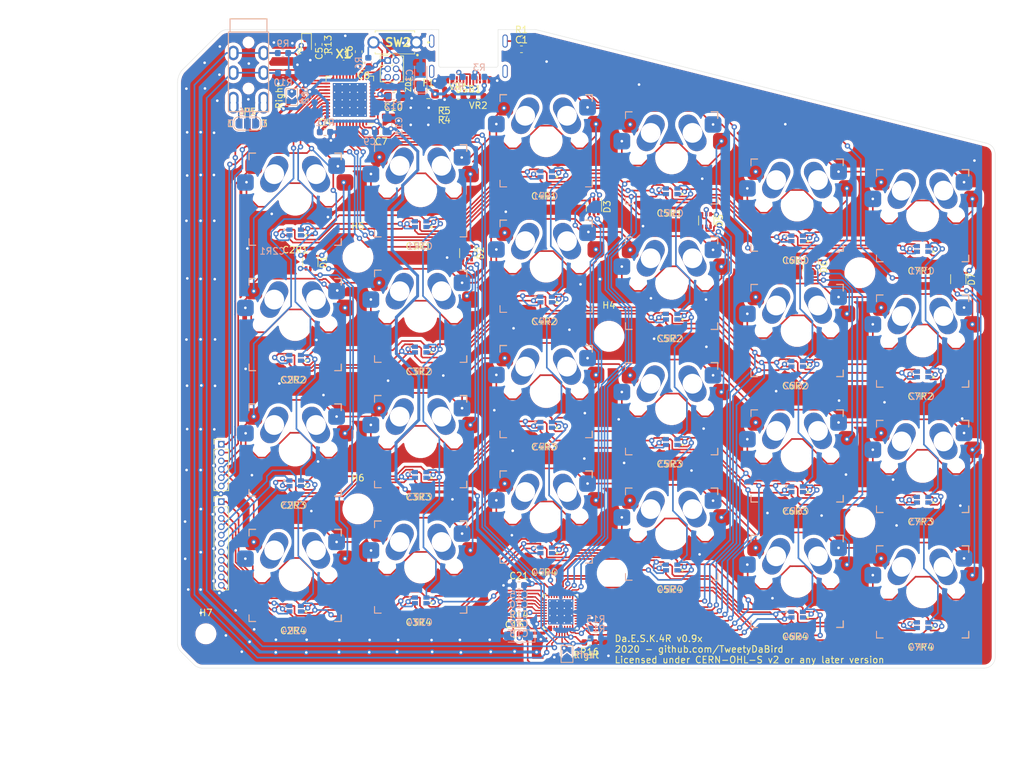
<source format=kicad_pcb>
(kicad_pcb (version 20171130) (host pcbnew "(5.1.6)-1")
  (title_block (title "Da.E.S.K.4R - Dual axis Ergo Split Keyboard 4 Row") (date 2020-09-29) (rev 0.91) (company "Markus Knutsson <markus.knutsson@tweety.se>") (comment 1 https://github.com/TweetyDaBird) (comment 2 "Licensed under CERN-OHL-S v2 or any later version"))
  (layers (0 F.Cu signal) (31 B.Cu signal) (34 B.Paste user) (35 F.Paste user) (36 B.SilkS user) (37 F.SilkS user) (38 B.Mask user) (39 F.Mask user) (44 Edge.Cuts user))
  (net 0 "")
  (net 1 GND)
  (net 2 VBUS)
  (net 3 RESET)
  (net 4 D+)
  (net 5 D-)
  (net 6 ROW_1)
  (net 7 ROW_2)
  (net 8 ROW_3)
  (net 9 ROW_4)
  (net 10 COL_A)
  (net 11 COL_B)
  (net 12 COL_C)
  (net 13 COL_D)
  (net 14 COL_E)
  (net 15 COL_F)
  (net 16 MISO)
  (net 17 MOSI)
  (net 18 SCK)
  (net 19 /MCU/AREF)
  (net 20 /MCU/XTAL1)
  (net 21 /MCU/XTAL2)
  (net 22 /MCU/UCAP)
  (net 23 "Net-(C7R1-Pad2)")
  (net 24 "Net-(C7R2-Pad2)")
  (net 25 "Net-(C7R3-Pad2)")
  (net 26 "Net-(C7R4-Pad2)")
  (net 27 "Net-(C2R1-Pad2)")
  (net 28 "Net-(C2R2-Pad2)")
  (net 29 "Net-(C2R3-Pad2)")
  (net 30 "Net-(C2R4-Pad2)")
  (net 31 "Net-(C3R1-Pad2)")
  (net 32 "Net-(C3R2-Pad2)")
  (net 33 "Net-(C3R3-Pad2)")
  (net 34 "Net-(C3R4-Pad2)")
  (net 35 "Net-(C4R1-Pad2)")
  (net 36 "Net-(C4R2-Pad2)")
  (net 37 "Net-(C4R3-Pad2)")
  (net 38 "Net-(C4R4-Pad2)")
  (net 39 "Net-(C5R1-Pad2)")
  (net 40 "Net-(C5R2-Pad2)")
  (net 41 "Net-(C5R3-Pad2)")
  (net 42 "Net-(C5R4-Pad2)")
  (net 43 "Net-(C6R1-Pad2)")
  (net 44 "Net-(C6R2-Pad2)")
  (net 45 "Net-(C6R3-Pad2)")
  (net 46 "Net-(C6R4-Pad2)")
  (net 47 COL_TH2)
  (net 48 RGB_INT)
  (net 49 /MCU/HAND)
  (net 50 /MCU/BOOT)
  (net 51 VCC_USB)
  (net 52 VCC)
  (net 53 I2C+)
  (net 54 I2C-)
  (net 55 COL_TH1)
  (net 56 CS11)
  (net 57 CS10)
  (net 58 CS9)
  (net 59 CS8)
  (net 60 CS7)
  (net 61 CS6)
  (net 62 CS5)
  (net 63 CS4)
  (net 64 CS3)
  (net 65 CS2)
  (net 66 CS1)
  (net 67 SW9)
  (net 68 SW8)
  (net 69 SW7)
  (net 70 SW6)
  (net 71 SW5)
  (net 72 SW4)
  (net 73 SW3)
  (net 74 SW2)
  (net 75 SW1)
  (net 76 RGB_ENABLE)
  (net 77 /MCU/RSET)
  (net 78 /MCU/IICRST)
  (net 79 SW12)
  (net 80 SW11)
  (net 81 SW10)
  (net 82 "Net-(POWER_LED1-Pad1)")
  (net 83 /MCU/DD+)
  (net 84 /MCU/DD-)
  (net 85 "Net-(R2-Pad2)")
  (net 86 "Net-(R3-Pad2)")
  (net 87 "Net-(JP1-Pad2)")
  (net 88 T)
  (net 89 S)
  (net 90 "Net-(C1-Pad1)")
  (module "Keyboard Library:2-pin_reset_switch" (layer F.Cu) (at 187.11 27.31 180)
    (fp_text reference SW2 (at 2.794 0) (layer F.SilkS) (effects (font (size 1.27 1.27) (thickness 0.254))))
    (fp_text value SW_Push hide)
    (pad 2 thru_hole circle (at 6.5 0 180) (size 1.875 1.875) (drill 1.25) (layers *.Cu *.Mask) (net 3 RESET))
    (pad 1 thru_hole circle (at 0 0 180) (size 1.875 1.875) (drill 1.25) (layers *.Cu *.Mask) (net 1 GND))
  )
  (module "Keyboard Library:HRO-TYPE-C-31-M-14" (layer F.Cu) (at 195.01 31.79 180)
    (fp_text reference USB1 (at 0.02 -2.61 180) (layer F.SilkS))
    (fp_text value USB_C_Receptacle_USB2.0)
    (fp_line (start 5.575 6.43) (end 4.5 6.43) (layer Edge.Cuts) (width 0.05))
    (fp_line (start -4.2 0.69) (end 4.2 0.69) (layer Edge.Cuts) (width 0.05))
    (fp_line (start -4.5 6.43) (end -5.575 6.43) (layer Edge.Cuts) (width 0.05))
    (fp_line (start 4.5 0.99) (end 4.5 6.43) (layer Edge.Cuts) (width 0.05))
    (fp_line (start -4.5 0.99) (end -4.5 6.43) (layer Edge.Cuts) (width 0.05))
    (fp_arc (start -4.2 0.99) (end -4.2 0.69) (angle -90) (layer Edge.Cuts) (width 0.05))
    (fp_arc (start 4.2 0.99) (end 4.5 0.99) (angle -90) (layer Edge.Cuts) (width 0.05))
    (pad B12 smd rect (at 3.07 -1.2 180) (size 0.3 1.1) (layers F.Cu F.Paste F.Mask) (net 1 GND))
    (pad B9 smd rect (at 2.3 -1.2 180) (size 0.3 1.1) (layers F.Cu F.Paste F.Mask) (net 51 VCC_USB))
    (pad B1 smd rect (at -3.07 -1.2 180) (size 0.3 1.1) (layers F.Cu F.Paste F.Mask) (net 1 GND))
    (pad B4 smd rect (at -2.3 -1.2 180) (size 0.3 1.1) (layers F.Cu F.Paste F.Mask) (net 51 VCC_USB))
    (pad A4 smd rect (at 2.58 -1.2 180) (size 0.3 1.1) (layers F.Cu F.Paste F.Mask) (net 51 VCC_USB))
    (pad A1 smd rect (at 3.35 -1.2 180) (size 0.3 1.1) (layers F.Cu F.Paste F.Mask) (net 1 GND))
    (pad A12 smd rect (at -3.35 -1.2 180) (size 0.3 1.1) (layers F.Cu F.Paste F.Mask) (net 1 GND))
    (pad A9 smd rect (at -2.58 -1.2 180) (size 0.3 1.1) (layers F.Cu F.Paste F.Mask) (net 51 VCC_USB))
    (pad A5 smd rect (at 1.25 -1.2 180) (size 0.3 1.1) (layers F.Cu F.Paste F.Mask) (net 85 "Net-(R2-Pad2)"))
    (pad B7 smd rect (at 0.75 -1.2 180) (size 0.3 1.1) (layers F.Cu F.Paste F.Mask) (net 5 D-))
    (pad B8 smd rect (at 1.75 -1.2 180) (size 0.3 1.1) (layers F.Cu F.Paste F.Mask))
    (pad B5 smd rect (at -1.75 -1.2 180) (size 0.3 1.1) (layers F.Cu F.Paste F.Mask) (net 86 "Net-(R3-Pad2)"))
    (pad A8 smd rect (at -1.25 -1.2 180) (size 0.3 1.1) (layers F.Cu F.Paste F.Mask))
    (pad B6 smd rect (at -0.75 -1.2 180) (size 0.3 1.1) (layers F.Cu F.Paste F.Mask) (net 4 D+))
    (pad A7 smd rect (at -0.25 -1.2 180) (size 0.3 1.1) (layers F.Cu F.Paste F.Mask) (net 5 D-))
    (pad A6 smd rect (at 0.25 -1.2 180) (size 0.3 1.1) (layers F.Cu F.Paste F.Mask) (net 4 D+))
    (pad S1 thru_hole oval (at -5.575 4.68 180) (size 0.8 2) (drill oval 0.5 1.65) (layers *.Cu *.Mask) (net 90 "Net-(C1-Pad1)"))
    (pad S1 thru_hole oval (at 5.575 4.68 180) (size 0.8 2) (drill oval 0.5 1.65) (layers *.Cu *.Mask) (net 90 "Net-(C1-Pad1)"))
    (pad S1 thru_hole oval (at 5.575 0.08 180) (size 0.8 2) (drill oval 0.5 1.65) (layers *.Cu *.Mask) (net 90 "Net-(C1-Pad1)"))
    (pad "" np_thru_hole circle (at -3.75 0 180) (size 0.6 0.6) (drill 0.6) (layers *.Cu *.Mask))
    (pad "" np_thru_hole circle (at 3.75 0 180) (size 0.6 0.6) (drill 0.6) (layers *.Cu *.Mask))
    (pad S1 thru_hole oval (at -5.575 0.08 180) (size 0.8 2) (drill oval 0.5 1.65) (layers *.Cu *.Mask) (net 90 "Net-(C1-Pad1)"))
  )
  (module Capacitor_Tantalum_SMD:CP_EIA-3216-18_Kemet-A_Pad1.58x1.35mm_HandSolder (layer B.Cu) (at 202.6412 117.475 180)
    (fp_text reference C17 (at 0 1.75) (layer B.SilkS) (effects (justify mirror)))
    (fp_text value "22uF 10V")
    (pad 2 smd roundrect (at 1.4375 0 180) (size 1.575 1.35) (layers B.Cu B.Paste B.Mask) (roundrect_rratio 0.185185) (net 1 GND))
    (pad 1 smd roundrect (at -1.4375 0 180) (size 1.575 1.35) (layers B.Cu B.Paste B.Mask) (roundrect_rratio 0.185185) (net 52 VCC))
  )
  (module Resistor_SMD:R_0603_1608Metric (layer B.Cu) (at 214.3506 117.8306 180)
    (fp_text reference R17 (at 0 1.43) (layer B.SilkS) (effects (justify mirror)))
    (fp_text value 100k)
    (pad 2 smd roundrect (at 0.7875 0 180) (size 0.875 0.95) (layers B.Cu B.Paste B.Mask) (net 48 RGB_INT))
    (pad 1 smd roundrect (at -0.7875 0 180) (size 0.875 0.95) (layers B.Cu B.Paste B.Mask) (net 1 GND))
  )
  (module Resistor_SMD:R_0603_1608Metric (layer F.Cu) (at 213.4 118.46 180)
    (fp_text reference R16 (at 0 -1.43) (layer F.SilkS))
    (fp_text value 100k)
    (pad 2 smd roundrect (at 0.7875 0 180) (size 0.875 0.95) (layers F.Cu F.Paste F.Mask) (net 76 RGB_ENABLE))
    (pad 1 smd roundrect (at -0.7875 0 180) (size 0.875 0.95) (layers F.Cu F.Paste F.Mask) (net 1 GND))
  )
  (module Resistor_SMD:R_0603_1608Metric (layer B.Cu) (at 214.3506 116.3574 180)
    (fp_text reference R15 (at 0 1.43) (layer B.SilkS) (effects (justify mirror)))
    (fp_text value 100k)
    (pad 2 smd roundrect (at 0.7875 0 180) (size 0.875 0.95) (layers B.Cu B.Paste B.Mask) (net 78 /MCU/IICRST))
    (pad 1 smd roundrect (at -0.7875 0 180) (size 0.875 0.95) (layers B.Cu B.Paste B.Mask) (net 1 GND))
  )
  (module Resistor_SMD:R_0603_1608Metric (layer F.Cu) (at 202.692 115.6848)
    (fp_text reference R14 (at 0 -1.43) (layer F.SilkS))
    (fp_text value 20k)
    (pad 2 smd roundrect (at 0.7875 0) (size 0.875 0.95) (layers F.Cu F.Paste F.Mask) (net 77 /MCU/RSET))
    (pad 1 smd roundrect (at -0.7875 0) (size 0.875 0.95) (layers F.Cu F.Paste F.Mask) (net 1 GND))
  )
  (module Resistor_SMD:R_0603_1608Metric (layer F.Cu) (at 172.29 27.62 270)
    (fp_text reference R13 (at 0 -1.43 90) (layer F.SilkS))
    (fp_text value 33)
    (pad 2 smd roundrect (at 0.7875 0 270) (size 0.875 0.95) (layers F.Cu F.Paste F.Mask) (net 1 GND))
    (pad 1 smd roundrect (at -0.7875 0 270) (size 0.875 0.95) (layers F.Cu F.Paste F.Mask) (net 82 "Net-(POWER_LED1-Pad1)"))
  )
  (module Resistor_SMD:R_0603_1608Metric (layer B.Cu) (at 173.24 40.93 180)
    (fp_text reference R11 (at 0 1.43) (layer B.SilkS) (effects (justify mirror)))
    (fp_text value 10k)
    (pad 2 smd roundrect (at 0.7875 0 180) (size 0.875 0.95) (layers B.Cu B.Paste B.Mask) (net 50 /MCU/BOOT))
    (pad 1 smd roundrect (at -0.7875 0 180) (size 0.875 0.95) (layers B.Cu B.Paste B.Mask) (net 1 GND))
  )
  (module Resistor_SMD:R_0603_1608Metric (layer B.Cu) (at 166.89 31.96)
    (fp_text reference R10 (at 0 1.43) (layer B.SilkS) (effects (justify mirror)))
    (fp_text value 4k7)
    (pad 2 smd roundrect (at 0.7875 0) (size 0.875 0.95) (layers B.Cu B.Paste B.Mask) (net 52 VCC))
    (pad 1 smd roundrect (at -0.7875 0) (size 0.875 0.95) (layers B.Cu B.Paste B.Mask) (net 54 I2C-))
  )
  (module Resistor_SMD:R_0603_1608Metric (layer B.Cu) (at 166.86 28.93 180)
    (fp_text reference R9 (at 0 1.43) (layer B.SilkS) (effects (justify mirror)))
    (fp_text value 4K7)
    (pad 2 smd roundrect (at 0.7875 0 180) (size 0.875 0.95) (layers B.Cu B.Paste B.Mask) (net 53 I2C+))
    (pad 1 smd roundrect (at -0.7875 0 180) (size 0.875 0.95) (layers B.Cu B.Paste B.Mask) (net 52 VCC))
  )
  (module Resistor_SMD:R_0603_1608Metric (layer B.Cu) (at 179.82 30.44 270)
    (fp_text reference R6 (at 0 1.43 90) (layer B.SilkS) (effects (justify mirror)))
    (fp_text value 10K)
    (pad 2 smd roundrect (at 0.7875 0 270) (size 0.875 0.95) (layers B.Cu B.Paste B.Mask) (net 52 VCC))
    (pad 1 smd roundrect (at -0.7875 0 270) (size 0.875 0.95) (layers B.Cu B.Paste B.Mask) (net 3 RESET))
  )
  (module Resistor_SMD:R_0603_1608Metric (layer F.Cu) (at 203.07 26.82)
    (fp_text reference R1 (at 0 -1.43) (layer F.SilkS))
    (fp_text value 330)
    (pad 2 smd roundrect (at 0.7875 0) (size 0.875 0.95) (layers F.Cu F.Paste F.Mask) (net 1 GND))
    (pad 1 smd roundrect (at -0.7875 0) (size 0.875 0.95) (layers F.Cu F.Paste F.Mask) (net 90 "Net-(C1-Pad1)"))
  )
  (module Capacitor_SMD:C_0603_1608Metric (layer B.Cu) (at 202.692 114.2116)
    (fp_text reference C22 (at 0 1.43) (layer B.SilkS) (effects (justify mirror)))
    (fp_text value 0u47)
    (pad 2 smd roundrect (at 0.7875 0) (size 0.875 0.95) (layers B.Cu B.Paste B.Mask) (net 52 VCC))
    (pad 1 smd roundrect (at -0.7875 0) (size 0.875 0.95) (layers B.Cu B.Paste B.Mask) (net 1 GND))
  )
  (module Capacitor_SMD:C_0603_1608Metric (layer F.Cu) (at 202.69 109.77)
    (fp_text reference C21 (at 0 -1.43) (layer F.SilkS))
    (fp_text value 0u47)
    (pad 2 smd roundrect (at 0.7875 0) (size 0.875 0.95) (layers F.Cu F.Paste F.Mask) (net 52 VCC))
    (pad 1 smd roundrect (at -0.7875 0) (size 0.875 0.95) (layers F.Cu F.Paste F.Mask) (net 1 GND))
  )
  (module Capacitor_SMD:C_0603_1608Metric (layer B.Cu) (at 202.692 111.2652)
    (fp_text reference C20 (at 0 1.43) (layer B.SilkS) (effects (justify mirror)))
    (fp_text value 0u47)
    (pad 2 smd roundrect (at 0.7875 0) (size 0.875 0.95) (layers B.Cu B.Paste B.Mask) (net 52 VCC))
    (pad 1 smd roundrect (at -0.7875 0) (size 0.875 0.95) (layers B.Cu B.Paste B.Mask) (net 1 GND))
  )
  (module Capacitor_SMD:C_0603_1608Metric (layer B.Cu) (at 202.692 112.7384)
    (fp_text reference C19 (at 0 1.43) (layer B.SilkS) (effects (justify mirror)))
    (fp_text value 0u1)
    (pad 2 smd roundrect (at 0.7875 0) (size 0.875 0.95) (layers B.Cu B.Paste B.Mask) (net 52 VCC))
    (pad 1 smd roundrect (at -0.7875 0) (size 0.875 0.95) (layers B.Cu B.Paste B.Mask) (net 1 GND))
  )
  (module Capacitor_SMD:C_0603_1608Metric (layer B.Cu) (at 202.692 115.6848)
    (fp_text reference C18 (at 0 1.43) (layer B.SilkS) (effects (justify mirror)))
    (fp_text value 0u1)
    (pad 2 smd roundrect (at 0.7875 0) (size 0.875 0.95) (layers B.Cu B.Paste B.Mask) (net 52 VCC))
    (pad 1 smd roundrect (at -0.7875 0) (size 0.875 0.95) (layers B.Cu B.Paste B.Mask) (net 1 GND))
  )
  (module Capacitor_SMD:C_0603_1608Metric (layer F.Cu) (at 202 117.2)
    (fp_text reference C16 (at 0 -1.43) (layer F.SilkS))
    (fp_text value 0u47)
    (pad 2 smd roundrect (at 0.7875 0) (size 0.875 0.95) (layers F.Cu F.Paste F.Mask) (net 52 VCC))
    (pad 1 smd roundrect (at -0.7875 0) (size 0.875 0.95) (layers F.Cu F.Paste F.Mask) (net 1 GND))
  )
  (module Capacitor_SMD:C_0603_1608Metric (layer B.Cu) (at 202.69 109.77)
    (fp_text reference C15 (at 0 1.43) (layer B.SilkS) (effects (justify mirror)))
    (fp_text value 0u1)
    (pad 2 smd roundrect (at 0.7875 0) (size 0.875 0.95) (layers B.Cu B.Paste B.Mask) (net 52 VCC))
    (pad 1 smd roundrect (at -0.7875 0) (size 0.875 0.95) (layers B.Cu B.Paste B.Mask) (net 1 GND))
  )
  (module Capacitor_SMD:C_0603_1608Metric (layer B.Cu) (at 183.64324 35.47364)
    (fp_text reference C12 (at 0 1.43) (layer B.SilkS) (effects (justify mirror)))
    (fp_text value 0u1)
    (pad 2 smd roundrect (at 0.7875 0) (size 0.875 0.95) (layers B.Cu B.Paste B.Mask) (net 1 GND))
    (pad 1 smd roundrect (at -0.7875 0) (size 0.875 0.95) (layers B.Cu B.Paste B.Mask) (net 2 VBUS))
  )
  (module Capacitor_SMD:C_0603_1608Metric (layer B.Cu) (at 180.03 40.94)
    (fp_text reference C9 (at 0 1.43) (layer B.SilkS) (effects (justify mirror)))
    (fp_text value 0u1)
    (pad 2 smd roundrect (at 0.7875 0) (size 0.875 0.95) (layers B.Cu B.Paste B.Mask) (net 1 GND))
    (pad 1 smd roundrect (at -0.7875 0) (size 0.875 0.95) (layers B.Cu B.Paste B.Mask) (net 19 /MCU/AREF))
  )
  (module Capacitor_SMD:C_0603_1608Metric (layer F.Cu) (at 179.11 30.94 180)
    (fp_text reference C8 (at 0 -1.43) (layer F.SilkS))
    (fp_text value 0u1)
    (pad 2 smd roundrect (at 0.7875 0 180) (size 0.875 0.95) (layers F.Cu F.Paste F.Mask) (net 1 GND))
    (pad 1 smd roundrect (at -0.7875 0 180) (size 0.875 0.95) (layers F.Cu F.Paste F.Mask) (net 52 VCC))
  )
  (module Capacitor_SMD:C_0603_1608Metric (layer F.Cu) (at 181.77 40.92 180)
    (fp_text reference C7 (at 0 -1.43) (layer F.SilkS))
    (fp_text value 0u1)
    (pad 2 smd roundrect (at 0.7875 0 180) (size 0.875 0.95) (layers F.Cu F.Paste F.Mask) (net 1 GND))
    (pad 1 smd roundrect (at -0.7875 0 180) (size 0.875 0.95) (layers F.Cu F.Paste F.Mask) (net 52 VCC))
  )
  (module Capacitor_SMD:C_0603_1608Metric (layer F.Cu) (at 178.3582 28.73 90)
    (fp_text reference C6 (at 0 -1.43 90) (layer F.SilkS))
    (fp_text value 22p)
    (pad 2 smd roundrect (at 0.7875 0 90) (size 0.875 0.95) (layers F.Cu F.Paste F.Mask) (net 1 GND))
    (pad 1 smd roundrect (at -0.7875 0 90) (size 0.875 0.95) (layers F.Cu F.Paste F.Mask) (net 21 /MCU/XTAL2))
  )
  (module Capacitor_SMD:C_0603_1608Metric (layer F.Cu) (at 173.7862 28.9814 90)
    (fp_text reference C5 (at 0 -1.43 90) (layer F.SilkS))
    (fp_text value 22p)
    (pad 2 smd roundrect (at 0.7875 0 90) (size 0.875 0.95) (layers F.Cu F.Paste F.Mask) (net 1 GND))
    (pad 1 smd roundrect (at -0.7875 0 90) (size 0.875 0.95) (layers F.Cu F.Paste F.Mask) (net 20 /MCU/XTAL1))
  )
  (module Capacitor_SMD:C_0603_1608Metric (layer F.Cu) (at 173.24 40.93)
    (fp_text reference C4 (at 0 -1.43) (layer F.SilkS))
    (fp_text value 0u1)
    (pad 2 smd roundrect (at 0.7875 0) (size 0.875 0.95) (layers F.Cu F.Paste F.Mask) (net 1 GND))
    (pad 1 smd roundrect (at -0.7875 0) (size 0.875 0.95) (layers F.Cu F.Paste F.Mask) (net 52 VCC))
  )
  (module Capacitor_SMD:C_0603_1608Metric (layer B.Cu) (at 171.67 35.62 270)
    (fp_text reference C2 (at 0 1.43 90) (layer B.SilkS) (effects (justify mirror)))
    (fp_text value 0u1)
    (pad 2 smd roundrect (at 0.7875 0 270) (size 0.875 0.95) (layers B.Cu B.Paste B.Mask) (net 1 GND))
    (pad 1 smd roundrect (at -0.7875 0 270) (size 0.875 0.95) (layers B.Cu B.Paste B.Mask) (net 52 VCC))
  )
  (module Capacitor_SMD:C_0603_1608Metric (layer F.Cu) (at 203.07 28.36)
    (fp_text reference C1 (at 0 -1.43) (layer F.SilkS))
    (fp_text value 0u1F)
    (pad 2 smd roundrect (at 0.7875 0) (size 0.875 0.95) (layers F.Cu F.Paste F.Mask) (net 1 GND))
    (pad 1 smd roundrect (at -0.7875 0) (size 0.875 0.95) (layers F.Cu F.Paste F.Mask) (net 90 "Net-(C1-Pad1)"))
  )
  (module Resistor_SMD:R_0603_1608Metric (layer B.Cu) (at 196.66 32.55 180)
    (fp_text reference R3 (at 0 1.43) (layer B.SilkS) (effects (justify mirror)))
    (fp_text value 5k1)
    (pad 2 smd roundrect (at 0.7875 0 180) (size 0.875 0.95) (layers B.Cu B.Paste B.Mask) (net 86 "Net-(R3-Pad2)"))
    (pad 1 smd roundrect (at -0.7875 0 180) (size 0.875 0.95) (layers B.Cu B.Paste B.Mask) (net 1 GND))
  )
  (module Resistor_SMD:R_0603_1608Metric (layer B.Cu) (at 193.36 32.55)
    (fp_text reference R2 (at 0 1.43) (layer B.SilkS) (effects (justify mirror)))
    (fp_text value 5k1)
    (pad 2 smd roundrect (at 0.7875 0) (size 0.875 0.95) (layers B.Cu B.Paste B.Mask) (net 85 "Net-(R2-Pad2)"))
    (pad 1 smd roundrect (at -0.7875 0) (size 0.875 0.95) (layers B.Cu B.Paste B.Mask) (net 1 GND))
  )
  (module Resistor_SMD:R_0603_1608Metric (layer F.Cu) (at 196.51 35.47 180)
    (fp_text reference VR2 (at 0 -1.43) (layer F.SilkS))
    (fp_text value CG0603MLC-05E)
    (pad 2 smd roundrect (at 0.7875 0 180) (size 0.875 0.95) (layers F.Cu F.Paste F.Mask) (net 5 D-))
    (pad 1 smd roundrect (at -0.7875 0 180) (size 0.875 0.95) (layers F.Cu F.Paste F.Mask) (net 1 GND))
  )
  (module Resistor_SMD:R_0603_1608Metric (layer F.Cu) (at 193.47 35.47)
    (fp_text reference VR1 (at 0 -1.43) (layer F.SilkS))
    (fp_text value CG0603MLC-05E)
    (pad 2 smd roundrect (at 0.7875 0) (size 0.875 0.95) (layers F.Cu F.Paste F.Mask) (net 4 D+))
    (pad 1 smd roundrect (at -0.7875 0) (size 0.875 0.95) (layers F.Cu F.Paste F.Mask) (net 1 GND))
  )
  (module Resistor_SMD:R_0603_1608Metric (layer F.Cu) (at 191.34 37.66 180)
    (fp_text reference R4 (at 0 -1.43) (layer F.SilkS))
    (fp_text value 22)
    (pad 2 smd roundrect (at 0.7875 0 180) (size 0.875 0.95) (layers F.Cu F.Paste F.Mask) (net 83 /MCU/DD+))
    (pad 1 smd roundrect (at -0.7875 0 180) (size 0.875 0.95) (layers F.Cu F.Paste F.Mask) (net 4 D+))
  )
  (module Resistor_SMD:R_0603_1608Metric (layer F.Cu) (at 191.34 39.12)
    (fp_text reference R5 (at 0 -1.43) (layer F.SilkS))
    (fp_text value 22)
    (pad 2 smd roundrect (at 0.7875 0) (size 0.875 0.95) (layers F.Cu F.Paste F.Mask) (net 5 D-))
    (pad 1 smd roundrect (at -0.7875 0) (size 0.875 0.95) (layers F.Cu F.Paste F.Mask) (net 84 /MCU/DD-))
  )
  (module "Keyboard Library:XRCGB16M000FXN1R0" (layer F.Cu) (at 176.07 29.22 180)
    (fp_text reference X1 (at 0 0.15) (layer F.SilkS) (effects (font (size 1.27 1.27) (thickness 0.254))))
    (fp_text value XRCGB16M000FXN00R0 hide)
    (pad 1 smd rect (at -0.675 -0.5 270) (size 0.7 0.75) (layers F.Cu F.Paste F.Mask) (net 21 /MCU/XTAL2))
    (pad "" smd rect (at 0.675 -0.5 270) (size 0.7 0.75) (layers F.Cu F.Paste F.Mask))
    (pad 3 smd rect (at 0.675 0.5 270) (size 0.7 0.75) (layers F.Cu F.Paste F.Mask) (net 20 /MCU/XTAL1))
    (pad "" smd rect (at -0.675 0.5 270) (size 0.7 0.75) (layers F.Cu F.Paste F.Mask))
  )
  (module Connector_PinHeader_1.27mm:PinHeader_1x11_P1.27mm_Vertical (layer F.Cu) (at 157.5 97.08)
    (fp_text reference J5 hide)
    (fp_text value Conn_01x11)
    (pad 11 thru_hole oval (at 0 12.7) (size 1 1) (drill 0.65) (layers *.Cu *.Mask) (net 56 CS11))
    (pad 10 thru_hole oval (at 0 11.43) (size 1 1) (drill 0.65) (layers *.Cu *.Mask) (net 57 CS10))
    (pad 9 thru_hole oval (at 0 10.16) (size 1 1) (drill 0.65) (layers *.Cu *.Mask) (net 58 CS9))
    (pad 8 thru_hole oval (at 0 8.89) (size 1 1) (drill 0.65) (layers *.Cu *.Mask) (net 59 CS8))
    (pad 7 thru_hole oval (at 0 7.62) (size 1 1) (drill 0.65) (layers *.Cu *.Mask) (net 60 CS7))
    (pad 6 thru_hole oval (at 0 6.35) (size 1 1) (drill 0.65) (layers *.Cu *.Mask) (net 72 SW4))
    (pad 5 thru_hole oval (at 0 5.08) (size 1 1) (drill 0.65) (layers *.Cu *.Mask) (net 71 SW5))
    (pad 4 thru_hole oval (at 0 3.81) (size 1 1) (drill 0.65) (layers *.Cu *.Mask) (net 70 SW6))
    (pad 3 thru_hole oval (at 0 2.54) (size 1 1) (drill 0.65) (layers *.Cu *.Mask) (net 75 SW1))
    (pad 2 thru_hole oval (at 0 1.27) (size 1 1) (drill 0.65) (layers *.Cu *.Mask) (net 74 SW2))
    (pad 1 thru_hole rect (at 0 0) (size 1 1) (drill 0.65) (layers *.Cu *.Mask) (net 73 SW3))
  )
  (module Connector_PinHeader_1.27mm:PinHeader_1x06_P1.27mm_Vertical (layer F.Cu) (at 157.5 88.35)
    (fp_text reference J7 hide)
    (fp_text value Conn_01x06)
    (pad 6 thru_hole oval (at 0 6.35) (size 1 1) (drill 0.65) (layers *.Cu *.Mask) (net 47 COL_TH2))
    (pad 5 thru_hole oval (at 0 5.08) (size 1 1) (drill 0.65) (layers *.Cu *.Mask) (net 55 COL_TH1))
    (pad 4 thru_hole oval (at 0 3.81) (size 1 1) (drill 0.65) (layers *.Cu *.Mask) (net 9 ROW_4))
    (pad 3 thru_hole oval (at 0 2.54) (size 1 1) (drill 0.65) (layers *.Cu *.Mask) (net 8 ROW_3))
    (pad 2 thru_hole oval (at 0 1.27) (size 1 1) (drill 0.65) (layers *.Cu *.Mask) (net 7 ROW_2))
    (pad 1 thru_hole rect (at 0 0) (size 1 1) (drill 0.65) (layers *.Cu *.Mask) (net 6 ROW_1))
  )
  (module Capacitor_Tantalum_SMD:CP_EIA-3216-18_Kemet-A_Pad1.58x1.35mm_HandSolder (layer B.Cu) (at 187.77966 32.5374 90)
    (fp_text reference C3 (at 0.2174 -1.66966 270) (layer B.SilkS) (effects (justify mirror)))
    (fp_text value 10uF)
    (pad 2 smd roundrect (at 1.4375 0 90) (size 1.575 1.35) (layers B.Cu B.Paste B.Mask) (roundrect_rratio 0.185185) (net 1 GND))
    (pad 1 smd roundrect (at -1.4375 0 90) (size 1.575 1.35) (layers B.Cu B.Paste B.Mask) (roundrect_rratio 0.185185) (net 51 VCC_USB))
  )
  (module DIO_SS3P3-M3:84A (layer F.Cu) (at 187.2742 31.8389 270)
    (fp_text reference ZD1 (at 1.8311 1.3842 90) (layer F.SilkS) (effects (font (size 0.8 0.8))))
    (fp_text value SS1P3L-M3/84A)
    (pad 2 smd rect (at 1.6525 0 270) (size 0.762 1.27) (layers F.Cu F.Paste F.Mask) (net 2 VBUS))
    (pad 1 smd rect (at -0.6985 0 270) (size 2.67 2.54) (layers F.Cu F.Mask) (net 52 VCC))
  )
  (module Fuse:Fuse_0805_2012Metric_Pad1.15x1.40mm_HandSolder (layer F.Cu) (at 188.9252 35.1409)
    (fp_text reference F1 (at 0 -1.65) (layer F.SilkS))
    (fp_text value 500mA)
    (pad 2 smd roundrect (at 1.025 0) (size 1.15 1.4) (layers F.Cu F.Paste F.Mask) (roundrect_rratio 0.217391) (net 51 VCC_USB))
    (pad 1 smd roundrect (at -1.025 0) (size 1.15 1.4) (layers F.Cu F.Paste F.Mask) (roundrect_rratio 0.217391) (net 2 VBUS))
  )
  (module MountingHole:MountingHole_2.2mm_M2 (layer F.Cu) (at 155.16 117.15)
    (fp_text reference H7 (at 0 -3.2) (layer F.SilkS))
    (fp_text value MountingHole)
    (pad 1 np_thru_hole circle (at 0 0) (size 2.2 2.2) (drill 2.2) (layers *.Cu *.Mask))
  )
  (module "Keyboard 2:TRRS-PJ-320A-reversible" (layer F.Cu) (at 161.67 27.32)
    (fp_text reference J1)
    (fp_text value AudioJack4)
    (pad T thru_hole oval (at 2.26 9.7) (size 1.6 2.2) (drill oval 0.9 1.5) (layers *.Cu *.Mask) (net 88 T))
    (pad R2 thru_hole oval (at -2.34 1.6) (size 1.6 2.2) (drill oval 0.9 1.5) (layers *.Cu *.Mask) (net 53 I2C+))
    (pad R1 thru_hole oval (at -2.34 4.6) (size 1.6 2.2) (drill oval 0.9 1.5) (layers *.Cu *.Mask) (net 54 I2C-))
    (pad R1 thru_hole oval (at 2.26 4.6) (size 1.6 2.2) (drill oval 0.9 1.5) (layers *.Cu *.Mask) (net 54 I2C-))
    (pad "" np_thru_hole circle (at -0.04 0) (size 0.8 0.8) (drill 0.8) (layers *.Cu *.Mask))
    (pad "" np_thru_hole circle (at -0.04 7) (size 0.8 0.8) (drill 0.8) (layers *.Cu *.Mask))
    (pad R2 thru_hole oval (at 2.26 1.6) (size 1.6 2.2) (drill oval 0.9 1.5) (layers *.Cu *.Mask) (net 53 I2C+))
    (pad T thru_hole oval (at 2.26 8.6) (size 1.6 2.2) (drill oval 0.9 1.5) (layers *.Cu *.Mask) (net 88 T))
    (pad S thru_hole oval (at -2.34 9.7) (size 1.6 2.2) (drill oval 0.9 1.5) (layers *.Cu *.Mask) (net 89 S))
    (pad S thru_hole oval (at -2.34 8.6) (size 1.6 2.2) (drill oval 0.9 1.5) (layers *.Cu *.Mask) (net 89 S))
  )
  (module "Keyboard 2:Kailh_socket_MX_reversible_v2" (layer F.Cu) (at 187.76306 49.85774 180)
    (fp_text reference C3R1 (at 0.33 -8.41) (layer F.SilkS))
    (fp_text value SW_Push)
    (fp_text user %R (at 0.12 -8.41 180) (layer B.SilkS) (effects (justify mirror)))
    (pad "" np_thru_hole oval (at 3.18 3.8 153.5) (size 3 5.85) (drill oval 3) (layers *.Cu *.Mask))
    (pad "" np_thru_hole oval (at -3.17 3.8 206.5) (size 3 5.85) (drill oval 3) (layers *.Cu *.Mask))
    (pad 2 smd roundrect (at -7.56 2.54 180) (size 2.55 2.5) (layers F.Cu F.Paste F.Mask) (net 31 "Net-(C3R1-Pad2)"))
    (pad "" np_thru_hole circle (at -5.08 0 180) (size 1.7018 1.7018) (drill 1.7018) (layers *.Cu *.Mask))
    (pad "" np_thru_hole circle (at 5.08 0 180) (size 1.7018 1.7018) (drill 1.7018) (layers *.Cu *.Mask))
    (pad "" np_thru_hole circle (at 0 0 180) (size 3.9878 3.9878) (drill 3.9878) (layers *.Cu *.Mask))
    (pad 1 smd roundrect (at 6.29 5.08 180) (size 2.55 2.5) (layers F.Cu F.Paste F.Mask) (net 6 ROW_1))
    (pad 1 smd roundrect (at -6.29 5.08 180) (size 2.55 2.5) (layers B.Cu B.Paste B.Mask) (net 6 ROW_1))
    (pad 2 smd roundrect (at 7.56 2.54 180) (size 2.55 2.5) (layers B.Cu B.Paste B.Mask) (net 31 "Net-(C3R1-Pad2)"))
  )
  (module "Keyboard 2:SolderJumper-3_P1.3mm_Bridged12_RoundedPad1.0x1.5mm_NumberLabels" (layer B.Cu) (at 161.458767 39.643733 180)
    (fp_text reference JP6 (at 0 1.8) (layer B.SilkS) (effects (justify mirror)))
    (fp_text value Jumper_3_Open)
    (fp_text user 1 (at -2.6 0) (layer B.SilkS) (effects (justify mirror)))
    (fp_text user 3 (at 2.6 0) (layer B.SilkS) (effects (justify mirror)))
    (pad 1 smd custom (at -1.3 0 180) (size 1 0.5) (layers B.Cu B.Mask) (net 88 T) (options (clearance outline) (anchor rect)) (primitives (gr_poly (pts (xy 0.55 0.75) (xy 0 0.75) (xy 0 -0.75) (xy 0.55 -0.75)) (width 0)) (gr_circle (center 0 -0.25) (end 0.5 -0.25) (width 0)) (gr_circle (center 0 0.25) (end 0.5 0.25) (width 0))))
    (pad 2 smd rect (at 0 0 180) (size 1 1.5) (layers B.Cu B.Mask) (net 1 GND))
    (pad 3 smd custom (at 1.3 0 180) (size 1 0.5) (layers B.Cu B.Mask) (net 89 S) (options (clearance outline) (anchor rect)) (primitives (gr_circle (center 0 -0.25) (end 0.5 -0.25) (width 0)) (gr_circle (center 0 0.25) (end 0.5 0.25) (width 0)) (gr_poly (pts (xy -0.55 0.75) (xy 0 0.75) (xy 0 -0.75) (xy -0.55 -0.75)) (width 0))))
  )
  (module "Keyboard 2:SolderJumper-3_P1.3mm_Bridged12_RoundedPad1.0x1.5mm_NumberLabels" (layer F.Cu) (at 161.458767 39.643733)
    (fp_text reference JP5 (at 0 -1.8) (layer F.SilkS))
    (fp_text value Jumper_3_Open)
    (fp_text user 1 (at -2.6 0) (layer F.SilkS))
    (fp_text user 3 (at 2.6 0) (layer F.SilkS))
    (pad 1 smd custom (at -1.3 0) (size 1 0.5) (layers F.Cu F.Mask) (net 89 S) (options (clearance outline) (anchor rect)) (primitives (gr_poly (pts (xy 0.55 -0.75) (xy 0 -0.75) (xy 0 0.75) (xy 0.55 0.75)) (width 0)) (gr_circle (center 0 0.25) (end 0.5 0.25) (width 0)) (gr_circle (center 0 -0.25) (end 0.5 -0.25) (width 0))))
    (pad 2 smd rect (at 0 0) (size 1 1.5) (layers F.Cu F.Mask) (net 52 VCC))
    (pad 3 smd custom (at 1.3 0) (size 1 0.5) (layers F.Cu F.Mask) (net 88 T) (options (clearance outline) (anchor rect)) (primitives (gr_circle (center 0 0.25) (end 0.5 0.25) (width 0)) (gr_circle (center 0 -0.25) (end 0.5 -0.25) (width 0)) (gr_poly (pts (xy -0.55 -0.75) (xy 0 -0.75) (xy 0 0.75) (xy -0.55 0.75)) (width 0))))
  )
  (module "Keyboard 2:PinHeader_2x03_P1.27mm_Vertical" (layer F.Cu) (at 182.7657 30.0609)
    (fp_text reference J3 hide)
    (fp_text value Conn_01x06)
    (pad 6 thru_hole oval (at 1.27 2.54) (size 1 1) (drill 0.65) (layers *.Cu *.Mask) (net 17 MOSI))
    (pad 5 thru_hole oval (at 0 2.54) (size 1 1) (drill 0.65) (layers *.Cu *.Mask) (net 16 MISO))
    (pad 4 thru_hole oval (at 1.27 1.27) (size 1 1) (drill 0.65) (layers *.Cu *.Mask) (net 18 SCK))
    (pad 3 thru_hole oval (at 0 1.27) (size 1 1) (drill 0.65) (layers *.Cu *.Mask) (net 1 GND))
    (pad 2 thru_hole oval (at 1.27 0) (size 1 1) (drill 0.65) (layers *.Cu *.Mask) (net 3 RESET))
    (pad 1 thru_hole rect (at 0 0) (size 1 1) (drill 0.65) (layers *.Cu *.Mask) (net 52 VCC))
  )
  (module "Keyboard 2:SolderJumper-2_P1.3mm_Open_TrianglePad1.0x1.5mm" (layer B.Cu) (at 209.9818 120.3452 90)
    (fp_text reference JP2 hide)
    (fp_text value Left (at 0.0052 2.6682 180) (layer B.SilkS) (effects (justify mirror)))
    (pad 1 smd custom (at -0.725 0 90) (size 0.3 0.3) (layers B.Cu B.Mask) (net 1 GND) (options (clearance outline) (anchor rect)) (primitives (gr_poly (pts (xy -0.2 0.65) (xy 0.5 0.65) (xy 1 0) (xy 0.5 -0.65) (xy -0.2 -0.65)) (width 0))))
    (pad 2 smd custom (at 0.725 0 90) (size 0.2 0.2) (layers B.Cu B.Mask) (net 87 "Net-(JP1-Pad2)") (options (clearance outline) (anchor rect)) (primitives (gr_poly (pts (xy -0.65 0.65) (xy 0.45 0.65) (xy 0.45 -0.65) (xy -0.65 -0.65) (xy -0.15 0)) (width 0))))
  )
  (module "Keyboard 2:SolderJumper-2_P1.3mm_Open_TrianglePad1.0x1.5mm" (layer F.Cu) (at 209.9818 120.3452 90)
    (fp_text reference JP1 hide)
    (fp_text value Right (at -0.0348 2.9182 180) (layer F.SilkS))
    (pad 1 smd custom (at -0.725 0 90) (size 0.3 0.3) (layers F.Cu F.Mask) (net 52 VCC) (options (clearance outline) (anchor rect)) (primitives (gr_poly (pts (xy -0.2 -0.65) (xy 0.5 -0.65) (xy 1 0) (xy 0.5 0.65) (xy -0.2 0.65)) (width 0))))
    (pad 2 smd custom (at 0.725 0 90) (size 0.2 0.2) (layers F.Cu F.Mask) (net 87 "Net-(JP1-Pad2)") (options (clearance outline) (anchor rect)) (primitives (gr_poly (pts (xy -0.65 -0.65) (xy 0.45 -0.65) (xy 0.45 0.65) (xy -0.65 0.65) (xy -0.15 0)) (width 0))))
  )
  (module "Keyboard 2:SolderJumper-2_P1.3mm_Open_TrianglePad1.0x1.5mm" (layer F.Cu) (at 168.20034 35.47848 270)
    (fp_text reference JP4 hide)
    (fp_text value Right (at 0 1.9 90) (layer F.SilkS))
    (pad 1 smd custom (at -0.725 0 270) (size 0.3 0.3) (layers F.Cu F.Mask) (net 49 /MCU/HAND) (options (clearance outline) (anchor rect)) (primitives (gr_poly (pts (xy -0.2 -0.65) (xy 0.5 -0.65) (xy 1 0) (xy 0.5 0.65) (xy -0.2 0.65)) (width 0))))
    (pad 2 smd custom (at 0.725 0 270) (size 0.2 0.2) (layers F.Cu F.Mask) (net 52 VCC) (options (clearance outline) (anchor rect)) (primitives (gr_poly (pts (xy -0.65 -0.65) (xy 0.45 -0.65) (xy 0.45 0.65) (xy -0.65 0.65) (xy -0.15 0)) (width 0))))
  )
  (module "Keyboard 2:SolderJumper-2_P1.3mm_Open_TrianglePad1.0x1.5mm" (layer B.Cu) (at 168.20034 35.47848 270)
    (fp_text reference JP3 hide)
    (fp_text value Left (at 0 -1.9 90) (layer B.SilkS) (effects (justify mirror)))
    (pad 1 smd custom (at -0.725 0 270) (size 0.3 0.3) (layers B.Cu B.Mask) (net 49 /MCU/HAND) (options (clearance outline) (anchor rect)) (primitives (gr_poly (pts (xy -0.2 0.65) (xy 0.5 0.65) (xy 1 0) (xy 0.5 -0.65) (xy -0.2 -0.65)) (width 0))))
    (pad 2 smd custom (at 0.725 0 270) (size 0.2 0.2) (layers B.Cu B.Mask) (net 1 GND) (options (clearance outline) (anchor rect)) (primitives (gr_poly (pts (xy -0.65 0.65) (xy 0.45 0.65) (xy 0.45 -0.65) (xy -0.65 -0.65) (xy -0.15 0)) (width 0))))
  )
  (module LED_SMD:LED_0603_1608Metric_Pad1.05x0.95mm_HandSolder (layer F.Cu) (at 170.44 27.62 270)
    (fp_text reference POWER_LED1 hide)
    (fp_text value LED_Small hide)
    (fp_text user VCC (at 0.9156 1.0603 270) (layer F.SilkS) (effects (font (size 0.5 0.5) (thickness 0.1))))
    (pad 2 smd roundrect (at 0.875 0 270) (size 1.05 0.95) (layers F.Cu F.Paste F.Mask) (net 52 VCC))
    (pad 1 smd roundrect (at -0.875 0 270) (size 1.05 0.95) (layers F.Cu F.Paste F.Mask) (net 82 "Net-(POWER_LED1-Pad1)"))
  )
  (module MountingHole:MountingHole_3.7mm (layer F.Cu) (at 216.86 107.95)
    (fp_text reference H3 hide)
    (fp_text value MountingHole)
    (pad 1 np_thru_hole circle (at 0 0) (size 3.7 3.7) (drill 3.7) (layers *.Cu *.Mask))
  )
  (module "Keyboard 2:LEDSC160X160X070-4N_reversible" (layer F.Cu) (at 168.71306 113.33774 180)
    (fp_text reference RGB_C2R4 hide)
    (fp_text value 8-ABC)
    (pad 1 smd rect (at -0.87 -0.425 180) (size 0.89 0.64) (layers F.Cu F.Paste F.Mask) (net 61 CS6))
    (pad 2 smd rect (at 0.87 -0.425 180) (size 0.89 0.64) (layers F.Cu F.Paste F.Mask) (net 74 SW2))
    (pad 3 smd rect (at 0.87 0.425 180) (size 0.89 0.64) (layers F.Cu F.Paste F.Mask) (net 75 SW1))
    (pad 4 smd rect (at -0.87 0.425 180) (size 0.89 0.64) (layers F.Cu F.Paste F.Mask) (net 73 SW3))
    (pad 2 smd rect (at 0.87 0.425 180) (size 0.89 0.64) (layers B.Cu B.Paste B.Mask) (net 74 SW2))
    (pad 1 smd rect (at -0.87 0.425 180) (size 0.89 0.64) (layers B.Cu B.Paste B.Mask) (net 61 CS6))
    (pad 3 smd rect (at 0.87 -0.425 180) (size 0.89 0.64) (layers B.Cu B.Paste B.Mask) (net 75 SW1))
    (pad 4 smd rect (at -0.87 -0.425 180) (size 0.89 0.64) (layers B.Cu B.Paste B.Mask) (net 73 SW3))
  )
  (module "Keyboard 2:Kailh_socket_MX_reversible_v2" (layer F.Cu) (at 168.71306 70.17774 180)
    (fp_text reference C2R2 (at 0.33 -8.41) (layer F.SilkS))
    (fp_text value SW_Push)
    (fp_text user %R (at 0.12 -8.41 180) (layer B.SilkS) (effects (justify mirror)))
    (pad "" np_thru_hole oval (at 3.18 3.8 153.5) (size 3 5.85) (drill oval 3) (layers *.Cu *.Mask))
    (pad "" np_thru_hole oval (at -3.17 3.8 206.5) (size 3 5.85) (drill oval 3) (layers *.Cu *.Mask))
    (pad 2 smd roundrect (at -7.56 2.54 180) (size 2.55 2.5) (layers F.Cu F.Paste F.Mask) (net 28 "Net-(C2R2-Pad2)"))
    (pad "" np_thru_hole circle (at -5.08 0 180) (size 1.7018 1.7018) (drill 1.7018) (layers *.Cu *.Mask))
    (pad "" np_thru_hole circle (at 5.08 0 180) (size 1.7018 1.7018) (drill 1.7018) (layers *.Cu *.Mask))
    (pad "" np_thru_hole circle (at 0 0 180) (size 3.9878 3.9878) (drill 3.9878) (layers *.Cu *.Mask))
    (pad 1 smd roundrect (at 6.29 5.08 180) (size 2.55 2.5) (layers F.Cu F.Paste F.Mask) (net 7 ROW_2))
    (pad 1 smd roundrect (at -6.29 5.08 180) (size 2.55 2.5) (layers B.Cu B.Paste B.Mask) (net 7 ROW_2))
    (pad 2 smd roundrect (at 7.56 2.54 180) (size 2.55 2.5) (layers B.Cu B.Paste B.Mask) (net 28 "Net-(C2R2-Pad2)"))
  )
  (module "Keyboard 2:Kailh_socket_MX_reversible_v2" (layer F.Cu) (at 168.71306 108.27774 180)
    (fp_text reference C2R4 (at 0.33 -8.41) (layer F.SilkS))
    (fp_text value SW_Push)
    (fp_text user %R (at 0.12 -8.41 180) (layer B.SilkS) (effects (justify mirror)))
    (pad "" np_thru_hole oval (at 3.18 3.8 153.5) (size 3 5.85) (drill oval 3) (layers *.Cu *.Mask))
    (pad "" np_thru_hole oval (at -3.17 3.8 206.5) (size 3 5.85) (drill oval 3) (layers *.Cu *.Mask))
    (pad 2 smd roundrect (at -7.56 2.54 180) (size 2.55 2.5) (layers F.Cu F.Paste F.Mask) (net 30 "Net-(C2R4-Pad2)"))
    (pad "" np_thru_hole circle (at -5.08 0 180) (size 1.7018 1.7018) (drill 1.7018) (layers *.Cu *.Mask))
    (pad "" np_thru_hole circle (at 5.08 0 180) (size 1.7018 1.7018) (drill 1.7018) (layers *.Cu *.Mask))
    (pad "" np_thru_hole circle (at 0 0 180) (size 3.9878 3.9878) (drill 3.9878) (layers *.Cu *.Mask))
    (pad 1 smd roundrect (at 6.29 5.08 180) (size 2.55 2.5) (layers F.Cu F.Paste F.Mask) (net 9 ROW_4))
    (pad 1 smd roundrect (at -6.29 5.08 180) (size 2.55 2.5) (layers B.Cu B.Paste B.Mask) (net 9 ROW_4))
    (pad 2 smd roundrect (at 7.56 2.54 180) (size 2.55 2.5) (layers B.Cu B.Paste B.Mask) (net 30 "Net-(C2R4-Pad2)"))
  )
  (module "Keyboard 2:Kailh_socket_MX_reversible_v2" (layer F.Cu) (at 225.86306 102.00774 180)
    (fp_text reference C5R4 (at 0.33 -8.41) (layer F.SilkS))
    (fp_text value SW_Push)
    (fp_text user %R (at 0.12 -8.41 180) (layer B.SilkS) (effects (justify mirror)))
    (pad "" np_thru_hole oval (at 3.18 3.8 153.5) (size 3 5.85) (drill oval 3) (layers *.Cu *.Mask))
    (pad "" np_thru_hole oval (at -3.17 3.8 206.5) (size 3 5.85) (drill oval 3) (layers *.Cu *.Mask))
    (pad 2 smd roundrect (at -7.56 2.54 180) (size 2.55 2.5) (layers F.Cu F.Paste F.Mask) (net 42 "Net-(C5R4-Pad2)"))
    (pad "" np_thru_hole circle (at -5.08 0 180) (size 1.7018 1.7018) (drill 1.7018) (layers *.Cu *.Mask))
    (pad "" np_thru_hole circle (at 5.08 0 180) (size 1.7018 1.7018) (drill 1.7018) (layers *.Cu *.Mask))
    (pad "" np_thru_hole circle (at 0 0 180) (size 3.9878 3.9878) (drill 3.9878) (layers *.Cu *.Mask))
    (pad 1 smd roundrect (at 6.29 5.08 180) (size 2.55 2.5) (layers F.Cu F.Paste F.Mask) (net 9 ROW_4))
    (pad 1 smd roundrect (at -6.29 5.08 180) (size 2.55 2.5) (layers B.Cu B.Paste B.Mask) (net 9 ROW_4))
    (pad 2 smd roundrect (at 7.56 2.54 180) (size 2.55 2.5) (layers B.Cu B.Paste B.Mask) (net 42 "Net-(C5R4-Pad2)"))
  )
  (module "Keyboard 2:Kailh_socket_MX_reversible_v2" (layer F.Cu) (at 168.71306 51.12774 180)
    (fp_text reference C2R1 (at -0.02306 -7.70774) (layer F.SilkS))
    (fp_text value SW_Push)
    (fp_text user %R (at 3.46694 -7.89774 180) (layer B.SilkS) (effects (justify mirror)))
    (pad "" np_thru_hole oval (at 3.18 3.8 153.5) (size 3 5.85) (drill oval 3) (layers *.Cu *.Mask))
    (pad "" np_thru_hole oval (at -3.17 3.8 206.5) (size 3 5.85) (drill oval 3) (layers *.Cu *.Mask))
    (pad 2 smd roundrect (at -7.56 2.54 180) (size 2.55 2.5) (layers F.Cu F.Paste F.Mask) (net 27 "Net-(C2R1-Pad2)"))
    (pad "" np_thru_hole circle (at -5.08 0 180) (size 1.7018 1.7018) (drill 1.7018) (layers *.Cu *.Mask))
    (pad "" np_thru_hole circle (at 5.08 0 180) (size 1.7018 1.7018) (drill 1.7018) (layers *.Cu *.Mask))
    (pad "" np_thru_hole circle (at 0 0 180) (size 3.9878 3.9878) (drill 3.9878) (layers *.Cu *.Mask))
    (pad 1 smd roundrect (at 6.29 5.08 180) (size 2.55 2.5) (layers F.Cu F.Paste F.Mask) (net 6 ROW_1))
    (pad 1 smd roundrect (at -6.29 5.08 180) (size 2.55 2.5) (layers B.Cu B.Paste B.Mask) (net 6 ROW_1))
    (pad 2 smd roundrect (at 7.56 2.54 180) (size 2.55 2.5) (layers B.Cu B.Paste B.Mask) (net 27 "Net-(C2R1-Pad2)"))
  )
  (module "Keyboard 2:Kailh_socket_MX_reversible_v2" (layer F.Cu) (at 206.81306 80.35774 180)
    (fp_text reference C4R3 (at 0.33 -8.41) (layer F.SilkS))
    (fp_text value SW_Push)
    (fp_text user %R (at 0.12 -8.41 180) (layer B.SilkS) (effects (justify mirror)))
    (pad "" np_thru_hole oval (at 3.18 3.8 153.5) (size 3 5.85) (drill oval 3) (layers *.Cu *.Mask))
    (pad "" np_thru_hole oval (at -3.17 3.8 206.5) (size 3 5.85) (drill oval 3) (layers *.Cu *.Mask))
    (pad 2 smd roundrect (at -7.56 2.54 180) (size 2.55 2.5) (layers F.Cu F.Paste F.Mask) (net 37 "Net-(C4R3-Pad2)"))
    (pad "" np_thru_hole circle (at -5.08 0 180) (size 1.7018 1.7018) (drill 1.7018) (layers *.Cu *.Mask))
    (pad "" np_thru_hole circle (at 5.08 0 180) (size 1.7018 1.7018) (drill 1.7018) (layers *.Cu *.Mask))
    (pad "" np_thru_hole circle (at 0 0 180) (size 3.9878 3.9878) (drill 3.9878) (layers *.Cu *.Mask))
    (pad 1 smd roundrect (at 6.29 5.08 180) (size 2.55 2.5) (layers F.Cu F.Paste F.Mask) (net 8 ROW_3))
    (pad 1 smd roundrect (at -6.29 5.08 180) (size 2.55 2.5) (layers B.Cu B.Paste B.Mask) (net 8 ROW_3))
    (pad 2 smd roundrect (at 7.56 2.54 180) (size 2.55 2.5) (layers B.Cu B.Paste B.Mask) (net 37 "Net-(C4R3-Pad2)"))
  )
  (module MountingHole:MountingHole_3.7mm (layer F.Cu) (at 216.34 71.95)
    (fp_text reference H4 (at 0 -4.7) (layer F.SilkS))
    (fp_text value MountingHole)
    (pad 1 np_thru_hole circle (at 0 0) (size 3.7 3.7) (drill 3.7) (layers *.Cu *.Mask))
  )
  (module Package_TO_SOT_SMD:SOT-363_SC-70-6 (layer F.Cu) (at 246.97 61.38 270)
    (fp_text reference D6 (at 0 -2 90) (layer F.SilkS))
    (fp_text value BAV70S)
    (pad 6 smd rect (at 0.95 -0.65 270) (size 0.65 0.4) (layers F.Cu F.Paste F.Mask) (net 14 COL_E))
    (pad 4 smd rect (at 0.95 0.65 270) (size 0.65 0.4) (layers F.Cu F.Paste F.Mask) (net 45 "Net-(C6R3-Pad2)"))
    (pad 2 smd rect (at -0.95 0 270) (size 0.65 0.4) (layers F.Cu F.Paste F.Mask) (net 44 "Net-(C6R2-Pad2)"))
    (pad 5 smd rect (at 0.95 0 270) (size 0.65 0.4) (layers F.Cu F.Paste F.Mask) (net 46 "Net-(C6R4-Pad2)"))
    (pad 3 smd rect (at -0.95 0.65 270) (size 0.65 0.4) (layers F.Cu F.Paste F.Mask) (net 14 COL_E))
    (pad 1 smd rect (at -0.95 -0.65 270) (size 0.65 0.4) (layers F.Cu F.Paste F.Mask) (net 43 "Net-(C6R1-Pad2)"))
  )
  (module "Keyboard 2:Kailh_socket_MX_reversible_v2" (layer F.Cu) (at 206.81306 42.25774 180)
    (fp_text reference C4R1 (at 0.33 -8.41) (layer F.SilkS))
    (fp_text value SW_Push)
    (fp_text user %R (at 0.12 -8.41 180) (layer B.SilkS) (effects (justify mirror)))
    (pad "" np_thru_hole oval (at 3.18 3.8 153.5) (size 3 5.85) (drill oval 3) (layers *.Cu *.Mask))
    (pad "" np_thru_hole oval (at -3.17 3.8 206.5) (size 3 5.85) (drill oval 3) (layers *.Cu *.Mask))
    (pad 2 smd roundrect (at -7.56 2.54 180) (size 2.55 2.5) (layers F.Cu F.Paste F.Mask) (net 35 "Net-(C4R1-Pad2)"))
    (pad "" np_thru_hole circle (at -5.08 0 180) (size 1.7018 1.7018) (drill 1.7018) (layers *.Cu *.Mask))
    (pad "" np_thru_hole circle (at 5.08 0 180) (size 1.7018 1.7018) (drill 1.7018) (layers *.Cu *.Mask))
    (pad "" np_thru_hole circle (at 0 0 180) (size 3.9878 3.9878) (drill 3.9878) (layers *.Cu *.Mask))
    (pad 1 smd roundrect (at 6.29 5.08 180) (size 2.55 2.5) (layers F.Cu F.Paste F.Mask) (net 6 ROW_1))
    (pad 1 smd roundrect (at -6.29 5.08 180) (size 2.55 2.5) (layers B.Cu B.Paste B.Mask) (net 6 ROW_1))
    (pad 2 smd roundrect (at 7.56 2.54 180) (size 2.55 2.5) (layers B.Cu B.Paste B.Mask) (net 35 "Net-(C4R1-Pad2)"))
  )
  (module "Keyboard 2:Kailh_socket_MX_reversible_v2" (layer F.Cu) (at 168.71306 89.22774 180)
    (fp_text reference C2R3 (at 0.33 -8.41) (layer F.SilkS))
    (fp_text value SW_Push)
    (fp_text user %R (at 0.12 -8.41 180) (layer B.SilkS) (effects (justify mirror)))
    (pad "" np_thru_hole oval (at 3.18 3.8 153.5) (size 3 5.85) (drill oval 3) (layers *.Cu *.Mask))
    (pad "" np_thru_hole oval (at -3.17 3.8 206.5) (size 3 5.85) (drill oval 3) (layers *.Cu *.Mask))
    (pad 2 smd roundrect (at -7.56 2.54 180) (size 2.55 2.5) (layers F.Cu F.Paste F.Mask) (net 29 "Net-(C2R3-Pad2)"))
    (pad "" np_thru_hole circle (at -5.08 0 180) (size 1.7018 1.7018) (drill 1.7018) (layers *.Cu *.Mask))
    (pad "" np_thru_hole circle (at 5.08 0 180) (size 1.7018 1.7018) (drill 1.7018) (layers *.Cu *.Mask))
    (pad "" np_thru_hole circle (at 0 0 180) (size 3.9878 3.9878) (drill 3.9878) (layers *.Cu *.Mask))
    (pad 1 smd roundrect (at 6.29 5.08 180) (size 2.55 2.5) (layers F.Cu F.Paste F.Mask) (net 8 ROW_3))
    (pad 1 smd roundrect (at -6.29 5.08 180) (size 2.55 2.5) (layers B.Cu B.Paste B.Mask) (net 8 ROW_3))
    (pad 2 smd roundrect (at 7.56 2.54 180) (size 2.55 2.5) (layers B.Cu B.Paste B.Mask) (net 29 "Net-(C2R3-Pad2)"))
  )
  (module "Keyboard 2:Kailh_socket_MX_reversible_v2" (layer F.Cu) (at 187.76306 68.90774 180)
    (fp_text reference C3R2 (at 0.33 -8.41) (layer F.SilkS))
    (fp_text value SW_Push)
    (fp_text user %R (at 0.12 -8.41 180) (layer B.SilkS) (effects (justify mirror)))
    (pad "" np_thru_hole oval (at 3.18 3.8 153.5) (size 3 5.85) (drill oval 3) (layers *.Cu *.Mask))
    (pad "" np_thru_hole oval (at -3.17 3.8 206.5) (size 3 5.85) (drill oval 3) (layers *.Cu *.Mask))
    (pad 2 smd roundrect (at -7.56 2.54 180) (size 2.55 2.5) (layers F.Cu F.Paste F.Mask) (net 32 "Net-(C3R2-Pad2)"))
    (pad "" np_thru_hole circle (at -5.08 0 180) (size 1.7018 1.7018) (drill 1.7018) (layers *.Cu *.Mask))
    (pad "" np_thru_hole circle (at 5.08 0 180) (size 1.7018 1.7018) (drill 1.7018) (layers *.Cu *.Mask))
    (pad "" np_thru_hole circle (at 0 0 180) (size 3.9878 3.9878) (drill 3.9878) (layers *.Cu *.Mask))
    (pad 1 smd roundrect (at 6.29 5.08 180) (size 2.55 2.5) (layers F.Cu F.Paste F.Mask) (net 7 ROW_2))
    (pad 1 smd roundrect (at -6.29 5.08 180) (size 2.55 2.5) (layers B.Cu B.Paste B.Mask) (net 7 ROW_2))
    (pad 2 smd roundrect (at 7.56 2.54 180) (size 2.55 2.5) (layers B.Cu B.Paste B.Mask) (net 32 "Net-(C3R2-Pad2)"))
  )
  (module "Keyboard 2:Kailh_socket_MX_reversible_v2" (layer F.Cu) (at 187.76306 87.95774 180)
    (fp_text reference C3R3 (at 0.33 -8.41) (layer F.SilkS))
    (fp_text value SW_Push)
    (fp_text user %R (at 0.12 -8.41 180) (layer B.SilkS) (effects (justify mirror)))
    (pad "" np_thru_hole oval (at 3.18 3.8 153.5) (size 3 5.85) (drill oval 3) (layers *.Cu *.Mask))
    (pad "" np_thru_hole oval (at -3.17 3.8 206.5) (size 3 5.85) (drill oval 3) (layers *.Cu *.Mask))
    (pad 2 smd roundrect (at -7.56 2.54 180) (size 2.55 2.5) (layers F.Cu F.Paste F.Mask) (net 33 "Net-(C3R3-Pad2)"))
    (pad "" np_thru_hole circle (at -5.08 0 180) (size 1.7018 1.7018) (drill 1.7018) (layers *.Cu *.Mask))
    (pad "" np_thru_hole circle (at 5.08 0 180) (size 1.7018 1.7018) (drill 1.7018) (layers *.Cu *.Mask))
    (pad "" np_thru_hole circle (at 0 0 180) (size 3.9878 3.9878) (drill 3.9878) (layers *.Cu *.Mask))
    (pad 1 smd roundrect (at 6.29 5.08 180) (size 2.55 2.5) (layers F.Cu F.Paste F.Mask) (net 8 ROW_3))
    (pad 1 smd roundrect (at -6.29 5.08 180) (size 2.55 2.5) (layers B.Cu B.Paste B.Mask) (net 8 ROW_3))
    (pad 2 smd roundrect (at 7.56 2.54 180) (size 2.55 2.5) (layers B.Cu B.Paste B.Mask) (net 33 "Net-(C3R3-Pad2)"))
  )
  (module "Keyboard 2:Kailh_socket_MX_reversible_v2" (layer F.Cu) (at 206.81306 61.30774 180)
    (fp_text reference C4R2 (at 0.33 -8.41) (layer F.SilkS))
    (fp_text value SW_Push)
    (fp_text user %R (at 0.12 -8.41 180) (layer B.SilkS) (effects (justify mirror)))
    (pad "" np_thru_hole oval (at 3.18 3.8 153.5) (size 3 5.85) (drill oval 3) (layers *.Cu *.Mask))
    (pad "" np_thru_hole oval (at -3.17 3.8 206.5) (size 3 5.85) (drill oval 3) (layers *.Cu *.Mask))
    (pad 2 smd roundrect (at -7.56 2.54 180) (size 2.55 2.5) (layers F.Cu F.Paste F.Mask) (net 36 "Net-(C4R2-Pad2)"))
    (pad "" np_thru_hole circle (at -5.08 0 180) (size 1.7018 1.7018) (drill 1.7018) (layers *.Cu *.Mask))
    (pad "" np_thru_hole circle (at 5.08 0 180) (size 1.7018 1.7018) (drill 1.7018) (layers *.Cu *.Mask))
    (pad "" np_thru_hole circle (at 0 0 180) (size 3.9878 3.9878) (drill 3.9878) (layers *.Cu *.Mask))
    (pad 1 smd roundrect (at 6.29 5.08 180) (size 2.55 2.5) (layers F.Cu F.Paste F.Mask) (net 7 ROW_2))
    (pad 1 smd roundrect (at -6.29 5.08 180) (size 2.55 2.5) (layers B.Cu B.Paste B.Mask) (net 7 ROW_2))
    (pad 2 smd roundrect (at 7.56 2.54 180) (size 2.55 2.5) (layers B.Cu B.Paste B.Mask) (net 36 "Net-(C4R2-Pad2)"))
  )
  (module "Keyboard 2:Kailh_socket_MX_reversible_v2" (layer F.Cu) (at 206.81306 99.40774 180)
    (fp_text reference C4R4 (at 0.33 -8.41) (layer F.SilkS))
    (fp_text value SW_Push)
    (fp_text user %R (at 0.12 -8.41 180) (layer B.SilkS) (effects (justify mirror)))
    (pad "" np_thru_hole oval (at 3.18 3.8 153.5) (size 3 5.85) (drill oval 3) (layers *.Cu *.Mask))
    (pad "" np_thru_hole oval (at -3.17 3.8 206.5) (size 3 5.85) (drill oval 3) (layers *.Cu *.Mask))
    (pad 2 smd roundrect (at -7.56 2.54 180) (size 2.55 2.5) (layers F.Cu F.Paste F.Mask) (net 38 "Net-(C4R4-Pad2)"))
    (pad "" np_thru_hole circle (at -5.08 0 180) (size 1.7018 1.7018) (drill 1.7018) (layers *.Cu *.Mask))
    (pad "" np_thru_hole circle (at 5.08 0 180) (size 1.7018 1.7018) (drill 1.7018) (layers *.Cu *.Mask))
    (pad "" np_thru_hole circle (at 0 0 180) (size 3.9878 3.9878) (drill 3.9878) (layers *.Cu *.Mask))
    (pad 1 smd roundrect (at 6.29 5.08 180) (size 2.55 2.5) (layers F.Cu F.Paste F.Mask) (net 9 ROW_4))
    (pad 1 smd roundrect (at -6.29 5.08 180) (size 2.55 2.5) (layers B.Cu B.Paste B.Mask) (net 9 ROW_4))
    (pad 2 smd roundrect (at 7.56 2.54 180) (size 2.55 2.5) (layers B.Cu B.Paste B.Mask) (net 38 "Net-(C4R4-Pad2)"))
  )
  (module "Keyboard 2:Kailh_socket_MX_reversible_v2" (layer F.Cu) (at 225.86306 44.85774 180)
    (fp_text reference C5R1 (at 0.33 -8.41) (layer F.SilkS))
    (fp_text value SW_Push)
    (fp_text user %R (at 0.12 -8.41 180) (layer B.SilkS) (effects (justify mirror)))
    (pad "" np_thru_hole oval (at 3.18 3.8 153.5) (size 3 5.85) (drill oval 3) (layers *.Cu *.Mask))
    (pad "" np_thru_hole oval (at -3.17 3.8 206.5) (size 3 5.85) (drill oval 3) (layers *.Cu *.Mask))
    (pad 2 smd roundrect (at -7.56 2.54 180) (size 2.55 2.5) (layers F.Cu F.Paste F.Mask) (net 39 "Net-(C5R1-Pad2)"))
    (pad "" np_thru_hole circle (at -5.08 0 180) (size 1.7018 1.7018) (drill 1.7018) (layers *.Cu *.Mask))
    (pad "" np_thru_hole circle (at 5.08 0 180) (size 1.7018 1.7018) (drill 1.7018) (layers *.Cu *.Mask))
    (pad "" np_thru_hole circle (at 0 0 180) (size 3.9878 3.9878) (drill 3.9878) (layers *.Cu *.Mask))
    (pad 1 smd roundrect (at 6.29 5.08 180) (size 2.55 2.5) (layers F.Cu F.Paste F.Mask) (net 6 ROW_1))
    (pad 1 smd roundrect (at -6.29 5.08 180) (size 2.55 2.5) (layers B.Cu B.Paste B.Mask) (net 6 ROW_1))
    (pad 2 smd roundrect (at 7.56 2.54 180) (size 2.55 2.5) (layers B.Cu B.Paste B.Mask) (net 39 "Net-(C5R1-Pad2)"))
  )
  (module "Keyboard 2:Kailh_socket_MX_reversible_v2" (layer F.Cu) (at 225.86306 82.95774 180)
    (fp_text reference C5R3 (at 0.33 -8.41) (layer F.SilkS))
    (fp_text value SW_Push)
    (fp_text user %R (at 0.12 -8.41 180) (layer B.SilkS) (effects (justify mirror)))
    (pad "" np_thru_hole oval (at 3.18 3.8 153.5) (size 3 5.85) (drill oval 3) (layers *.Cu *.Mask))
    (pad "" np_thru_hole oval (at -3.17 3.8 206.5) (size 3 5.85) (drill oval 3) (layers *.Cu *.Mask))
    (pad 2 smd roundrect (at -7.56 2.54 180) (size 2.55 2.5) (layers F.Cu F.Paste F.Mask) (net 41 "Net-(C5R3-Pad2)"))
    (pad "" np_thru_hole circle (at -5.08 0 180) (size 1.7018 1.7018) (drill 1.7018) (layers *.Cu *.Mask))
    (pad "" np_thru_hole circle (at 5.08 0 180) (size 1.7018 1.7018) (drill 1.7018) (layers *.Cu *.Mask))
    (pad "" np_thru_hole circle (at 0 0 180) (size 3.9878 3.9878) (drill 3.9878) (layers *.Cu *.Mask))
    (pad 1 smd roundrect (at 6.29 5.08 180) (size 2.55 2.5) (layers F.Cu F.Paste F.Mask) (net 8 ROW_3))
    (pad 1 smd roundrect (at -6.29 5.08 180) (size 2.55 2.5) (layers B.Cu B.Paste B.Mask) (net 8 ROW_3))
    (pad 2 smd roundrect (at 7.56 2.54 180) (size 2.55 2.5) (layers B.Cu B.Paste B.Mask) (net 41 "Net-(C5R3-Pad2)"))
  )
  (module "Keyboard 2:Kailh_socket_MX_reversible_v2" (layer F.Cu) (at 244.91306 71.07774 180)
    (fp_text reference C6R2 (at 0.33 -8.41) (layer F.SilkS))
    (fp_text value SW_Push)
    (fp_text user %R (at 0.12 -8.41 180) (layer B.SilkS) (effects (justify mirror)))
    (pad "" np_thru_hole oval (at 3.18 3.8 153.5) (size 3 5.85) (drill oval 3) (layers *.Cu *.Mask))
    (pad "" np_thru_hole oval (at -3.17 3.8 206.5) (size 3 5.85) (drill oval 3) (layers *.Cu *.Mask))
    (pad 2 smd roundrect (at -7.56 2.54 180) (size 2.55 2.5) (layers F.Cu F.Paste F.Mask) (net 44 "Net-(C6R2-Pad2)"))
    (pad "" np_thru_hole circle (at -5.08 0 180) (size 1.7018 1.7018) (drill 1.7018) (layers *.Cu *.Mask))
    (pad "" np_thru_hole circle (at 5.08 0 180) (size 1.7018 1.7018) (drill 1.7018) (layers *.Cu *.Mask))
    (pad "" np_thru_hole circle (at 0 0 180) (size 3.9878 3.9878) (drill 3.9878) (layers *.Cu *.Mask))
    (pad 1 smd roundrect (at 6.29 5.08 180) (size 2.55 2.5) (layers F.Cu F.Paste F.Mask) (net 7 ROW_2))
    (pad 1 smd roundrect (at -6.29 5.08 180) (size 2.55 2.5) (layers B.Cu B.Paste B.Mask) (net 7 ROW_2))
    (pad 2 smd roundrect (at 7.56 2.54 180) (size 2.55 2.5) (layers B.Cu B.Paste B.Mask) (net 44 "Net-(C6R2-Pad2)"))
  )
  (module "Keyboard 2:Kailh_socket_MX_reversible_v2" (layer F.Cu) (at 244.91306 90.12774 180)
    (fp_text reference C6R3 (at 0.33 -8.41) (layer F.SilkS))
    (fp_text value SW_Push)
    (fp_text user %R (at 0.12 -8.41 180) (layer B.SilkS) (effects (justify mirror)))
    (pad "" np_thru_hole oval (at 3.18 3.8 153.5) (size 3 5.85) (drill oval 3) (layers *.Cu *.Mask))
    (pad "" np_thru_hole oval (at -3.17 3.8 206.5) (size 3 5.85) (drill oval 3) (layers *.Cu *.Mask))
    (pad 2 smd roundrect (at -7.56 2.54 180) (size 2.55 2.5) (layers F.Cu F.Paste F.Mask) (net 45 "Net-(C6R3-Pad2)"))
    (pad "" np_thru_hole circle (at -5.08 0 180) (size 1.7018 1.7018) (drill 1.7018) (layers *.Cu *.Mask))
    (pad "" np_thru_hole circle (at 5.08 0 180) (size 1.7018 1.7018) (drill 1.7018) (layers *.Cu *.Mask))
    (pad "" np_thru_hole circle (at 0 0 180) (size 3.9878 3.9878) (drill 3.9878) (layers *.Cu *.Mask))
    (pad 1 smd roundrect (at 6.29 5.08 180) (size 2.55 2.5) (layers F.Cu F.Paste F.Mask) (net 8 ROW_3))
    (pad 1 smd roundrect (at -6.29 5.08 180) (size 2.55 2.5) (layers B.Cu B.Paste B.Mask) (net 8 ROW_3))
    (pad 2 smd roundrect (at 7.56 2.54 180) (size 2.55 2.5) (layers B.Cu B.Paste B.Mask) (net 45 "Net-(C6R3-Pad2)"))
  )
  (module "Keyboard 2:Kailh_socket_MX_reversible_v2" (layer F.Cu) (at 244.91306 109.17774 180)
    (fp_text reference C6R4 (at 0.33 -8.41) (layer F.SilkS))
    (fp_text value SW_Push)
    (fp_text user %R (at 0.12 -8.41 180) (layer B.SilkS) (effects (justify mirror)))
    (pad "" np_thru_hole oval (at 3.18 3.8 153.5) (size 3 5.85) (drill oval 3) (layers *.Cu *.Mask))
    (pad "" np_thru_hole oval (at -3.17 3.8 206.5) (size 3 5.85) (drill oval 3) (layers *.Cu *.Mask))
    (pad 2 smd roundrect (at -7.56 2.54 180) (size 2.55 2.5) (layers F.Cu F.Paste F.Mask) (net 46 "Net-(C6R4-Pad2)"))
    (pad "" np_thru_hole circle (at -5.08 0 180) (size 1.7018 1.7018) (drill 1.7018) (layers *.Cu *.Mask))
    (pad "" np_thru_hole circle (at 5.08 0 180) (size 1.7018 1.7018) (drill 1.7018) (layers *.Cu *.Mask))
    (pad "" np_thru_hole circle (at 0 0 180) (size 3.9878 3.9878) (drill 3.9878) (layers *.Cu *.Mask))
    (pad 1 smd roundrect (at 6.29 5.08 180) (size 2.55 2.5) (layers F.Cu F.Paste F.Mask) (net 9 ROW_4))
    (pad 1 smd roundrect (at -6.29 5.08 180) (size 2.55 2.5) (layers B.Cu B.Paste B.Mask) (net 9 ROW_4))
    (pad 2 smd roundrect (at 7.56 2.54 180) (size 2.55 2.5) (layers B.Cu B.Paste B.Mask) (net 46 "Net-(C6R4-Pad2)"))
  )
  (module "Keyboard 2:Kailh_socket_MX_reversible_v2" (layer F.Cu) (at 263.96306 110.77774 180)
    (fp_text reference C7R4 (at 0.33 -8.41) (layer F.SilkS))
    (fp_text value SW_Push)
    (fp_text user %R (at 0.12 -8.41 180) (layer B.SilkS) (effects (justify mirror)))
    (pad "" np_thru_hole oval (at 3.18 3.8 153.5) (size 3 5.85) (drill oval 3) (layers *.Cu *.Mask))
    (pad "" np_thru_hole oval (at -3.17 3.8 206.5) (size 3 5.85) (drill oval 3) (layers *.Cu *.Mask))
    (pad 2 smd roundrect (at -7.56 2.54 180) (size 2.55 2.5) (layers F.Cu F.Paste F.Mask) (net 26 "Net-(C7R4-Pad2)"))
    (pad "" np_thru_hole circle (at -5.08 0 180) (size 1.7018 1.7018) (drill 1.7018) (layers *.Cu *.Mask))
    (pad "" np_thru_hole circle (at 5.08 0 180) (size 1.7018 1.7018) (drill 1.7018) (layers *.Cu *.Mask))
    (pad "" np_thru_hole circle (at 0 0 180) (size 3.9878 3.9878) (drill 3.9878) (layers *.Cu *.Mask))
    (pad 1 smd roundrect (at 6.29 5.08 180) (size 2.55 2.5) (layers F.Cu F.Paste F.Mask) (net 9 ROW_4))
    (pad 1 smd roundrect (at -6.29 5.08 180) (size 2.55 2.5) (layers B.Cu B.Paste B.Mask) (net 9 ROW_4))
    (pad 2 smd roundrect (at 7.56 2.54 180) (size 2.55 2.5) (layers B.Cu B.Paste B.Mask) (net 26 "Net-(C7R4-Pad2)"))
  )
  (module "Keyboard 2:Kailh_socket_MX_reversible_v2" (layer F.Cu) (at 225.86306 63.90774 180)
    (fp_text reference C5R2 (at 0.33 -8.41) (layer F.SilkS))
    (fp_text value SW_Push)
    (fp_text user %R (at 0.12 -8.41 180) (layer B.SilkS) (effects (justify mirror)))
    (pad "" np_thru_hole oval (at 3.18 3.8 153.5) (size 3 5.85) (drill oval 3) (layers *.Cu *.Mask))
    (pad "" np_thru_hole oval (at -3.17 3.8 206.5) (size 3 5.85) (drill oval 3) (layers *.Cu *.Mask))
    (pad 2 smd roundrect (at -7.56 2.54 180) (size 2.55 2.5) (layers F.Cu F.Paste F.Mask) (net 40 "Net-(C5R2-Pad2)"))
    (pad "" np_thru_hole circle (at -5.08 0 180) (size 1.7018 1.7018) (drill 1.7018) (layers *.Cu *.Mask))
    (pad "" np_thru_hole circle (at 5.08 0 180) (size 1.7018 1.7018) (drill 1.7018) (layers *.Cu *.Mask))
    (pad "" np_thru_hole circle (at 0 0 180) (size 3.9878 3.9878) (drill 3.9878) (layers *.Cu *.Mask))
    (pad 1 smd roundrect (at 6.29 5.08 180) (size 2.55 2.5) (layers F.Cu F.Paste F.Mask) (net 7 ROW_2))
    (pad 1 smd roundrect (at -6.29 5.08 180) (size 2.55 2.5) (layers B.Cu B.Paste B.Mask) (net 7 ROW_2))
    (pad 2 smd roundrect (at 7.56 2.54 180) (size 2.55 2.5) (layers B.Cu B.Paste B.Mask) (net 40 "Net-(C5R2-Pad2)"))
  )
  (module "Keyboard 2:Kailh_socket_MX_reversible_v2" (layer F.Cu) (at 187.76306 107.00774 180)
    (fp_text reference C3R4 (at 0.33 -8.41) (layer F.SilkS))
    (fp_text value SW_Push)
    (fp_text user %R (at 0.12 -8.41 180) (layer B.SilkS) (effects (justify mirror)))
    (pad "" np_thru_hole oval (at 3.18 3.8 153.5) (size 3 5.85) (drill oval 3) (layers *.Cu *.Mask))
    (pad "" np_thru_hole oval (at -3.17 3.8 206.5) (size 3 5.85) (drill oval 3) (layers *.Cu *.Mask))
    (pad 2 smd roundrect (at -7.56 2.54 180) (size 2.55 2.5) (layers F.Cu F.Paste F.Mask) (net 34 "Net-(C3R4-Pad2)"))
    (pad "" np_thru_hole circle (at -5.08 0 180) (size 1.7018 1.7018) (drill 1.7018) (layers *.Cu *.Mask))
    (pad "" np_thru_hole circle (at 5.08 0 180) (size 1.7018 1.7018) (drill 1.7018) (layers *.Cu *.Mask))
    (pad "" np_thru_hole circle (at 0 0 180) (size 3.9878 3.9878) (drill 3.9878) (layers *.Cu *.Mask))
    (pad 1 smd roundrect (at 6.29 5.08 180) (size 2.55 2.5) (layers F.Cu F.Paste F.Mask) (net 9 ROW_4))
    (pad 1 smd roundrect (at -6.29 5.08 180) (size 2.55 2.5) (layers B.Cu B.Paste B.Mask) (net 9 ROW_4))
    (pad 2 smd roundrect (at 7.56 2.54 180) (size 2.55 2.5) (layers B.Cu B.Paste B.Mask) (net 34 "Net-(C3R4-Pad2)"))
  )
  (module "Keyboard 2:Kailh_socket_MX_reversible_v2" (layer F.Cu) (at 244.91306 52.02774 180)
    (fp_text reference C6R1 (at 0.33 -8.41) (layer F.SilkS))
    (fp_text value SW_Push)
    (fp_text user %R (at 0.12 -8.41 180) (layer B.SilkS) (effects (justify mirror)))
    (pad "" np_thru_hole oval (at 3.18 3.8 153.5) (size 3 5.85) (drill oval 3) (layers *.Cu *.Mask))
    (pad "" np_thru_hole oval (at -3.17 3.8 206.5) (size 3 5.85) (drill oval 3) (layers *.Cu *.Mask))
    (pad 2 smd roundrect (at -7.56 2.54 180) (size 2.55 2.5) (layers F.Cu F.Paste F.Mask) (net 43 "Net-(C6R1-Pad2)"))
    (pad "" np_thru_hole circle (at -5.08 0 180) (size 1.7018 1.7018) (drill 1.7018) (layers *.Cu *.Mask))
    (pad "" np_thru_hole circle (at 5.08 0 180) (size 1.7018 1.7018) (drill 1.7018) (layers *.Cu *.Mask))
    (pad "" np_thru_hole circle (at 0 0 180) (size 3.9878 3.9878) (drill 3.9878) (layers *.Cu *.Mask))
    (pad 1 smd roundrect (at 6.29 5.08 180) (size 2.55 2.5) (layers F.Cu F.Paste F.Mask) (net 6 ROW_1))
    (pad 1 smd roundrect (at -6.29 5.08 180) (size 2.55 2.5) (layers B.Cu B.Paste B.Mask) (net 6 ROW_1))
    (pad 2 smd roundrect (at 7.56 2.54 180) (size 2.55 2.5) (layers B.Cu B.Paste B.Mask) (net 43 "Net-(C6R1-Pad2)"))
  )
  (module "Keyboard 2:Kailh_socket_MX_reversible_v2" (layer F.Cu) (at 263.96306 53.62774 180)
    (fp_text reference C7R1 (at 0.33 -8.41) (layer F.SilkS))
    (fp_text value SW_Push)
    (fp_text user %R (at 0.12 -8.41 180) (layer B.SilkS) (effects (justify mirror)))
    (pad "" np_thru_hole oval (at 3.18 3.8 153.5) (size 3 5.85) (drill oval 3) (layers *.Cu *.Mask))
    (pad "" np_thru_hole oval (at -3.17 3.8 206.5) (size 3 5.85) (drill oval 3) (layers *.Cu *.Mask))
    (pad 2 smd roundrect (at -7.56 2.54 180) (size 2.55 2.5) (layers F.Cu F.Paste F.Mask) (net 23 "Net-(C7R1-Pad2)"))
    (pad "" np_thru_hole circle (at -5.08 0 180) (size 1.7018 1.7018) (drill 1.7018) (layers *.Cu *.Mask))
    (pad "" np_thru_hole circle (at 5.08 0 180) (size 1.7018 1.7018) (drill 1.7018) (layers *.Cu *.Mask))
    (pad "" np_thru_hole circle (at 0 0 180) (size 3.9878 3.9878) (drill 3.9878) (layers *.Cu *.Mask))
    (pad 1 smd roundrect (at 6.29 5.08 180) (size 2.55 2.5) (layers F.Cu F.Paste F.Mask) (net 6 ROW_1))
    (pad 1 smd roundrect (at -6.29 5.08 180) (size 2.55 2.5) (layers B.Cu B.Paste B.Mask) (net 6 ROW_1))
    (pad 2 smd roundrect (at 7.56 2.54 180) (size 2.55 2.5) (layers B.Cu B.Paste B.Mask) (net 23 "Net-(C7R1-Pad2)"))
  )
  (module "Keyboard 2:Kailh_socket_MX_reversible_v2" (layer F.Cu) (at 263.96306 91.72774 180)
    (fp_text reference C7R3 (at 0.33 -8.41) (layer F.SilkS))
    (fp_text value SW_Push)
    (fp_text user %R (at 0.12 -8.41 180) (layer B.SilkS) (effects (justify mirror)))
    (pad "" np_thru_hole oval (at 3.18 3.8 153.5) (size 3 5.85) (drill oval 3) (layers *.Cu *.Mask))
    (pad "" np_thru_hole oval (at -3.17 3.8 206.5) (size 3 5.85) (drill oval 3) (layers *.Cu *.Mask))
    (pad 2 smd roundrect (at -7.56 2.54 180) (size 2.55 2.5) (layers F.Cu F.Paste F.Mask) (net 25 "Net-(C7R3-Pad2)"))
    (pad "" np_thru_hole circle (at -5.08 0 180) (size 1.7018 1.7018) (drill 1.7018) (layers *.Cu *.Mask))
    (pad "" np_thru_hole circle (at 5.08 0 180) (size 1.7018 1.7018) (drill 1.7018) (layers *.Cu *.Mask))
    (pad "" np_thru_hole circle (at 0 0 180) (size 3.9878 3.9878) (drill 3.9878) (layers *.Cu *.Mask))
    (pad 1 smd roundrect (at 6.29 5.08 180) (size 2.55 2.5) (layers F.Cu F.Paste F.Mask) (net 8 ROW_3))
    (pad 1 smd roundrect (at -6.29 5.08 180) (size 2.55 2.5) (layers B.Cu B.Paste B.Mask) (net 8 ROW_3))
    (pad 2 smd roundrect (at 7.56 2.54 180) (size 2.55 2.5) (layers B.Cu B.Paste B.Mask) (net 25 "Net-(C7R3-Pad2)"))
  )
  (module "Keyboard 2:Kailh_socket_MX_reversible_v2" (layer F.Cu) (at 263.96306 72.67774 180)
    (fp_text reference C7R2 (at 0.33 -8.41) (layer F.SilkS))
    (fp_text value SW_Push)
    (fp_text user %R (at 0.12 -8.41 180) (layer B.SilkS) (effects (justify mirror)))
    (pad "" np_thru_hole oval (at 3.18 3.8 153.5) (size 3 5.85) (drill oval 3) (layers *.Cu *.Mask))
    (pad "" np_thru_hole oval (at -3.17 3.8 206.5) (size 3 5.85) (drill oval 3) (layers *.Cu *.Mask))
    (pad 2 smd roundrect (at -7.56 2.54 180) (size 2.55 2.5) (layers F.Cu F.Paste F.Mask) (net 24 "Net-(C7R2-Pad2)"))
    (pad "" np_thru_hole circle (at -5.08 0 180) (size 1.7018 1.7018) (drill 1.7018) (layers *.Cu *.Mask))
    (pad "" np_thru_hole circle (at 5.08 0 180) (size 1.7018 1.7018) (drill 1.7018) (layers *.Cu *.Mask))
    (pad "" np_thru_hole circle (at 0 0 180) (size 3.9878 3.9878) (drill 3.9878) (layers *.Cu *.Mask))
    (pad 1 smd roundrect (at 6.29 5.08 180) (size 2.55 2.5) (layers F.Cu F.Paste F.Mask) (net 7 ROW_2))
    (pad 1 smd roundrect (at -6.29 5.08 180) (size 2.55 2.5) (layers B.Cu B.Paste B.Mask) (net 7 ROW_2))
    (pad 2 smd roundrect (at 7.56 2.54 180) (size 2.55 2.5) (layers B.Cu B.Paste B.Mask) (net 24 "Net-(C7R2-Pad2)"))
  )
  (module Package_DFN_QFN:QFN-44-1EP_7x7mm_P0.5mm_EP5.15x5.15mm_ThermalVias (layer F.Cu) (at 177.01768 36.04768 180)
    (fp_text reference U2 hide)
    (fp_text value ATmega32U4)
    (pad 45 smd rect (at 0 0 180) (size 5.15 5.15) (layers B.Cu))
    (pad 45 thru_hole circle (at 2.325 2.325 180) (size 0.5 0.5) (drill 0.2) (layers *.Cu))
    (pad 45 thru_hole circle (at 1.1625 2.325 180) (size 0.5 0.5) (drill 0.2) (layers *.Cu))
    (pad 45 thru_hole circle (at 0 2.325 180) (size 0.5 0.5) (drill 0.2) (layers *.Cu))
    (pad 45 thru_hole circle (at -1.1625 2.325 180) (size 0.5 0.5) (drill 0.2) (layers *.Cu))
    (pad 45 thru_hole circle (at -2.325 2.325 180) (size 0.5 0.5) (drill 0.2) (layers *.Cu))
    (pad 45 thru_hole circle (at 2.325 1.1625 180) (size 0.5 0.5) (drill 0.2) (layers *.Cu))
    (pad 45 thru_hole circle (at 1.1625 1.1625 180) (size 0.5 0.5) (drill 0.2) (layers *.Cu))
    (pad 45 thru_hole circle (at 0 1.1625 180) (size 0.5 0.5) (drill 0.2) (layers *.Cu))
    (pad 45 thru_hole circle (at -1.1625 1.1625 180) (size 0.5 0.5) (drill 0.2) (layers *.Cu))
    (pad 45 thru_hole circle (at -2.325 1.1625 180) (size 0.5 0.5) (drill 0.2) (layers *.Cu))
    (pad 45 thru_hole circle (at 2.325 0 180) (size 0.5 0.5) (drill 0.2) (layers *.Cu))
    (pad 45 thru_hole circle (at 1.1625 0 180) (size 0.5 0.5) (drill 0.2) (layers *.Cu))
    (pad 45 thru_hole circle (at 0 0 180) (size 0.5 0.5) (drill 0.2) (layers *.Cu))
    (pad 45 thru_hole circle (at -1.1625 0 180) (size 0.5 0.5) (drill 0.2) (layers *.Cu))
    (pad 45 thru_hole circle (at -2.325 0 180) (size 0.5 0.5) (drill 0.2) (layers *.Cu))
    (pad 45 thru_hole circle (at 2.325 -1.1625 180) (size 0.5 0.5) (drill 0.2) (layers *.Cu))
    (pad 45 thru_hole circle (at 1.1625 -1.1625 180) (size 0.5 0.5) (drill 0.2) (layers *.Cu))
    (pad 45 thru_hole circle (at 0 -1.1625 180) (size 0.5 0.5) (drill 0.2) (layers *.Cu))
    (pad 45 thru_hole circle (at -1.1625 -1.1625 180) (size 0.5 0.5) (drill 0.2) (layers *.Cu))
    (pad 45 thru_hole circle (at -2.325 -1.1625 180) (size 0.5 0.5) (drill 0.2) (layers *.Cu))
    (pad 45 thru_hole circle (at 2.325 -2.325 180) (size 0.5 0.5) (drill 0.2) (layers *.Cu))
    (pad 45 thru_hole circle (at 1.1625 -2.325 180) (size 0.5 0.5) (drill 0.2) (layers *.Cu))
    (pad 45 thru_hole circle (at 0 -2.325 180) (size 0.5 0.5) (drill 0.2) (layers *.Cu))
    (pad 45 thru_hole circle (at -1.1625 -2.325 180) (size 0.5 0.5) (drill 0.2) (layers *.Cu))
    (pad 45 thru_hole circle (at -2.325 -2.325 180) (size 0.5 0.5) (drill 0.2) (layers *.Cu))
    (pad 45 smd rect (at 0 0 180) (size 5.15 5.15) (layers F.Cu F.Mask))
    (pad 44 smd roundrect (at -2.5 -3.4375 180) (size 0.25 0.875) (layers F.Cu F.Paste F.Mask) (net 52 VCC))
    (pad 43 smd roundrect (at -2 -3.4375 180) (size 0.25 0.875) (layers F.Cu F.Paste F.Mask) (net 1 GND))
    (pad 42 smd roundrect (at -1.5 -3.4375 180) (size 0.25 0.875) (layers F.Cu F.Paste F.Mask) (net 19 /MCU/AREF))
    (pad 41 smd roundrect (at -1 -3.4375 180) (size 0.25 0.875) (layers F.Cu F.Paste F.Mask) (net 15 COL_F))
    (pad 40 smd roundrect (at -0.5 -3.4375 180) (size 0.25 0.875) (layers F.Cu F.Paste F.Mask) (net 14 COL_E))
    (pad 39 smd roundrect (at 0 -3.4375 180) (size 0.25 0.875) (layers F.Cu F.Paste F.Mask) (net 76 RGB_ENABLE))
    (pad 38 smd roundrect (at 0.5 -3.4375 180) (size 0.25 0.875) (layers F.Cu F.Paste F.Mask) (net 48 RGB_INT))
    (pad 37 smd roundrect (at 1 -3.4375 180) (size 0.25 0.875) (layers F.Cu F.Paste F.Mask) (net 13 COL_D))
    (pad 36 smd roundrect (at 1.5 -3.4375 180) (size 0.25 0.875) (layers F.Cu F.Paste F.Mask) (net 12 COL_C))
    (pad 35 smd roundrect (at 2 -3.4375 180) (size 0.25 0.875) (layers F.Cu F.Paste F.Mask) (net 1 GND))
    (pad 34 smd roundrect (at 2.5 -3.4375 180) (size 0.25 0.875) (layers F.Cu F.Paste F.Mask) (net 52 VCC))
    (pad 33 smd roundrect (at 3.4375 -2.5 180) (size 0.875 0.25) (layers F.Cu F.Paste F.Mask) (net 50 /MCU/BOOT))
    (pad 32 smd roundrect (at 3.4375 -2 180) (size 0.875 0.25) (layers F.Cu F.Paste F.Mask) (net 11 COL_B))
    (pad 31 smd roundrect (at 3.4375 -1.5 180) (size 0.875 0.25) (layers F.Cu F.Paste F.Mask) (net 10 COL_A))
    (pad 30 smd roundrect (at 3.4375 -1 180) (size 0.875 0.25) (layers F.Cu F.Paste F.Mask) (net 6 ROW_1))
    (pad 29 smd roundrect (at 3.4375 -0.5 180) (size 0.875 0.25) (layers F.Cu F.Paste F.Mask) (net 8 ROW_3))
    (pad 28 smd roundrect (at 3.4375 0 180) (size 0.875 0.25) (layers F.Cu F.Paste F.Mask) (net 7 ROW_2))
    (pad 27 smd roundrect (at 3.4375 0.5 180) (size 0.875 0.25) (layers F.Cu F.Paste F.Mask) (net 9 ROW_4))
    (pad 26 smd roundrect (at 3.4375 1 180) (size 0.875 0.25) (layers F.Cu F.Paste F.Mask) (net 47 COL_TH2))
    (pad 25 smd roundrect (at 3.4375 1.5 180) (size 0.875 0.25) (layers F.Cu F.Paste F.Mask) (net 55 COL_TH1))
    (pad 24 smd roundrect (at 3.4375 2 180) (size 0.875 0.25) (layers F.Cu F.Paste F.Mask) (net 52 VCC))
    (pad 23 smd roundrect (at 3.4375 2.5 180) (size 0.875 0.25) (layers F.Cu F.Paste F.Mask) (net 1 GND))
    (pad 22 smd roundrect (at 2.5 3.4375 180) (size 0.25 0.875) (layers F.Cu F.Paste F.Mask) (net 49 /MCU/HAND))
    (pad 21 smd roundrect (at 2 3.4375 180) (size 0.25 0.875) (layers F.Cu F.Paste F.Mask))
    (pad 20 smd roundrect (at 1.5 3.4375 180) (size 0.25 0.875) (layers F.Cu F.Paste F.Mask))
    (pad 19 smd roundrect (at 1 3.4375 180) (size 0.25 0.875) (layers F.Cu F.Paste F.Mask) (net 54 I2C-))
    (pad 18 smd roundrect (at 0.5 3.4375 180) (size 0.25 0.875) (layers F.Cu F.Paste F.Mask) (net 53 I2C+))
    (pad 17 smd roundrect (at 0 3.4375 180) (size 0.25 0.875) (layers F.Cu F.Paste F.Mask) (net 20 /MCU/XTAL1))
    (pad 16 smd roundrect (at -0.5 3.4375 180) (size 0.25 0.875) (layers F.Cu F.Paste F.Mask) (net 21 /MCU/XTAL2))
    (pad 15 smd roundrect (at -1 3.4375 180) (size 0.25 0.875) (layers F.Cu F.Paste F.Mask) (net 1 GND))
    (pad 14 smd roundrect (at -1.5 3.4375 180) (size 0.25 0.875) (layers F.Cu F.Paste F.Mask) (net 52 VCC))
    (pad 13 smd roundrect (at -2 3.4375 180) (size 0.25 0.875) (layers F.Cu F.Paste F.Mask) (net 3 RESET))
    (pad 12 smd roundrect (at -2.5 3.4375 180) (size 0.25 0.875) (layers F.Cu F.Paste F.Mask))
    (pad 11 smd roundrect (at -3.4375 2.5 180) (size 0.875 0.25) (layers F.Cu F.Paste F.Mask) (net 16 MISO))
    (pad 10 smd roundrect (at -3.4375 2 180) (size 0.875 0.25) (layers F.Cu F.Paste F.Mask) (net 17 MOSI))
    (pad 9 smd roundrect (at -3.4375 1.5 180) (size 0.875 0.25) (layers F.Cu F.Paste F.Mask) (net 18 SCK))
    (pad 8 smd roundrect (at -3.4375 1 180) (size 0.875 0.25) (layers F.Cu F.Paste F.Mask))
    (pad 7 smd roundrect (at -3.4375 0.5 180) (size 0.875 0.25) (layers F.Cu F.Paste F.Mask) (net 2 VBUS))
    (pad 6 smd roundrect (at -3.4375 0 180) (size 0.875 0.25) (layers F.Cu F.Paste F.Mask) (net 22 /MCU/UCAP))
    (pad 5 smd roundrect (at -3.4375 -0.5 180) (size 0.875 0.25) (layers F.Cu F.Paste F.Mask) (net 1 GND))
    (pad 4 smd roundrect (at -3.4375 -1 180) (size 0.875 0.25) (layers F.Cu F.Paste F.Mask) (net 83 /MCU/DD+))
    (pad 3 smd roundrect (at -3.4375 -1.5 180) (size 0.875 0.25) (layers F.Cu F.Paste F.Mask) (net 84 /MCU/DD-))
    (pad 2 smd roundrect (at -3.4375 -2 180) (size 0.875 0.25) (layers F.Cu F.Paste F.Mask) (net 52 VCC))
    (pad 1 smd roundrect (at -3.4375 -2.5 180) (size 0.875 0.25) (layers F.Cu F.Paste F.Mask))
  )
  (module Capacitor_SMD:C_0805_2012Metric_Pad1.15x1.40mm_HandSolder (layer F.Cu) (at 183.8198 35.5219)
    (fp_text reference C10 (at -0.1898 1.6581) (layer F.SilkS))
    (fp_text value 1u)
    (pad 2 smd roundrect (at 1.025 0) (size 1.15 1.4) (layers F.Cu F.Paste F.Mask) (roundrect_rratio 0.217391) (net 1 GND))
    (pad 1 smd roundrect (at -1.025 0) (size 1.15 1.4) (layers F.Cu F.Paste F.Mask) (roundrect_rratio 0.217391) (net 22 /MCU/UCAP))
  )
  (module MountingHole:MountingHole_3.7mm (layer F.Cu) (at 178.24 98.171)
    (fp_text reference H6 (at 0 -4.7) (layer F.SilkS))
    (fp_text value MountingHole)
    (pad 1 np_thru_hole circle (at 0 0) (size 3.7 3.7) (drill 3.7) (layers *.Cu *.Mask))
  )
  (module MountingHole:MountingHole_3.7mm (layer F.Cu) (at 178.24 59.944)
    (fp_text reference H5 (at 0 -4.7) (layer F.SilkS))
    (fp_text value MountingHole)
    (pad 1 np_thru_hole circle (at 0 0) (size 3.7 3.7) (drill 3.7) (layers *.Cu *.Mask))
  )
  (module MountingHole:MountingHole_3.7mm (layer F.Cu) (at 254.44 100.24)
    (fp_text reference H2 hide)
    (fp_text value MountingHole)
    (pad 1 np_thru_hole circle (at 0 0) (size 3.7 3.7) (drill 3.7) (layers *.Cu *.Mask))
  )
  (module MountingHole:MountingHole_3.7mm (layer F.Cu) (at 254.44 62.3)
    (fp_text reference H1 hide)
    (fp_text value MountingHole)
    (pad 1 np_thru_hole circle (at 0 0) (size 3.7 3.7) (drill 3.7) (layers *.Cu *.Mask))
  )
  (module Capacitor_SMD:C_0805_2012Metric_Pad1.15x1.40mm_HandSolder (layer B.Cu) (at 182.67 39.82 90)
    (fp_text reference C11 (at -0.23 1.79 270) (layer B.SilkS) (effects (justify mirror)))
    (fp_text value 4u7)
    (pad 2 smd roundrect (at 1.025 0 90) (size 1.15 1.4) (layers B.Cu B.Paste B.Mask) (roundrect_rratio 0.217391) (net 1 GND))
    (pad 1 smd roundrect (at -1.025 0 90) (size 1.15 1.4) (layers B.Cu B.Paste B.Mask) (roundrect_rratio 0.217391) (net 52 VCC))
  )
  (module Package_DFN_QFN:QFN-40-1EP_5x5mm_P0.4mm_EP3.8x3.8mm_ThermalVias (layer F.Cu) (at 209.03 113.82 180)
    (fp_text reference U4 hide)
    (fp_text value IS31FL3737)
    (pad 41 smd rect (at 0 0 180) (size 3.8 3.8) (layers B.Cu) (net 1 GND))
    (pad 41 thru_hole circle (at 1.65 1.65 180) (size 0.5 0.5) (drill 0.2) (layers *.Cu) (net 1 GND))
    (pad 41 thru_hole circle (at 0.55 1.65 180) (size 0.5 0.5) (drill 0.2) (layers *.Cu) (net 1 GND))
    (pad 41 thru_hole circle (at -0.55 1.65 180) (size 0.5 0.5) (drill 0.2) (layers *.Cu) (net 1 GND))
    (pad 41 thru_hole circle (at -1.65 1.65 180) (size 0.5 0.5) (drill 0.2) (layers *.Cu) (net 1 GND))
    (pad 41 thru_hole circle (at 1.65 0.55 180) (size 0.5 0.5) (drill 0.2) (layers *.Cu) (net 1 GND))
    (pad 41 thru_hole circle (at 0.55 0.55 180) (size 0.5 0.5) (drill 0.2) (layers *.Cu) (net 1 GND))
    (pad 41 thru_hole circle (at -0.55 0.55 180) (size 0.5 0.5) (drill 0.2) (layers *.Cu) (net 1 GND))
    (pad 41 thru_hole circle (at -1.65 0.55 180) (size 0.5 0.5) (drill 0.2) (layers *.Cu) (net 1 GND))
    (pad 41 thru_hole circle (at 1.65 -0.55 180) (size 0.5 0.5) (drill 0.2) (layers *.Cu) (net 1 GND))
    (pad 41 thru_hole circle (at 0.55 -0.55 180) (size 0.5 0.5) (drill 0.2) (layers *.Cu) (net 1 GND))
    (pad 41 thru_hole circle (at -0.55 -0.55 180) (size 0.5 0.5) (drill 0.2) (layers *.Cu) (net 1 GND))
    (pad 41 thru_hole circle (at -1.65 -0.55 180) (size 0.5 0.5) (drill 0.2) (layers *.Cu) (net 1 GND))
    (pad 41 thru_hole circle (at 1.65 -1.65 180) (size 0.5 0.5) (drill 0.2) (layers *.Cu) (net 1 GND))
    (pad 41 thru_hole circle (at 0.55 -1.65 180) (size 0.5 0.5) (drill 0.2) (layers *.Cu) (net 1 GND))
    (pad 41 thru_hole circle (at -0.55 -1.65 180) (size 0.5 0.5) (drill 0.2) (layers *.Cu) (net 1 GND))
    (pad 41 thru_hole circle (at -1.65 -1.65 180) (size 0.5 0.5) (drill 0.2) (layers *.Cu) (net 1 GND))
    (pad 41 smd rect (at 0 0 180) (size 3.8 3.8) (layers F.Cu F.Mask) (net 1 GND))
    (pad 40 smd roundrect (at -1.8 -2.4875 180) (size 0.2 0.775) (layers F.Cu F.Paste F.Mask) (net 1 GND))
    (pad 39 smd roundrect (at -1.4 -2.4875 180) (size 0.2 0.775) (layers F.Cu F.Paste F.Mask) (net 78 /MCU/IICRST))
    (pad 38 smd roundrect (at -1 -2.4875 180) (size 0.2 0.775) (layers F.Cu F.Paste F.Mask) (net 76 RGB_ENABLE))
    (pad 37 smd roundrect (at -0.6 -2.4875 180) (size 0.2 0.775) (layers F.Cu F.Paste F.Mask) (net 48 RGB_INT))
    (pad 36 smd roundrect (at -0.2 -2.4875 180) (size 0.2 0.775) (layers F.Cu F.Paste F.Mask) (net 87 "Net-(JP1-Pad2)"))
    (pad 35 smd roundrect (at 0.2 -2.4875 180) (size 0.2 0.775) (layers F.Cu F.Paste F.Mask) (net 54 I2C-))
    (pad 34 smd roundrect (at 0.6 -2.4875 180) (size 0.2 0.775) (layers F.Cu F.Paste F.Mask) (net 53 I2C+))
    (pad 33 smd roundrect (at 1 -2.4875 180) (size 0.2 0.775) (layers F.Cu F.Paste F.Mask))
    (pad 32 smd roundrect (at 1.4 -2.4875 180) (size 0.2 0.775) (layers F.Cu F.Paste F.Mask) (net 52 VCC))
    (pad 31 smd roundrect (at 1.8 -2.4875 180) (size 0.2 0.775) (layers F.Cu F.Paste F.Mask) (net 52 VCC))
    (pad 30 smd roundrect (at 2.4875 -1.8 180) (size 0.775 0.2) (layers F.Cu F.Paste F.Mask) (net 77 /MCU/RSET))
    (pad 29 smd roundrect (at 2.4875 -1.4 180) (size 0.775 0.2) (layers F.Cu F.Paste F.Mask) (net 1 GND))
    (pad 28 smd roundrect (at 2.4875 -1 180) (size 0.775 0.2) (layers F.Cu F.Paste F.Mask))
    (pad 27 smd roundrect (at 2.4875 -0.6 180) (size 0.775 0.2) (layers F.Cu F.Paste F.Mask) (net 56 CS11))
    (pad 26 smd roundrect (at 2.4875 -0.2 180) (size 0.775 0.2) (layers F.Cu F.Paste F.Mask) (net 52 VCC))
    (pad 25 smd roundrect (at 2.4875 0.2 180) (size 0.775 0.2) (layers F.Cu F.Paste F.Mask) (net 57 CS10))
    (pad 24 smd roundrect (at 2.4875 0.6 180) (size 0.775 0.2) (layers F.Cu F.Paste F.Mask) (net 58 CS9))
    (pad 23 smd roundrect (at 2.4875 1 180) (size 0.775 0.2) (layers F.Cu F.Paste F.Mask) (net 59 CS8))
    (pad 22 smd roundrect (at 2.4875 1.4 180) (size 0.775 0.2) (layers F.Cu F.Paste F.Mask) (net 60 CS7))
    (pad 21 smd roundrect (at 2.4875 1.8 180) (size 0.775 0.2) (layers F.Cu F.Paste F.Mask) (net 61 CS6))
    (pad 20 smd roundrect (at 1.8 2.4875 180) (size 0.2 0.775) (layers F.Cu F.Paste F.Mask) (net 62 CS5))
    (pad 19 smd roundrect (at 1.4 2.4875 180) (size 0.2 0.775) (layers F.Cu F.Paste F.Mask) (net 52 VCC))
    (pad 18 smd roundrect (at 1 2.4875 180) (size 0.2 0.775) (layers F.Cu F.Paste F.Mask) (net 63 CS4))
    (pad 17 smd roundrect (at 0.6 2.4875 180) (size 0.2 0.775) (layers F.Cu F.Paste F.Mask) (net 64 CS3))
    (pad 16 smd roundrect (at 0.2 2.4875 180) (size 0.2 0.775) (layers F.Cu F.Paste F.Mask) (net 65 CS2))
    (pad 15 smd roundrect (at -0.2 2.4875 180) (size 0.2 0.775) (layers F.Cu F.Paste F.Mask) (net 66 CS1))
    (pad 14 smd roundrect (at -0.6 2.4875 180) (size 0.2 0.775) (layers F.Cu F.Paste F.Mask) (net 79 SW12))
    (pad 13 smd roundrect (at -1 2.4875 180) (size 0.2 0.775) (layers F.Cu F.Paste F.Mask) (net 80 SW11))
    (pad 12 smd roundrect (at -1.4 2.4875 180) (size 0.2 0.775) (layers F.Cu F.Paste F.Mask) (net 81 SW10))
    (pad 11 smd roundrect (at -1.8 2.4875 180) (size 0.2 0.775) (layers F.Cu F.Paste F.Mask) (net 1 GND))
    (pad 10 smd roundrect (at -2.4875 1.8 180) (size 0.775 0.2) (layers F.Cu F.Paste F.Mask) (net 67 SW9))
    (pad 9 smd roundrect (at -2.4875 1.4 180) (size 0.775 0.2) (layers F.Cu F.Paste F.Mask) (net 68 SW8))
    (pad 8 smd roundrect (at -2.4875 1 180) (size 0.775 0.2) (layers F.Cu F.Paste F.Mask) (net 69 SW7))
    (pad 7 smd roundrect (at -2.4875 0.6 180) (size 0.775 0.2) (layers F.Cu F.Paste F.Mask) (net 70 SW6))
    (pad 6 smd roundrect (at -2.4875 0.2 180) (size 0.775 0.2) (layers F.Cu F.Paste F.Mask) (net 71 SW5))
    (pad 5 smd roundrect (at -2.4875 -0.2 180) (size 0.775 0.2) (layers F.Cu F.Paste F.Mask) (net 72 SW4))
    (pad 4 smd roundrect (at -2.4875 -0.6 180) (size 0.775 0.2) (layers F.Cu F.Paste F.Mask) (net 1 GND))
    (pad 3 smd roundrect (at -2.4875 -1 180) (size 0.775 0.2) (layers F.Cu F.Paste F.Mask) (net 73 SW3))
    (pad 2 smd roundrect (at -2.4875 -1.4 180) (size 0.775 0.2) (layers F.Cu F.Paste F.Mask) (net 74 SW2))
    (pad 1 smd roundrect (at -2.4875 -1.8 180) (size 0.775 0.2) (layers F.Cu F.Paste F.Mask) (net 75 SW1))
  )
  (module "Keyboard 2:LEDSC160X160X070-4N_reversible" (layer F.Cu) (at 225.86306 49.91774 180)
    (fp_text reference RGB_C5R1 hide)
    (fp_text value 5-DEF)
    (pad 1 smd rect (at -0.87 -0.425 180) (size 0.89 0.64) (layers F.Cu F.Paste F.Mask) (net 64 CS3))
    (pad 2 smd rect (at 0.87 -0.425 180) (size 0.89 0.64) (layers F.Cu F.Paste F.Mask) (net 80 SW11))
    (pad 3 smd rect (at 0.87 0.425 180) (size 0.89 0.64) (layers F.Cu F.Paste F.Mask) (net 81 SW10))
    (pad 4 smd rect (at -0.87 0.425 180) (size 0.89 0.64) (layers F.Cu F.Paste F.Mask) (net 79 SW12))
    (pad 2 smd rect (at 0.87 0.425 180) (size 0.89 0.64) (layers B.Cu B.Paste B.Mask) (net 80 SW11))
    (pad 1 smd rect (at -0.87 0.425 180) (size 0.89 0.64) (layers B.Cu B.Paste B.Mask) (net 64 CS3))
    (pad 3 smd rect (at 0.87 -0.425 180) (size 0.89 0.64) (layers B.Cu B.Paste B.Mask) (net 81 SW10))
    (pad 4 smd rect (at -0.87 -0.425 180) (size 0.89 0.64) (layers B.Cu B.Paste B.Mask) (net 79 SW12))
  )
  (module "Keyboard 2:LEDSC160X160X070-4N_reversible" (layer F.Cu) (at 263.96306 115.83774 180)
    (fp_text reference RGB_C7R4 hide)
    (fp_text value CB2_4)
    (pad 1 smd rect (at -0.87 -0.425 180) (size 0.89 0.64) (layers F.Cu F.Paste F.Mask) (net 66 CS1))
    (pad 2 smd rect (at 0.87 -0.425 180) (size 0.89 0.64) (layers F.Cu F.Paste F.Mask) (net 74 SW2))
    (pad 3 smd rect (at 0.87 0.425 180) (size 0.89 0.64) (layers F.Cu F.Paste F.Mask) (net 75 SW1))
    (pad 4 smd rect (at -0.87 0.425 180) (size 0.89 0.64) (layers F.Cu F.Paste F.Mask) (net 73 SW3))
    (pad 2 smd rect (at 0.87 0.425 180) (size 0.89 0.64) (layers B.Cu B.Paste B.Mask) (net 74 SW2))
    (pad 1 smd rect (at -0.87 0.425 180) (size 0.89 0.64) (layers B.Cu B.Paste B.Mask) (net 66 CS1))
    (pad 3 smd rect (at 0.87 -0.425 180) (size 0.89 0.64) (layers B.Cu B.Paste B.Mask) (net 75 SW1))
    (pad 4 smd rect (at -0.87 -0.425 180) (size 0.89 0.64) (layers B.Cu B.Paste B.Mask) (net 73 SW3))
  )
  (module "Keyboard 2:LEDSC160X160X070-4N_reversible" (layer F.Cu) (at 263.96306 96.78774 180)
    (fp_text reference RGB_C7R3 hide)
    (fp_text value CB2_3)
    (pad 1 smd rect (at -0.87 -0.425 180) (size 0.89 0.64) (layers F.Cu F.Paste F.Mask) (net 66 CS1))
    (pad 2 smd rect (at 0.87 -0.425 180) (size 0.89 0.64) (layers F.Cu F.Paste F.Mask) (net 71 SW5))
    (pad 3 smd rect (at 0.87 0.425 180) (size 0.89 0.64) (layers F.Cu F.Paste F.Mask) (net 72 SW4))
    (pad 4 smd rect (at -0.87 0.425 180) (size 0.89 0.64) (layers F.Cu F.Paste F.Mask) (net 70 SW6))
    (pad 2 smd rect (at 0.87 0.425 180) (size 0.89 0.64) (layers B.Cu B.Paste B.Mask) (net 71 SW5))
    (pad 1 smd rect (at -0.87 0.425 180) (size 0.89 0.64) (layers B.Cu B.Paste B.Mask) (net 66 CS1))
    (pad 3 smd rect (at 0.87 -0.425 180) (size 0.89 0.64) (layers B.Cu B.Paste B.Mask) (net 72 SW4))
    (pad 4 smd rect (at -0.87 -0.425 180) (size 0.89 0.64) (layers B.Cu B.Paste B.Mask) (net 70 SW6))
  )
  (module "Keyboard 2:LEDSC160X160X070-4N_reversible" (layer F.Cu) (at 263.96306 77.73774 180)
    (fp_text reference RGB_C7R2 hide)
    (fp_text value CB2_2)
    (pad 1 smd rect (at -0.87 -0.425 180) (size 0.89 0.64) (layers F.Cu F.Paste F.Mask) (net 66 CS1))
    (pad 2 smd rect (at 0.87 -0.425 180) (size 0.89 0.64) (layers F.Cu F.Paste F.Mask) (net 68 SW8))
    (pad 3 smd rect (at 0.87 0.425 180) (size 0.89 0.64) (layers F.Cu F.Paste F.Mask) (net 69 SW7))
    (pad 4 smd rect (at -0.87 0.425 180) (size 0.89 0.64) (layers F.Cu F.Paste F.Mask) (net 67 SW9))
    (pad 2 smd rect (at 0.87 0.425 180) (size 0.89 0.64) (layers B.Cu B.Paste B.Mask) (net 68 SW8))
    (pad 1 smd rect (at -0.87 0.425 180) (size 0.89 0.64) (layers B.Cu B.Paste B.Mask) (net 66 CS1))
    (pad 3 smd rect (at 0.87 -0.425 180) (size 0.89 0.64) (layers B.Cu B.Paste B.Mask) (net 69 SW7))
    (pad 4 smd rect (at -0.87 -0.425 180) (size 0.89 0.64) (layers B.Cu B.Paste B.Mask) (net 67 SW9))
  )
  (module "Keyboard 2:LEDSC160X160X070-4N_reversible" (layer F.Cu) (at 263.96306 58.68774 180)
    (fp_text reference RGB_C7R1 hide)
    (fp_text value CB2_1)
    (pad 1 smd rect (at -0.87 -0.425 180) (size 0.89 0.64) (layers F.Cu F.Paste F.Mask) (net 66 CS1))
    (pad 2 smd rect (at 0.87 -0.425 180) (size 0.89 0.64) (layers F.Cu F.Paste F.Mask) (net 80 SW11))
    (pad 3 smd rect (at 0.87 0.425 180) (size 0.89 0.64) (layers F.Cu F.Paste F.Mask) (net 81 SW10))
    (pad 4 smd rect (at -0.87 0.425 180) (size 0.89 0.64) (layers F.Cu F.Paste F.Mask) (net 79 SW12))
    (pad 2 smd rect (at 0.87 0.425 180) (size 0.89 0.64) (layers B.Cu B.Paste B.Mask) (net 80 SW11))
    (pad 1 smd rect (at -0.87 0.425 180) (size 0.89 0.64) (layers B.Cu B.Paste B.Mask) (net 66 CS1))
    (pad 3 smd rect (at 0.87 -0.425 180) (size 0.89 0.64) (layers B.Cu B.Paste B.Mask) (net 81 SW10))
    (pad 4 smd rect (at -0.87 -0.425 180) (size 0.89 0.64) (layers B.Cu B.Paste B.Mask) (net 79 SW12))
  )
  (module "Keyboard 2:LEDSC160X160X070-4N_reversible" (layer F.Cu) (at 244.91306 114.23774 180)
    (fp_text reference RGB_C6R4 hide)
    (fp_text value CB1_6)
    (pad 1 smd rect (at -0.87 -0.425 180) (size 0.89 0.64) (layers F.Cu F.Paste F.Mask) (net 65 CS2))
    (pad 2 smd rect (at 0.87 -0.425 180) (size 0.89 0.64) (layers F.Cu F.Paste F.Mask) (net 74 SW2))
    (pad 3 smd rect (at 0.87 0.425 180) (size 0.89 0.64) (layers F.Cu F.Paste F.Mask) (net 75 SW1))
    (pad 4 smd rect (at -0.87 0.425 180) (size 0.89 0.64) (layers F.Cu F.Paste F.Mask) (net 73 SW3))
    (pad 2 smd rect (at 0.87 0.425 180) (size 0.89 0.64) (layers B.Cu B.Paste B.Mask) (net 74 SW2))
    (pad 1 smd rect (at -0.87 0.425 180) (size 0.89 0.64) (layers B.Cu B.Paste B.Mask) (net 65 CS2))
    (pad 3 smd rect (at 0.87 -0.425 180) (size 0.89 0.64) (layers B.Cu B.Paste B.Mask) (net 75 SW1))
    (pad 4 smd rect (at -0.87 -0.425 180) (size 0.89 0.64) (layers B.Cu B.Paste B.Mask) (net 73 SW3))
  )
  (module "Keyboard 2:LEDSC160X160X070-4N_reversible" (layer F.Cu) (at 244.91306 95.18774 180)
    (fp_text reference RGB_C6R3 hide)
    (fp_text value CB1_7)
    (pad 1 smd rect (at -0.87 -0.425 180) (size 0.89 0.64) (layers F.Cu F.Paste F.Mask) (net 65 CS2))
    (pad 2 smd rect (at 0.87 -0.425 180) (size 0.89 0.64) (layers F.Cu F.Paste F.Mask) (net 71 SW5))
    (pad 3 smd rect (at 0.87 0.425 180) (size 0.89 0.64) (layers F.Cu F.Paste F.Mask) (net 72 SW4))
    (pad 4 smd rect (at -0.87 0.425 180) (size 0.89 0.64) (layers F.Cu F.Paste F.Mask) (net 70 SW6))
    (pad 2 smd rect (at 0.87 0.425 180) (size 0.89 0.64) (layers B.Cu B.Paste B.Mask) (net 71 SW5))
    (pad 1 smd rect (at -0.87 0.425 180) (size 0.89 0.64) (layers B.Cu B.Paste B.Mask) (net 65 CS2))
    (pad 3 smd rect (at 0.87 -0.425 180) (size 0.89 0.64) (layers B.Cu B.Paste B.Mask) (net 72 SW4))
    (pad 4 smd rect (at -0.87 -0.425 180) (size 0.89 0.64) (layers B.Cu B.Paste B.Mask) (net 70 SW6))
  )
  (module "Keyboard 2:LEDSC160X160X070-4N_reversible" (layer F.Cu) (at 244.91306 76.13774 180)
    (fp_text reference RGB_C6R2 hide)
    (fp_text value CB1_8)
    (pad 1 smd rect (at -0.87 -0.425 180) (size 0.89 0.64) (layers F.Cu F.Paste F.Mask) (net 65 CS2))
    (pad 2 smd rect (at 0.87 -0.425 180) (size 0.89 0.64) (layers F.Cu F.Paste F.Mask) (net 68 SW8))
    (pad 3 smd rect (at 0.87 0.425 180) (size 0.89 0.64) (layers F.Cu F.Paste F.Mask) (net 69 SW7))
    (pad 4 smd rect (at -0.87 0.425 180) (size 0.89 0.64) (layers F.Cu F.Paste F.Mask) (net 67 SW9))
    (pad 2 smd rect (at 0.87 0.425 180) (size 0.89 0.64) (layers B.Cu B.Paste B.Mask) (net 68 SW8))
    (pad 1 smd rect (at -0.87 0.425 180) (size 0.89 0.64) (layers B.Cu B.Paste B.Mask) (net 65 CS2))
    (pad 3 smd rect (at 0.87 -0.425 180) (size 0.89 0.64) (layers B.Cu B.Paste B.Mask) (net 69 SW7))
    (pad 4 smd rect (at -0.87 -0.425 180) (size 0.89 0.64) (layers B.Cu B.Paste B.Mask) (net 67 SW9))
  )
  (module "Keyboard 2:LEDSC160X160X070-4N_reversible" (layer F.Cu) (at 244.91306 57.08774 180)
    (fp_text reference RGB_C6R1 hide)
    (fp_text value CB1_9)
    (pad 1 smd rect (at -0.87 -0.425 180) (size 0.89 0.64) (layers F.Cu F.Paste F.Mask) (net 65 CS2))
    (pad 2 smd rect (at 0.87 -0.425 180) (size 0.89 0.64) (layers F.Cu F.Paste F.Mask) (net 80 SW11))
    (pad 3 smd rect (at 0.87 0.425 180) (size 0.89 0.64) (layers F.Cu F.Paste F.Mask) (net 81 SW10))
    (pad 4 smd rect (at -0.87 0.425 180) (size 0.89 0.64) (layers F.Cu F.Paste F.Mask) (net 79 SW12))
    (pad 2 smd rect (at 0.87 0.425 180) (size 0.89 0.64) (layers B.Cu B.Paste B.Mask) (net 80 SW11))
    (pad 1 smd rect (at -0.87 0.425 180) (size 0.89 0.64) (layers B.Cu B.Paste B.Mask) (net 65 CS2))
    (pad 3 smd rect (at 0.87 -0.425 180) (size 0.89 0.64) (layers B.Cu B.Paste B.Mask) (net 81 SW10))
    (pad 4 smd rect (at -0.87 -0.425 180) (size 0.89 0.64) (layers B.Cu B.Paste B.Mask) (net 79 SW12))
  )
  (module "Keyboard 2:LEDSC160X160X070-4N_reversible" (layer F.Cu) (at 225.86306 107.06774 180)
    (fp_text reference RGB_C5R4 hide)
    (fp_text value 8-DEF)
    (pad 1 smd rect (at -0.87 -0.425 180) (size 0.89 0.64) (layers F.Cu F.Paste F.Mask) (net 64 CS3))
    (pad 2 smd rect (at 0.87 -0.425 180) (size 0.89 0.64) (layers F.Cu F.Paste F.Mask) (net 74 SW2))
    (pad 3 smd rect (at 0.87 0.425 180) (size 0.89 0.64) (layers F.Cu F.Paste F.Mask) (net 75 SW1))
    (pad 4 smd rect (at -0.87 0.425 180) (size 0.89 0.64) (layers F.Cu F.Paste F.Mask) (net 73 SW3))
    (pad 2 smd rect (at 0.87 0.425 180) (size 0.89 0.64) (layers B.Cu B.Paste B.Mask) (net 74 SW2))
    (pad 1 smd rect (at -0.87 0.425 180) (size 0.89 0.64) (layers B.Cu B.Paste B.Mask) (net 64 CS3))
    (pad 3 smd rect (at 0.87 -0.425 180) (size 0.89 0.64) (layers B.Cu B.Paste B.Mask) (net 75 SW1))
    (pad 4 smd rect (at -0.87 -0.425 180) (size 0.89 0.64) (layers B.Cu B.Paste B.Mask) (net 73 SW3))
  )
  (module "Keyboard 2:LEDSC160X160X070-4N_reversible" (layer F.Cu) (at 225.86306 88.01774 180)
    (fp_text reference RGB_C5R3 hide)
    (fp_text value 7-DEF)
    (pad 1 smd rect (at -0.87 -0.425 180) (size 0.89 0.64) (layers F.Cu F.Paste F.Mask) (net 64 CS3))
    (pad 2 smd rect (at 0.87 -0.425 180) (size 0.89 0.64) (layers F.Cu F.Paste F.Mask) (net 71 SW5))
    (pad 3 smd rect (at 0.87 0.425 180) (size 0.89 0.64) (layers F.Cu F.Paste F.Mask) (net 72 SW4))
    (pad 4 smd rect (at -0.87 0.425 180) (size 0.89 0.64) (layers F.Cu F.Paste F.Mask) (net 70 SW6))
    (pad 2 smd rect (at 0.87 0.425 180) (size 0.89 0.64) (layers B.Cu B.Paste B.Mask) (net 71 SW5))
    (pad 1 smd rect (at -0.87 0.425 180) (size 0.89 0.64) (layers B.Cu B.Paste B.Mask) (net 64 CS3))
    (pad 3 smd rect (at 0.87 -0.425 180) (size 0.89 0.64) (layers B.Cu B.Paste B.Mask) (net 72 SW4))
    (pad 4 smd rect (at -0.87 -0.425 180) (size 0.89 0.64) (layers B.Cu B.Paste B.Mask) (net 70 SW6))
  )
  (module "Keyboard 2:LEDSC160X160X070-4N_reversible" (layer F.Cu) (at 225.86306 68.96774 180)
    (fp_text reference RGB_C5R2 hide)
    (fp_text value 6-DEF)
    (pad 1 smd rect (at -0.87 -0.425 180) (size 0.89 0.64) (layers F.Cu F.Paste F.Mask) (net 64 CS3))
    (pad 2 smd rect (at 0.87 -0.425 180) (size 0.89 0.64) (layers F.Cu F.Paste F.Mask) (net 68 SW8))
    (pad 3 smd rect (at 0.87 0.425 180) (size 0.89 0.64) (layers F.Cu F.Paste F.Mask) (net 69 SW7))
    (pad 4 smd rect (at -0.87 0.425 180) (size 0.89 0.64) (layers F.Cu F.Paste F.Mask) (net 67 SW9))
    (pad 2 smd rect (at 0.87 0.425 180) (size 0.89 0.64) (layers B.Cu B.Paste B.Mask) (net 68 SW8))
    (pad 1 smd rect (at -0.87 0.425 180) (size 0.89 0.64) (layers B.Cu B.Paste B.Mask) (net 64 CS3))
    (pad 3 smd rect (at 0.87 -0.425 180) (size 0.89 0.64) (layers B.Cu B.Paste B.Mask) (net 69 SW7))
    (pad 4 smd rect (at -0.87 -0.425 180) (size 0.89 0.64) (layers B.Cu B.Paste B.Mask) (net 67 SW9))
  )
  (module "Keyboard 2:LEDSC160X160X070-4N_reversible" (layer F.Cu) (at 187.76306 73.96774 180)
    (fp_text reference RGB_C3R2 hide)
    (fp_text value 10-ABC)
    (pad 1 smd rect (at -0.87 -0.425 180) (size 0.89 0.64) (layers F.Cu F.Paste F.Mask) (net 62 CS5))
    (pad 2 smd rect (at 0.87 -0.425 180) (size 0.89 0.64) (layers F.Cu F.Paste F.Mask) (net 68 SW8))
    (pad 3 smd rect (at 0.87 0.425 180) (size 0.89 0.64) (layers F.Cu F.Paste F.Mask) (net 69 SW7))
    (pad 4 smd rect (at -0.87 0.425 180) (size 0.89 0.64) (layers F.Cu F.Paste F.Mask) (net 67 SW9))
    (pad 2 smd rect (at 0.87 0.425 180) (size 0.89 0.64) (layers B.Cu B.Paste B.Mask) (net 68 SW8))
    (pad 1 smd rect (at -0.87 0.425 180) (size 0.89 0.64) (layers B.Cu B.Paste B.Mask) (net 62 CS5))
    (pad 3 smd rect (at 0.87 -0.425 180) (size 0.89 0.64) (layers B.Cu B.Paste B.Mask) (net 69 SW7))
    (pad 4 smd rect (at -0.87 -0.425 180) (size 0.89 0.64) (layers B.Cu B.Paste B.Mask) (net 67 SW9))
  )
  (module "Keyboard 2:LEDSC160X160X070-4N_reversible" (layer F.Cu) (at 206.81306 66.36774 180)
    (fp_text reference RGB_C4R2 hide)
    (fp_text value 2-DEF)
    (pad 1 smd rect (at -0.87 -0.425 180) (size 0.89 0.64) (layers F.Cu F.Paste F.Mask) (net 63 CS4))
    (pad 2 smd rect (at 0.87 -0.425 180) (size 0.89 0.64) (layers F.Cu F.Paste F.Mask) (net 68 SW8))
    (pad 3 smd rect (at 0.87 0.425 180) (size 0.89 0.64) (layers F.Cu F.Paste F.Mask) (net 69 SW7))
    (pad 4 smd rect (at -0.87 0.425 180) (size 0.89 0.64) (layers F.Cu F.Paste F.Mask) (net 67 SW9))
    (pad 2 smd rect (at 0.87 0.425 180) (size 0.89 0.64) (layers B.Cu B.Paste B.Mask) (net 68 SW8))
    (pad 1 smd rect (at -0.87 0.425 180) (size 0.89 0.64) (layers B.Cu B.Paste B.Mask) (net 63 CS4))
    (pad 3 smd rect (at 0.87 -0.425 180) (size 0.89 0.64) (layers B.Cu B.Paste B.Mask) (net 69 SW7))
    (pad 4 smd rect (at -0.87 -0.425 180) (size 0.89 0.64) (layers B.Cu B.Paste B.Mask) (net 67 SW9))
  )
  (module "Keyboard 2:LEDSC160X160X070-4N_reversible" (layer F.Cu) (at 206.81306 104.46774 180)
    (fp_text reference RGB_C4R4 hide)
    (fp_text value 4-DEF)
    (pad 1 smd rect (at -0.87 -0.425 180) (size 0.89 0.64) (layers F.Cu F.Paste F.Mask) (net 63 CS4))
    (pad 2 smd rect (at 0.87 -0.425 180) (size 0.89 0.64) (layers F.Cu F.Paste F.Mask) (net 74 SW2))
    (pad 3 smd rect (at 0.87 0.425 180) (size 0.89 0.64) (layers F.Cu F.Paste F.Mask) (net 75 SW1))
    (pad 4 smd rect (at -0.87 0.425 180) (size 0.89 0.64) (layers F.Cu F.Paste F.Mask) (net 73 SW3))
    (pad 2 smd rect (at 0.87 0.425 180) (size 0.89 0.64) (layers B.Cu B.Paste B.Mask) (net 74 SW2))
    (pad 1 smd rect (at -0.87 0.425 180) (size 0.89 0.64) (layers B.Cu B.Paste B.Mask) (net 63 CS4))
    (pad 3 smd rect (at 0.87 -0.425 180) (size 0.89 0.64) (layers B.Cu B.Paste B.Mask) (net 75 SW1))
    (pad 4 smd rect (at -0.87 -0.425 180) (size 0.89 0.64) (layers B.Cu B.Paste B.Mask) (net 73 SW3))
  )
  (module "Keyboard 2:LEDSC160X160X070-4N_reversible" (layer F.Cu) (at 206.81306 85.41774 180)
    (fp_text reference RGB_C4R3 hide)
    (fp_text value 3-DEF)
    (pad 1 smd rect (at -0.87 -0.425 180) (size 0.89 0.64) (layers F.Cu F.Paste F.Mask) (net 63 CS4))
    (pad 2 smd rect (at 0.87 -0.425 180) (size 0.89 0.64) (layers F.Cu F.Paste F.Mask) (net 71 SW5))
    (pad 3 smd rect (at 0.87 0.425 180) (size 0.89 0.64) (layers F.Cu F.Paste F.Mask) (net 72 SW4))
    (pad 4 smd rect (at -0.87 0.425 180) (size 0.89 0.64) (layers F.Cu F.Paste F.Mask) (net 70 SW6))
    (pad 2 smd rect (at 0.87 0.425 180) (size 0.89 0.64) (layers B.Cu B.Paste B.Mask) (net 71 SW5))
    (pad 1 smd rect (at -0.87 0.425 180) (size 0.89 0.64) (layers B.Cu B.Paste B.Mask) (net 63 CS4))
    (pad 3 smd rect (at 0.87 -0.425 180) (size 0.89 0.64) (layers B.Cu B.Paste B.Mask) (net 72 SW4))
    (pad 4 smd rect (at -0.87 -0.425 180) (size 0.89 0.64) (layers B.Cu B.Paste B.Mask) (net 70 SW6))
  )
  (module "Keyboard 2:LEDSC160X160X070-4N_reversible" (layer F.Cu) (at 206.81306 47.31774 180)
    (fp_text reference RGB_C4R1 hide)
    (fp_text value 1-DEF)
    (pad 1 smd rect (at -0.87 -0.425 180) (size 0.89 0.64) (layers F.Cu F.Paste F.Mask) (net 63 CS4))
    (pad 2 smd rect (at 0.87 -0.425 180) (size 0.89 0.64) (layers F.Cu F.Paste F.Mask) (net 80 SW11))
    (pad 3 smd rect (at 0.87 0.425 180) (size 0.89 0.64) (layers F.Cu F.Paste F.Mask) (net 81 SW10))
    (pad 4 smd rect (at -0.87 0.425 180) (size 0.89 0.64) (layers F.Cu F.Paste F.Mask) (net 79 SW12))
    (pad 2 smd rect (at 0.87 0.425 180) (size 0.89 0.64) (layers B.Cu B.Paste B.Mask) (net 80 SW11))
    (pad 1 smd rect (at -0.87 0.425 180) (size 0.89 0.64) (layers B.Cu B.Paste B.Mask) (net 63 CS4))
    (pad 3 smd rect (at 0.87 -0.425 180) (size 0.89 0.64) (layers B.Cu B.Paste B.Mask) (net 81 SW10))
    (pad 4 smd rect (at -0.87 -0.425 180) (size 0.89 0.64) (layers B.Cu B.Paste B.Mask) (net 79 SW12))
  )
  (module "Keyboard 2:LEDSC160X160X070-4N_reversible" (layer F.Cu) (at 187.76306 112.06774 180)
    (fp_text reference RGB_C3R4 hide)
    (fp_text value 12-ABC)
    (pad 1 smd rect (at -0.87 -0.425 180) (size 0.89 0.64) (layers F.Cu F.Paste F.Mask) (net 62 CS5))
    (pad 2 smd rect (at 0.87 -0.425 180) (size 0.89 0.64) (layers F.Cu F.Paste F.Mask) (net 74 SW2))
    (pad 3 smd rect (at 0.87 0.425 180) (size 0.89 0.64) (layers F.Cu F.Paste F.Mask) (net 75 SW1))
    (pad 4 smd rect (at -0.87 0.425 180) (size 0.89 0.64) (layers F.Cu F.Paste F.Mask) (net 73 SW3))
    (pad 2 smd rect (at 0.87 0.425 180) (size 0.89 0.64) (layers B.Cu B.Paste B.Mask) (net 74 SW2))
    (pad 1 smd rect (at -0.87 0.425 180) (size 0.89 0.64) (layers B.Cu B.Paste B.Mask) (net 62 CS5))
    (pad 3 smd rect (at 0.87 -0.425 180) (size 0.89 0.64) (layers B.Cu B.Paste B.Mask) (net 75 SW1))
    (pad 4 smd rect (at -0.87 -0.425 180) (size 0.89 0.64) (layers B.Cu B.Paste B.Mask) (net 73 SW3))
  )
  (module "Keyboard 2:LEDSC160X160X070-4N_reversible" (layer F.Cu) (at 187.76306 93.01774 180)
    (fp_text reference RGB_C3R3 hide)
    (fp_text value 11-ABC)
    (pad 1 smd rect (at -0.87 -0.425 180) (size 0.89 0.64) (layers F.Cu F.Paste F.Mask) (net 62 CS5))
    (pad 2 smd rect (at 0.87 -0.425 180) (size 0.89 0.64) (layers F.Cu F.Paste F.Mask) (net 71 SW5))
    (pad 3 smd rect (at 0.87 0.425 180) (size 0.89 0.64) (layers F.Cu F.Paste F.Mask) (net 72 SW4))
    (pad 4 smd rect (at -0.87 0.425 180) (size 0.89 0.64) (layers F.Cu F.Paste F.Mask) (net 70 SW6))
    (pad 2 smd rect (at 0.87 0.425 180) (size 0.89 0.64) (layers B.Cu B.Paste B.Mask) (net 71 SW5))
    (pad 1 smd rect (at -0.87 0.425 180) (size 0.89 0.64) (layers B.Cu B.Paste B.Mask) (net 62 CS5))
    (pad 3 smd rect (at 0.87 -0.425 180) (size 0.89 0.64) (layers B.Cu B.Paste B.Mask) (net 72 SW4))
    (pad 4 smd rect (at -0.87 -0.425 180) (size 0.89 0.64) (layers B.Cu B.Paste B.Mask) (net 70 SW6))
  )
  (module "Keyboard 2:LEDSC160X160X070-4N_reversible" (layer F.Cu) (at 187.76306 54.91774 180)
    (fp_text reference RGB_C3R1 hide)
    (fp_text value 9-ABC)
    (pad 1 smd rect (at -0.87 -0.425 180) (size 0.89 0.64) (layers F.Cu F.Paste F.Mask) (net 62 CS5))
    (pad 2 smd rect (at 0.87 -0.425 180) (size 0.89 0.64) (layers F.Cu F.Paste F.Mask) (net 80 SW11))
    (pad 3 smd rect (at 0.87 0.425 180) (size 0.89 0.64) (layers F.Cu F.Paste F.Mask) (net 81 SW10))
    (pad 4 smd rect (at -0.87 0.425 180) (size 0.89 0.64) (layers F.Cu F.Paste F.Mask) (net 79 SW12))
    (pad 2 smd rect (at 0.87 0.425 180) (size 0.89 0.64) (layers B.Cu B.Paste B.Mask) (net 80 SW11))
    (pad 1 smd rect (at -0.87 0.425 180) (size 0.89 0.64) (layers B.Cu B.Paste B.Mask) (net 62 CS5))
    (pad 3 smd rect (at 0.87 -0.425 180) (size 0.89 0.64) (layers B.Cu B.Paste B.Mask) (net 81 SW10))
    (pad 4 smd rect (at -0.87 -0.425 180) (size 0.89 0.64) (layers B.Cu B.Paste B.Mask) (net 79 SW12))
  )
  (module "Keyboard 2:LEDSC160X160X070-4N_reversible" (layer F.Cu) (at 168.71306 94.28774 180)
    (fp_text reference RGB_C2R3 hide)
    (fp_text value 7-ABC)
    (pad 1 smd rect (at -0.87 -0.425 180) (size 0.89 0.64) (layers F.Cu F.Paste F.Mask) (net 61 CS6))
    (pad 2 smd rect (at 0.87 -0.425 180) (size 0.89 0.64) (layers F.Cu F.Paste F.Mask) (net 71 SW5))
    (pad 3 smd rect (at 0.87 0.425 180) (size 0.89 0.64) (layers F.Cu F.Paste F.Mask) (net 72 SW4))
    (pad 4 smd rect (at -0.87 0.425 180) (size 0.89 0.64) (layers F.Cu F.Paste F.Mask) (net 70 SW6))
    (pad 2 smd rect (at 0.87 0.425 180) (size 0.89 0.64) (layers B.Cu B.Paste B.Mask) (net 71 SW5))
    (pad 1 smd rect (at -0.87 0.425 180) (size 0.89 0.64) (layers B.Cu B.Paste B.Mask) (net 61 CS6))
    (pad 3 smd rect (at 0.87 -0.425 180) (size 0.89 0.64) (layers B.Cu B.Paste B.Mask) (net 72 SW4))
    (pad 4 smd rect (at -0.87 -0.425 180) (size 0.89 0.64) (layers B.Cu B.Paste B.Mask) (net 70 SW6))
  )
  (module "Keyboard 2:LEDSC160X160X070-4N_reversible" (layer F.Cu) (at 168.71306 75.23774 180)
    (fp_text reference RGB_C2R2 hide)
    (fp_text value 6-ABC)
    (pad 1 smd rect (at -0.87 -0.425 180) (size 0.89 0.64) (layers F.Cu F.Paste F.Mask) (net 61 CS6))
    (pad 2 smd rect (at 0.87 -0.425 180) (size 0.89 0.64) (layers F.Cu F.Paste F.Mask) (net 68 SW8))
    (pad 3 smd rect (at 0.87 0.425 180) (size 0.89 0.64) (layers F.Cu F.Paste F.Mask) (net 69 SW7))
    (pad 4 smd rect (at -0.87 0.425 180) (size 0.89 0.64) (layers F.Cu F.Paste F.Mask) (net 67 SW9))
    (pad 2 smd rect (at 0.87 0.425 180) (size 0.89 0.64) (layers B.Cu B.Paste B.Mask) (net 68 SW8))
    (pad 1 smd rect (at -0.87 0.425 180) (size 0.89 0.64) (layers B.Cu B.Paste B.Mask) (net 61 CS6))
    (pad 3 smd rect (at 0.87 -0.425 180) (size 0.89 0.64) (layers B.Cu B.Paste B.Mask) (net 69 SW7))
    (pad 4 smd rect (at -0.87 -0.425 180) (size 0.89 0.64) (layers B.Cu B.Paste B.Mask) (net 67 SW9))
  )
  (module "Keyboard 2:LEDSC160X160X070-4N_reversible" (layer F.Cu) (at 168.71306 56.18774 180)
    (fp_text reference RGB_C2R1 hide)
    (fp_text value 5-ABC)
    (pad 1 smd rect (at -0.87 -0.425 180) (size 0.89 0.64) (layers F.Cu F.Paste F.Mask) (net 61 CS6))
    (pad 2 smd rect (at 0.87 -0.425 180) (size 0.89 0.64) (layers F.Cu F.Paste F.Mask) (net 80 SW11))
    (pad 3 smd rect (at 0.87 0.425 180) (size 0.89 0.64) (layers F.Cu F.Paste F.Mask) (net 81 SW10))
    (pad 4 smd rect (at -0.87 0.425 180) (size 0.89 0.64) (layers F.Cu F.Paste F.Mask) (net 79 SW12))
    (pad 2 smd rect (at 0.87 0.425 180) (size 0.89 0.64) (layers B.Cu B.Paste B.Mask) (net 80 SW11))
    (pad 1 smd rect (at -0.87 0.425 180) (size 0.89 0.64) (layers B.Cu B.Paste B.Mask) (net 61 CS6))
    (pad 3 smd rect (at 0.87 -0.425 180) (size 0.89 0.64) (layers B.Cu B.Paste B.Mask) (net 81 SW10))
    (pad 4 smd rect (at -0.87 -0.425 180) (size 0.89 0.64) (layers B.Cu B.Paste B.Mask) (net 79 SW12))
  )
  (module Package_TO_SOT_SMD:SOT-363_SC-70-6 (layer F.Cu) (at 269.38 63.28 270)
    (fp_text reference D7 (at 0 -2 90) (layer F.SilkS))
    (fp_text value BAV70S)
    (pad 6 smd rect (at 0.95 -0.65 270) (size 0.65 0.4) (layers F.Cu F.Paste F.Mask) (net 15 COL_F))
    (pad 4 smd rect (at 0.95 0.65 270) (size 0.65 0.4) (layers F.Cu F.Paste F.Mask) (net 25 "Net-(C7R3-Pad2)"))
    (pad 2 smd rect (at -0.95 0 270) (size 0.65 0.4) (layers F.Cu F.Paste F.Mask) (net 24 "Net-(C7R2-Pad2)"))
    (pad 5 smd rect (at 0.95 0 270) (size 0.65 0.4) (layers F.Cu F.Paste F.Mask) (net 26 "Net-(C7R4-Pad2)"))
    (pad 3 smd rect (at -0.95 0.65 270) (size 0.65 0.4) (layers F.Cu F.Paste F.Mask) (net 15 COL_F))
    (pad 1 smd rect (at -0.95 -0.65 270) (size 0.65 0.4) (layers F.Cu F.Paste F.Mask) (net 23 "Net-(C7R1-Pad2)"))
  )
  (module Package_TO_SOT_SMD:SOT-363_SC-70-6 (layer F.Cu) (at 231.12306 54.36774 270)
    (fp_text reference D5 (at 0 -2 90) (layer F.SilkS))
    (fp_text value BAV70S)
    (pad 6 smd rect (at 0.95 -0.65 270) (size 0.65 0.4) (layers F.Cu F.Paste F.Mask) (net 13 COL_D))
    (pad 4 smd rect (at 0.95 0.65 270) (size 0.65 0.4) (layers F.Cu F.Paste F.Mask) (net 41 "Net-(C5R3-Pad2)"))
    (pad 2 smd rect (at -0.95 0 270) (size 0.65 0.4) (layers F.Cu F.Paste F.Mask) (net 40 "Net-(C5R2-Pad2)"))
    (pad 5 smd rect (at 0.95 0 270) (size 0.65 0.4) (layers F.Cu F.Paste F.Mask) (net 42 "Net-(C5R4-Pad2)"))
    (pad 3 smd rect (at -0.95 0.65 270) (size 0.65 0.4) (layers F.Cu F.Paste F.Mask) (net 13 COL_D))
    (pad 1 smd rect (at -0.95 -0.65 270) (size 0.65 0.4) (layers F.Cu F.Paste F.Mask) (net 39 "Net-(C5R1-Pad2)"))
  )
  (module Package_TO_SOT_SMD:SOT-363_SC-70-6 (layer F.Cu) (at 214.0712 52.2732 270)
    (fp_text reference D3 (at 0 -2 90) (layer F.SilkS))
    (fp_text value BAV70S)
    (pad 6 smd rect (at 0.95 -0.65 270) (size 0.65 0.4) (layers F.Cu F.Paste F.Mask) (net 12 COL_C))
    (pad 4 smd rect (at 0.95 0.65 270) (size 0.65 0.4) (layers F.Cu F.Paste F.Mask) (net 37 "Net-(C4R3-Pad2)"))
    (pad 2 smd rect (at -0.95 0 270) (size 0.65 0.4) (layers F.Cu F.Paste F.Mask) (net 36 "Net-(C4R2-Pad2)"))
    (pad 5 smd rect (at 0.95 0 270) (size 0.65 0.4) (layers F.Cu F.Paste F.Mask) (net 38 "Net-(C4R4-Pad2)"))
    (pad 3 smd rect (at -0.95 0.65 270) (size 0.65 0.4) (layers F.Cu F.Paste F.Mask) (net 12 COL_C))
    (pad 1 smd rect (at -0.95 -0.65 270) (size 0.65 0.4) (layers F.Cu F.Paste F.Mask) (net 35 "Net-(C4R1-Pad2)"))
  )
  (module Package_TO_SOT_SMD:SOT-363_SC-70-6 (layer F.Cu) (at 194.84306 59.31774 270)
    (fp_text reference D2 (at 0 -2 90) (layer F.SilkS))
    (fp_text value BAV70S)
    (pad 6 smd rect (at 0.95 -0.65 270) (size 0.65 0.4) (layers F.Cu F.Paste F.Mask) (net 11 COL_B))
    (pad 4 smd rect (at 0.95 0.65 270) (size 0.65 0.4) (layers F.Cu F.Paste F.Mask) (net 33 "Net-(C3R3-Pad2)"))
    (pad 2 smd rect (at -0.95 0 270) (size 0.65 0.4) (layers F.Cu F.Paste F.Mask) (net 32 "Net-(C3R2-Pad2)"))
    (pad 5 smd rect (at 0.95 0 270) (size 0.65 0.4) (layers F.Cu F.Paste F.Mask) (net 34 "Net-(C3R4-Pad2)"))
    (pad 3 smd rect (at -0.95 0.65 270) (size 0.65 0.4) (layers F.Cu F.Paste F.Mask) (net 11 COL_B))
    (pad 1 smd rect (at -0.95 -0.65 270) (size 0.65 0.4) (layers F.Cu F.Paste F.Mask) (net 31 "Net-(C3R1-Pad2)"))
  )
  (module Package_TO_SOT_SMD:SOT-363_SC-70-6 (layer F.Cu) (at 171.02 60.69 270)
    (fp_text reference D1 (at 0 -2 90) (layer F.SilkS))
    (fp_text value BAV70S)
    (pad 6 smd rect (at 0.95 -0.65 270) (size 0.65 0.4) (layers F.Cu F.Paste F.Mask) (net 10 COL_A))
    (pad 4 smd rect (at 0.95 0.65 270) (size 0.65 0.4) (layers F.Cu F.Paste F.Mask) (net 28 "Net-(C2R2-Pad2)"))
    (pad 2 smd rect (at -0.95 0 270) (size 0.65 0.4) (layers F.Cu F.Paste F.Mask) (net 30 "Net-(C2R4-Pad2)"))
    (pad 5 smd rect (at 0.95 0 270) (size 0.65 0.4) (layers F.Cu F.Paste F.Mask) (net 29 "Net-(C2R3-Pad2)"))
    (pad 3 smd rect (at -0.95 0.65 270) (size 0.65 0.4) (layers F.Cu F.Paste F.Mask) (net 10 COL_A))
    (pad 1 smd rect (at -0.95 -0.65 270) (size 0.65 0.4) (layers F.Cu F.Paste F.Mask) (net 27 "Net-(C2R1-Pad2)"))
  )
  (gr_line (start 200.585 25.36) (end 205.2066 25.3565) (layer Edge.Cuts) (width 0.05))
  (gr_arc (start 158.488087 27.209637) (end 158.5468 25.3565) (angle -47.05652884) (layer Edge.Cuts) (width 0.05))
  (gr_line (start 157.171542 25.904159) (end 151.47 31.6) (layer Edge.Cuts) (width 0.05))
  (gr_poly (pts (xy 207.65 116.69) (xy 207.22 116.69) (xy 207.22 115.97) (xy 207.65 115.97)) (layer F.Cu) (width 0.1))
  (gr_arc (start 152.88 118.47) (end 151.43 119.92) (angle 37.14665711) (layer Edge.Cuts) (width 0.05))
  (gr_line (start 151.43 119.92) (end 153.464636 121.948227) (layer Edge.Cuts) (width 0.05))
  (gr_arc (start 273.300821 120.67774) (end 273.306111 122.36) (angle -90) (layer Edge.Cuts) (width 0.05))
  (gr_arc (start 154.714636 120.298227) (end 153.464636 121.948227) (angle -32.02938255) (layer Edge.Cuts) (width 0.05))
  (gr_arc (start 153.904593 33.446541) (end 151.47 31.6) (angle -36.36826834) (layer Edge.Cuts) (width 0.05))
  (gr_arc (start 273.28694 44.273204) (end 274.98 44.273204) (angle -80.00694079) (layer Edge.Cuts) (width 0.05))
  (gr_text "Da.E.S.K.4R v0.9x\n2020 - github.com/TweetyDaBird\nLicensed under CERN-OHL-S v2 or any later version" (at 217.13 119.49) (layer F.SilkS) (effects (font (size 1 1)) (justify left)))
  (gr_line (start 274.98306 120.667799) (end 274.98 44.273204) (layer Edge.Cuts) (width 0.05))
  (gr_line (start 273.580735 42.60583) (end 205.2066 25.3565) (layer Edge.Cuts) (width 0.05))
  (gr_line (start 189.435 25.36) (end 158.5468 25.3565) (layer Edge.Cuts) (width 0.05))
  (gr_line (start 150.849255 33.403313) (end 150.848623 118.750191) (layer Edge.Cuts) (width 0.05))
  (gr_line (start 154.53 122.36) (end 273.306111 122.36) (layer Edge.Cuts) (width 0.05))
  (segment (start 209.03 113.82) (end 209.042 113.808) (width 0.25) (layer F.Cu) (net 1))
  (segment (start 207.757207 115.375635) (end 208.252183 115.375635) (width 0.25) (layer F.Cu) (net 1))
  (segment (start 210.83 112.02) (end 209.03 113.82) (width 0.2) (layer F.Cu) (net 1))
  (segment (start 210.83 111.3325) (end 210.83 112.02) (width 0.2) (layer F.Cu) (net 1))
  (segment (start 210.73 114.42) (end 210.68 114.37) (width 0.25) (layer F.Cu) (net 1))
  (segment (start 211.5175 114.42) (end 210.73 114.42) (width 0.2) (layer F.Cu) (net 1))
  (segment (start 209.23 114.02) (end 209.03 113.82) (width 0.25) (layer F.Cu) (net 1))
  (segment (start 210.83 115.62) (end 209.03 113.82) (width 0.2) (layer F.Cu) (net 1))
  (segment (start 210.83 116.3075) (end 210.83 115.62) (width 0.2) (layer F.Cu) (net 1))
  (segment (start 207.63 115.22) (end 209.03 113.82) (width 0.25) (layer F.Cu) (net 1))
  (segment (start 206.5425 115.22) (end 207.63 115.22) (width 0.2) (layer F.Cu) (net 1))
  (segment (start 209.03 113.82) (end 210.68 115.47) (width 0.25) (layer B.Cu) (net 1))
  (via (at 271.8308 45.2628) (size 0.8) (drill 0.4) (layers F.Cu B.Cu) (net 1))
  (via (at 205.994 107.9373) (size 0.8) (drill 0.4) (layers F.Cu B.Cu) (net 1))
  (via (at 200.3425 109.7915) (size 0.8) (drill 0.4) (layers F.Cu B.Cu) (net 1))
  (segment (start 184.84988 35.68192) (end 184.359784 35.68192) (width 0.25) (layer F.Cu) (net 1))
  (segment (start 184.553218 35.772842) (end 184.8448 35.48126) (width 0.25) (layer F.Cu) (net 1))
  (segment (start 184.268862 35.772842) (end 184.553218 35.772842) (width 0.25) (layer F.Cu) (net 1))
  (segment (start 184.359784 35.68192) (end 184.268862 35.772842) (width 0.25) (layer F.Cu) (net 1))
  (via (at 186.39536 35.79368) (size 0.8) (drill 0.4) (layers F.Cu B.Cu) (net 1))
  (segment (start 184.8448 35.48126) (end 183.77838 36.54768) (width 0.25) (layer F.Cu) (net 1))
  (segment (start 183.77838 36.54768) (end 180.45518 36.54768) (width 0.25) (layer F.Cu) (net 1))
  (via (at 240.41 98.8) (size 0.8) (drill 0.4) (layers F.Cu B.Cu) (net 1))
  (via (at 248.63 99.19) (size 0.8) (drill 0.4) (layers F.Cu B.Cu) (net 1))
  (via (at 260.01 100.69) (size 0.8) (drill 0.4) (layers F.Cu B.Cu) (net 1))
  (via (at 251.28 81.72) (size 0.8) (drill 0.4) (layers F.Cu B.Cu) (net 1))
  (via (at 241.73 80.29) (size 0.8) (drill 0.4) (layers F.Cu B.Cu) (net 1))
  (via (at 269.97 84.45) (size 0.8) (drill 0.4) (layers F.Cu B.Cu) (net 1))
  (via (at 182.82 78.7) (size 0.8) (drill 0.4) (layers F.Cu B.Cu) (net 1))
  (via (at 166.31 79.13) (size 0.8) (drill 0.4) (layers F.Cu B.Cu) (net 1))
  (via (at 191.2 77.92) (size 0.8) (drill 0.4) (layers F.Cu B.Cu) (net 1))
  (via (at 173.69 53.84) (size 0.8) (drill 0.4) (layers F.Cu B.Cu) (net 1))
  (via (at 165.16 53.36) (size 0.8) (drill 0.4) (layers F.Cu B.Cu) (net 1))
  (via (at 171.94 72.51) (size 0.8) (drill 0.4) (layers F.Cu B.Cu) (net 1))
  (via (at 172.19 90.98) (size 0.8) (drill 0.4) (layers F.Cu B.Cu) (net 1))
  (via (at 173.01 80.88) (size 0.8) (drill 0.4) (layers F.Cu B.Cu) (net 1))
  (via (at 171.17 98.5) (size 0.8) (drill 0.4) (layers F.Cu B.Cu) (net 1))
  (via (at 192.59 96.72) (size 0.8) (drill 0.4) (layers F.Cu B.Cu) (net 1))
  (via (at 212.61 90.53) (size 0.8) (drill 0.4) (layers F.Cu B.Cu) (net 1))
  (via (at 212.69 83.63) (size 0.8) (drill 0.4) (layers F.Cu B.Cu) (net 1))
  (via (at 218.65 91.19) (size 0.8) (drill 0.4) (layers F.Cu B.Cu) (net 1))
  (via (at 217.83 84.57) (size 0.8) (drill 0.4) (layers F.Cu B.Cu) (net 1))
  (via (at 228.88 92.35) (size 0.8) (drill 0.4) (layers F.Cu B.Cu) (net 1))
  (via (at 230.72 85.98) (size 0.8) (drill 0.4) (layers F.Cu B.Cu) (net 1))
  (via (at 231.14 73.55) (size 0.8) (drill 0.4) (layers F.Cu B.Cu) (net 1))
  (via (at 231.08 66.37) (size 0.8) (drill 0.4) (layers F.Cu B.Cu) (net 1))
  (via (at 223.2 72.33) (size 0.8) (drill 0.4) (layers F.Cu B.Cu) (net 1))
  (via (at 222.72 66.18) (size 0.8) (drill 0.4) (layers F.Cu B.Cu) (net 1))
  (via (at 210.35 70.96) (size 0.8) (drill 0.4) (layers F.Cu B.Cu) (net 1))
  (via (at 212.03 64.06) (size 0.8) (drill 0.4) (layers F.Cu B.Cu) (net 1))
  (via (at 214.98 63.28) (size 0.8) (drill 0.4) (layers F.Cu B.Cu) (net 1))
  (via (at 221.52 55.22) (size 0.8) (drill 0.4) (layers F.Cu B.Cu) (net 1))
  (via (at 230.51 48.02) (size 0.8) (drill 0.4) (layers F.Cu B.Cu) (net 1))
  (via (at 258.18 81.98) (size 0.8) (drill 0.4) (layers F.Cu B.Cu) (net 1))
  (via (at 269.69 97.68) (size 0.8) (drill 0.4) (layers F.Cu B.Cu) (net 1))
  (via (at 241.17 111.74) (size 0.8) (drill 0.4) (layers F.Cu B.Cu) (net 1))
  (via (at 230.11 105.08) (size 0.8) (drill 0.4) (layers F.Cu B.Cu) (net 1))
  (via (at 188.9887 37.2364) (size 0.8) (drill 0.4) (layers F.Cu B.Cu) (net 1))
  (via (at 188.9252 39.8399) (size 0.8) (drill 0.4) (layers F.Cu B.Cu) (net 1))
  (via (at 186.2582 37.2364) (size 0.8) (drill 0.4) (layers F.Cu B.Cu) (net 1))
  (via (at 184.4167 39.2049) (size 0.8) (drill 0.4) (layers F.Cu B.Cu) (net 1))
  (via (at 186.2582 39.8399) (size 0.8) (drill 0.4) (layers F.Cu B.Cu) (net 1))
  (via (at 220.9165 33.7185) (size 0.8) (drill 0.4) (layers F.Cu B.Cu) (net 1))
  (via (at 206.883 30.226) (size 0.8) (drill 0.4) (layers F.Cu B.Cu) (net 1))
  (via (at 252.33 92.96) (size 0.8) (drill 0.4) (layers F.Cu B.Cu) (net 1))
  (via (at 259.48 93.72) (size 0.8) (drill 0.4) (layers F.Cu B.Cu) (net 1))
  (via (at 243.12 39.74) (size 0.8) (drill 0.4) (layers F.Cu B.Cu) (net 1))
  (via (at 161.798 118.364) (size 0.8) (drill 0.4) (layers F.Cu B.Cu) (net 1))
  (via (at 165.79 118.05) (size 0.8) (drill 0.4) (layers F.Cu B.Cu) (net 1))
  (via (at 170.46 118.05) (size 0.8) (drill 0.4) (layers F.Cu B.Cu) (net 1))
  (via (at 185.1152 27.3939) (size 0.8) (drill 0.4) (layers F.Cu B.Cu) (net 1))
  (via (at 176.32 26.31) (size 0.8) (drill 0.4) (layers F.Cu B.Cu) (net 1))
  (segment (start 198.56 116.0275) (end 198.53148 116.05602) (width 0.45) (layer B.Cu) (net 1))
  (segment (start 201.817 108.449) (end 201.2545 107.8865) (width 0.25) (layer B.Cu) (net 1))
  (segment (start 201.817 109.792) (end 201.817 108.449) (width 0.25) (layer B.Cu) (net 1))
  (via (at 201.8665 70.739) (size 0.8) (drill 0.4) (layers F.Cu B.Cu) (net 1))
  (via (at 198.9455 83.185) (size 0.8) (drill 0.4) (layers F.Cu B.Cu) (net 1))
  (via (at 201.7395 89.3445) (size 0.8) (drill 0.4) (layers F.Cu B.Cu) (net 1))
  (via (at 201.6125 102.1715) (size 0.8) (drill 0.4) (layers F.Cu B.Cu) (net 1))
  (via (at 178.222382 30.965882) (size 0.8) (drill 0.4) (layers F.Cu B.Cu) (net 1))
  (segment (start 178.01768 32.61018) (end 178.01768 31.170584) (width 0.25) (layer F.Cu) (net 1))
  (segment (start 178.01768 31.170584) (end 178.222382 30.965882) (width 0.25) (layer F.Cu) (net 1))
  (segment (start 175.01768 40.67708) (end 175.01768 39.48518) (width 0.25) (layer F.Cu) (net 1))
  (segment (start 174.9298 40.76496) (end 175.01768 40.67708) (width 0.25) (layer F.Cu) (net 1))
  (segment (start 211.46491 111.3325) (end 211.5312 111.26621) (width 0.2) (layer F.Cu) (net 1))
  (via (at 211.5312 111.26621) (size 0.8) (drill 0.4) (layers F.Cu B.Cu) (net 1))
  (segment (start 210.83 111.3325) (end 211.46491 111.3325) (width 0.2) (layer F.Cu) (net 1))
  (via (at 216.27 120.49) (size 0.8) (drill 0.4) (layers F.Cu B.Cu) (net 1))
  (segment (start 174.9298 40.76496) (end 174.9298 42.3164) (width 0.25) (layer F.Cu) (net 1))
  (segment (start 174.4612 42.785) (end 173.5582 42.785) (width 0.25) (layer F.Cu) (net 1))
  (segment (start 174.9298 42.3164) (end 174.4612 42.785) (width 0.25) (layer F.Cu) (net 1))
  (via (at 206.01 117.98) (size 0.8) (drill 0.4) (layers F.Cu B.Cu) (net 1))
  (via (at 205.36 119.93) (size 0.8) (drill 0.4) (layers F.Cu B.Cu) (net 1))
  (via (at 180.7 40.4) (size 0.8) (drill 0.4) (layers F.Cu B.Cu) (net 1))
  (segment (start 180.9 40.94) (end 180.9 40.6) (width 0.25) (layer F.Cu) (net 1))
  (segment (start 180.9 40.6) (end 180.7 40.4) (width 0.25) (layer F.Cu) (net 1))
  (segment (start 180.7 40.735) (end 180.905 40.94) (width 0.25) (layer B.Cu) (net 1))
  (segment (start 180.7 40.4) (end 180.7 40.735) (width 0.25) (layer B.Cu) (net 1))
  (segment (start 182.460785 39.2049) (end 184.4167 39.2049) (width 0.25) (layer F.Cu) (net 1))
  (segment (start 181.265685 40.4) (end 182.460785 39.2049) (width 0.25) (layer F.Cu) (net 1))
  (segment (start 180.7 40.4) (end 181.265685 40.4) (width 0.25) (layer F.Cu) (net 1))
  (segment (start 174.76476 40.93) (end 174.9298 40.76496) (width 0.25) (layer F.Cu) (net 1))
  (segment (start 174.115 40.93) (end 174.76476 40.93) (width 0.25) (layer F.Cu) (net 1))
  (segment (start 211.515965 116.3075) (end 211.533799 116.325334) (width 0.2) (layer F.Cu) (net 1))
  (segment (start 210.83 116.3075) (end 211.515965 116.3075) (width 0.2) (layer F.Cu) (net 1))
  (via (at 211.533799 116.325334) (size 0.8) (drill 0.4) (layers F.Cu B.Cu) (net 1))
  (segment (start 211.533799 116.35027) (end 211.533799 116.325334) (width 0.25) (layer B.Cu) (net 1))
  (segment (start 211.617129 116.4336) (end 211.533799 116.35027) (width 0.25) (layer B.Cu) (net 1))
  (segment (start 172.6786 28.1064) (end 172.29 28.495) (width 0.25) (layer F.Cu) (net 1))
  (segment (start 174.0662 28.1064) (end 172.6786 28.1064) (width 0.25) (layer F.Cu) (net 1))
  (segment (start 168.20034 36.20348) (end 166.52652 36.20348) (width 0.25) (layer B.Cu) (net 1))
  (via (at 166.17 33.6) (size 0.8) (drill 0.4) (layers F.Cu B.Cu) (net 1))
  (segment (start 166.52652 36.20348) (end 166.36 36.37) (width 0.25) (layer B.Cu) (net 1))
  (via (at 154.97 30.41) (size 0.8) (drill 0.4) (layers F.Cu B.Cu) (net 1))
  (segment (start 201.817 116.508) (end 201.125 117.2) (width 0.25) (layer F.Cu) (net 1))
  (segment (start 201.817 115.6848) (end 201.817 116.508) (width 0.25) (layer F.Cu) (net 1))
  (segment (start 201.817 115.6848) (end 200.9352 115.6848) (width 0.25) (layer F.Cu) (net 1))
  (segment (start 200.9352 115.6848) (end 199.45 117.17) (width 0.25) (layer F.Cu) (net 1))
  (segment (start 199.45 117.17) (end 199.54 117.26) (width 0.25) (layer F.Cu) (net 1))
  (via (at 157.22 32.22) (size 0.8) (drill 0.4) (layers F.Cu B.Cu) (net 1))
  (via (at 156.55 72.43) (size 0.8) (drill 0.4) (layers F.Cu B.Cu) (net 1))
  (via (at 156.55 79.48) (size 0.8) (drill 0.4) (layers F.Cu B.Cu) (net 1))
  (via (at 156.44 86.09) (size 0.8) (drill 0.4) (layers F.Cu B.Cu) (net 1))
  (via (at 156.51 63.28) (size 0.8) (drill 0.4) (layers F.Cu B.Cu) (net 1))
  (via (at 152.48 110.42) (size 0.8) (drill 0.4) (layers F.Cu B.Cu) (net 1))
  (via (at 152.02 105.75) (size 0.8) (drill 0.4) (layers F.Cu B.Cu) (net 1))
  (via (at 154.36 110.43) (size 0.8) (drill 0.4) (layers F.Cu B.Cu) (net 1))
  (via (at 154.38 104.75) (size 0.8) (drill 0.4) (layers F.Cu B.Cu) (net 1))
  (via (at 157.2 110.95) (size 0.8) (drill 0.4) (layers F.Cu B.Cu) (net 1))
  (via (at 159.68 113.59) (size 0.8) (drill 0.4) (layers F.Cu B.Cu) (net 1))
  (via (at 162.49 116.47) (size 0.8) (drill 0.4) (layers F.Cu B.Cu) (net 1))
  (via (at 160.61 119.87) (size 0.8) (drill 0.4) (layers F.Cu B.Cu) (net 1))
  (via (at 158.2 117.4) (size 0.8) (drill 0.4) (layers F.Cu B.Cu) (net 1))
  (via (at 152 100.1) (size 0.8) (drill 0.4) (layers F.Cu B.Cu) (net 1))
  (via (at 152.23 92.27) (size 0.8) (drill 0.4) (layers F.Cu B.Cu) (net 1))
  (via (at 152.32 86.05) (size 0.8) (drill 0.4) (layers F.Cu B.Cu) (net 1))
  (via (at 154.39 98.2) (size 0.8) (drill 0.4) (layers F.Cu B.Cu) (net 1))
  (via (at 154.37 92.27) (size 0.8) (drill 0.4) (layers F.Cu B.Cu) (net 1))
  (via (at 154.37 86.07) (size 0.8) (drill 0.4) (layers F.Cu B.Cu) (net 1))
  (via (at 154.47 79.42) (size 0.8) (drill 0.4) (layers F.Cu B.Cu) (net 1))
  (via (at 154.36 72.42) (size 0.8) (drill 0.4) (layers F.Cu B.Cu) (net 1))
  (via (at 152.3 79.46) (size 0.8) (drill 0.4) (layers F.Cu B.Cu) (net 1))
  (via (at 152.21 72.45) (size 0.8) (drill 0.4) (layers F.Cu B.Cu) (net 1))
  (via (at 157.43 95.89) (size 0.8) (drill 0.4) (layers F.Cu B.Cu) (net 1))
  (via (at 162.15 93.05) (size 0.8) (drill 0.4) (layers F.Cu B.Cu) (net 1))
  (via (at 205.366979 115.637983) (size 0.8) (drill 0.4) (layers F.Cu B.Cu) (net 1))
  (segment (start 205.784962 115.22) (end 205.366979 115.637983) (width 0.2) (layer F.Cu) (net 1))
  (segment (start 206.5425 115.22) (end 205.784962 115.22) (width 0.2) (layer F.Cu) (net 1))
  (via (at 174.14 42.21) (size 0.8) (drill 0.4) (layers F.Cu B.Cu) (net 1))
  (segment (start 213.47 114.42) (end 213.77 114.72) (width 0.2) (layer F.Cu) (net 1))
  (segment (start 211.5175 114.42) (end 213.47 114.42) (width 0.2) (layer F.Cu) (net 1))
  (via (at 213.77 114.72) (size 0.8) (drill 0.4) (layers F.Cu B.Cu) (net 1))
  (via (at 175.43 118.08) (size 0.8) (drill 0.4) (layers F.Cu B.Cu) (net 1))
  (via (at 180.02 118.08) (size 0.8) (drill 0.4) (layers F.Cu B.Cu) (net 1))
  (via (at 184.35 118.07) (size 0.8) (drill 0.4) (layers F.Cu B.Cu) (net 1))
  (via (at 189.42 118.1) (size 0.8) (drill 0.4) (layers F.Cu B.Cu) (net 1))
  (via (at 193.72 118.07) (size 0.8) (drill 0.4) (layers F.Cu B.Cu) (net 1))
  (via (at 198.25 118.05) (size 0.8) (drill 0.4) (layers F.Cu B.Cu) (net 1))
  (via (at 198.4 119.88) (size 0.8) (drill 0.4) (layers F.Cu B.Cu) (net 1))
  (via (at 193.87 119.98) (size 0.8) (drill 0.4) (layers F.Cu B.Cu) (net 1))
  (via (at 189.51 119.89) (size 0.8) (drill 0.4) (layers F.Cu B.Cu) (net 1))
  (via (at 184.18 119.89) (size 0.8) (drill 0.4) (layers F.Cu B.Cu) (net 1))
  (via (at 179.96 119.95) (size 0.8) (drill 0.4) (layers F.Cu B.Cu) (net 1))
  (via (at 175.37 119.93) (size 0.8) (drill 0.4) (layers F.Cu B.Cu) (net 1))
  (via (at 170.4 119.99) (size 0.8) (drill 0.4) (layers F.Cu B.Cu) (net 1))
  (via (at 165.77 119.97) (size 0.8) (drill 0.4) (layers F.Cu B.Cu) (net 1))
  (via (at 202.03 119.84) (size 0.8) (drill 0.4) (layers F.Cu B.Cu) (net 1))
  (via (at 208.05 120.7) (size 0.8) (drill 0.4) (layers F.Cu B.Cu) (net 1))
  (via (at 156.31 109.13) (size 0.8) (drill 0.4) (layers F.Cu B.Cu) (net 1))
  (via (at 156.32 104.2) (size 0.8) (drill 0.4) (layers F.Cu B.Cu) (net 1))
  (via (at 156.21 98.99) (size 0.8) (drill 0.4) (layers F.Cu B.Cu) (net 1))
  (via (at 156.32 91.6) (size 0.8) (drill 0.4) (layers F.Cu B.Cu) (net 1))
  (via (at 154.36 63.24) (size 0.8) (drill 0.4) (layers F.Cu B.Cu) (net 1))
  (via (at 152.34 63.16) (size 0.8) (drill 0.4) (layers F.Cu B.Cu) (net 1))
  (via (at 156.44 54.41) (size 0.8) (drill 0.4) (layers F.Cu B.Cu) (net 1))
  (via (at 154.36 54.41) (size 0.8) (drill 0.4) (layers F.Cu B.Cu) (net 1))
  (via (at 152.21 54.41) (size 0.8) (drill 0.4) (layers F.Cu B.Cu) (net 1))
  (via (at 156.38 47.45) (size 0.8) (drill 0.4) (layers F.Cu B.Cu) (net 1))
  (via (at 154.38 47.45) (size 0.8) (drill 0.4) (layers F.Cu B.Cu) (net 1))
  (via (at 152.32 47.53) (size 0.8) (drill 0.4) (layers F.Cu B.Cu) (net 1))
  (via (at 156.4 41.04) (size 0.8) (drill 0.4) (layers F.Cu B.Cu) (net 1))
  (via (at 154.37 40.95) (size 0.8) (drill 0.4) (layers F.Cu B.Cu) (net 1))
  (via (at 152.32 40.97) (size 0.8) (drill 0.4) (layers F.Cu B.Cu) (net 1))
  (via (at 156.89 36.17) (size 0.8) (drill 0.4) (layers F.Cu B.Cu) (net 1))
  (via (at 155.02 34.31) (size 0.8) (drill 0.4) (layers F.Cu B.Cu) (net 1))
  (via (at 152.2 34.34) (size 0.8) (drill 0.4) (layers F.Cu B.Cu) (net 1))
  (via (at 157.28 27.94) (size 0.8) (drill 0.4) (layers F.Cu B.Cu) (net 1))
  (via (at 161.68 30.53) (size 0.8) (drill 0.4) (layers F.Cu B.Cu) (net 1))
  (via (at 161.61 35.96) (size 0.8) (drill 0.4) (layers F.Cu B.Cu) (net 1))
  (via (at 165.48 27.33) (size 0.8) (drill 0.4) (layers F.Cu B.Cu) (net 1))
  (via (at 168.29 27.43) (size 0.8) (drill 0.4) (layers F.Cu B.Cu) (net 1))
  (via (at 171.01 30.01) (size 0.8) (drill 0.4) (layers F.Cu B.Cu) (net 1))
  (segment (start 179.01768 39.48518) (end 179.01768 39.970702) (width 0.25) (layer F.Cu) (net 1))
  (segment (start 179.294668 40.24769) (end 180.206362 40.24769) (width 0.25) (layer F.Cu) (net 1))
  (segment (start 179.01768 39.970702) (end 179.294668 40.24769) (width 0.25) (layer F.Cu) (net 1))
  (segment (start 180.206362 40.24769) (end 180.898672 40.94) (width 0.25) (layer F.Cu) (net 1))
  (via (at 191.78 60) (size 0.8) (drill 0.4) (layers F.Cu B.Cu) (net 1))
  (via (at 200.69 53.04) (size 0.8) (drill 0.4) (layers F.Cu B.Cu) (net 1))
  (via (at 161.46 58.61) (size 0.8) (drill 0.4) (layers F.Cu B.Cu) (net 1))
  (via (at 161.19 76.9) (size 0.8) (drill 0.4) (layers F.Cu B.Cu) (net 1))
  (via (at 169.06 30.71) (size 0.8) (drill 0.4) (layers F.Cu B.Cu) (net 1))
  (segment (start 170.57733 33.54768) (end 170.31 33.81501) (width 0.25) (layer F.Cu) (net 1))
  (segment (start 173.58018 33.54768) (end 170.57733 33.54768) (width 0.25) (layer F.Cu) (net 1))
  (segment (start 169.82 34.30501) (end 170.31 33.81501) (width 0.25) (layer F.Cu) (net 1))
  (segment (start 169.82 35.57) (end 169.82 34.30501) (width 0.25) (layer F.Cu) (net 1))
  (via (at 170.31 33.81501) (size 0.8) (drill 0.4) (layers F.Cu B.Cu) (net 1))
  (via (at 199.38 33.12) (size 0.8) (drill 0.4) (layers F.Cu B.Cu) (net 1))
  (segment (start 199.25 32.99) (end 199.38 33.12) (width 0.25) (layer B.Cu) (net 1))
  (segment (start 197.535 32.55) (end 197.92 32.55) (width 0.25) (layer B.Cu) (net 1))
  (segment (start 198.36 32.99) (end 199.25 32.99) (width 0.25) (layer B.Cu) (net 1))
  (segment (start 197.92 32.55) (end 198.36 32.99) (width 0.25) (layer B.Cu) (net 1))
  (via (at 189.916661 33.163478) (size 0.8) (drill 0.4) (layers F.Cu B.Cu) (net 1))
  (segment (start 190.530139 32.55) (end 189.916661 33.163478) (width 0.25) (layer B.Cu) (net 1))
  (segment (start 192.485 32.55) (end 190.530139 32.55) (width 0.25) (layer B.Cu) (net 1))
  (segment (start 197.385 35.665) (end 196.23 36.82) (width 0.25) (layer F.Cu) (net 1))
  (segment (start 197.385 35.665) (end 197.385 35.47) (width 0.25) (layer F.Cu) (net 1))
  (segment (start 197.385 35.47) (end 197.68 35.47) (width 0.25) (layer F.Cu) (net 1))
  (segment (start 199.38 33.77) (end 199.38 33.12) (width 0.25) (layer F.Cu) (net 1))
  (segment (start 197.68 35.47) (end 199.38 33.77) (width 0.25) (layer F.Cu) (net 1))
  (via (at 191.4 36.01) (size 0.8) (drill 0.4) (layers F.Cu B.Cu) (net 1))
  (segment (start 191.94 32.99) (end 191.66 32.99) (width 0.25) (layer F.Cu) (net 1))
  (segment (start 190.090139 32.99) (end 189.916661 33.163478) (width 0.25) (layer F.Cu) (net 1))
  (segment (start 191.66 32.99) (end 190.090139 32.99) (width 0.25) (layer F.Cu) (net 1))
  (segment (start 198.36 32.99) (end 198.08 32.99) (width 0.25) (layer F.Cu) (net 1))
  (via (at 154.38 113.97) (size 0.8) (drill 0.4) (layers F.Cu B.Cu) (net 1))
  (segment (start 182.7657 31.3309) (end 181.9091 31.3309) (width 0.25) (layer B.Cu) (net 1))
  (segment (start 181.9091 31.3309) (end 180.66 32.58) (width 0.25) (layer B.Cu) (net 1))
  (segment (start 181.821423 35.42792) (end 181.588367 35.194864) (width 0.45) (layer B.Cu) (net 2))
  (segment (start 181.235551 35.54768) (end 181.588367 35.194864) (width 0.25) (layer F.Cu) (net 2))
  (via (at 181.588367 35.194864) (size 0.8) (drill 0.4) (layers F.Cu B.Cu) (net 2))
  (segment (start 182.68064 35.42792) (end 181.821423 35.42792) (width 0.45) (layer B.Cu) (net 2))
  (segment (start 180.45518 35.54768) (end 181.235551 35.54768) (width 0.25) (layer F.Cu) (net 2))
  (segment (start 187.2742 34.5149) (end 187.9002 35.1409) (width 0.45) (layer F.Cu) (net 2))
  (segment (start 187.2742 33.4914) (end 187.2742 34.5149) (width 0.45) (layer F.Cu) (net 2))
  (segment (start 181.588367 35.194864) (end 181.588367 34.998721) (width 0.45) (layer F.Cu) (net 2))
  (segment (start 186.368709 34.396891) (end 187.2742 33.4914) (width 0.45) (layer F.Cu) (net 2))
  (segment (start 181.588367 34.998721) (end 182.190197 34.396891) (width 0.45) (layer F.Cu) (net 2))
  (segment (start 186.368709 34.396891) (end 182.190197 34.396891) (width 0.45) (layer F.Cu) (net 2))
  (segment (start 181.9172 28.6172) (end 180.61 27.31) (width 0.25) (layer F.Cu) (net 3))
  (segment (start 179.01768 32.15294) (end 179.30295 31.86767) (width 0.25) (layer F.Cu) (net 3))
  (segment (start 180.93734 31.86767) (end 181.9172 30.88781) (width 0.25) (layer F.Cu) (net 3))
  (segment (start 179.01768 32.61018) (end 179.01768 32.15294) (width 0.25) (layer F.Cu) (net 3))
  (segment (start 179.30295 31.86767) (end 180.93734 31.86767) (width 0.25) (layer F.Cu) (net 3))
  (segment (start 181.9172 30.88781) (end 181.9172 28.6172) (width 0.25) (layer F.Cu) (net 3))
  (segment (start 181.7698 27.31) (end 180.61 27.31) (width 0.25) (layer B.Cu) (net 3))
  (segment (start 184.0357 30.0609) (end 184.0357 29.5759) (width 0.25) (layer B.Cu) (net 3))
  (segment (start 184.0357 29.5759) (end 181.7698 27.31) (width 0.25) (layer B.Cu) (net 3))
  (segment (start 180.6 27.32) (end 181.23 27.32) (width 0.25) (layer B.Cu) (net 3))
  (segment (start 179.82 29.6525) (end 179.82 28.1) (width 0.25) (layer B.Cu) (net 3))
  (segment (start 179.82 28.1) (end 180.6 27.32) (width 0.25) (layer B.Cu) (net 3))
  (segment (start 192.215 37.8) (end 192.585 38.17) (width 0.2) (layer F.Cu) (net 4))
  (segment (start 192.585 38.17) (end 193.9718 38.17) (width 0.2) (layer F.Cu) (net 4))
  (segment (start 194.765 37.3768) (end 194.765 35.89) (width 0.2) (layer F.Cu) (net 4))
  (segment (start 194.765 35.89) (end 194.345 35.47) (width 0.2) (layer F.Cu) (net 4))
  (segment (start 193.9718 38.17) (end 194.765 37.3768) (width 0.2) (layer F.Cu) (net 4))
  (segment (start 194.76 32.99) (end 194.734987 33.015013) (width 0.25) (layer F.Cu) (net 4))
  (segment (start 194.734987 33.015013) (end 194.734987 33.920584) (width 0.25) (layer F.Cu) (net 4))
  (segment (start 194.345 35.47) (end 194.345 34.310571) (width 0.25) (layer F.Cu) (net 4))
  (via (at 194.459988 34.195583) (size 0.8) (drill 0.4) (layers F.Cu B.Cu) (net 4))
  (segment (start 194.345 34.310571) (end 194.459988 34.195583) (width 0.25) (layer F.Cu) (net 4))
  (segment (start 194.734987 33.920584) (end 194.459988 34.195583) (width 0.25) (layer F.Cu) (net 4))
  (via (at 195.96501 34.22) (size 0.8) (drill 0.4) (layers F.Cu B.Cu) (net 4))
  (segment (start 194.459988 34.195583) (end 195.940593 34.195583) (width 0.25) (layer B.Cu) (net 4))
  (segment (start 195.940593 34.195583) (end 195.96501 34.22) (width 0.25) (layer B.Cu) (net 4))
  (segment (start 195.76 32.99) (end 195.76 34.01499) (width 0.25) (layer F.Cu) (net 4))
  (segment (start 195.76 34.01499) (end 195.96501 34.22) (width 0.25) (layer F.Cu) (net 4))
  (segment (start 194.365999 32.134999) (end 194.26 32.240998) (width 0.25) (layer F.Cu) (net 5))
  (segment (start 194.26 32.240998) (end 194.26 32.99) (width 0.25) (layer F.Cu) (net 5))
  (segment (start 195.26 32.19) (end 195.204999 32.134999) (width 0.25) (layer F.Cu) (net 5))
  (segment (start 195.204999 32.134999) (end 194.365999 32.134999) (width 0.25) (layer F.Cu) (net 5))
  (segment (start 195.26 32.99) (end 195.26 32.19) (width 0.25) (layer F.Cu) (net 5))
  (segment (start 192.585 38.62) (end 194.1582 38.62) (width 0.2) (layer F.Cu) (net 5))
  (segment (start 192.215 38.99) (end 192.585 38.62) (width 0.2) (layer F.Cu) (net 5))
  (segment (start 195.215 35.89) (end 195.635 35.47) (width 0.2) (layer F.Cu) (net 5))
  (segment (start 194.1582 38.62) (end 195.215 37.5632) (width 0.2) (layer F.Cu) (net 5))
  (segment (start 195.215 37.5632) (end 195.215 35.89) (width 0.2) (layer F.Cu) (net 5))
  (segment (start 195.26 32.99) (end 195.26 35.095) (width 0.25) (layer F.Cu) (net 5))
  (segment (start 195.26 35.095) (end 195.635 35.47) (width 0.25) (layer F.Cu) (net 5))
  (via (at 270.25306 48.54774) (size 0.8) (drill 0.4) (layers F.Cu B.Cu) (net 6))
  (via (at 251.20306 46.94774) (size 0.8) (drill 0.4) (layers F.Cu B.Cu) (net 6))
  (via (at 232.15306 39.77774) (size 0.8) (drill 0.4) (layers F.Cu B.Cu) (net 6))
  (via (at 213.10306 37.17774) (size 0.8) (drill 0.4) (layers F.Cu B.Cu) (net 6))
  (segment (start 268.14922 46.4439) (end 270.25306 48.54774) (width 0.25) (layer F.Cu) (net 6))
  (segment (start 259.7769 46.4439) (end 268.14922 46.4439) (width 0.25) (layer F.Cu) (net 6))
  (segment (start 249.08378 44.82846) (end 251.20306 46.94774) (width 0.25) (layer F.Cu) (net 6))
  (segment (start 240.74234 44.82846) (end 249.08378 44.82846) (width 0.25) (layer F.Cu) (net 6))
  (segment (start 256.07306 46.94774) (end 257.67306 48.54774) (width 0.25) (layer F.Cu) (net 6))
  (segment (start 251.20306 46.94774) (end 256.07306 46.94774) (width 0.25) (layer F.Cu) (net 6))
  (segment (start 238.62306 44.927506) (end 238.62306 46.94774) (width 0.25) (layer F.Cu) (net 6))
  (segment (start 233.473294 39.77774) (end 238.62306 44.927506) (width 0.25) (layer F.Cu) (net 6))
  (segment (start 232.15306 39.77774) (end 233.473294 39.77774) (width 0.25) (layer F.Cu) (net 6))
  (via (at 194.00266 44.79798) (size 0.8) (drill 0.4) (layers F.Cu B.Cu) (net 6))
  (segment (start 181.47306 44.77774) (end 181.47306 43.95448) (width 0.25) (layer F.Cu) (net 6))
  (segment (start 200.52306 37.17774) (end 200.41107 37.28973) (width 0.25) (layer F.Cu) (net 6))
  (segment (start 181.47306 44.77774) (end 181.50474 44.74606) (width 0.25) (layer F.Cu) (net 6))
  (via (at 219.57306 39.77774) (size 0.8) (drill 0.4) (layers F.Cu B.Cu) (net 6))
  (segment (start 238.62306 46.94774) (end 240.74234 44.82846) (width 0.25) (layer F.Cu) (net 6))
  (via (at 238.62306 46.94774) (size 0.8) (drill 0.4) (layers F.Cu B.Cu) (net 6))
  (via (at 200.41107 37.28973) (size 0.8) (drill 0.4) (layers F.Cu B.Cu) (net 6))
  (segment (start 257.67306 48.54774) (end 259.7769 46.4439) (width 0.25) (layer F.Cu) (net 6))
  (via (at 257.67306 48.54774) (size 0.8) (drill 0.4) (layers F.Cu B.Cu) (net 6))
  (segment (start 162.823074 45.647726) (end 162.423075 46.047725) (width 0.25) (layer F.Cu) (net 6))
  (segment (start 164.352789 44.118011) (end 162.823074 45.647726) (width 0.25) (layer F.Cu) (net 6))
  (segment (start 230.10533 37.73001) (end 232.15306 39.77774) (width 0.25) (layer F.Cu) (net 6))
  (segment (start 219.57306 39.77774) (end 221.62079 37.73001) (width 0.25) (layer F.Cu) (net 6))
  (segment (start 221.62079 37.73001) (end 230.10533 37.73001) (width 0.25) (layer F.Cu) (net 6))
  (segment (start 162.36 45.98468) (end 162.41266 46.03734) (width 0.25) (layer F.Cu) (net 6))
  (segment (start 166.473389 44.118011) (end 164.352789 44.118011) (width 0.25) (layer F.Cu) (net 6))
  (segment (start 211.02574 35.05708) (end 213.10306 37.1344) (width 0.25) (layer F.Cu) (net 6))
  (segment (start 200.52306 35.94332) (end 201.4093 35.05708) (width 0.25) (layer F.Cu) (net 6))
  (segment (start 201.4093 35.05708) (end 211.02574 35.05708) (width 0.25) (layer F.Cu) (net 6))
  (segment (start 200.52306 37.17774) (end 200.52306 35.94332) (width 0.25) (layer F.Cu) (net 6))
  (segment (start 213.10306 37.1344) (end 213.10306 37.17774) (width 0.25) (layer F.Cu) (net 6))
  (segment (start 166.4914 44.1) (end 166.473389 44.118011) (width 0.25) (layer F.Cu) (net 6))
  (segment (start 162.41266 46.03734) (end 162.42306 46.04774) (width 0.25) (layer F.Cu) (net 6))
  (segment (start 162.42306 46.04774) (end 161.55226 46.04774) (width 0.25) (layer F.Cu) (net 6))
  (segment (start 159.63 48.8408) (end 162.42306 46.04774) (width 0.25) (layer F.Cu) (net 6))
  (segment (start 158.27 88.35) (end 159.63 86.99) (width 0.25) (layer F.Cu) (net 6))
  (segment (start 157.5 88.35) (end 158.27 88.35) (width 0.25) (layer F.Cu) (net 6))
  (segment (start 159.63 86.99) (end 159.63 48.8408) (width 0.25) (layer F.Cu) (net 6))
  (via (at 171.196 43.434) (size 0.8) (drill 0.4) (layers F.Cu B.Cu) (net 6))
  (segment (start 173.80974 46.04774) (end 171.196 43.434) (width 0.25) (layer B.Cu) (net 6))
  (segment (start 175.00306 46.04774) (end 173.80974 46.04774) (width 0.25) (layer B.Cu) (net 6))
  (segment (start 170.511989 44.118011) (end 171.196 43.434) (width 0.25) (layer F.Cu) (net 6))
  (segment (start 169.848011 44.118011) (end 170.511989 44.118011) (width 0.25) (layer F.Cu) (net 6))
  (segment (start 169.848011 44.118011) (end 166.473389 44.118011) (width 0.25) (layer F.Cu) (net 6))
  (via (at 181.50474 44.74606) (size 0.8) (drill 0.4) (layers F.Cu B.Cu) (net 6))
  (segment (start 181.376579 46.124221) (end 175.20301 46.124221) (width 0.25) (layer F.Cu) (net 6))
  (segment (start 181.47306 46.02774) (end 181.376579 46.124221) (width 0.25) (layer F.Cu) (net 6))
  (via (at 175.20301 46.124221) (size 0.8) (drill 0.4) (layers F.Cu B.Cu) (net 6))
  (segment (start 181.47306 44.77774) (end 181.47306 46.02774) (width 0.25) (layer F.Cu) (net 6))
  (segment (start 200.41107 37.28973) (end 198.247 39.4538) (width 0.25) (layer F.Cu) (net 6))
  (segment (start 198.247 41.810402) (end 195.259422 44.79798) (width 0.25) (layer F.Cu) (net 6))
  (segment (start 198.247 39.4538) (end 198.247 41.810402) (width 0.25) (layer F.Cu) (net 6))
  (segment (start 195.259422 44.79798) (end 194.00266 44.79798) (width 0.25) (layer F.Cu) (net 6))
  (segment (start 184.448016 42.87) (end 192.07468 42.87) (width 0.25) (layer F.Cu) (net 6))
  (segment (start 192.07468 42.87) (end 194.00266 44.79798) (width 0.25) (layer F.Cu) (net 6))
  (segment (start 181.50474 44.74606) (end 182.571956 44.74606) (width 0.25) (layer F.Cu) (net 6))
  (segment (start 182.571956 44.74606) (end 184.448016 42.87) (width 0.25) (layer F.Cu) (net 6))
  (segment (start 173.58018 37.04768) (end 172.995957 37.04768) (width 0.25) (layer F.Cu) (net 6))
  (segment (start 170.24 42.478) (end 171.196 43.434) (width 0.25) (layer F.Cu) (net 6))
  (segment (start 172.995957 37.04768) (end 172.898581 37.145056) (width 0.25) (layer F.Cu) (net 6))
  (segment (start 172.898581 37.145056) (end 172.795576 37.145056) (width 0.25) (layer F.Cu) (net 6))
  (segment (start 170.24 39.700632) (end 170.24 42.478) (width 0.25) (layer F.Cu) (net 6))
  (segment (start 172.795576 37.145056) (end 170.24 39.700632) (width 0.25) (layer F.Cu) (net 6))
  (segment (start 213.225342 37.300022) (end 217.095342 37.300022) (width 0.25) (layer F.Cu) (net 6))
  (segment (start 217.095342 37.300022) (end 219.57306 39.77774) (width 0.25) (layer F.Cu) (net 6))
  (segment (start 213.10306 37.17774) (end 213.225342 37.300022) (width 0.25) (layer F.Cu) (net 6))
  (via (at 270.25306 67.59774) (size 0.8) (drill 0.4) (layers F.Cu B.Cu) (net 7))
  (via (at 232.15306 58.82774) (size 0.8) (drill 0.4) (layers F.Cu B.Cu) (net 7))
  (via (at 194.05306 63.82774) (size 0.8) (drill 0.4) (layers F.Cu B.Cu) (net 7))
  (via (at 251.20306 65.99774) (size 0.8) (drill 0.4) (layers F.Cu B.Cu) (net 7))
  (via (at 219.57306 58.82774) (size 0.8) (drill 0.4) (layers F.Cu B.Cu) (net 7))
  (via (at 257.67306 67.59774) (size 0.8) (drill 0.4) (layers F.Cu B.Cu) (net 7))
  (segment (start 268.18478 65.52946) (end 270.25306 67.59774) (width 0.25) (layer F.Cu) (net 7))
  (segment (start 257.67306 67.59774) (end 259.74134 65.52946) (width 0.25) (layer F.Cu) (net 7))
  (segment (start 259.74134 65.52946) (end 268.18478 65.52946) (width 0.25) (layer F.Cu) (net 7))
  (via (at 181.47306 63.82774) (size 0.8) (drill 0.4) (layers F.Cu B.Cu) (net 7))
  (via (at 200.52306 56.22774) (size 0.8) (drill 0.4) (layers F.Cu B.Cu) (net 7))
  (segment (start 230.06638 56.74106) (end 232.15306 58.82774) (width 0.25) (layer F.Cu) (net 7))
  (segment (start 219.57306 58.82774) (end 221.65974 56.74106) (width 0.25) (layer F.Cu) (net 7))
  (segment (start 221.65974 56.74106) (end 230.06638 56.74106) (width 0.25) (layer F.Cu) (net 7))
  (segment (start 191.93462 61.7093) (end 194.05306 63.82774) (width 0.25) (layer F.Cu) (net 7))
  (segment (start 181.47306 63.82774) (end 183.5915 61.7093) (width 0.25) (layer F.Cu) (net 7))
  (segment (start 183.5915 61.7093) (end 191.93462 61.7093) (width 0.25) (layer F.Cu) (net 7))
  (segment (start 256.07306 65.99774) (end 257.67306 67.59774) (width 0.25) (layer F.Cu) (net 7))
  (segment (start 251.20306 65.99774) (end 256.07306 65.99774) (width 0.25) (layer F.Cu) (net 7))
  (via (at 238.62306 65.99774) (size 0.8) (drill 0.4) (layers F.Cu B.Cu) (net 7))
  (segment (start 238.62306 63.977506) (end 238.62306 65.99774) (width 0.25) (layer F.Cu) (net 7))
  (segment (start 233.473294 58.82774) (end 238.62306 63.977506) (width 0.25) (layer F.Cu) (net 7))
  (segment (start 232.15306 58.82774) (end 233.473294 58.82774) (width 0.25) (layer F.Cu) (net 7))
  (via (at 213.226418 56.104382) (size 0.8) (drill 0.4) (layers F.Cu B.Cu) (net 7))
  (segment (start 211.249436 54.1274) (end 213.226418 56.104382) (width 0.25) (layer F.Cu) (net 7))
  (segment (start 202.6234 54.1274) (end 211.249436 54.1274) (width 0.25) (layer F.Cu) (net 7))
  (segment (start 219.57306 57.57774) (end 218.099702 56.104382) (width 0.25) (layer F.Cu) (net 7))
  (segment (start 219.57306 58.82774) (end 219.57306 57.57774) (width 0.25) (layer F.Cu) (net 7))
  (segment (start 200.52306 56.22774) (end 202.6234 54.1274) (width 0.25) (layer F.Cu) (net 7))
  (segment (start 218.099702 56.104382) (end 213.226418 56.104382) (width 0.25) (layer F.Cu) (net 7))
  (segment (start 181.47306 63.82774) (end 176.27306 63.82774) (width 0.25) (layer F.Cu) (net 7))
  (via (at 175.103096 64.997704) (size 0.8) (drill 0.4) (layers F.Cu B.Cu) (net 7))
  (segment (start 176.27306 63.82774) (end 175.103096 64.997704) (width 0.25) (layer F.Cu) (net 7))
  (segment (start 239.430796 63.940004) (end 248.402906 63.940004) (width 0.25) (layer F.Cu) (net 7))
  (segment (start 250.460642 65.99774) (end 251.20306 65.99774) (width 0.25) (layer F.Cu) (net 7))
  (segment (start 238.62306 64.74774) (end 239.430796 63.940004) (width 0.25) (layer F.Cu) (net 7))
  (segment (start 238.62306 65.99774) (end 238.62306 64.74774) (width 0.25) (layer F.Cu) (net 7))
  (segment (start 248.402906 63.940004) (end 250.460642 65.99774) (width 0.25) (layer F.Cu) (net 7))
  (via (at 162.42306 65.09774) (size 0.8) (drill 0.4) (layers F.Cu B.Cu) (net 7))
  (segment (start 172.007037 63.2) (end 172.170584 63.363547) (width 0.25) (layer F.Cu) (net 7))
  (segment (start 172.170584 63.363547) (end 172.847388 63.363547) (width 0.25) (layer F.Cu) (net 7))
  (segment (start 162.42306 65.09774) (end 162.42306 63.84774) (width 0.25) (layer F.Cu) (net 7))
  (segment (start 173.346411 63.241019) (end 175.103096 64.997704) (width 0.25) (layer F.Cu) (net 7))
  (segment (start 172.847388 63.363547) (end 172.969916 63.241019) (width 0.25) (layer F.Cu) (net 7))
  (segment (start 163.0708 63.2) (end 172.007037 63.2) (width 0.25) (layer F.Cu) (net 7))
  (segment (start 172.969916 63.241019) (end 173.346411 63.241019) (width 0.25) (layer F.Cu) (net 7))
  (segment (start 162.42306 63.84774) (end 163.0708 63.2) (width 0.25) (layer F.Cu) (net 7))
  (via (at 168.467175 43.370432) (size 0.8) (drill 0.4) (layers F.Cu B.Cu) (net 7))
  (segment (start 168.753628 43.365106) (end 168.472501 43.365106) (width 0.25) (layer F.Cu) (net 7))
  (segment (start 168.467175 47.971251) (end 168.467175 43.370432) (width 0.25) (layer B.Cu) (net 7))
  (segment (start 162.42306 65.09774) (end 162.42306 54.015366) (width 0.25) (layer B.Cu) (net 7))
  (segment (start 168.472501 43.365106) (end 168.467175 43.370432) (width 0.25) (layer F.Cu) (net 7))
  (segment (start 162.42306 54.015366) (end 168.467175 47.971251) (width 0.25) (layer B.Cu) (net 7))
  (segment (start 160.060011 67.460789) (end 162.42306 65.09774) (width 0.25) (layer F.Cu) (net 7))
  (segment (start 158.690022 89.62) (end 160.060011 88.250011) (width 0.25) (layer F.Cu) (net 7))
  (segment (start 157.5 89.62) (end 158.690022 89.62) (width 0.25) (layer F.Cu) (net 7))
  (segment (start 160.060011 88.250011) (end 160.060011 67.460789) (width 0.25) (layer F.Cu) (net 7))
  (segment (start 168.467175 40.257205) (end 168.467175 43.370432) (width 0.25) (layer F.Cu) (net 7))
  (segment (start 172.542349 36.285034) (end 172.439346 36.285034) (width 0.25) (layer F.Cu) (net 7))
  (segment (start 172.779703 36.04768) (end 172.542349 36.285034) (width 0.25) (layer F.Cu) (net 7))
  (segment (start 172.439346 36.285034) (end 168.467175 40.257205) (width 0.25) (layer F.Cu) (net 7))
  (segment (start 173.58018 36.04768) (end 172.779703 36.04768) (width 0.25) (layer F.Cu) (net 7))
  (segment (start 199.24806 56.22774) (end 200.52306 56.22774) (width 0.25) (layer F.Cu) (net 7))
  (segment (start 198.46 57.0158) (end 199.24806 56.22774) (width 0.25) (layer F.Cu) (net 7))
  (segment (start 198.46 61.59) (end 198.46 57.0158) (width 0.25) (layer F.Cu) (net 7))
  (segment (start 194.05306 63.82774) (end 196.22226 63.82774) (width 0.25) (layer F.Cu) (net 7))
  (segment (start 196.22226 63.82774) (end 198.46 61.59) (width 0.25) (layer F.Cu) (net 7))
  (via (at 270.25306 86.64774) (size 0.8) (drill 0.4) (layers F.Cu B.Cu) (net 8))
  (via (at 251.20306 85.04774) (size 0.8) (drill 0.4) (layers F.Cu B.Cu) (net 8))
  (segment (start 221.962 75.4888) (end 229.76412 75.4888) (width 0.25) (layer F.Cu) (net 8))
  (via (at 232.15306 77.87774) (size 0.8) (drill 0.4) (layers F.Cu B.Cu) (net 8))
  (segment (start 229.76412 75.4888) (end 232.15306 77.87774) (width 0.25) (layer F.Cu) (net 8))
  (segment (start 162.42306 84.14774) (end 162.42306 83.36766) (width 0.25) (layer F.Cu) (net 8))
  (segment (start 162.42306 83.36766) (end 164.17544 81.61528) (width 0.25) (layer F.Cu) (net 8))
  (segment (start 164.17544 81.61528) (end 172.4706 81.61528) (width 0.25) (layer F.Cu) (net 8))
  (segment (start 172.4706 81.61528) (end 175.00306 84.14774) (width 0.25) (layer F.Cu) (net 8))
  (via (at 181.47306 82.87774) (size 0.8) (drill 0.4) (layers F.Cu B.Cu) (net 8))
  (segment (start 175.00306 84.14774) (end 180.20306 84.14774) (width 0.25) (layer F.Cu) (net 8))
  (segment (start 180.20306 84.14774) (end 181.47306 82.87774) (width 0.25) (layer F.Cu) (net 8))
  (segment (start 181.47306 82.87774) (end 183.7947 80.5561) (width 0.25) (layer F.Cu) (net 8))
  (via (at 194.05306 82.87774) (size 0.8) (drill 0.4) (layers F.Cu B.Cu) (net 8))
  (segment (start 183.7947 80.5561) (end 191.73142 80.5561) (width 0.25) (layer F.Cu) (net 8))
  (segment (start 191.73142 80.5561) (end 194.05306 82.87774) (width 0.25) (layer F.Cu) (net 8))
  (segment (start 194.05306 82.87774) (end 194.05306 78.36448) (width 0.25) (layer F.Cu) (net 8))
  (segment (start 194.05306 78.36448) (end 197.1398 75.27774) (width 0.25) (layer F.Cu) (net 8))
  (segment (start 197.1398 75.27774) (end 200.52306 75.27774) (width 0.25) (layer F.Cu) (net 8))
  (via (at 257.67306 86.64774) (size 0.8) (drill 0.4) (layers F.Cu B.Cu) (net 8))
  (segment (start 268.17208 84.56676) (end 270.25306 86.64774) (width 0.25) (layer F.Cu) (net 8))
  (segment (start 257.67306 86.64774) (end 259.75404 84.56676) (width 0.25) (layer F.Cu) (net 8))
  (segment (start 259.75404 84.56676) (end 268.17208 84.56676) (width 0.25) (layer F.Cu) (net 8))
  (segment (start 256.07306 85.04774) (end 257.67306 86.64774) (width 0.25) (layer F.Cu) (net 8))
  (segment (start 251.20306 85.04774) (end 256.07306 85.04774) (width 0.25) (layer F.Cu) (net 8))
  (via (at 238.62306 85.04774) (size 0.8) (drill 0.4) (layers F.Cu B.Cu) (net 8))
  (segment (start 238.62306 83.027506) (end 238.62306 85.04774) (width 0.25) (layer F.Cu) (net 8))
  (segment (start 232.15306 77.87774) (end 233.473294 77.87774) (width 0.25) (layer F.Cu) (net 8))
  (segment (start 233.473294 77.87774) (end 238.62306 83.027506) (width 0.25) (layer F.Cu) (net 8))
  (segment (start 219.57306 77.87774) (end 221.962 75.4888) (width 0.25) (layer F.Cu) (net 8))
  (segment (start 249.25904 83.10372) (end 251.20306 85.04774) (width 0.25) (layer F.Cu) (net 8))
  (segment (start 238.62306 85.04774) (end 240.56708 83.10372) (width 0.25) (layer F.Cu) (net 8))
  (segment (start 240.56708 83.10372) (end 249.25904 83.10372) (width 0.25) (layer F.Cu) (net 8))
  (via (at 219.57306 77.87774) (size 0.8) (drill 0.4) (layers F.Cu B.Cu) (net 8))
  (segment (start 212.0265 72.96912) (end 213.10306 74.04568) (width 0.25) (layer F.Cu) (net 8))
  (segment (start 200.52306 75.1533) (end 202.70724 72.96912) (width 0.25) (layer F.Cu) (net 8))
  (segment (start 202.70724 72.96912) (end 212.0265 72.96912) (width 0.25) (layer F.Cu) (net 8))
  (segment (start 213.10306 74.04568) (end 213.10306 75.27774) (width 0.25) (layer F.Cu) (net 8))
  (segment (start 200.52306 75.27774) (end 200.52306 75.1533) (width 0.25) (layer F.Cu) (net 8))
  (segment (start 214.000321 76.175001) (end 217.870321 76.175001) (width 0.25) (layer F.Cu) (net 8))
  (segment (start 217.870321 76.175001) (end 219.57306 77.87774) (width 0.25) (layer F.Cu) (net 8))
  (segment (start 213.10306 75.27774) (end 214.000321 76.175001) (width 0.25) (layer F.Cu) (net 8))
  (via (at 213.10306 75.27774) (size 0.8) (drill 0.4) (layers F.Cu B.Cu) (net 8))
  (via (at 200.52306 75.27774) (size 0.8) (drill 0.4) (layers F.Cu B.Cu) (net 8))
  (via (at 162.42306 84.14774) (size 0.8) (drill 0.4) (layers F.Cu B.Cu) (net 8))
  (via (at 175.00306 84.14774) (size 0.8) (drill 0.4) (layers F.Cu B.Cu) (net 8))
  (segment (start 168.0972 60.3758) (end 165.0746 57.3532) (width 0.25) (layer B.Cu) (net 8))
  (segment (start 165.0746 57.3532) (end 165.0746 56.1086) (width 0.25) (layer B.Cu) (net 8))
  (segment (start 165.0746 56.1086) (end 167.0304 54.1528) (width 0.25) (layer B.Cu) (net 8))
  (segment (start 167.0304 54.1528) (end 169.4434 54.1528) (width 0.25) (layer B.Cu) (net 8))
  (segment (start 169.4434 54.1528) (end 171.3484 52.2478) (width 0.25) (layer B.Cu) (net 8))
  (segment (start 171.3484 52.2478) (end 171.3484 50.360706) (width 0.25) (layer B.Cu) (net 8))
  (segment (start 169.170001 43.539999) (end 169.53 43.18) (width 0.25) (layer B.Cu) (net 8))
  (segment (start 169.170001 48.182307) (end 169.170001 43.539999) (width 0.25) (layer B.Cu) (net 8))
  (segment (start 168.0972 67.391226) (end 168.0972 60.3758) (width 0.25) (layer B.Cu) (net 8))
  (segment (start 162.42306 73.065366) (end 168.0972 67.391226) (width 0.25) (layer B.Cu) (net 8))
  (segment (start 162.42306 84.14774) (end 162.42306 73.065366) (width 0.25) (layer B.Cu) (net 8))
  (segment (start 171.3484 50.360706) (end 169.170001 48.182307) (width 0.25) (layer B.Cu) (net 8))
  (via (at 169.53 43.18) (size 0.8) (drill 0.4) (layers F.Cu B.Cu) (net 8))
  (segment (start 160.490022 86.080778) (end 162.42306 84.14774) (width 0.25) (layer F.Cu) (net 8))
  (segment (start 158.610044 90.89) (end 160.490022 89.010022) (width 0.25) (layer F.Cu) (net 8))
  (segment (start 157.5 90.89) (end 158.610044 90.89) (width 0.25) (layer F.Cu) (net 8))
  (segment (start 160.490022 89.010022) (end 160.490022 86.080778) (width 0.25) (layer F.Cu) (net 8))
  (segment (start 172.617461 36.715045) (end 169.53 39.802506) (width 0.25) (layer F.Cu) (net 8))
  (segment (start 169.53 39.802506) (end 169.53 43.18) (width 0.25) (layer F.Cu) (net 8))
  (segment (start 172.720465 36.715045) (end 172.617461 36.715045) (width 0.25) (layer F.Cu) (net 8))
  (segment (start 172.88783 36.54768) (end 172.720465 36.715045) (width 0.25) (layer F.Cu) (net 8))
  (segment (start 173.58018 36.54768) (end 172.88783 36.54768) (width 0.25) (layer F.Cu) (net 8))
  (segment (start 257.67306 105.3158) (end 259.69468 103.29418) (width 0.25) (layer F.Cu) (net 9))
  (via (at 270.25306 105.69774) (size 0.8) (drill 0.4) (layers F.Cu B.Cu) (net 9))
  (segment (start 259.69468 103.29418) (end 267.8495 103.29418) (width 0.25) (layer F.Cu) (net 9))
  (segment (start 267.8495 103.29418) (end 270.25306 105.69774) (width 0.25) (layer F.Cu) (net 9))
  (via (at 251.20306 104.09774) (size 0.8) (drill 0.4) (layers F.Cu B.Cu) (net 9))
  (segment (start 240.96586 101.75494) (end 248.86026 101.75494) (width 0.25) (layer F.Cu) (net 9))
  (segment (start 248.86026 101.75494) (end 251.20306 104.09774) (width 0.25) (layer F.Cu) (net 9))
  (segment (start 256.07306 104.09774) (end 257.67306 105.69774) (width 0.25) (layer F.Cu) (net 9))
  (segment (start 251.20306 104.09774) (end 256.07306 104.09774) (width 0.25) (layer F.Cu) (net 9))
  (segment (start 257.67306 105.69774) (end 257.67306 105.3158) (width 0.25) (layer F.Cu) (net 9))
  (via (at 257.67306 105.69774) (size 0.8) (drill 0.4) (layers F.Cu B.Cu) (net 9))
  (segment (start 219.57306 96.92774) (end 219.5969 96.92774) (width 0.25) (layer F.Cu) (net 9))
  (segment (start 219.5969 96.92774) (end 221.99854 94.5261) (width 0.25) (layer F.Cu) (net 9))
  (segment (start 221.99854 94.5261) (end 229.75142 94.5261) (width 0.25) (layer F.Cu) (net 9))
  (via (at 232.15306 96.92774) (size 0.8) (drill 0.4) (layers F.Cu B.Cu) (net 9))
  (segment (start 229.75142 94.5261) (end 232.15306 96.92774) (width 0.25) (layer F.Cu) (net 9))
  (segment (start 238.62306 102.077506) (end 238.62306 104.09774) (width 0.25) (layer F.Cu) (net 9))
  (segment (start 233.473294 96.92774) (end 238.62306 102.077506) (width 0.25) (layer F.Cu) (net 9))
  (segment (start 232.15306 96.92774) (end 233.473294 96.92774) (width 0.25) (layer F.Cu) (net 9))
  (segment (start 238.62306 104.09774) (end 240.96586 101.75494) (width 0.25) (layer F.Cu) (net 9))
  (via (at 238.62306 104.09774) (size 0.8) (drill 0.4) (layers F.Cu B.Cu) (net 9))
  (segment (start 200.52306 94.06106) (end 202.56246 92.02166) (width 0.25) (layer F.Cu) (net 9))
  (via (at 213.10306 94.32774) (size 0.8) (drill 0.4) (layers F.Cu B.Cu) (net 9))
  (segment (start 202.56246 92.02166) (end 210.79698 92.02166) (width 0.25) (layer F.Cu) (net 9))
  (segment (start 210.79698 92.02166) (end 213.10306 94.32774) (width 0.25) (layer F.Cu) (net 9))
  (segment (start 216.97306 94.32774) (end 219.53037 96.88505) (width 0.25) (layer F.Cu) (net 9))
  (segment (start 213.10306 94.32774) (end 216.97306 94.32774) (width 0.25) (layer F.Cu) (net 9))
  (segment (start 219.53037 96.88505) (end 219.57306 96.92774) (width 0.25) (layer F.Cu) (net 9))
  (via (at 219.53037 96.88505) (size 0.8) (drill 0.4) (layers F.Cu B.Cu) (net 9))
  (segment (start 200.52306 94.32774) (end 200.52306 94.06106) (width 0.25) (layer F.Cu) (net 9))
  (via (at 200.52306 94.32774) (size 0.8) (drill 0.4) (layers F.Cu B.Cu) (net 9))
  (via (at 194.05306 101.92774) (size 0.8) (drill 0.4) (layers F.Cu B.Cu) (net 9))
  (segment (start 181.47306 101.92774) (end 183.8836 99.5172) (width 0.25) (layer F.Cu) (net 9))
  (segment (start 192.09004 99.5172) (end 194.05306 101.48022) (width 0.25) (layer F.Cu) (net 9))
  (segment (start 183.8836 99.5172) (end 192.09004 99.5172) (width 0.25) (layer F.Cu) (net 9))
  (segment (start 194.05306 101.48022) (end 194.05306 101.92774) (width 0.25) (layer F.Cu) (net 9))
  (segment (start 178.071162 103.19774) (end 175.00306 103.19774) (width 0.25) (layer F.Cu) (net 9))
  (segment (start 179.341162 101.92774) (end 178.071162 103.19774) (width 0.25) (layer F.Cu) (net 9))
  (via (at 175.00306 103.19774) (size 0.8) (drill 0.4) (layers F.Cu B.Cu) (net 9))
  (segment (start 181.47306 101.92774) (end 179.341162 101.92774) (width 0.25) (layer F.Cu) (net 9))
  (segment (start 162.42306 103.00694) (end 164.338 101.092) (width 0.25) (layer F.Cu) (net 9))
  (segment (start 172.89732 101.092) (end 175.00306 103.19774) (width 0.25) (layer F.Cu) (net 9))
  (segment (start 164.338 101.092) (end 172.89732 101.092) (width 0.25) (layer F.Cu) (net 9))
  (segment (start 162.42306 103.19774) (end 162.42306 103.19774) (width 0.25) (layer F.Cu) (net 9))
  (segment (start 200.52306 94.32774) (end 194.05306 100.79774) (width 0.25) (layer F.Cu) (net 9))
  (segment (start 194.05306 100.79774) (end 194.05306 101.48022) (width 0.25) (layer F.Cu) (net 9))
  (segment (start 162.42306 97.08306) (end 162.42306 103.19774) (width 0.25) (layer F.Cu) (net 9))
  (segment (start 157.5 92.16) (end 162.42306 97.08306) (width 0.25) (layer F.Cu) (net 9))
  (segment (start 162.42306 103.19774) (end 162.42306 103.00694) (width 0.25) (layer F.Cu) (net 9))
  (via (at 162.42306 103.19774) (size 0.8) (drill 0.4) (layers F.Cu B.Cu) (net 9))
  (segment (start 158.71 90.95) (end 158.71 45.92) (width 0.25) (layer B.Cu) (net 9))
  (segment (start 158.71 45.92) (end 158.8 45.83) (width 0.25) (layer B.Cu) (net 9))
  (segment (start 157.5 92.16) (end 158.71 90.95) (width 0.25) (layer B.Cu) (net 9))
  (via (at 158.8 45.83) (size 0.8) (drill 0.4) (layers F.Cu B.Cu) (net 9))
  (segment (start 159.655685 45.83) (end 158.8 45.83) (width 0.25) (layer F.Cu) (net 9))
  (segment (start 161.953663 43.532022) (end 159.655685 45.83) (width 0.25) (layer F.Cu) (net 9))
  (segment (start 173.58018 35.54768) (end 172.671575 35.54768) (width 0.25) (layer F.Cu) (net 9))
  (segment (start 172.364233 35.855023) (end 172.261231 35.855023) (width 0.25) (layer F.Cu) (net 9))
  (segment (start 172.261231 35.855023) (end 164.584232 43.532022) (width 0.25) (layer F.Cu) (net 9))
  (segment (start 172.671575 35.54768) (end 172.364233 35.855023) (width 0.25) (layer F.Cu) (net 9))
  (segment (start 164.584232 43.532022) (end 161.953663 43.532022) (width 0.25) (layer F.Cu) (net 9))
  (segment (start 170.855012 60.800012) (end 170.37 60.315) (width 0.25) (layer F.Cu) (net 10))
  (segment (start 170.37 60.315) (end 170.37 59.74) (width 0.25) (layer F.Cu) (net 10))
  (segment (start 171.405014 60.800012) (end 170.855012 60.800012) (width 0.25) (layer F.Cu) (net 10))
  (segment (start 171.67 61.64) (end 171.67 61.064998) (width 0.25) (layer F.Cu) (net 10))
  (segment (start 171.67 61.064998) (end 171.405014 60.800012) (width 0.25) (layer F.Cu) (net 10))
  (via (at 174.498 49.784) (size 0.8) (drill 0.4) (layers F.Cu B.Cu) (net 10))
  (segment (start 172.973691 37.575067) (end 170.765989 39.782769) (width 0.25) (layer F.Cu) (net 10))
  (segment (start 174.498 45.312126) (end 174.498 49.218315) (width 0.25) (layer F.Cu) (net 10))
  (segment (start 173.58018 37.54768) (end 173.552793 37.575067) (width 0.25) (layer F.Cu) (net 10))
  (segment (start 174.498 49.218315) (end 174.498 49.784) (width 0.25) (layer F.Cu) (net 10))
  (segment (start 173.552793 37.575067) (end 172.973691 37.575067) (width 0.25) (layer F.Cu) (net 10))
  (segment (start 170.765989 39.782769) (end 170.765989 41.580116) (width 0.25) (layer F.Cu) (net 10))
  (segment (start 170.765989 41.580116) (end 174.498 45.312126) (width 0.25) (layer F.Cu) (net 10))
  (segment (start 174.948961 54.291039) (end 169.58 59.66) (width 0.25) (layer B.Cu) (net 10))
  (segment (start 170.37 59.74) (end 169.66 59.74) (width 0.25) (layer F.Cu) (net 10))
  (segment (start 174.948961 50.234961) (end 174.948961 54.291039) (width 0.25) (layer B.Cu) (net 10))
  (segment (start 169.66 59.74) (end 169.58 59.66) (width 0.25) (layer F.Cu) (net 10))
  (via (at 169.58 59.66) (size 0.8) (drill 0.4) (layers F.Cu B.Cu) (net 10))
  (segment (start 174.498 49.784) (end 174.948961 50.234961) (width 0.25) (layer B.Cu) (net 10))
  (segment (start 195.287061 59.637739) (end 195.348061 59.698739) (width 0.25) (layer F.Cu) (net 11))
  (segment (start 195.348061 59.698739) (end 195.348061 60.122741) (width 0.25) (layer F.Cu) (net 11))
  (segment (start 194.19306 58.94274) (end 194.888059 59.637739) (width 0.25) (layer F.Cu) (net 11))
  (segment (start 195.348061 60.122741) (end 195.49306 60.26774) (width 0.25) (layer F.Cu) (net 11))
  (segment (start 194.19306 58.36774) (end 194.19306 58.94274) (width 0.25) (layer F.Cu) (net 11))
  (segment (start 194.888059 59.637739) (end 195.287061 59.637739) (width 0.25) (layer F.Cu) (net 11))
  (via (at 176.97 43.93) (size 0.8) (drill 0.4) (layers F.Cu B.Cu) (net 11))
  (segment (start 173.109204 38.04768) (end 171.196 39.960883) (width 0.25) (layer F.Cu) (net 11))
  (segment (start 173.58018 38.04768) (end 173.109204 38.04768) (width 0.25) (layer F.Cu) (net 11))
  (segment (start 171.196 39.960883) (end 171.196 41.402) (width 0.25) (layer F.Cu) (net 11))
  (segment (start 173.724 43.93) (end 176.97 43.93) (width 0.25) (layer F.Cu) (net 11))
  (segment (start 171.196 41.402) (end 173.724 43.93) (width 0.25) (layer F.Cu) (net 11))
  (via (at 178.48 57.08) (size 0.8) (drill 0.4) (layers F.Cu B.Cu) (net 11))
  (segment (start 194.19306 58.36774) (end 179.76774 58.36774) (width 0.25) (layer F.Cu) (net 11))
  (segment (start 179.76774 58.36774) (end 178.48 57.08) (width 0.25) (layer F.Cu) (net 11))
  (segment (start 177.75 56.35) (end 178.48 57.08) (width 0.25) (layer B.Cu) (net 11))
  (segment (start 177.75 44.71) (end 177.75 56.35) (width 0.25) (layer B.Cu) (net 11))
  (segment (start 176.97 43.93) (end 177.75 44.71) (width 0.25) (layer B.Cu) (net 11))
  (segment (start 213.4212 51.8982) (end 213.4212 51.3232) (width 0.25) (layer F.Cu) (net 12))
  (segment (start 214.333 52.26) (end 213.783 52.26) (width 0.25) (layer F.Cu) (net 12))
  (segment (start 214.7212 53.2232) (end 214.7212 52.6482) (width 0.25) (layer F.Cu) (net 12))
  (segment (start 213.783 52.26) (end 213.4212 51.8982) (width 0.25) (layer F.Cu) (net 12))
  (segment (start 214.7212 52.6482) (end 214.333 52.26) (width 0.25) (layer F.Cu) (net 12))
  (segment (start 175.51768 41.480644) (end 178.032765 43.995729) (width 0.25) (layer F.Cu) (net 12))
  (segment (start 175.51768 39.48518) (end 175.51768 41.480644) (width 0.25) (layer F.Cu) (net 12))
  (via (at 178.032765 43.995729) (size 0.8) (drill 0.4) (layers F.Cu B.Cu) (net 12))
  (via (at 179.335816 56.602504) (size 0.8) (drill 0.4) (layers F.Cu B.Cu) (net 12))
  (segment (start 180.0923 57.358988) (end 179.335816 56.602504) (width 0.25) (layer F.Cu) (net 12))
  (segment (start 198.7168 51.3232) (end 192.681012 57.358988) (width 0.25) (layer F.Cu) (net 12))
  (segment (start 192.681012 57.358988) (end 180.0923 57.358988) (width 0.25) (layer F.Cu) (net 12))
  (segment (start 213.4212 51.3232) (end 198.7168 51.3232) (width 0.25) (layer F.Cu) (net 12))
  (segment (start 178.032765 43.995729) (end 178.180011 44.142975) (width 0.25) (layer B.Cu) (net 12))
  (segment (start 178.180011 55.446699) (end 179.335816 56.602504) (width 0.25) (layer B.Cu) (net 12))
  (segment (start 178.180011 44.142975) (end 178.180011 55.446699) (width 0.25) (layer B.Cu) (net 12))
  (segment (start 231.078061 54.047741) (end 230.704741 54.047741) (width 0.25) (layer F.Cu) (net 13))
  (segment (start 231.77306 55.31774) (end 231.77306 54.74274) (width 0.25) (layer F.Cu) (net 13))
  (segment (start 231.77306 54.74274) (end 231.078061 54.047741) (width 0.25) (layer F.Cu) (net 13))
  (segment (start 230.47306 53.81606) (end 230.47306 53.41774) (width 0.25) (layer F.Cu) (net 13))
  (segment (start 230.704741 54.047741) (end 230.47306 53.81606) (width 0.25) (layer F.Cu) (net 13))
  (segment (start 230.47306 53.41774) (end 230.47306 53.60054) (width 0.25) (layer F.Cu) (net 13))
  (via (at 179.042648 43.94009) (size 0.8) (drill 0.4) (layers F.Cu B.Cu) (net 13))
  (segment (start 176.01768 39.48518) (end 176.01768 40.967148) (width 0.25) (layer F.Cu) (net 13))
  (segment (start 176.01768 40.967148) (end 178.990622 43.94009) (width 0.25) (layer F.Cu) (net 13))
  (segment (start 178.990622 43.94009) (end 179.042648 43.94009) (width 0.25) (layer F.Cu) (net 13))
  (segment (start 211.39 48.31) (end 210.32 49.38) (width 0.25) (layer F.Cu) (net 13))
  (via (at 180.273333 56.317048) (size 0.8) (drill 0.4) (layers F.Cu B.Cu) (net 13))
  (segment (start 215.76 48.31) (end 211.39 48.31) (width 0.25) (layer F.Cu) (net 13))
  (segment (start 220.86774 53.41774) (end 215.76 48.31) (width 0.25) (layer F.Cu) (net 13))
  (segment (start 210.32 49.38) (end 200 49.38) (width 0.25) (layer F.Cu) (net 13))
  (segment (start 230.47306 53.41774) (end 220.86774 53.41774) (width 0.25) (layer F.Cu) (net 13))
  (segment (start 200 49.38) (end 192.490001 56.889999) (width 0.25) (layer F.Cu) (net 13))
  (segment (start 180.846284 56.889999) (end 180.273333 56.317048) (width 0.25) (layer F.Cu) (net 13))
  (segment (start 192.490001 56.889999) (end 180.846284 56.889999) (width 0.25) (layer F.Cu) (net 13))
  (segment (start 179.042648 44.505775) (end 178.610022 44.938401) (width 0.25) (layer B.Cu) (net 13))
  (segment (start 178.610022 54.653737) (end 180.273333 56.317048) (width 0.25) (layer B.Cu) (net 13))
  (segment (start 179.042648 43.94009) (end 179.042648 44.505775) (width 0.25) (layer B.Cu) (net 13))
  (segment (start 178.610022 44.938401) (end 178.610022 54.653737) (width 0.25) (layer B.Cu) (net 13))
  (via (at 235.37 40.16) (size 0.8) (drill 0.4) (layers F.Cu B.Cu) (net 14))
  (segment (start 239.33 60.43) (end 237.42 58.52) (width 0.25) (layer F.Cu) (net 14))
  (via (at 237.42 58.52) (size 0.8) (drill 0.4) (layers F.Cu B.Cu) (net 14))
  (segment (start 237.42 56.07) (end 237.42 58.52) (width 0.25) (layer B.Cu) (net 14))
  (segment (start 235.37 40.16) (end 235.37 54.02) (width 0.25) (layer B.Cu) (net 14))
  (segment (start 235.37 54.02) (end 237.42 56.07) (width 0.25) (layer B.Cu) (net 14))
  (segment (start 246.32 60.43) (end 239.33 60.43) (width 0.25) (layer F.Cu) (net 14))
  (segment (start 246.32 61.005) (end 247.014999 61.699999) (width 0.25) (layer F.Cu) (net 14))
  (segment (start 247.306597 61.699999) (end 247.61647 62.009872) (width 0.25) (layer F.Cu) (net 14))
  (segment (start 246.32 60.43) (end 246.32 61.005) (width 0.25) (layer F.Cu) (net 14))
  (segment (start 247.014999 61.699999) (end 247.306597 61.699999) (width 0.25) (layer F.Cu) (net 14))
  (segment (start 247.61647 62.009872) (end 247.61647 62.33) (width 0.25) (layer F.Cu) (net 14))
  (segment (start 232.080011 36.870011) (end 235.37 40.16) (width 0.25) (layer F.Cu) (net 14))
  (segment (start 200.983126 34.125) (end 211.726874 34.125) (width 0.25) (layer F.Cu) (net 14))
  (segment (start 177.51768 40.642767) (end 179.044933 42.17002) (width 0.25) (layer F.Cu) (net 14))
  (segment (start 179.044933 42.17002) (end 183.323617 42.17002) (width 0.25) (layer F.Cu) (net 14))
  (segment (start 183.323617 42.17002) (end 184.017226 41.476411) (width 0.25) (layer F.Cu) (net 14))
  (segment (start 214.471884 36.870011) (end 232.080011 36.870011) (width 0.25) (layer F.Cu) (net 14))
  (segment (start 197.153011 39.785116) (end 197.153011 37.955115) (width 0.25) (layer F.Cu) (net 14))
  (segment (start 211.726874 34.125) (end 214.471884 36.870011) (width 0.25) (layer F.Cu) (net 14))
  (segment (start 184.017226 41.476411) (end 195.461716 41.476411) (width 0.25) (layer F.Cu) (net 14))
  (segment (start 195.461716 41.476411) (end 197.153011 39.785116) (width 0.25) (layer F.Cu) (net 14))
  (segment (start 197.153011 37.955115) (end 200.983126 34.125) (width 0.25) (layer F.Cu) (net 14))
  (segment (start 177.51768 39.48518) (end 177.51768 40.642767) (width 0.25) (layer F.Cu) (net 14))
  (via (at 259.3848 63.0936) (size 0.8) (drill 0.4) (layers F.Cu B.Cu) (net 15))
  (segment (start 267.9664 63.0936) (end 268.73 62.33) (width 0.25) (layer F.Cu) (net 15))
  (segment (start 259.3848 63.0936) (end 267.9664 63.0936) (width 0.25) (layer F.Cu) (net 15))
  (via (at 252.557958 43.042162) (size 0.8) (drill 0.4) (layers F.Cu B.Cu) (net 15))
  (segment (start 254.57658 45.060784) (end 252.557958 43.042162) (width 0.25) (layer B.Cu) (net 15))
  (segment (start 254.57658 58.28538) (end 254.57658 45.060784) (width 0.25) (layer B.Cu) (net 15))
  (segment (start 259.3848 63.0936) (end 254.57658 58.28538) (width 0.25) (layer B.Cu) (net 15))
  (segment (start 269.215012 63.390012) (end 268.73 62.905) (width 0.25) (layer F.Cu) (net 15))
  (segment (start 270.03 64.23) (end 270.03 63.696706) (width 0.25) (layer F.Cu) (net 15))
  (segment (start 268.73 62.905) (end 268.73 62.33) (width 0.25) (layer F.Cu) (net 15))
  (segment (start 270.03 63.696706) (end 269.723306 63.390012) (width 0.25) (layer F.Cu) (net 15))
  (segment (start 269.723306 63.390012) (end 269.215012 63.390012) (width 0.25) (layer F.Cu) (net 15))
  (segment (start 178.01768 40.53464) (end 178.01768 39.48518) (width 0.25) (layer F.Cu) (net 15))
  (segment (start 179.223049 41.740009) (end 178.01768 40.53464) (width 0.25) (layer F.Cu) (net 15))
  (segment (start 214.65 36.44) (end 211.90499 33.694989) (width 0.25) (layer F.Cu) (net 15))
  (segment (start 200.805011 33.694989) (end 196.723 37.777) (width 0.25) (layer F.Cu) (net 15))
  (segment (start 252.557958 43.042162) (end 251.235796 41.72) (width 0.25) (layer F.Cu) (net 15))
  (segment (start 251.235796 41.72) (end 239.25 41.72) (width 0.25) (layer F.Cu) (net 15))
  (segment (start 239.25 41.72) (end 233.97 36.44) (width 0.25) (layer F.Cu) (net 15))
  (segment (start 211.90499 33.694989) (end 200.805011 33.694989) (width 0.25) (layer F.Cu) (net 15))
  (segment (start 183.145501 41.740009) (end 179.223049 41.740009) (width 0.25) (layer F.Cu) (net 15))
  (segment (start 196.723 37.777) (end 196.723 39.607) (width 0.25) (layer F.Cu) (net 15))
  (segment (start 196.723 39.607) (end 195.2836 41.0464) (width 0.25) (layer F.Cu) (net 15))
  (segment (start 195.2836 41.0464) (end 183.83911 41.0464) (width 0.25) (layer F.Cu) (net 15))
  (segment (start 233.97 36.44) (end 214.65 36.44) (width 0.25) (layer F.Cu) (net 15))
  (segment (start 183.83911 41.0464) (end 183.145501 41.740009) (width 0.25) (layer F.Cu) (net 15))
  (segment (start 182.316241 32.986859) (end 182.7657 32.5374) (width 0.25) (layer F.Cu) (net 16))
  (segment (start 181.016001 32.986859) (end 182.316241 32.986859) (width 0.25) (layer F.Cu) (net 16))
  (segment (start 180.45518 33.54768) (end 181.016001 32.986859) (width 0.25) (layer F.Cu) (net 16))
  (segment (start 181.153448 34.04768) (end 180.45518 34.04768) (width 0.25) (layer F.Cu) (net 17))
  (segment (start 181.784259 33.416869) (end 181.153448 34.04768) (width 0.25) (layer F.Cu) (net 17))
  (segment (start 183.141132 33.416869) (end 181.784259 33.416869) (width 0.25) (layer F.Cu) (net 17))
  (segment (start 184.0992 32.458802) (end 183.141132 33.416869) (width 0.25) (layer F.Cu) (net 17))
  (segment (start 184.0992 32.3469) (end 184.0992 32.458802) (width 0.25) (layer F.Cu) (net 17))
  (segment (start 181.261575 34.54768) (end 181.962376 33.846879) (width 0.25) (layer F.Cu) (net 18))
  (segment (start 180.45518 34.54768) (end 181.261575 34.54768) (width 0.25) (layer F.Cu) (net 18))
  (segment (start 181.962376 33.846879) (end 184.12322 33.84688) (width 0.25) (layer F.Cu) (net 18))
  (segment (start 184.904201 33.065899) (end 184.904201 31.881901) (width 0.25) (layer F.Cu) (net 18))
  (segment (start 184.12322 33.84688) (end 184.904201 33.065899) (width 0.25) (layer F.Cu) (net 18))
  (segment (start 184.904201 31.881901) (end 184.0992 31.0769) (width 0.25) (layer F.Cu) (net 18))
  (via (at 179.479144 40.9527) (size 0.8) (drill 0.4) (layers F.Cu B.Cu) (net 19))
  (segment (start 178.51768 40.078829) (end 179.391551 40.9527) (width 0.25) (layer F.Cu) (net 19))
  (segment (start 179.466444 40.94) (end 179.479144 40.9527) (width 0.25) (layer B.Cu) (net 19))
  (segment (start 179.155 40.94) (end 179.466444 40.94) (width 0.25) (layer B.Cu) (net 19))
  (segment (start 178.51768 39.48518) (end 178.51768 40.078829) (width 0.25) (layer F.Cu) (net 19))
  (segment (start 179.391551 40.9527) (end 179.479144 40.9527) (width 0.25) (layer F.Cu) (net 19))
  (segment (start 177.01768 31.936686) (end 177.01768 32.61018) (width 0.25) (layer F.Cu) (net 20))
  (segment (start 175.471395 30.390401) (end 177.01768 31.936686) (width 0.25) (layer F.Cu) (net 20))
  (segment (start 175.1872 28.7354) (end 174.0662 29.8564) (width 0.25) (layer F.Cu) (net 20))
  (segment (start 175.6772 28.7354) (end 175.1872 28.7354) (width 0.25) (layer F.Cu) (net 20))
  (segment (start 174.0964 29.8564) (end 174.630401 30.390401) (width 0.25) (layer F.Cu) (net 20))
  (segment (start 174.0662 29.8564) (end 174.0964 29.8564) (width 0.25) (layer F.Cu) (net 20))
  (segment (start 174.630401 30.390401) (end 175.471395 30.390401) (width 0.25) (layer F.Cu) (net 20))
  (segment (start 177.2126 29.55) (end 177.0272 29.7354) (width 0.25) (layer F.Cu) (net 21))
  (segment (start 177.51738 32.60988) (end 177.51738 30.50222) (width 0.25) (layer F.Cu) (net 21))
  (segment (start 177.51738 30.50222) (end 178.1632 29.8564) (width 0.25) (layer F.Cu) (net 21))
  (segment (start 177.51768 32.61018) (end 177.51738 32.60988) (width 0.25) (layer F.Cu) (net 21))
  (segment (start 178.1632 29.8564) (end 177.8568 29.55) (width 0.25) (layer F.Cu) (net 21))
  (segment (start 177.8568 29.55) (end 177.2126 29.55) (width 0.25) (layer F.Cu) (net 21))
  (segment (start 182.08868 36.04768) (end 182.16488 35.97148) (width 0.25) (layer F.Cu) (net 22))
  (segment (start 180.45518 36.04768) (end 182.08868 36.04768) (width 0.25) (layer F.Cu) (net 22))
  (segment (start 182.45444 35.68192) (end 182.08868 36.04768) (width 0.25) (layer F.Cu) (net 22))
  (segment (start 182.85576 35.68192) (end 182.45444 35.68192) (width 0.25) (layer F.Cu) (net 22))
  (via (at 256.40306 51.08774) (size 0.8) (drill 0.4) (layers F.Cu B.Cu) (net 23))
  (segment (start 258.298601 54.783641) (end 256.40306 52.8881) (width 0.25) (layer F.Cu) (net 23))
  (segment (start 256.40306 52.8881) (end 256.40306 51.08774) (width 0.25) (layer F.Cu) (net 23))
  (segment (start 259.437893 54.783641) (end 258.298601 54.783641) (width 0.25) (layer F.Cu) (net 23))
  (segment (start 262.892695 51.328839) (end 259.437893 54.783641) (width 0.25) (layer F.Cu) (net 23))
  (segment (start 271.52306 52.858474) (end 269.597893 54.783641) (width 0.25) (layer F.Cu) (net 23))
  (segment (start 265.066533 51.328839) (end 262.892695 51.328839) (width 0.25) (layer F.Cu) (net 23))
  (segment (start 271.52306 51.08774) (end 271.52306 52.858474) (width 0.25) (layer F.Cu) (net 23))
  (segment (start 269.597893 54.783641) (end 268.521335 54.783641) (width 0.25) (layer F.Cu) (net 23))
  (segment (start 268.521335 54.783641) (end 265.066533 51.328839) (width 0.25) (layer F.Cu) (net 23))
  (via (at 271.05356 61.9506) (size 0.8) (drill 0.4) (layers F.Cu B.Cu) (net 23))
  (segment (start 270.03 62.33) (end 270.67416 62.33) (width 0.25) (layer F.Cu) (net 23))
  (segment (start 270.67416 62.33) (end 271.05356 61.9506) (width 0.25) (layer F.Cu) (net 23))
  (via (at 271.52306 51.08774) (size 0.8) (drill 0.4) (layers F.Cu B.Cu) (net 23))
  (segment (start 271.05356 61.9506) (end 271.52306 61.4811) (width 0.25) (layer B.Cu) (net 23))
  (segment (start 271.52306 61.4811) (end 271.52306 51.08774) (width 0.25) (layer B.Cu) (net 23))
  (segment (start 269.597893 73.833641) (end 268.425581 73.833641) (width 0.25) (layer F.Cu) (net 24))
  (segment (start 271.52306 71.908474) (end 269.597893 73.833641) (width 0.25) (layer F.Cu) (net 24))
  (segment (start 268.425581 73.833641) (end 264.7569 70.16496) (width 0.25) (layer F.Cu) (net 24))
  (segment (start 259.404785 73.833641) (end 257.874421 73.833641) (width 0.25) (layer F.Cu) (net 24))
  (segment (start 264.7569 70.16496) (end 263.073466 70.16496) (width 0.25) (layer F.Cu) (net 24))
  (segment (start 263.073466 70.16496) (end 259.404785 73.833641) (width 0.25) (layer F.Cu) (net 24))
  (via (at 256.40306 70.13774) (size 0.8) (drill 0.4) (layers F.Cu B.Cu) (net 24))
  (segment (start 257.874421 73.833641) (end 256.40306 72.36228) (width 0.25) (layer F.Cu) (net 24))
  (segment (start 256.40306 72.36228) (end 256.40306 70.13774) (width 0.25) (layer F.Cu) (net 24))
  (segment (start 269.38 62.905) (end 269.435001 62.960001) (width 0.25) (layer F.Cu) (net 24))
  (segment (start 269.435001 62.960001) (end 269.901421 62.960001) (width 0.25) (layer F.Cu) (net 24))
  (segment (start 269.38 62.33) (end 269.38 62.905) (width 0.25) (layer F.Cu) (net 24))
  (segment (start 271.52306 64.58164) (end 271.52306 70.13774) (width 0.25) (layer F.Cu) (net 24))
  (segment (start 269.901421 62.960001) (end 271.52306 64.58164) (width 0.25) (layer F.Cu) (net 24))
  (segment (start 271.52306 70.13774) (end 271.52306 71.908474) (width 0.25) (layer F.Cu) (net 24))
  (via (at 271.52306 70.13774) (size 0.8) (drill 0.4) (layers F.Cu B.Cu) (net 24))
  (via (at 271.52306 89.18774) (size 0.8) (drill 0.4) (layers F.Cu B.Cu) (net 25))
  (segment (start 268.521335 92.883641) (end 264.837414 89.19972) (width 0.25) (layer F.Cu) (net 25))
  (segment (start 269.597893 92.883641) (end 268.521335 92.883641) (width 0.25) (layer F.Cu) (net 25))
  (segment (start 271.52306 89.18774) (end 271.52306 90.958474) (width 0.25) (layer F.Cu) (net 25))
  (segment (start 271.52306 90.958474) (end 269.597893 92.883641) (width 0.25) (layer F.Cu) (net 25))
  (via (at 256.40306 89.18774) (size 0.8) (drill 0.4) (layers F.Cu B.Cu) (net 25))
  (segment (start 264.837414 89.19972) (end 263.121814 89.19972) (width 0.25) (layer F.Cu) (net 25))
  (segment (start 259.437893 92.883641) (end 258.328227 92.883641) (width 0.25) (layer F.Cu) (net 25))
  (segment (start 263.121814 89.19972) (end 259.437893 92.883641) (width 0.25) (layer F.Cu) (net 25))
  (segment (start 258.328227 92.883641) (end 256.40306 90.958474) (width 0.25) (layer F.Cu) (net 25))
  (segment (start 256.40306 90.958474) (end 256.40306 89.18774) (width 0.25) (layer F.Cu) (net 25))
  (segment (start 268.73 65.022) (end 269.24 65.532) (width 0.25) (layer F.Cu) (net 25))
  (segment (start 268.73 64.23) (end 268.73 65.022) (width 0.25) (layer F.Cu) (net 25))
  (via (at 269.24 65.532) (size 0.8) (drill 0.4) (layers F.Cu B.Cu) (net 25))
  (segment (start 269.458 65.75) (end 269.24 65.532) (width 0.25) (layer B.Cu) (net 25))
  (segment (start 272.34642 66.86588) (end 271.23054 65.75) (width 0.25) (layer B.Cu) (net 25))
  (segment (start 272.34642 88.36438) (end 272.34642 66.86588) (width 0.25) (layer B.Cu) (net 25))
  (segment (start 271.23054 65.75) (end 269.458 65.75) (width 0.25) (layer B.Cu) (net 25))
  (segment (start 271.52306 89.18774) (end 272.34642 88.36438) (width 0.25) (layer B.Cu) (net 25))
  (via (at 271.52306 108.23774) (size 0.8) (drill 0.4) (layers F.Cu B.Cu) (net 26))
  (segment (start 269.597893 111.933641) (end 268.527181 111.933641) (width 0.25) (layer F.Cu) (net 26))
  (segment (start 271.52306 108.23774) (end 271.52306 110.008474) (width 0.25) (layer F.Cu) (net 26))
  (segment (start 271.52306 110.008474) (end 269.597893 111.933641) (width 0.25) (layer F.Cu) (net 26))
  (segment (start 259.437893 111.933641) (end 256.942241 111.933641) (width 0.25) (layer F.Cu) (net 26))
  (segment (start 262.892695 108.478839) (end 259.437893 111.933641) (width 0.25) (layer F.Cu) (net 26))
  (segment (start 268.527181 111.933641) (end 265.072379 108.478839) (width 0.25) (layer F.Cu) (net 26))
  (segment (start 265.072379 108.478839) (end 262.892695 108.478839) (width 0.25) (layer F.Cu) (net 26))
  (via (at 256.40306 108.23774) (size 0.8) (drill 0.4) (layers F.Cu B.Cu) (net 26))
  (segment (start 256.942241 111.933641) (end 256.40306 111.39446) (width 0.25) (layer F.Cu) (net 26))
  (segment (start 256.40306 111.39446) (end 256.40306 108.23774) (width 0.25) (layer F.Cu) (net 26))
  (segment (start 271.83307 89.892742) (end 272.776431 88.949381) (width 0.25) (layer B.Cu) (net 26))
  (segment (start 271.83307 107.92773) (end 271.83307 89.892742) (width 0.25) (layer B.Cu) (net 26))
  (segment (start 269.38 64.654002) (end 269.770988 65.04499) (width 0.25) (layer F.Cu) (net 26))
  (segment (start 269.38 64.23) (end 269.38 64.654002) (width 0.25) (layer F.Cu) (net 26))
  (segment (start 272.776431 88.949381) (end 272.776431 66.611116) (width 0.25) (layer B.Cu) (net 26))
  (via (at 270.64462 65.04499) (size 0.8) (drill 0.4) (layers F.Cu B.Cu) (net 26))
  (segment (start 272.776431 66.611116) (end 271.210305 65.04499) (width 0.25) (layer B.Cu) (net 26))
  (segment (start 269.770988 65.04499) (end 270.64462 65.04499) (width 0.25) (layer F.Cu) (net 26))
  (segment (start 271.52306 108.23774) (end 271.83307 107.92773) (width 0.25) (layer B.Cu) (net 26))
  (segment (start 271.210305 65.04499) (end 270.64462 65.04499) (width 0.25) (layer B.Cu) (net 26))
  (via (at 161.32501 48.54702) (size 0.8) (drill 0.4) (layers F.Cu B.Cu) (net 27))
  (segment (start 171.67 59.74) (end 172.677075 59.74) (width 0.25) (layer F.Cu) (net 27))
  (via (at 172.765691 59.651384) (size 0.8) (drill 0.4) (layers F.Cu B.Cu) (net 27))
  (segment (start 172.677075 59.74) (end 172.765691 59.651384) (width 0.25) (layer F.Cu) (net 27))
  (segment (start 163.078227 52.283641) (end 164.154785 52.283641) (width 0.25) (layer F.Cu) (net 27))
  (segment (start 164.154785 52.283641) (end 167.744086 48.69434) (width 0.25) (layer F.Cu) (net 27))
  (segment (start 174.347893 52.283641) (end 176.07899 50.552544) (width 0.25) (layer F.Cu) (net 27))
  (segment (start 169.64914 48.69434) (end 173.238441 52.283641) (width 0.25) (layer F.Cu) (net 27))
  (segment (start 173.238441 52.283641) (end 174.347893 52.283641) (width 0.25) (layer F.Cu) (net 27))
  (segment (start 161.32501 50.530424) (end 163.078227 52.283641) (width 0.25) (layer F.Cu) (net 27))
  (segment (start 176.07899 56.338085) (end 176.07899 48.58774) (width 0.25) (layer B.Cu) (net 27))
  (segment (start 176.07899 50.552544) (end 176.07899 48.58774) (width 0.25) (layer F.Cu) (net 27))
  (segment (start 172.765691 59.651384) (end 176.07899 56.338085) (width 0.25) (layer B.Cu) (net 27))
  (segment (start 167.744086 48.69434) (end 169.64914 48.69434) (width 0.25) (layer F.Cu) (net 27))
  (segment (start 161.32501 48.54702) (end 161.32501 50.530424) (width 0.25) (layer F.Cu) (net 27))
  (via (at 176.07899 48.58774) (size 0.8) (drill 0.4) (layers F.Cu B.Cu) (net 27))
  (via (at 161.15306 67.63774) (size 0.8) (drill 0.4) (layers F.Cu B.Cu) (net 28))
  (segment (start 162.04 70.6127) (end 162.04 68.52468) (width 0.25) (layer F.Cu) (net 28))
  (segment (start 162.760941 71.333641) (end 162.04 70.6127) (width 0.25) (layer F.Cu) (net 28))
  (segment (start 164.187893 71.333641) (end 162.760941 71.333641) (width 0.25) (layer F.Cu) (net 28))
  (segment (start 162.04 68.52468) (end 161.15306 67.63774) (width 0.25) (layer F.Cu) (net 28))
  (segment (start 167.642695 67.878839) (end 164.187893 71.333641) (width 0.25) (layer F.Cu) (net 28))
  (segment (start 169.816533 67.878839) (end 167.642695 67.878839) (width 0.25) (layer F.Cu) (net 28))
  (segment (start 176.27306 69.408474) (end 174.347893 71.333641) (width 0.25) (layer F.Cu) (net 28))
  (segment (start 174.347893 71.333641) (end 173.271335 71.333641) (width 0.25) (layer F.Cu) (net 28))
  (segment (start 173.271335 71.333641) (end 169.816533 67.878839) (width 0.25) (layer F.Cu) (net 28))
  (segment (start 170.37 61.64) (end 169.52 61.64) (width 0.25) (layer F.Cu) (net 28))
  (via (at 169.51 61.65) (size 0.8) (drill 0.4) (layers F.Cu B.Cu) (net 28))
  (segment (start 169.52 61.64) (end 169.51 61.65) (width 0.25) (layer F.Cu) (net 28))
  (segment (start 176.27306 67.63774) (end 176.27306 69.408474) (width 0.25) (layer F.Cu) (net 28))
  (via (at 176.27306 67.63774) (size 0.8) (drill 0.4) (layers F.Cu B.Cu) (net 28))
  (segment (start 176.27306 67.210746) (end 173.088397 64.026083) (width 0.25) (layer F.Cu) (net 28))
  (segment (start 170.43 61.65) (end 172.806083 64.026083) (width 0.25) (layer B.Cu) (net 28))
  (segment (start 176.27306 67.63774) (end 176.27306 67.210746) (width 0.25) (layer F.Cu) (net 28))
  (segment (start 169.51 61.65) (end 170.43 61.65) (width 0.25) (layer B.Cu) (net 28))
  (via (at 173.088397 64.026083) (size 0.8) (drill 0.4) (layers F.Cu B.Cu) (net 28))
  (segment (start 172.806083 64.026083) (end 173.088397 64.026083) (width 0.25) (layer B.Cu) (net 28))
  (via (at 176.27306 86.68774) (size 0.8) (drill 0.4) (layers F.Cu B.Cu) (net 29))
  (segment (start 171.02 62.215) (end 171.463545 62.658545) (width 0.25) (layer F.Cu) (net 29))
  (segment (start 171.02 61.64) (end 171.02 62.215) (width 0.25) (layer F.Cu) (net 29))
  (segment (start 171.463545 62.658545) (end 172.508986 62.658545) (width 0.25) (layer F.Cu) (net 29))
  (via (at 172.508986 62.658545) (size 0.8) (drill 0.4) (layers F.Cu B.Cu) (net 29))
  (segment (start 176.416576 63.93283) (end 176.416576 63.902829) (width 0.25) (layer B.Cu) (net 29))
  (segment (start 177.08 85.8808) (end 177.08 73.206254) (width 0.25) (layer B.Cu) (net 29))
  (segment (start 177.069978 64.586231) (end 176.416576 63.93283) (width 0.25) (layer B.Cu) (net 29))
  (segment (start 177.08 73.206254) (end 177.069978 73.196232) (width 0.25) (layer B.Cu) (net 29))
  (segment (start 176.416576 63.902829) (end 175.172293 62.658545) (width 0.25) (layer B.Cu) (net 29))
  (segment (start 176.27306 86.68774) (end 177.08 85.8808) (width 0.25) (layer B.Cu) (net 29))
  (segment (start 175.172293 62.658545) (end 172.508986 62.658545) (width 0.25) (layer B.Cu) (net 29))
  (segment (start 177.069978 73.196232) (end 177.069978 64.586231) (width 0.25) (layer B.Cu) (net 29))
  (via (at 161.195032 86.68774) (size 0.8) (drill 0.4) (layers F.Cu B.Cu) (net 29))
  (segment (start 163.078227 90.383641) (end 161.195032 88.500446) (width 0.25) (layer F.Cu) (net 29))
  (segment (start 174.347893 90.383641) (end 173.271335 90.383641) (width 0.25) (layer F.Cu) (net 29))
  (segment (start 169.501694 86.614) (end 167.957534 86.614) (width 0.25) (layer F.Cu) (net 29))
  (segment (start 167.957534 86.614) (end 164.187893 90.383641) (width 0.25) (layer F.Cu) (net 29))
  (segment (start 161.195032 88.500446) (end 161.195032 86.68774) (width 0.25) (layer F.Cu) (net 29))
  (segment (start 176.27306 86.68774) (end 176.27306 88.458474) (width 0.25) (layer F.Cu) (net 29))
  (segment (start 176.27306 88.458474) (end 174.347893 90.383641) (width 0.25) (layer F.Cu) (net 29))
  (segment (start 164.187893 90.383641) (end 163.078227 90.383641) (width 0.25) (layer F.Cu) (net 29))
  (segment (start 173.271335 90.383641) (end 169.501694 86.614) (width 0.25) (layer F.Cu) (net 29))
  (via (at 176.27306 105.73774) (size 0.8) (drill 0.4) (layers F.Cu B.Cu) (net 30))
  (via (at 173.786802 61.6966) (size 0.8) (drill 0.4) (layers F.Cu B.Cu) (net 30))
  (segment (start 172.460203 60.370001) (end 173.786802 61.6966) (width 0.25) (layer F.Cu) (net 30))
  (segment (start 171.075001 60.370001) (end 172.460203 60.370001) (width 0.25) (layer F.Cu) (net 30))
  (segment (start 171.02 60.315) (end 171.075001 60.370001) (width 0.25) (layer F.Cu) (net 30))
  (segment (start 171.02 59.74) (end 171.02 60.315) (width 0.25) (layer F.Cu) (net 30))
  (segment (start 177.499989 64.408116) (end 176.846587 63.754714) (width 0.25) (layer B.Cu) (net 30))
  (segment (start 174.818474 61.6966) (end 173.786802 61.6966) (width 0.25) (layer B.Cu) (net 30))
  (segment (start 175.414988 99.921404) (end 175.414988 96.349179) (width 0.25) (layer B.Cu) (net 30))
  (segment (start 176.846587 63.724713) (end 174.818474 61.6966) (width 0.25) (layer B.Cu) (net 30))
  (segment (start 177.510011 73.028138) (end 177.499989 73.018116) (width 0.25) (layer B.Cu) (net 30))
  (segment (start 176.27306 105.73774) (end 176.639989 105.370811) (width 0.25) (layer B.Cu) (net 30))
  (segment (start 176.639989 105.370811) (end 176.639989 101.146404) (width 0.25) (layer B.Cu) (net 30))
  (segment (start 175.414988 96.349179) (end 177.360011 94.404157) (width 0.25) (layer B.Cu) (net 30))
  (segment (start 176.846587 63.754714) (end 176.846587 63.724713) (width 0.25) (layer B.Cu) (net 30))
  (segment (start 177.510011 86.058916) (end 177.510011 73.028138) (width 0.25) (layer B.Cu) (net 30))
  (segment (start 177.360011 86.208916) (end 177.510011 86.058916) (width 0.25) (layer B.Cu) (net 30))
  (segment (start 177.499989 73.018116) (end 177.499989 64.408116) (width 0.25) (layer B.Cu) (net 30))
  (segment (start 176.639989 101.146404) (end 175.414988 99.921404) (width 0.25) (layer B.Cu) (net 30))
  (segment (start 177.360011 94.404157) (end 177.360011 86.208916) (width 0.25) (layer B.Cu) (net 30))
  (via (at 161.15306 105.73774) (size 0.8) (drill 0.4) (layers F.Cu B.Cu) (net 30))
  (segment (start 163.137958 109.433641) (end 162.28 108.575683) (width 0.25) (layer F.Cu) (net 30))
  (segment (start 164.187893 109.433641) (end 163.137958 109.433641) (width 0.25) (layer F.Cu) (net 30))
  (segment (start 167.988014 105.63352) (end 164.187893 109.433641) (width 0.25) (layer F.Cu) (net 30))
  (segment (start 169.438106 105.63352) (end 167.988014 105.63352) (width 0.25) (layer F.Cu) (net 30))
  (segment (start 174.347893 109.433641) (end 173.238227 109.433641) (width 0.25) (layer F.Cu) (net 30))
  (segment (start 162.28 108.575683) (end 162.28 106.86468) (width 0.25) (layer F.Cu) (net 30))
  (segment (start 173.238227 109.433641) (end 169.438106 105.63352) (width 0.25) (layer F.Cu) (net 30))
  (segment (start 162.28 106.86468) (end 161.15306 105.73774) (width 0.25) (layer F.Cu) (net 30))
  (segment (start 176.27306 105.73774) (end 176.27306 107.508474) (width 0.25) (layer F.Cu) (net 30))
  (segment (start 176.27306 107.508474) (end 174.347893 109.433641) (width 0.25) (layer F.Cu) (net 30))
  (via (at 180.21554 47.30242) (size 0.8) (drill 0.4) (layers F.Cu B.Cu) (net 31))
  (via (at 195.32306 47.31774) (size 0.8) (drill 0.4) (layers F.Cu B.Cu) (net 31))
  (segment (start 193.324751 51.013641) (end 194.113991 50.224401) (width 0.25) (layer F.Cu) (net 31))
  (segment (start 192.321335 51.013641) (end 193.324751 51.013641) (width 0.25) (layer F.Cu) (net 31))
  (segment (start 180.21554 49.100954) (end 182.128227 51.013641) (width 0.25) (layer F.Cu) (net 31))
  (segment (start 180.21554 47.30242) (end 180.21554 49.100954) (width 0.25) (layer F.Cu) (net 31))
  (segment (start 188.508514 47.20082) (end 192.321335 51.013641) (width 0.25) (layer F.Cu) (net 31))
  (segment (start 182.128227 51.013641) (end 183.204785 51.013641) (width 0.25) (layer F.Cu) (net 31))
  (segment (start 183.204785 51.013641) (end 187.017606 47.20082) (width 0.25) (layer F.Cu) (net 31))
  (segment (start 194.113991 48.526809) (end 195.32306 47.31774) (width 0.25) (layer F.Cu) (net 31))
  (segment (start 187.017606 47.20082) (end 188.508514 47.20082) (width 0.25) (layer F.Cu) (net 31))
  (segment (start 194.113991 50.224401) (end 194.113991 48.526809) (width 0.25) (layer F.Cu) (net 31))
  (via (at 196.274979 58.3) (size 0.8) (drill 0.4) (layers F.Cu B.Cu) (net 31))
  (segment (start 196.207239 58.36774) (end 196.274979 58.3) (width 0.25) (layer F.Cu) (net 31))
  (segment (start 195.32306 57.348081) (end 196.274979 58.3) (width 0.25) (layer B.Cu) (net 31))
  (segment (start 195.49306 58.36774) (end 196.207239 58.36774) (width 0.25) (layer F.Cu) (net 31))
  (segment (start 195.32306 47.31774) (end 195.32306 57.348081) (width 0.25) (layer B.Cu) (net 31))
  (via (at 180.20306 66.36774) (size 0.8) (drill 0.4) (layers F.Cu B.Cu) (net 32))
  (via (at 195.99427 59.416863) (size 0.8) (drill 0.4) (layers F.Cu B.Cu) (net 32))
  (segment (start 195.676908 59.099501) (end 195.99427 59.416863) (width 0.25) (layer F.Cu) (net 32))
  (segment (start 194.999821 59.099501) (end 195.676908 59.099501) (width 0.25) (layer F.Cu) (net 32))
  (segment (start 194.84306 58.94274) (end 194.999821 59.099501) (width 0.25) (layer F.Cu) (net 32))
  (segment (start 194.84306 58.36774) (end 194.84306 58.94274) (width 0.25) (layer F.Cu) (net 32))
  (segment (start 194.776969 65.694065) (end 194.776969 65.808361) (width 0.25) (layer B.Cu) (net 32))
  (segment (start 194.669989 60.741144) (end 194.669989 61.947237) (width 0.25) (layer B.Cu) (net 32))
  (segment (start 195.088284 62.27273) (end 195.63307 62.817516) (width 0.25) (layer B.Cu) (net 32))
  (segment (start 186.710266 66.55816) (end 188.782746 66.55816) (width 0.25) (layer F.Cu) (net 32))
  (segment (start 195.63307 64.837964) (end 194.776969 65.694065) (width 0.25) (layer B.Cu) (net 32))
  (segment (start 180.20306 68.138474) (end 182.128227 70.063641) (width 0.25) (layer F.Cu) (net 32))
  (segment (start 192.288227 70.063641) (end 193.397893 70.063641) (width 0.25) (layer F.Cu) (net 32))
  (segment (start 193.397893 70.063641) (end 194.776969 68.684565) (width 0.25) (layer F.Cu) (net 32))
  (segment (start 195.99427 59.416863) (end 194.669989 60.741144) (width 0.25) (layer B.Cu) (net 32))
  (segment (start 180.20306 66.36774) (end 180.20306 68.138474) (width 0.25) (layer F.Cu) (net 32))
  (segment (start 188.782746 66.55816) (end 192.288227 70.063641) (width 0.25) (layer F.Cu) (net 32))
  (segment (start 194.669989 61.947237) (end 194.995482 62.27273) (width 0.25) (layer B.Cu) (net 32))
  (segment (start 194.995482 62.27273) (end 195.088284 62.27273) (width 0.25) (layer B.Cu) (net 32))
  (via (at 194.776969 65.808361) (size 0.8) (drill 0.4) (layers F.Cu B.Cu) (net 32))
  (segment (start 183.204785 70.063641) (end 186.710266 66.55816) (width 0.25) (layer F.Cu) (net 32))
  (segment (start 195.63307 62.817516) (end 195.63307 64.837964) (width 0.25) (layer B.Cu) (net 32))
  (segment (start 182.128227 70.063641) (end 183.204785 70.063641) (width 0.25) (layer F.Cu) (net 32))
  (segment (start 194.776969 68.684565) (end 194.776969 65.808361) (width 0.25) (layer F.Cu) (net 32))
  (segment (start 180.20306 87.188474) (end 180.20306 85.41774) (width 0.25) (layer F.Cu) (net 33))
  (segment (start 183.237893 89.113641) (end 182.128227 89.113641) (width 0.25) (layer F.Cu) (net 33))
  (segment (start 186.789094 85.56244) (end 183.237893 89.113641) (width 0.25) (layer F.Cu) (net 33))
  (segment (start 182.128227 89.113641) (end 180.20306 87.188474) (width 0.25) (layer F.Cu) (net 33))
  (segment (start 188.770134 85.56244) (end 186.789094 85.56244) (width 0.25) (layer F.Cu) (net 33))
  (segment (start 193.397893 89.113641) (end 192.321335 89.113641) (width 0.25) (layer F.Cu) (net 33))
  (segment (start 195.32306 87.188474) (end 193.397893 89.113641) (width 0.25) (layer F.Cu) (net 33))
  (segment (start 192.321335 89.113641) (end 188.770134 85.56244) (width 0.25) (layer F.Cu) (net 33))
  (via (at 180.20306 85.41774) (size 0.8) (drill 0.4) (layers F.Cu B.Cu) (net 33))
  (segment (start 195.32306 85.41774) (end 195.32306 87.188474) (width 0.25) (layer F.Cu) (net 33))
  (via (at 195.32306 85.41774) (size 0.8) (drill 0.4) (layers F.Cu B.Cu) (net 33))
  (via (at 195.37499 61.608836) (size 0.8) (drill 0.4) (layers F.Cu B.Cu) (net 33))
  (segment (start 194.19306 60.26774) (end 194.19306 61.002614) (width 0.25) (layer F.Cu) (net 33))
  (segment (start 194.19306 61.002614) (end 194.799282 61.608836) (width 0.25) (layer F.Cu) (net 33))
  (segment (start 194.799282 61.608836) (end 195.37499 61.608836) (width 0.25) (layer F.Cu) (net 33))
  (segment (start 196.063081 62.296927) (end 195.37499 61.608836) (width 0.25) (layer B.Cu) (net 33))
  (segment (start 196.063081 84.677719) (end 196.063081 62.296927) (width 0.25) (layer B.Cu) (net 33))
  (segment (start 195.32306 85.41774) (end 196.063081 84.677719) (width 0.25) (layer B.Cu) (net 33))
  (segment (start 193.397893 108.163641) (end 192.288441 108.163641) (width 0.25) (layer F.Cu) (net 34))
  (segment (start 195.32306 106.238474) (end 193.397893 108.163641) (width 0.25) (layer F.Cu) (net 34))
  (segment (start 182.128227 108.163641) (end 180.28412 106.319534) (width 0.25) (layer F.Cu) (net 34))
  (segment (start 183.237893 108.163641) (end 182.128227 108.163641) (width 0.25) (layer F.Cu) (net 34))
  (segment (start 186.692695 104.708839) (end 183.237893 108.163641) (width 0.25) (layer F.Cu) (net 34))
  (segment (start 192.288441 108.163641) (end 188.833639 104.708839) (width 0.25) (layer F.Cu) (net 34))
  (segment (start 188.833639 104.708839) (end 186.692695 104.708839) (width 0.25) (layer F.Cu) (net 34))
  (segment (start 180.28412 104.5488) (end 180.22704 104.49172) (width 0.25) (layer F.Cu) (net 34))
  (segment (start 180.28412 106.319534) (end 180.28412 104.5488) (width 0.25) (layer F.Cu) (net 34))
  (segment (start 180.22704 104.49172) (end 180.20306 104.46774) (width 0.25) (layer F.Cu) (net 34))
  (via (at 180.22704 104.49172) (size 0.8) (drill 0.4) (layers F.Cu B.Cu) (net 34))
  (segment (start 195.32306 104.46774) (end 195.32306 106.238474) (width 0.25) (layer F.Cu) (net 34))
  (via (at 195.32306 104.46774) (size 0.8) (drill 0.4) (layers F.Cu B.Cu) (net 34))
  (via (at 196.274979 61.02776) (size 0.8) (drill 0.4) (layers F.Cu B.Cu) (net 34))
  (segment (start 194.84306 60.84274) (end 194.898061 60.897741) (width 0.25) (layer F.Cu) (net 34))
  (segment (start 196.14496 60.897741) (end 196.274979 61.02776) (width 0.25) (layer F.Cu) (net 34))
  (segment (start 194.898061 60.897741) (end 196.14496 60.897741) (width 0.25) (layer F.Cu) (net 34))
  (segment (start 194.84306 60.26774) (end 194.84306 60.84274) (width 0.25) (layer F.Cu) (net 34))
  (segment (start 196.493092 92.023906) (end 196.493092 61.245873) (width 0.25) (layer B.Cu) (net 34))
  (segment (start 195.653988 92.86301) (end 196.493092 92.023906) (width 0.25) (layer B.Cu) (net 34))
  (segment (start 195.653988 104.136812) (end 195.653988 92.86301) (width 0.25) (layer B.Cu) (net 34))
  (segment (start 195.32306 104.46774) (end 195.653988 104.136812) (width 0.25) (layer B.Cu) (net 34))
  (segment (start 196.493092 61.245873) (end 196.274979 61.02776) (width 0.25) (layer B.Cu) (net 34))
  (segment (start 212.447893 43.413641) (end 211.371335 43.413641) (width 0.25) (layer F.Cu) (net 35))
  (segment (start 207.916533 39.958839) (end 205.793781 39.958839) (width 0.25) (layer F.Cu) (net 35))
  (segment (start 211.371335 43.413641) (end 207.916533 39.958839) (width 0.25) (layer F.Cu) (net 35))
  (segment (start 214.37306 41.488474) (end 212.447893 43.413641) (width 0.25) (layer F.Cu) (net 35))
  (via (at 199.25306 39.71774) (size 0.8) (drill 0.4) (layers F.Cu B.Cu) (net 35))
  (segment (start 199.25306 41.488474) (end 199.25306 39.71774) (width 0.25) (layer F.Cu) (net 35))
  (segment (start 201.178227 43.413641) (end 199.25306 41.488474) (width 0.25) (layer F.Cu) (net 35))
  (segment (start 202.338979 43.413641) (end 201.178227 43.413641) (width 0.25) (layer F.Cu) (net 35))
  (segment (start 205.793781 39.958839) (end 202.338979 43.413641) (width 0.25) (layer F.Cu) (net 35))
  (segment (start 214.37306 39.71774) (end 214.37306 41.488474) (width 0.25) (layer F.Cu) (net 35))
  (via (at 214.37306 39.71774) (size 0.8) (drill 0.4) (layers F.Cu B.Cu) (net 35))
  (segment (start 214.37306 49.953322) (end 214.908748 50.48901) (width 0.25) (layer B.Cu) (net 35))
  (via (at 214.908748 50.48901) (size 0.8) (drill 0.4) (layers F.Cu B.Cu) (net 35))
  (segment (start 214.7212 51.3232) (end 214.7212 50.676558) (width 0.25) (layer F.Cu) (net 35))
  (segment (start 214.37306 39.71774) (end 214.37306 49.953322) (width 0.25) (layer B.Cu) (net 35))
  (segment (start 214.7212 50.676558) (end 214.908748 50.48901) (width 0.25) (layer F.Cu) (net 35))
  (via (at 199.25306 58.76774) (size 0.8) (drill 0.4) (layers F.Cu B.Cu) (net 36))
  (via (at 211.225 55.1) (size 0.8) (drill 0.4) (layers F.Cu B.Cu) (net 36))
  (segment (start 211.225 55.1) (end 214.373044 58.248044) (width 0.25) (layer F.Cu) (net 36))
  (segment (start 199.25306 58.76774) (end 199.25306 60.538474) (width 0.25) (layer F.Cu) (net 36))
  (via (at 214.373044 58.76774) (size 0.8) (drill 0.4) (layers F.Cu B.Cu) (net 36))
  (segment (start 214.373044 60.53849) (end 214.373044 58.76774) (width 0.25) (layer F.Cu) (net 36))
  (segment (start 211.315261 62.463641) (end 212.447893 62.463641) (width 0.25) (layer F.Cu) (net 36))
  (segment (start 201.178227 62.463641) (end 202.287893 62.463641) (width 0.25) (layer F.Cu) (net 36))
  (segment (start 202.287893 62.463641) (end 205.742695 59.008839) (width 0.25) (layer F.Cu) (net 36))
  (segment (start 207.860459 59.008839) (end 211.315261 62.463641) (width 0.25) (layer F.Cu) (net 36))
  (segment (start 205.742695 59.008839) (end 207.860459 59.008839) (width 0.25) (layer F.Cu) (net 36))
  (segment (start 214.373044 58.248044) (end 214.373044 58.76774) (width 0.25) (layer F.Cu) (net 36))
  (segment (start 199.25306 60.538474) (end 201.178227 62.463641) (width 0.25) (layer F.Cu) (net 36))
  (segment (start 212.447893 62.463641) (end 214.373044 60.53849) (width 0.25) (layer F.Cu) (net 36))
  (via (at 213.898915 50.48901) (size 0.8) (drill 0.4) (layers F.Cu B.Cu) (net 36))
  (segment (start 214.0712 50.661295) (end 213.898915 50.48901) (width 0.25) (layer F.Cu) (net 36))
  (segment (start 211.225 55.1) (end 211.225 53.162925) (width 0.25) (layer B.Cu) (net 36))
  (segment (start 211.225 53.162925) (end 213.898915 50.48901) (width 0.25) (layer B.Cu) (net 36))
  (segment (start 214.0712 51.3232) (end 214.0712 50.661295) (width 0.25) (layer F.Cu) (net 36))
  (via (at 199.25306 77.81774) (size 0.8) (drill 0.4) (layers F.Cu B.Cu) (net 37))
  (via (at 214.373087 77.817767) (size 0.8) (drill 0.4) (layers F.Cu B.Cu) (net 37))
  (segment (start 214.373087 79.588447) (end 214.373087 77.817767) (width 0.25) (layer F.Cu) (net 37))
  (segment (start 201.178227 81.513641) (end 202.287893 81.513641) (width 0.25) (layer F.Cu) (net 37))
  (segment (start 202.287893 81.513641) (end 205.937834 77.8637) (width 0.25) (layer F.Cu) (net 37))
  (segment (start 207.721394 77.8637) (end 211.371335 81.513641) (width 0.25) (layer F.Cu) (net 37))
  (segment (start 212.447893 81.513641) (end 214.373087 79.588447) (width 0.25) (layer F.Cu) (net 37))
  (segment (start 211.371335 81.513641) (end 212.447893 81.513641) (width 0.25) (layer F.Cu) (net 37))
  (segment (start 199.25306 79.588474) (end 201.178227 81.513641) (width 0.25) (layer F.Cu) (net 37))
  (segment (start 199.25306 77.81774) (end 199.25306 79.588474) (width 0.25) (layer F.Cu) (net 37))
  (segment (start 205.937834 77.8637) (end 207.721394 77.8637) (width 0.25) (layer F.Cu) (net 37))
  (via (at 213.518481 54.091519) (size 0.8) (drill 0.4) (layers F.Cu B.Cu) (net 37))
  (segment (start 214.773086 74.341212) (end 213.544989 73.113116) (width 0.25) (layer B.Cu) (net 37))
  (segment (start 213.4212 53.2232) (end 213.4212 53.994238) (width 0.25) (layer F.Cu) (net 37))
  (segment (start 213.4212 53.994238) (end 213.518481 54.091519) (width 0.25) (layer F.Cu) (net 37))
  (segment (start 214.773086 77.417768) (end 214.773086 74.341212) (width 0.25) (layer B.Cu) (net 37))
  (segment (start 214.373087 77.817767) (end 214.773086 77.417768) (width 0.25) (layer B.Cu) (net 37))
  (segment (start 215.078075 59.106128) (end 215.078075 55.612521) (width 0.25) (layer B.Cu) (net 37))
  (segment (start 215.078075 55.612521) (end 213.557073 54.091519) (width 0.25) (layer B.Cu) (net 37))
  (segment (start 213.544989 60.639214) (end 215.078075 59.106128) (width 0.25) (layer B.Cu) (net 37))
  (segment (start 213.557073 54.091519) (end 213.518481 54.091519) (width 0.25) (layer B.Cu) (net 37))
  (segment (start 213.544989 73.113116) (end 213.544989 60.639214) (width 0.25) (layer B.Cu) (net 37))
  (via (at 199.25306 96.86774) (size 0.8) (drill 0.4) (layers F.Cu B.Cu) (net 38))
  (segment (start 202.287893 100.563641) (end 201.178227 100.563641) (width 0.25) (layer F.Cu) (net 38))
  (segment (start 214.37306 98.638474) (end 212.447893 100.563641) (width 0.25) (layer F.Cu) (net 38))
  (segment (start 199.25306 98.638474) (end 199.25306 96.86774) (width 0.25) (layer F.Cu) (net 38))
  (segment (start 205.801534 97.05) (end 202.287893 100.563641) (width 0.25) (layer F.Cu) (net 38))
  (segment (start 212.447893 100.563641) (end 211.371335 100.563641) (width 0.25) (layer F.Cu) (net 38))
  (segment (start 201.178227 100.563641) (end 199.25306 98.638474) (width 0.25) (layer F.Cu) (net 38))
  (segment (start 211.371335 100.563641) (end 207.857694 97.05) (width 0.25) (layer F.Cu) (net 38))
  (segment (start 207.857694 97.05) (end 205.801534 97.05) (width 0.25) (layer F.Cu) (net 38))
  (segment (start 214.37306 96.86774) (end 214.37306 98.638474) (width 0.25) (layer F.Cu) (net 38))
  (via (at 214.37306 96.86774) (size 0.8) (drill 0.4) (layers F.Cu B.Cu) (net 38))
  (segment (start 215.209967 78.715032) (end 215.209967 74.169967) (width 0.25) (layer B.Cu) (net 38))
  (segment (start 214.779967 96.460833) (end 214.779967 79.145032) (width 0.25) (layer B.Cu) (net 38))
  (segment (start 213.975 72.935) (end 213.975 60.817343) (width 0.25) (layer B.Cu) (net 38))
  (segment (start 215.508086 55.042096) (end 214.594202 54.128212) (width 0.25) (layer B.Cu) (net 38))
  (segment (start 214.779967 79.145032) (end 215.209967 78.715032) (width 0.25) (layer B.Cu) (net 38))
  (segment (start 213.975 60.817343) (end 215.508086 59.284257) (width 0.25) (layer B.Cu) (net 38))
  (segment (start 215.508086 59.284257) (end 215.508086 55.042096) (width 0.25) (layer B.Cu) (net 38))
  (segment (start 214.37306 96.86774) (end 214.779967 96.460833) (width 0.25) (layer B.Cu) (net 38))
  (segment (start 214.0712 53.2232) (end 214.0712 53.60521) (width 0.25) (layer F.Cu) (net 38))
  (segment (start 214.0712 53.60521) (end 214.594202 54.128212) (width 0.25) (layer F.Cu) (net 38))
  (via (at 214.594202 54.128212) (size 0.8) (drill 0.4) (layers F.Cu B.Cu) (net 38))
  (segment (start 215.209967 74.169967) (end 213.975 72.935) (width 0.25) (layer B.Cu) (net 38))
  (via (at 232.664 53.467) (size 0.8) (drill 0.4) (layers F.Cu B.Cu) (net 39))
  (segment (start 231.77306 53.41774) (end 232.61474 53.41774) (width 0.25) (layer F.Cu) (net 39))
  (segment (start 232.61474 53.41774) (end 232.664 53.467) (width 0.25) (layer F.Cu) (net 39))
  (via (at 218.30306 42.31774) (size 0.8) (drill 0.4) (layers F.Cu B.Cu) (net 39))
  (via (at 233.42306 42.31774) (size 0.8) (drill 0.4) (layers F.Cu B.Cu) (net 39))
  (segment (start 232.664 43.0768) (end 233.42306 42.31774) (width 0.25) (layer B.Cu) (net 39))
  (segment (start 232.664 53.467) (end 232.664 43.0768) (width 0.25) (layer B.Cu) (net 39))
  (segment (start 218.30306 44.48832) (end 218.30306 42.31774) (width 0.25) (layer F.Cu) (net 39))
  (segment (start 219.828381 46.013641) (end 218.30306 44.48832) (width 0.25) (layer F.Cu) (net 39))
  (segment (start 221.337893 46.013641) (end 219.828381 46.013641) (width 0.25) (layer F.Cu) (net 39))
  (segment (start 233.42306 44.088474) (end 231.497893 46.013641) (width 0.25) (layer F.Cu) (net 39))
  (segment (start 230.388227 46.013641) (end 226.933425 42.558839) (width 0.25) (layer F.Cu) (net 39))
  (segment (start 233.42306 42.31774) (end 233.42306 44.088474) (width 0.25) (layer F.Cu) (net 39))
  (segment (start 231.497893 46.013641) (end 230.388227 46.013641) (width 0.25) (layer F.Cu) (net 39))
  (segment (start 224.792695 42.558839) (end 221.337893 46.013641) (width 0.25) (layer F.Cu) (net 39))
  (segment (start 226.933425 42.558839) (end 224.792695 42.558839) (width 0.25) (layer F.Cu) (net 39))
  (via (at 218.30306 61.36774) (size 0.8) (drill 0.4) (layers F.Cu B.Cu) (net 40))
  (via (at 231.12306 52.726814) (size 0.8) (drill 0.4) (layers F.Cu B.Cu) (net 40))
  (segment (start 231.12306 52.726814) (end 231.12306 53.41774) (width 0.25) (layer F.Cu) (net 40))
  (segment (start 231.497893 65.063641) (end 233.423087 63.138447) (width 0.25) (layer F.Cu) (net 40))
  (segment (start 225.045206 61.32322) (end 226.680914 61.32322) (width 0.25) (layer F.Cu) (net 40))
  (segment (start 233.423087 63.138447) (end 233.423087 61.367767) (width 0.25) (layer F.Cu) (net 40))
  (segment (start 218.30306 61.36774) (end 218.30306 63.18526) (width 0.25) (layer F.Cu) (net 40))
  (segment (start 218.30306 63.18526) (end 220.181441 65.063641) (width 0.25) (layer F.Cu) (net 40))
  (segment (start 230.421335 65.063641) (end 231.497893 65.063641) (width 0.25) (layer F.Cu) (net 40))
  (segment (start 226.680914 61.32322) (end 230.421335 65.063641) (width 0.25) (layer F.Cu) (net 40))
  (segment (start 221.304785 65.063641) (end 225.045206 61.32322) (width 0.25) (layer F.Cu) (net 40))
  (segment (start 220.181441 65.063641) (end 221.304785 65.063641) (width 0.25) (layer F.Cu) (net 40))
  (via (at 233.423087 61.367767) (size 0.8) (drill 0.4) (layers F.Cu B.Cu) (net 40))
  (segment (start 234.02 60.91) (end 233.562233 61.367767) (width 0.25) (layer B.Cu) (net 40))
  (segment (start 233.562233 61.367767) (end 233.423087 61.367767) (width 0.25) (layer B.Cu) (net 40))
  (segment (start 231.12306 55.284279) (end 232.619007 56.780226) (width 0.25) (layer B.Cu) (net 40))
  (segment (start 232.940226 56.780226) (end 234.02 57.86) (width 0.25) (layer B.Cu) (net 40))
  (segment (start 234.02 57.86) (end 234.02 60.91) (width 0.25) (layer B.Cu) (net 40))
  (segment (start 231.12306 52.726814) (end 231.12306 55.284279) (width 0.25) (layer B.Cu) (net 40))
  (segment (start 232.619007 56.780226) (end 232.940226 56.780226) (width 0.25) (layer B.Cu) (net 40))
  (segment (start 231.497893 84.113641) (end 230.392241 84.113641) (width 0.25) (layer F.Cu) (net 41))
  (segment (start 233.42306 82.188474) (end 231.497893 84.113641) (width 0.25) (layer F.Cu) (net 41))
  (via (at 218.30306 80.41774) (size 0.8) (drill 0.4) (layers F.Cu B.Cu) (net 41))
  (segment (start 218.30306 82.188474) (end 218.30306 80.41774) (width 0.25) (layer F.Cu) (net 41))
  (segment (start 221.337893 84.113641) (end 220.228227 84.113641) (width 0.25) (layer F.Cu) (net 41))
  (segment (start 224.792695 80.658839) (end 221.337893 84.113641) (width 0.25) (layer F.Cu) (net 41))
  (segment (start 226.937439 80.658839) (end 224.792695 80.658839) (width 0.25) (layer F.Cu) (net 41))
  (segment (start 220.228227 84.113641) (end 218.30306 82.188474) (width 0.25) (layer F.Cu) (net 41))
  (segment (start 230.392241 84.113641) (end 226.937439 80.658839) (width 0.25) (layer F.Cu) (net 41))
  (segment (start 233.42306 80.41774) (end 233.42306 82.188474) (width 0.25) (layer F.Cu) (net 41))
  (via (at 233.42306 80.41774) (size 0.8) (drill 0.4) (layers F.Cu B.Cu) (net 41))
  (segment (start 232.256499 56.776134) (end 232.957409 56.075224) (width 0.25) (layer F.Cu) (net 41))
  (segment (start 230.47306 55.89274) (end 231.356454 56.776134) (width 0.25) (layer F.Cu) (net 41))
  (segment (start 231.356454 56.776134) (end 232.256499 56.776134) (width 0.25) (layer F.Cu) (net 41))
  (segment (start 230.47306 55.31774) (end 230.47306 55.89274) (width 0.25) (layer F.Cu) (net 41))
  (via (at 232.957409 56.075224) (size 0.8) (drill 0.4) (layers F.Cu B.Cu) (net 41))
  (segment (start 234.450011 57.567826) (end 232.957409 56.075224) (width 0.25) (layer B.Cu) (net 41))
  (segment (start 233.73307 62.88693) (end 234.450011 62.169989) (width 0.25) (layer B.Cu) (net 41))
  (segment (start 233.42306 80.41774) (end 233.73307 80.10773) (width 0.25) (layer B.Cu) (net 41))
  (segment (start 233.73307 80.10773) (end 233.73307 62.88693) (width 0.25) (layer B.Cu) (net 41))
  (segment (start 234.450011 62.169989) (end 234.450011 57.567826) (width 0.25) (layer B.Cu) (net 41))
  (segment (start 231.12306 55.31774) (end 231.12306 55.632293) (width 0.25) (layer F.Cu) (net 42))
  (segment (start 230.421335 103.163641) (end 226.891734 99.63404) (width 0.25) (layer F.Cu) (net 42))
  (segment (start 231.497893 103.163641) (end 230.421335 103.163641) (width 0.25) (layer F.Cu) (net 42))
  (segment (start 233.42306 101.238474) (end 231.497893 103.163641) (width 0.25) (layer F.Cu) (net 42))
  (segment (start 221.304785 103.163641) (end 220.087461 103.163641) (width 0.25) (layer F.Cu) (net 42))
  (segment (start 226.891734 99.63404) (end 224.834386 99.63404) (width 0.25) (layer F.Cu) (net 42))
  (segment (start 224.834386 99.63404) (end 221.304785 103.163641) (width 0.25) (layer F.Cu) (net 42))
  (via (at 218.30306 99.46774) (size 0.8) (drill 0.4) (layers F.Cu B.Cu) (net 42))
  (segment (start 220.087461 103.163641) (end 218.30306 101.37924) (width 0.25) (layer F.Cu) (net 42))
  (segment (start 218.30306 101.37924) (end 218.30306 99.46774) (width 0.25) (layer F.Cu) (net 42))
  (segment (start 233.42306 99.46774) (end 233.42306 101.238474) (width 0.25) (layer F.Cu) (net 42))
  (via (at 233.42306 99.46774) (size 0.8) (drill 0.4) (layers F.Cu B.Cu) (net 42))
  (segment (start 231.12306 55.89274) (end 231.178061 55.947741) (width 0.25) (layer F.Cu) (net 42))
  (segment (start 231.12306 55.31774) (end 231.12306 55.89274) (width 0.25) (layer F.Cu) (net 42))
  (segment (start 232.217061 55.947741) (end 232.278061 55.886741) (width 0.25) (layer F.Cu) (net 42))
  (segment (start 232.278061 55.886741) (end 232.278061 55.368227) (width 0.25) (layer F.Cu) (net 42))
  (segment (start 232.278061 55.368227) (end 232.53983 55.106458) (width 0.25) (layer F.Cu) (net 42))
  (segment (start 231.178061 55.947741) (end 232.217061 55.947741) (width 0.25) (layer F.Cu) (net 42))
  (via (at 233.105515 55.106458) (size 0.8) (drill 0.4) (layers F.Cu B.Cu) (net 42))
  (segment (start 232.53983 55.106458) (end 233.105515 55.106458) (width 0.25) (layer F.Cu) (net 42))
  (segment (start 234.281934 98.608866) (end 234.281934 80.295655) (width 0.25) (layer B.Cu) (net 42))
  (segment (start 234.880022 56.880965) (end 233.105515 55.106458) (width 0.25) (layer B.Cu) (net 42))
  (segment (start 234.594328 62.633798) (end 234.880022 62.348105) (width 0.25) (layer B.Cu) (net 42))
  (segment (start 233.42306 99.46774) (end 234.281934 98.608866) (width 0.25) (layer B.Cu) (net 42))
  (segment (start 234.880022 62.348105) (end 234.880022 56.880965) (width 0.25) (layer B.Cu) (net 42))
  (segment (start 234.281934 80.295655) (end 234.594328 79.983261) (width 0.25) (layer B.Cu) (net 42))
  (segment (start 234.594328 79.983261) (end 234.594328 62.633798) (width 0.25) (layer B.Cu) (net 42))
  (via (at 237.35306 49.48774) (size 0.8) (drill 0.4) (layers F.Cu B.Cu) (net 43))
  (via (at 252.47306 49.48774) (size 0.8) (drill 0.4) (layers F.Cu B.Cu) (net 43))
  (segment (start 239.304681 53.183641) (end 237.35306 51.23202) (width 0.25) (layer F.Cu) (net 43))
  (segment (start 243.842695 49.728839) (end 240.387893 53.183641) (width 0.25) (layer F.Cu) (net 43))
  (segment (start 252.47306 51.258474) (end 250.547893 53.183641) (width 0.25) (layer F.Cu) (net 43))
  (segment (start 252.47306 49.48774) (end 252.47306 51.258474) (width 0.25) (layer F.Cu) (net 43))
  (segment (start 237.35306 51.23202) (end 237.35306 49.48774) (width 0.25) (layer F.Cu) (net 43))
  (segment (start 250.547893 53.183641) (end 249.398641 53.183641) (width 0.25) (layer F.Cu) (net 43))
  (segment (start 249.398641 53.183641) (end 245.943839 49.728839) (width 0.25) (layer F.Cu) (net 43))
  (segment (start 240.387893 53.183641) (end 239.304681 53.183641) (width 0.25) (layer F.Cu) (net 43))
  (segment (start 245.943839 49.728839) (end 243.842695 49.728839) (width 0.25) (layer F.Cu) (net 43))
  (via (at 248.96 60.74) (size 0.8) (drill 0.4) (layers F.Cu B.Cu) (net 43))
  (segment (start 247.62 60.43) (end 248.65 60.43) (width 0.25) (layer F.Cu) (net 43))
  (segment (start 252.47306 49.48774) (end 252.47306 57.22694) (width 0.25) (layer B.Cu) (net 43))
  (segment (start 252.47306 57.22694) (end 248.96 60.74) (width 0.25) (layer B.Cu) (net 43))
  (segment (start 248.65 60.43) (end 248.96 60.74) (width 0.25) (layer F.Cu) (net 43))
  (via (at 252.472994 68.53774) (size 0.8) (drill 0.4) (layers F.Cu B.Cu) (net 44))
  (segment (start 238.931301 72.233641) (end 240.354785 72.233641) (width 0.25) (layer F.Cu) (net 44))
  (segment (start 249.471335 72.233641) (end 250.547893 72.233641) (width 0.25) (layer F.Cu) (net 44))
  (segment (start 250.547893 72.233641) (end 252.472994 70.30854) (width 0.25) (layer F.Cu) (net 44))
  (segment (start 237.35306 68.53774) (end 237.35306 70.6554) (width 0.25) (layer F.Cu) (net 44))
  (segment (start 237.35306 70.6554) (end 238.931301 72.233641) (width 0.25) (layer F.Cu) (net 44))
  (segment (start 252.472994 70.30854) (end 252.472994 68.53774) (width 0.25) (layer F.Cu) (net 44))
  (segment (start 243.809587 68.778839) (end 246.016533 68.778839) (width 0.25) (layer F.Cu) (net 44))
  (segment (start 240.354785 72.233641) (end 243.809587 68.778839) (width 0.25) (layer F.Cu) (net 44))
  (segment (start 246.016533 68.778839) (end 249.471335 72.233641) (width 0.25) (layer F.Cu) (net 44))
  (via (at 237.35306 68.53774) (size 0.8) (drill 0.4) (layers F.Cu B.Cu) (net 44))
  (segment (start 247.919988 61.269988) (end 248.06 61.41) (width 0.25) (layer F.Cu) (net 44))
  (segment (start 252.472994 68.53774) (end 252.83414 68.176594) (width 0.25) (layer B.Cu) (net 44))
  (segment (start 252.83414 68.176594) (end 252.83414 65.038586) (width 0.25) (layer B.Cu) (net 44))
  (segment (start 247.234988 61.269988) (end 247.919988 61.269988) (width 0.25) (layer F.Cu) (net 44))
  (segment (start 248.06 63.650384) (end 248.06 61.41) (width 0.25) (layer B.Cu) (net 44))
  (segment (start 246.97 61.005) (end 247.234988 61.269988) (width 0.25) (layer F.Cu) (net 44))
  (segment (start 248.852346 64.44273) (end 248.06 63.650384) (width 0.25) (layer B.Cu) (net 44))
  (segment (start 252.238284 64.44273) (end 248.852346 64.44273) (width 0.25) (layer B.Cu) (net 44))
  (via (at 248.06 61.41) (size 0.8) (drill 0.4) (layers F.Cu B.Cu) (net 44))
  (segment (start 252.83414 65.038586) (end 252.238284 64.44273) (width 0.25) (layer B.Cu) (net 44))
  (segment (start 246.97 60.43) (end 246.97 61.005) (width 0.25) (layer F.Cu) (net 44))
  (segment (start 250.547893 91.283641) (end 249.471335 91.283641) (width 0.25) (layer F.Cu) (net 45))
  (segment (start 249.471335 91.283641) (end 245.744034 87.55634) (width 0.25) (layer F.Cu) (net 45))
  (segment (start 252.47306 89.358474) (end 250.547893 91.283641) (width 0.25) (layer F.Cu) (net 45))
  (via (at 237.35306 87.58774) (size 0.8) (drill 0.4) (layers F.Cu B.Cu) (net 45))
  (segment (start 245.744034 87.55634) (end 244.115194 87.55634) (width 0.25) (layer F.Cu) (net 45))
  (segment (start 239.278227 91.283641) (end 237.35306 89.358474) (width 0.25) (layer F.Cu) (net 45))
  (segment (start 240.387893 91.283641) (end 239.278227 91.283641) (width 0.25) (layer F.Cu) (net 45))
  (segment (start 244.115194 87.55634) (end 240.387893 91.283641) (width 0.25) (layer F.Cu) (net 45))
  (segment (start 237.35306 89.358474) (end 237.35306 87.58774) (width 0.25) (layer F.Cu) (net 45))
  (segment (start 252.47306 87.58774) (end 252.47306 89.358474) (width 0.25) (layer F.Cu) (net 45))
  (via (at 252.47306 87.58774) (size 0.8) (drill 0.4) (layers F.Cu B.Cu) (net 45))
  (segment (start 246.829973 63.414973) (end 248.907555 63.414973) (width 0.25) (layer F.Cu) (net 45))
  (segment (start 253.264151 64.86047) (end 251.818654 63.414973) (width 0.25) (layer B.Cu) (net 45))
  (segment (start 251.818654 63.414973) (end 248.907555 63.414973) (width 0.25) (layer B.Cu) (net 45))
  (segment (start 246.32 62.33) (end 246.32 62.905) (width 0.25) (layer F.Cu) (net 45))
  (segment (start 253.264151 86.796649) (end 253.264151 64.86047) (width 0.25) (layer B.Cu) (net 45))
  (segment (start 252.47306 87.58774) (end 253.264151 86.796649) (width 0.25) (layer B.Cu) (net 45))
  (segment (start 246.32 62.905) (end 246.829973 63.414973) (width 0.25) (layer F.Cu) (net 45))
  (via (at 248.907555 63.414973) (size 0.8) (drill 0.4) (layers F.Cu B.Cu) (net 45))
  (segment (start 250.547893 110.333641) (end 249.236081 110.333641) (width 0.25) (layer F.Cu) (net 46))
  (segment (start 252.47306 108.408474) (end 250.547893 110.333641) (width 0.25) (layer F.Cu) (net 46))
  (segment (start 239.278227 110.333641) (end 237.40618 108.461594) (width 0.25) (layer F.Cu) (net 46))
  (segment (start 249.236081 110.098387) (end 246.016533 106.878839) (width 0.25) (layer F.Cu) (net 46))
  (segment (start 240.387893 110.333641) (end 239.278227 110.333641) (width 0.25) (layer F.Cu) (net 46))
  (segment (start 249.236081 110.333641) (end 249.236081 110.098387) (width 0.25) (layer F.Cu) (net 46))
  (segment (start 246.016533 106.878839) (end 243.842695 106.878839) (width 0.25) (layer F.Cu) (net 46))
  (segment (start 243.842695 106.878839) (end 240.387893 110.333641) (width 0.25) (layer F.Cu) (net 46))
  (via (at 237.35306 106.63774) (size 0.8) (drill 0.4) (layers F.Cu B.Cu) (net 46))
  (segment (start 237.40618 108.461594) (end 237.40618 106.69086) (width 0.25) (layer F.Cu) (net 46))
  (segment (start 237.40618 106.69086) (end 237.35306 106.63774) (width 0.25) (layer F.Cu) (net 46))
  (segment (start 252.47306 106.63774) (end 252.47306 108.408474) (width 0.25) (layer F.Cu) (net 46))
  (via (at 252.47306 106.63774) (size 0.8) (drill 0.4) (layers F.Cu B.Cu) (net 46))
  (segment (start 246.97 62.905) (end 247.025001 62.960001) (width 0.25) (layer F.Cu) (net 46))
  (segment (start 248.499305 62.43499) (end 248.955008 62.43499) (width 0.25) (layer F.Cu) (net 46))
  (segment (start 247.025001 62.960001) (end 247.974294 62.960001) (width 0.25) (layer F.Cu) (net 46))
  (segment (start 247.974294 62.960001) (end 248.499305 62.43499) (width 0.25) (layer F.Cu) (net 46))
  (segment (start 246.97 62.33) (end 246.97 62.905) (width 0.25) (layer F.Cu) (net 46))
  (via (at 248.955008 62.43499) (size 0.8) (drill 0.4) (layers F.Cu B.Cu) (net 46))
  (segment (start 254.82305 95.99159) (end 254.82305 65.811242) (width 0.25) (layer B.Cu) (net 46))
  (segment (start 251.446798 62.43499) (end 248.955008 62.43499) (width 0.25) (layer B.Cu) (net 46))
  (segment (start 254.82305 65.811242) (end 251.446798 62.43499) (width 0.25) (layer B.Cu) (net 46))
  (segment (start 252.47306 106.63774) (end 252.78307 106.32773) (width 0.25) (layer B.Cu) (net 46))
  (segment (start 252.78307 103.087516) (end 252.084999 102.389445) (width 0.25) (layer B.Cu) (net 46))
  (segment (start 252.78307 106.32773) (end 252.78307 103.087516) (width 0.25) (layer B.Cu) (net 46))
  (segment (start 252.084999 102.389445) (end 252.084999 98.729641) (width 0.25) (layer B.Cu) (net 46))
  (segment (start 252.084999 98.729641) (end 254.82305 95.99159) (width 0.25) (layer B.Cu) (net 46))
  (via (at 160.69501 43.62) (size 0.8) (drill 0.4) (layers F.Cu B.Cu) (net 47))
  (segment (start 159.580011 49.604925) (end 159.57305 49.597964) (width 0.25) (layer B.Cu) (net 47))
  (segment (start 159.57305 66.627516) (end 159.580011 66.620555) (width 0.25) (layer B.Cu) (net 47))
  (segment (start 159.580011 85.670555) (end 159.580011 68.654925) (width 0.25) (layer B.Cu) (net 47))
  (segment (start 159.57305 68.647964) (end 159.57305 66.627516) (width 0.25) (layer B.Cu) (net 47))
  (segment (start 159.600011 87.724925) (end 159.57305 87.697964) (width 0.25) (layer B.Cu) (net 47))
  (segment (start 159.580011 68.654925) (end 159.57305 68.647964) (width 0.25) (layer B.Cu) (net 47))
  (segment (start 159.600011 92.599989) (end 159.600011 87.724925) (width 0.25) (layer B.Cu) (net 47))
  (segment (start 159.57305 47.577516) (end 160.69501 46.455556) (width 0.25) (layer B.Cu) (net 47))
  (segment (start 159.57305 49.597964) (end 159.57305 47.577516) (width 0.25) (layer B.Cu) (net 47))
  (segment (start 159.57305 85.677516) (end 159.580011 85.670555) (width 0.25) (layer B.Cu) (net 47))
  (segment (start 157.5 94.7) (end 159.600011 92.599989) (width 0.25) (layer B.Cu) (net 47))
  (segment (start 160.69501 46.455556) (end 160.69501 43.62) (width 0.25) (layer B.Cu) (net 47))
  (segment (start 159.580011 66.620555) (end 159.580011 49.604925) (width 0.25) (layer B.Cu) (net 47))
  (segment (start 159.57305 87.697964) (end 159.57305 85.677516) (width 0.25) (layer B.Cu) (net 47))
  (segment (start 172.083115 35.425012) (end 164.406116 43.102011) (width 0.25) (layer F.Cu) (net 47))
  (segment (start 173.58018 35.04768) (end 172.563449 35.04768) (width 0.25) (layer F.Cu) (net 47))
  (segment (start 172.563449 35.04768) (end 172.186117 35.425012) (width 0.25) (layer F.Cu) (net 47))
  (segment (start 161.212999 43.102011) (end 160.69501 43.62) (width 0.25) (layer F.Cu) (net 47))
  (segment (start 172.186117 35.425012) (end 172.083115 35.425012) (width 0.25) (layer F.Cu) (net 47))
  (segment (start 164.406116 43.102011) (end 161.212999 43.102011) (width 0.25) (layer F.Cu) (net 47))
  (segment (start 213.4756 117.8306) (end 212.671496 118.634704) (width 0.25) (layer B.Cu) (net 48))
  (segment (start 209.63 116.3075) (end 209.63 117.920569) (width 0.2) (layer F.Cu) (net 48))
  (segment (start 209.63 117.920569) (end 210.344135 118.634704) (width 0.2) (layer F.Cu) (net 48))
  (segment (start 210.344135 118.634704) (end 210.90982 118.634704) (width 0.2) (layer F.Cu) (net 48))
  (via (at 210.90982 118.634704) (size 0.8) (drill 0.4) (layers F.Cu B.Cu) (net 48))
  (segment (start 212.671496 118.634704) (end 210.90982 118.634704) (width 0.25) (layer B.Cu) (net 48))
  (via (at 196.360645 42.182645) (size 0.8) (drill 0.4) (layers F.Cu B.Cu) (net 48))
  (segment (start 196.760644 42.582644) (end 196.360645 42.182645) (width 0.25) (layer B.Cu) (net 48))
  (segment (start 197.103999 42.925999) (end 196.760644 42.582644) (width 0.25) (layer B.Cu) (net 48))
  (segment (start 208.450577 118.634704) (end 206.071989 116.256116) (width 0.25) (layer B.Cu) (net 48))
  (segment (start 206.071989 109.906116) (end 197.103999 100.938126) (width 0.25) (layer B.Cu) (net 48))
  (segment (start 210.90982 118.634704) (end 208.450577 118.634704) (width 0.25) (layer B.Cu) (net 48))
  (segment (start 206.071989 116.256116) (end 206.071989 109.906116) (width 0.25) (layer B.Cu) (net 48))
  (segment (start 197.103999 100.938126) (end 197.103999 42.925999) (width 0.25) (layer B.Cu) (net 48))
  (segment (start 184.269901 42.439989) (end 196.103301 42.439989) (width 0.25) (layer F.Cu) (net 48))
  (segment (start 178.688701 43.030042) (end 183.679849 43.030042) (width 0.25) (layer F.Cu) (net 48))
  (segment (start 183.679849 43.030042) (end 184.269901 42.439989) (width 0.25) (layer F.Cu) (net 48))
  (segment (start 176.51768 39.48518) (end 176.51768 40.859021) (width 0.25) (layer F.Cu) (net 48))
  (segment (start 196.103301 42.439989) (end 196.360645 42.182645) (width 0.25) (layer F.Cu) (net 48))
  (segment (start 176.51768 40.859021) (end 178.688701 43.030042) (width 0.25) (layer F.Cu) (net 48))
  (via (at 168.20034 34.75348) (size 0.8) (drill 0.4) (layers F.Cu B.Cu) (net 49))
  (segment (start 169.82382 33.13) (end 168.20034 34.75348) (width 0.25) (layer F.Cu) (net 49))
  (segment (start 169.971599 33.110009) (end 169.951608 33.13) (width 0.25) (layer F.Cu) (net 49))
  (segment (start 174.01019 33.11767) (end 170.656062 33.11767) (width 0.25) (layer F.Cu) (net 49))
  (segment (start 170.656062 33.11767) (end 170.648401 33.110009) (width 0.25) (layer F.Cu) (net 49))
  (segment (start 174.51768 32.61018) (end 174.01019 33.11767) (width 0.25) (layer F.Cu) (net 49))
  (segment (start 170.648401 33.110009) (end 169.971599 33.110009) (width 0.25) (layer F.Cu) (net 49))
  (segment (start 169.951608 33.13) (end 169.82382 33.13) (width 0.25) (layer F.Cu) (net 49))
  (via (at 172.561447 39.606208) (size 0.8) (drill 0.4) (layers F.Cu B.Cu) (net 50))
  (segment (start 172.335 39.832655) (end 172.561447 39.606208) (width 0.25) (layer B.Cu) (net 50))
  (segment (start 172.561447 39.566413) (end 172.561447 39.606208) (width 0.25) (layer F.Cu) (net 50))
  (segment (start 172.335 40.77) (end 172.335 39.832655) (width 0.25) (layer B.Cu) (net 50))
  (segment (start 173.58018 38.54768) (end 172.561447 39.566413) (width 0.25) (layer F.Cu) (net 50))
  (segment (start 192.57 33.13) (end 192.684999 33.015001) (width 0.45) (layer F.Cu) (net 51))
  (segment (start 192.57 33.825002) (end 192.57 33.13) (width 0.45) (layer F.Cu) (net 51))
  (via (at 192.599999 33.856072) (size 0.8) (drill 0.4) (layers F.Cu B.Cu) (net 51))
  (segment (start 192.57 33.825002) (end 192.57 33.826073) (width 0.45) (layer F.Cu) (net 51))
  (segment (start 192.57 33.826073) (end 192.599999 33.856072) (width 0.45) (layer F.Cu) (net 51))
  (segment (start 197.419999 33.160001) (end 197.504999 33.075001) (width 0.45) (layer F.Cu) (net 51))
  (via (at 197.419999 33.856072) (size 0.8) (drill 0.4) (layers F.Cu B.Cu) (net 51))
  (segment (start 197.419999 33.856072) (end 197.419999 33.160001) (width 0.45) (layer F.Cu) (net 51))
  (segment (start 192.599999 34.649999) (end 192.599999 33.856072) (width 0.45) (layer B.Cu) (net 51))
  (segment (start 193.09 35.14) (end 192.599999 34.649999) (width 0.45) (layer B.Cu) (net 51))
  (segment (start 196.89 35.14) (end 193.09 35.14) (width 0.45) (layer B.Cu) (net 51))
  (segment (start 197.419999 33.856072) (end 197.419999 34.610001) (width 0.45) (layer B.Cu) (net 51))
  (segment (start 197.419999 34.610001) (end 196.89 35.14) (width 0.45) (layer B.Cu) (net 51))
  (via (at 189.950092 35.1409) (size 0.8) (drill 0.4) (layers F.Cu B.Cu) (net 51))
  (segment (start 191.315171 35.1409) (end 189.950092 35.1409) (width 0.45) (layer B.Cu) (net 51))
  (segment (start 187.77966 33.9749) (end 188.784092 33.9749) (width 0.45) (layer B.Cu) (net 51))
  (segment (start 192.599999 33.856072) (end 191.315171 35.1409) (width 0.45) (layer B.Cu) (net 51))
  (segment (start 188.784092 33.9749) (end 189.950092 35.1409) (width 0.45) (layer B.Cu) (net 51))
  (segment (start 189.9502 35.1409) (end 189.950092 35.1409) (width 0.45) (layer F.Cu) (net 51))
  (segment (start 207.23 116.3075) (end 207.60499 116.3075) (width 0.25) (layer F.Cu) (net 52))
  (segment (start 203.567 111.35) (end 203.567 112.84) (width 0.45) (layer B.Cu) (net 52))
  (segment (start 203.567 114.33) (end 203.567 112.84) (width 0.45) (layer B.Cu) (net 52))
  (segment (start 203.567 114.33) (end 203.567 115.78499) (width 0.45) (layer B.Cu) (net 52))
  (segment (start 207.63 111.3325) (end 207.63 110.604315) (width 0.2) (layer F.Cu) (net 52))
  (segment (start 179.51768 39.48518) (end 179.7243 39.27856) (width 0.25) (layer F.Cu) (net 52))
  (segment (start 180.45518 38.04768) (end 180.940702 38.04768) (width 0.25) (layer F.Cu) (net 52))
  (segment (start 181.253251 38.360229) (end 181.253251 39.119689) (width 0.25) (layer F.Cu) (net 52))
  (segment (start 180.940702 38.04768) (end 181.253251 38.360229) (width 0.25) (layer F.Cu) (net 52))
  (segment (start 207.63 110.604315) (end 207.025618 109.999933) (width 0.2) (layer F.Cu) (net 52))
  (segment (start 203.567 117.383) (end 203.567 117.36836) (width 0.45) (layer B.Cu) (net 52))
  (segment (start 182.7657 29.8323) (end 182.7657 30.0609) (width 0.45) (layer B.Cu) (net 52))
  (segment (start 182.7657 29.961898) (end 182.7657 30.0609) (width 0.45) (layer F.Cu) (net 52))
  (segment (start 183.591699 29.135899) (end 182.7657 29.961898) (width 0.45) (layer F.Cu) (net 52))
  (segment (start 185.269699 29.135899) (end 183.591699 29.135899) (width 0.45) (layer F.Cu) (net 52))
  (segment (start 187.2742 31.1404) (end 185.269699 29.135899) (width 0.45) (layer F.Cu) (net 52))
  (segment (start 207.23 116.3075) (end 206.4943 117.0432) (width 0.45) (layer F.Cu) (net 52))
  (via (at 181.094403 39.278583) (size 0.8) (drill 0.4) (layers F.Cu B.Cu) (net 52))
  (segment (start 179.7243 39.27856) (end 181.09438 39.27856) (width 0.45) (layer F.Cu) (net 52))
  (segment (start 182.992108 40.84828) (end 182.6641 40.84828) (width 0.45) (layer B.Cu) (net 52))
  (segment (start 181.09438 39.27856) (end 181.094403 39.278583) (width 0.45) (layer F.Cu) (net 52))
  (segment (start 203.0318 117.0432) (end 202.875 117.2) (width 0.45) (layer F.Cu) (net 52))
  (segment (start 206.4943 117.0432) (end 203.0318 117.0432) (width 0.45) (layer F.Cu) (net 52))
  (via (at 202.749998 117.77) (size 0.8) (drill 0.4) (layers F.Cu B.Cu) (net 52))
  (segment (start 202.749998 117.325002) (end 202.875 117.2) (width 0.45) (layer F.Cu) (net 52))
  (segment (start 202.749998 117.77) (end 202.749998 117.325002) (width 0.45) (layer F.Cu) (net 52))
  (segment (start 203.044998 117.475) (end 202.749998 117.77) (width 0.45) (layer B.Cu) (net 52))
  (segment (start 204.0787 117.475) (end 203.044998 117.475) (width 0.45) (layer B.Cu) (net 52))
  (segment (start 204.0787 116.1965) (end 203.567 115.6848) (width 0.45) (layer B.Cu) (net 52))
  (segment (start 204.0787 117.475) (end 204.0787 116.1965) (width 0.45) (layer B.Cu) (net 52))
  (segment (start 203.565 111.2632) (end 203.567 111.2652) (width 0.45) (layer B.Cu) (net 52))
  (segment (start 203.565 109.77) (end 203.565 111.2632) (width 0.45) (layer B.Cu) (net 52))
  (segment (start 182.6641 40.84828) (end 181.094403 39.278583) (width 0.45) (layer B.Cu) (net 52))
  (via (at 183.25 40.44) (size 0.8) (drill 0.4) (layers F.Cu B.Cu) (net 52))
  (segment (start 182.65 40.94) (end 182.75 40.94) (width 0.45) (layer F.Cu) (net 52))
  (segment (start 182.75 40.94) (end 183.25 40.44) (width 0.45) (layer F.Cu) (net 52))
  (segment (start 167.735 31.93) (end 167.765 31.96) (width 0.25) (layer B.Cu) (net 52))
  (segment (start 167.735 28.93) (end 167.735 31.93) (width 0.25) (layer B.Cu) (net 52))
  (segment (start 173.882411 39.278583) (end 173.607287 39.553707) (width 0.45) (layer B.Cu) (net 52))
  (segment (start 172.426678 40.93) (end 173.607287 39.749391) (width 0.45) (layer F.Cu) (net 52))
  (segment (start 173.607287 39.749391) (end 173.607287 39.553707) (width 0.45) (layer F.Cu) (net 52))
  (segment (start 172.365 40.93) (end 172.426678 40.93) (width 0.45) (layer F.Cu) (net 52))
  (segment (start 181.094403 39.278583) (end 173.882411 39.278583) (width 0.45) (layer B.Cu) (net 52))
  (segment (start 174.51768 39.48518) (end 173.675814 39.48518) (width 0.25) (layer F.Cu) (net 52))
  (via (at 173.607287 39.553707) (size 0.8) (drill 0.4) (layers F.Cu B.Cu) (net 52))
  (segment (start 173.675814 39.48518) (end 173.607287 39.553707) (width 0.25) (layer F.Cu) (net 52))
  (segment (start 203.567 114.33) (end 203.977 113.92) (width 0.45) (layer B.Cu) (net 52))
  (segment (start 206.5425 114.02) (end 204.44 114.02) (width 0.2) (layer F.Cu) (net 52))
  (segment (start 204.44 114.02) (end 204.34 113.92) (width 0.2) (layer F.Cu) (net 52))
  (via (at 204.34 113.92) (size 0.8) (drill 0.4) (layers F.Cu B.Cu) (net 52))
  (segment (start 203.977 113.92) (end 204.34 113.92) (width 0.45) (layer B.Cu) (net 52))
  (segment (start 162.032719 40.818743) (end 163.585077 40.818743) (width 0.45) (layer F.Cu) (net 52))
  (segment (start 161.458767 40.244791) (end 162.032719 40.818743) (width 0.45) (layer F.Cu) (net 52))
  (segment (start 163.585077 40.818743) (end 168.20034 36.20348) (width 0.45) (layer F.Cu) (net 52))
  (segment (start 161.458767 39.643733) (end 161.458767 40.244791) (width 0.45) (layer F.Cu) (net 52))
  (via (at 166.93058 37.379285) (size 0.8) (drill 0.4) (layers F.Cu B.Cu) (net 52))
  (segment (start 171.67 34.745) (end 169.035715 37.379285) (width 0.45) (layer B.Cu) (net 52))
  (segment (start 169.035715 37.379285) (end 166.93058 37.379285) (width 0.45) (layer B.Cu) (net 52))
  (via (at 204.68102 109.540465) (size 0.8) (drill 0.4) (layers F.Cu B.Cu) (net 52))
  (segment (start 203.565 109.79) (end 204.431485 109.79) (width 0.45) (layer F.Cu) (net 52))
  (segment (start 204.431485 109.79) (end 204.68102 109.540465) (width 0.45) (layer F.Cu) (net 52))
  (segment (start 204.561485 109.66) (end 204.68102 109.540465) (width 0.45) (layer B.Cu) (net 52))
  (segment (start 203.525 109.66) (end 204.561485 109.66) (width 0.45) (layer B.Cu) (net 52))
  (segment (start 206.56615 109.540465) (end 204.68102 109.540465) (width 0.25) (layer F.Cu) (net 52))
  (segment (start 207.025618 109.999933) (end 206.56615 109.540465) (width 0.25) (layer F.Cu) (net 52))
  (segment (start 204.0128 118.3378) (end 202.875 117.2) (width 0.25) (layer F.Cu) (net 52))
  (segment (start 204.0128 121.1728) (end 204.0128 118.3378) (width 0.25) (layer F.Cu) (net 52))
  (segment (start 204.42 121.58) (end 204.0128 121.1728) (width 0.25) (layer F.Cu) (net 52))
  (segment (start 209.9818 121.0702) (end 209.472 121.58) (width 0.25) (layer F.Cu) (net 52))
  (segment (start 209.472 121.58) (end 204.42 121.58) (width 0.25) (layer F.Cu) (net 52))
  (via (at 169.64 27.78) (size 0.8) (drill 0.4) (layers F.Cu B.Cu) (net 52))
  (segment (start 170.44 28.495) (end 170.355 28.495) (width 0.25) (layer F.Cu) (net 52))
  (segment (start 170.355 28.495) (end 169.64 27.78) (width 0.25) (layer F.Cu) (net 52))
  (segment (start 167.735 28.93) (end 168.49 28.93) (width 0.25) (layer B.Cu) (net 52))
  (segment (start 168.49 28.93) (end 169.64 27.78) (width 0.25) (layer B.Cu) (net 52))
  (via (at 185.410002 95.19) (size 0.8) (drill 0.4) (layers F.Cu B.Cu) (net 52))
  (via (at 196.378998 96.22) (size 0.8) (drill 0.4) (layers F.Cu B.Cu) (net 52))
  (segment (start 204.68102 109.540465) (end 196.378998 101.238443) (width 0.45) (layer B.Cu) (net 52))
  (segment (start 195.748997 95.589999) (end 196.378998 96.22) (width 0.45) (layer F.Cu) (net 52))
  (segment (start 185.410002 95.19) (end 185.810001 95.589999) (width 0.45) (layer F.Cu) (net 52))
  (segment (start 185.810001 95.589999) (end 195.748997 95.589999) (width 0.45) (layer F.Cu) (net 52))
  (segment (start 196.378998 101.238443) (end 196.378998 96.22) (width 0.45) (layer B.Cu) (net 52))
  (segment (start 184.0255 93.805498) (end 185.410002 95.19) (width 0.45) (layer B.Cu) (net 52))
  (segment (start 184.0255 88.115326) (end 184.0255 93.805498) (width 0.45) (layer B.Cu) (net 52))
  (segment (start 187.48 84.660826) (end 184.0255 88.115326) (width 0.45) (layer B.Cu) (net 52))
  (segment (start 187.48 78.012791) (end 187.48 84.660826) (width 0.45) (layer B.Cu) (net 52))
  (segment (start 185.03 49.010826) (end 185.03 51.13) (width 0.45) (layer B.Cu) (net 52))
  (segment (start 184.073948 74.606739) (end 187.48 78.012791) (width 0.45) (layer B.Cu) (net 52))
  (segment (start 187.33 46.710826) (end 185.03 49.010826) (width 0.45) (layer B.Cu) (net 52))
  (segment (start 187.33 43.87) (end 187.33 46.710826) (width 0.45) (layer B.Cu) (net 52))
  (segment (start 187.3 62.75) (end 187.3 65.83) (width 0.45) (layer B.Cu) (net 52))
  (segment (start 183.25 40.44) (end 183.9 40.44) (width 0.45) (layer B.Cu) (net 52))
  (segment (start 183.9 40.44) (end 187.33 43.87) (width 0.45) (layer B.Cu) (net 52))
  (segment (start 185.03 51.13) (end 183.44 52.72) (width 0.45) (layer B.Cu) (net 52))
  (segment (start 183.44 58.89) (end 187.3 62.75) (width 0.45) (layer B.Cu) (net 52))
  (segment (start 183.44 52.72) (end 183.44 58.89) (width 0.45) (layer B.Cu) (net 52))
  (segment (start 187.3 65.83) (end 184.073948 69.056052) (width 0.45) (layer B.Cu) (net 52))
  (segment (start 184.073948 69.056052) (end 184.073948 74.606739) (width 0.45) (layer B.Cu) (net 52))
  (segment (start 173.58018 34.04768) (end 171.694597 34.04768) (width 0.25) (layer F.Cu) (net 52))
  (segment (start 173.607287 39.553707) (end 173.607287 36.411602) (width 0.45) (layer B.Cu) (net 52))
  (segment (start 173.607287 36.411602) (end 171.998823 34.803138) (width 0.45) (layer B.Cu) (net 52))
  (segment (start 170.133138 34.803138) (end 170.939139 34.803138) (width 0.25) (layer B.Cu) (net 52))
  (segment (start 170.997277 34.745) (end 170.939139 34.803138) (width 0.45) (layer B.Cu) (net 52))
  (segment (start 171.67 34.745) (end 170.997277 34.745) (width 0.45) (layer B.Cu) (net 52))
  (segment (start 167.765 32.435) (end 170.133138 34.803138) (width 0.25) (layer B.Cu) (net 52))
  (segment (start 171.694597 34.04768) (end 170.939139 34.803138) (width 0.25) (layer F.Cu) (net 52))
  (segment (start 171.998823 34.803138) (end 170.939139 34.803138) (width 0.45) (layer B.Cu) (net 52))
  (segment (start 167.765 31.96) (end 167.765 32.435) (width 0.25) (layer B.Cu) (net 52))
  (via (at 170.939139 34.803138) (size 0.8) (drill 0.4) (layers F.Cu B.Cu) (net 52))
  (segment (start 178.51768 32.61018) (end 178.51768 31.99232) (width 0.25) (layer F.Cu) (net 52))
  (segment (start 178.51768 31.99232) (end 178.51768 31.95232) (width 0.25) (layer F.Cu) (net 52))
  (segment (start 179.594209 30.94) (end 179.8975 30.94) (width 0.25) (layer F.Cu) (net 52))
  (segment (start 178.541889 31.99232) (end 179.594209 30.94) (width 0.25) (layer F.Cu) (net 52))
  (segment (start 178.51768 31.99232) (end 178.541889 31.99232) (width 0.25) (layer F.Cu) (net 52))
  (segment (start 177.972321 33.047679) (end 179.75 31.27) (width 0.45) (layer B.Cu) (net 52))
  (segment (start 170.939139 34.803138) (end 172.694598 33.047679) (width 0.45) (layer B.Cu) (net 52))
  (segment (start 172.694598 33.047679) (end 177.972321 33.047679) (width 0.45) (layer B.Cu) (net 52))
  (segment (start 179.82 31.2275) (end 180.4625 31.2275) (width 0.45) (layer B.Cu) (net 52))
  (segment (start 181.6291 30.0609) (end 182.7657 30.0609) (width 0.45) (layer B.Cu) (net 52))
  (segment (start 180.75 30.94) (end 180.895 30.795) (width 0.25) (layer F.Cu) (net 52))
  (segment (start 179.8975 30.94) (end 180.75 30.94) (width 0.25) (layer F.Cu) (net 52))
  (segment (start 180.4625 31.2275) (end 180.895 30.795) (width 0.45) (layer B.Cu) (net 52))
  (via (at 180.895 30.795) (size 0.8) (drill 0.4) (layers F.Cu B.Cu) (net 52))
  (segment (start 180.895 30.795) (end 181.6291 30.0609) (width 0.45) (layer B.Cu) (net 52))
  (segment (start 159.400322 29.89) (end 158.888632 29.37831) (width 0.25) (layer F.Cu) (net 53))
  (segment (start 159.33 28.92) (end 163.93 28.92) (width 0.25) (layer B.Cu) (net 53))
  (segment (start 163.94 28.93) (end 163.93 28.92) (width 0.25) (layer B.Cu) (net 53))
  (segment (start 165.985 28.93) (end 163.94 28.93) (width 0.25) (layer B.Cu) (net 53))
  (via (at 206.91 119.97) (size 0.8) (drill 0.4) (layers F.Cu B.Cu) (net 53))
  (segment (start 206.510001 120.369999) (end 206.91 119.97) (width 0.25) (layer B.Cu) (net 53))
  (segment (start 206.11 120.77) (end 206.510001 120.369999) (width 0.25) (layer B.Cu) (net 53))
  (segment (start 158.28 28.92) (end 153.43 33.77) (width 0.25) (layer B.Cu) (net 53))
  (segment (start 159.33 28.92) (end 158.28 28.92) (width 0.25) (layer B.Cu) (net 53))
  (segment (start 153.43 33.77) (end 153.43 111.23) (width 0.25) (layer B.Cu) (net 53))
  (segment (start 153.43 111.23) (end 162.97 120.77) (width 0.25) (layer B.Cu) (net 53))
  (segment (start 162.97 120.77) (end 206.11 120.77) (width 0.25) (layer B.Cu) (net 53))
  (segment (start 206.91 118.82) (end 206.91 118.89) (width 0.2) (layer F.Cu) (net 53))
  (segment (start 208.41001 117.31999) (end 206.91 118.82) (width 0.2) (layer F.Cu) (net 53))
  (segment (start 208.43 116.3075) (end 208.43 116.436) (width 0.2) (layer F.Cu) (net 53))
  (segment (start 208.41001 116.45599) (end 208.41001 117.31999) (width 0.2) (layer F.Cu) (net 53))
  (segment (start 208.43 116.436) (end 208.41001 116.45599) (width 0.2) (layer F.Cu) (net 53))
  (segment (start 206.91 119.08) (end 206.91 118.82) (width 0.25) (layer F.Cu) (net 53))
  (segment (start 206.91 119.97) (end 206.91 119.08) (width 0.25) (layer F.Cu) (net 53))
  (segment (start 168.66 28.92) (end 163.93 28.92) (width 0.25) (layer F.Cu) (net 53))
  (segment (start 170.809989 31.069989) (end 168.66 28.92) (width 0.25) (layer F.Cu) (net 53))
  (segment (start 176.51768 32.61018) (end 176.51768 32.044812) (width 0.25) (layer F.Cu) (net 53))
  (segment (start 175.542856 31.069989) (end 170.809989 31.069989) (width 0.25) (layer F.Cu) (net 53))
  (segment (start 176.51768 32.044812) (end 175.542856 31.069989) (width 0.25) (layer F.Cu) (net 53))
  (segment (start 159.33 31.92) (end 163.93 31.92) (width 0.25) (layer B.Cu) (net 54))
  (segment (start 163.97 31.96) (end 163.93 31.92) (width 0.25) (layer B.Cu) (net 54))
  (segment (start 166.015 31.96) (end 163.97 31.96) (width 0.25) (layer B.Cu) (net 54))
  (via (at 208.08 119.25) (size 0.8) (drill 0.4) (layers F.Cu B.Cu) (net 54))
  (segment (start 208.83 117.46) (end 208.83 116.3075) (width 0.2) (layer F.Cu) (net 54))
  (segment (start 207.69 118.6) (end 208.83 117.46) (width 0.2) (layer F.Cu) (net 54))
  (segment (start 208.08 119.25) (end 207.69 118.86) (width 0.2) (layer F.Cu) (net 54))
  (segment (start 207.69 118.86) (end 207.69 118.6) (width 0.2) (layer F.Cu) (net 54))
  (segment (start 207.88 119.05) (end 208.08 119.25) (width 0.25) (layer B.Cu) (net 54))
  (segment (start 159.11 31.92) (end 155.28 35.75) (width 0.25) (layer B.Cu) (net 54))
  (segment (start 159.33 31.92) (end 159.11 31.92) (width 0.25) (layer B.Cu) (net 54))
  (segment (start 163.74 119.05) (end 207.88 119.05) (width 0.25) (layer B.Cu) (net 54))
  (segment (start 155.28 35.75) (end 155.28 110.59) (width 0.25) (layer B.Cu) (net 54))
  (segment (start 155.28 110.59) (end 163.74 119.05) (width 0.25) (layer B.Cu) (net 54))
  (segment (start 164.35 31.5) (end 163.93 31.92) (width 0.25) (layer F.Cu) (net 54))
  (segment (start 176.01768 32.61018) (end 176.01768 32.15294) (width 0.25) (layer F.Cu) (net 54))
  (segment (start 175.36474 31.5) (end 164.35 31.5) (width 0.25) (layer F.Cu) (net 54))
  (segment (start 176.01768 32.15294) (end 175.36474 31.5) (width 0.25) (layer F.Cu) (net 54))
  (via (at 159.63 44.83) (size 0.8) (drill 0.4) (layers F.Cu B.Cu) (net 55))
  (segment (start 159.140001 46.763403) (end 159.63 46.273404) (width 0.25) (layer B.Cu) (net 55))
  (segment (start 159.63 46.273404) (end 159.63 44.83) (width 0.25) (layer B.Cu) (net 55))
  (segment (start 157.5 93.43) (end 159.140001 91.789999) (width 0.25) (layer B.Cu) (net 55))
  (segment (start 159.140001 91.789999) (end 159.140001 46.763403) (width 0.25) (layer B.Cu) (net 55))
  (segment (start 164.228 42.672) (end 160.528 42.672) (width 0.25) (layer F.Cu) (net 55))
  (segment (start 171.904999 34.995001) (end 164.228 42.672) (width 0.25) (layer F.Cu) (net 55))
  (segment (start 172.455322 34.54768) (end 172.008001 34.995001) (width 0.25) (layer F.Cu) (net 55))
  (segment (start 159.63 43.57) (end 159.63 44.83) (width 0.25) (layer F.Cu) (net 55))
  (segment (start 173.58018 34.54768) (end 172.455322 34.54768) (width 0.25) (layer F.Cu) (net 55))
  (segment (start 172.008001 34.995001) (end 171.904999 34.995001) (width 0.25) (layer F.Cu) (net 55))
  (segment (start 160.528 42.672) (end 159.63 43.57) (width 0.25) (layer F.Cu) (net 55))
  (segment (start 205.34 114.42) (end 206.5425 114.42) (width 0.2) (layer F.Cu) (net 56))
  (segment (start 205.13 114.63) (end 205.34 114.42) (width 0.2) (layer F.Cu) (net 56))
  (segment (start 200.60064 114.745003) (end 205.014997 114.745003) (width 0.25) (layer F.Cu) (net 56))
  (segment (start 198.237838 117.107805) (end 200.60064 114.745003) (width 0.25) (layer F.Cu) (net 56))
  (segment (start 164.827805 117.107805) (end 198.237838 117.107805) (width 0.25) (layer F.Cu) (net 56))
  (segment (start 157.5 109.78) (end 164.827805 117.107805) (width 0.25) (layer F.Cu) (net 56))
  (segment (start 205.014997 114.745003) (end 205.13 114.63) (width 0.25) (layer F.Cu) (net 56))
  (segment (start 206.5425 113.62) (end 206.191397 113.62) (width 0.2) (layer F.Cu) (net 57))
  (segment (start 206.5425 113.62) (end 205.22 113.62) (width 0.2) (layer F.Cu) (net 57))
  (segment (start 205.22 113.62) (end 204.68 113.08) (width 0.2) (layer F.Cu) (net 57))
  (segment (start 165.647794 116.657794) (end 198.051438 116.657794) (width 0.25) (layer F.Cu) (net 57))
  (segment (start 157.5 108.51) (end 165.647794 116.657794) (width 0.25) (layer F.Cu) (net 57))
  (segment (start 198.051438 116.657794) (end 201.629232 113.08) (width 0.25) (layer F.Cu) (net 57))
  (segment (start 201.629232 113.08) (end 204.68 113.08) (width 0.25) (layer F.Cu) (net 57))
  (segment (start 205.064302 112.59) (end 204.7 112.59) (width 0.2) (layer F.Cu) (net 58))
  (segment (start 206.5425 113.22) (end 205.694302 113.22) (width 0.2) (layer F.Cu) (net 58))
  (segment (start 205.694302 113.22) (end 205.064302 112.59) (width 0.2) (layer F.Cu) (net 58))
  (segment (start 159.579934 109.319934) (end 159.579934 109.937115) (width 0.25) (layer F.Cu) (net 58))
  (segment (start 197.865038 116.207783) (end 201.502821 112.57) (width 0.25) (layer F.Cu) (net 58))
  (segment (start 165.850602 116.207783) (end 197.865038 116.207783) (width 0.25) (layer F.Cu) (net 58))
  (segment (start 204.68 112.57) (end 204.7 112.59) (width 0.25) (layer F.Cu) (net 58))
  (segment (start 159.579934 109.937115) (end 165.850602 116.207783) (width 0.25) (layer F.Cu) (net 58))
  (segment (start 157.5 107.24) (end 159.579934 109.319934) (width 0.25) (layer F.Cu) (net 58))
  (segment (start 201.502821 112.57) (end 204.68 112.57) (width 0.25) (layer F.Cu) (net 58))
  (segment (start 204.95 112.13) (end 205.17 112.13) (width 0.2) (layer F.Cu) (net 59))
  (segment (start 205.86 112.82) (end 206.5425 112.82) (width 0.2) (layer F.Cu) (net 59))
  (segment (start 205.17 112.13) (end 205.86 112.82) (width 0.2) (layer F.Cu) (net 59))
  (segment (start 204.89 112.07) (end 204.95 112.13) (width 0.25) (layer F.Cu) (net 59))
  (segment (start 201.36641 112.07) (end 204.89 112.07) (width 0.25) (layer F.Cu) (net 59))
  (segment (start 160.029945 109.750715) (end 166.037002 115.757772) (width 0.25) (layer F.Cu) (net 59))
  (segment (start 160.029945 108.548943) (end 160.029945 109.750715) (width 0.25) (layer F.Cu) (net 59))
  (segment (start 157.5 105.97) (end 157.5 106.018998) (width 0.25) (layer F.Cu) (net 59))
  (segment (start 166.037002 115.757772) (end 197.678638 115.757772) (width 0.25) (layer F.Cu) (net 59))
  (segment (start 197.678638 115.757772) (end 201.36641 112.07) (width 0.25) (layer F.Cu) (net 59))
  (segment (start 157.5 106.018998) (end 160.029945 108.548943) (width 0.25) (layer F.Cu) (net 59))
  (segment (start 206.0457 112.42) (end 205.1757 111.55) (width 0.2) (layer F.Cu) (net 60))
  (segment (start 205.1757 111.55) (end 204.8 111.55) (width 0.2) (layer F.Cu) (net 60))
  (segment (start 206.5425 112.42) (end 206.0457 112.42) (width 0.2) (layer F.Cu) (net 60))
  (segment (start 201.25 111.55) (end 204.8 111.55) (width 0.25) (layer F.Cu) (net 60))
  (segment (start 197.492239 115.307761) (end 201.25 111.55) (width 0.25) (layer F.Cu) (net 60))
  (segment (start 166.223402 115.307761) (end 197.492239 115.307761) (width 0.25) (layer F.Cu) (net 60))
  (segment (start 158.775012 105.975012) (end 158.775012 106.6576) (width 0.25) (layer F.Cu) (net 60))
  (segment (start 160.479956 108.362543) (end 160.479956 109.564315) (width 0.25) (layer F.Cu) (net 60))
  (segment (start 160.479956 109.564315) (end 166.223402 115.307761) (width 0.25) (layer F.Cu) (net 60))
  (segment (start 157.5 104.7) (end 158.775012 105.975012) (width 0.25) (layer F.Cu) (net 60))
  (segment (start 158.775012 106.6576) (end 160.479956 108.362543) (width 0.25) (layer F.Cu) (net 60))
  (segment (start 169.607627 93.838173) (end 171.054203 93.838173) (width 0.25) (layer B.Cu) (net 61))
  (via (at 171.70403 94.488) (size 0.8) (drill 0.4) (layers F.Cu B.Cu) (net 61))
  (segment (start 170.158496 95.288176) (end 171.469539 95.288176) (width 0.25) (layer F.Cu) (net 61))
  (segment (start 169.58306 94.71274) (end 170.158496 95.288176) (width 0.25) (layer F.Cu) (net 61))
  (segment (start 171.469539 95.288176) (end 171.70403 95.053685) (width 0.25) (layer F.Cu) (net 61))
  (segment (start 169.58306 93.86274) (end 169.607627 93.838173) (width 0.25) (layer B.Cu) (net 61))
  (segment (start 171.054203 93.838173) (end 171.70403 94.488) (width 0.25) (layer B.Cu) (net 61))
  (segment (start 171.70403 95.053685) (end 171.70403 94.488) (width 0.25) (layer F.Cu) (net 61))
  (via (at 171.704 75.438) (size 0.8) (drill 0.4) (layers F.Cu B.Cu) (net 61))
  (segment (start 171.704 75.438) (end 171.07874 74.81274) (width 0.25) (layer B.Cu) (net 61))
  (segment (start 171.07874 74.81274) (end 169.58306 74.81274) (width 0.25) (layer B.Cu) (net 61))
  (segment (start 171.704 75.582665) (end 171.704 75.438) (width 0.25) (layer F.Cu) (net 61))
  (segment (start 170.976073 76.310592) (end 171.704 75.582665) (width 0.25) (layer F.Cu) (net 61))
  (segment (start 169.58306 75.66274) (end 170.230912 76.310592) (width 0.25) (layer F.Cu) (net 61))
  (segment (start 170.230912 76.310592) (end 170.976073 76.310592) (width 0.25) (layer F.Cu) (net 61))
  (via (at 171.704 113.538) (size 0.8) (drill 0.4) (layers F.Cu B.Cu) (net 61))
  (segment (start 206.5425 112.02) (end 206.01 111.4875) (width 0.2) (layer F.Cu) (net 61))
  (segment (start 171.70403 95.12597) (end 171.70403 94.488) (width 0.25) (layer B.Cu) (net 61))
  (segment (start 171.45 111.0458) (end 171.45 107.582706) (width 0.25) (layer B.Cu) (net 61))
  (segment (start 169.19 97.64) (end 171.70403 95.12597) (width 0.25) (layer B.Cu) (net 61))
  (segment (start 169.58306 112.91274) (end 171.45 111.0458) (width 0.25) (layer B.Cu) (net 61))
  (segment (start 169.19 105.322706) (end 169.19 97.64) (width 0.25) (layer B.Cu) (net 61))
  (segment (start 171.45 107.582706) (end 169.19 105.322706) (width 0.25) (layer B.Cu) (net 61))
  (segment (start 169.77805 113.95773) (end 171.28427 113.95773) (width 0.25) (layer F.Cu) (net 61))
  (segment (start 171.704 113.538) (end 171.704 112.972315) (width 0.25) (layer B.Cu) (net 61))
  (segment (start 171.28427 113.95773) (end 171.704 113.538) (width 0.25) (layer F.Cu) (net 61))
  (segment (start 169.988082 112.507718) (end 169.58306 112.91274) (width 0.25) (layer B.Cu) (net 61))
  (segment (start 171.239403 112.507718) (end 169.988082 112.507718) (width 0.25) (layer B.Cu) (net 61))
  (segment (start 169.58306 113.76274) (end 169.77805 113.95773) (width 0.25) (layer F.Cu) (net 61))
  (segment (start 171.704 112.972315) (end 171.239403 112.507718) (width 0.25) (layer B.Cu) (net 61))
  (segment (start 169.58306 55.19274) (end 169.918466 54.857334) (width 0.25) (layer B.Cu) (net 61))
  (segment (start 169.58306 55.76274) (end 169.58306 55.19274) (width 0.25) (layer B.Cu) (net 61))
  (segment (start 169.58306 56.61274) (end 171.482089 56.61274) (width 0.25) (layer F.Cu) (net 61))
  (segment (start 169.918466 54.857334) (end 170.929218 54.857334) (width 0.25) (layer B.Cu) (net 61))
  (via (at 171.787484 56.307345) (size 0.8) (drill 0.4) (layers F.Cu B.Cu) (net 61))
  (segment (start 171.482089 56.61274) (end 171.787484 56.307345) (width 0.25) (layer F.Cu) (net 61))
  (segment (start 170.929218 54.857334) (end 171.787484 55.7156) (width 0.25) (layer B.Cu) (net 61))
  (segment (start 171.787484 55.7156) (end 171.787484 56.307345) (width 0.25) (layer B.Cu) (net 61))
  (segment (start 171.704 78.232) (end 171.704 75.438) (width 0.25) (layer B.Cu) (net 61))
  (segment (start 168.91 81.026) (end 171.704 78.232) (width 0.25) (layer B.Cu) (net 61))
  (segment (start 169.58306 93.86274) (end 169.58306 92.03694) (width 0.25) (layer B.Cu) (net 61))
  (segment (start 169.58306 92.03694) (end 171.21 90.41) (width 0.25) (layer B.Cu) (net 61))
  (segment (start 171.21 90.41) (end 171.21 88.3) (width 0.25) (layer B.Cu) (net 61))
  (segment (start 171.21 88.3) (end 168.91 86) (width 0.25) (layer B.Cu) (net 61))
  (segment (start 168.91 86) (end 168.91 81.026) (width 0.25) (layer B.Cu) (net 61))
  (segment (start 200.263059 111.029945) (end 196.803059 114.489945) (width 0.25) (layer F.Cu) (net 61))
  (segment (start 206.01 111.4875) (end 205.552445 111.029945) (width 0.25) (layer F.Cu) (net 61))
  (segment (start 205.552445 111.029945) (end 200.263059 111.029945) (width 0.25) (layer F.Cu) (net 61))
  (segment (start 171.704 113.538) (end 173.438871 113.538) (width 0.25) (layer B.Cu) (net 61))
  (segment (start 196.803059 114.489945) (end 174.390816 114.489945) (width 0.25) (layer F.Cu) (net 61))
  (segment (start 173.438871 113.538) (end 174.155923 114.255052) (width 0.25) (layer B.Cu) (net 61))
  (via (at 174.155923 114.255052) (size 0.8) (drill 0.4) (layers F.Cu B.Cu) (net 61))
  (segment (start 174.390816 114.489945) (end 174.155923 114.255052) (width 0.25) (layer F.Cu) (net 61))
  (segment (start 168.634999 58.894145) (end 171.221799 56.307345) (width 0.25) (layer B.Cu) (net 61))
  (segment (start 168.739989 59.842991) (end 168.634999 59.738001) (width 0.25) (layer B.Cu) (net 61))
  (segment (start 169.58306 74.81274) (end 171.031961 73.363839) (width 0.25) (layer B.Cu) (net 61))
  (segment (start 168.634999 59.738001) (end 168.634999 58.894145) (width 0.25) (layer B.Cu) (net 61))
  (segment (start 171.031961 73.363839) (end 171.031961 69.010809) (width 0.25) (layer B.Cu) (net 61))
  (segment (start 171.221799 56.307345) (end 171.787484 56.307345) (width 0.25) (layer B.Cu) (net 61))
  (segment (start 168.739989 66.718837) (end 168.739989 59.842991) (width 0.25) (layer B.Cu) (net 61))
  (segment (start 171.031961 69.010809) (end 168.739989 66.718837) (width 0.25) (layer B.Cu) (net 61))
  (via (at 190.754 54.864) (size 0.8) (drill 0.4) (layers F.Cu B.Cu) (net 62))
  (segment (start 190.27526 55.34274) (end 190.754 54.864) (width 0.25) (layer F.Cu) (net 62))
  (segment (start 188.63306 55.34274) (end 190.27526 55.34274) (width 0.25) (layer F.Cu) (net 62))
  (segment (start 190.463001 54.269729) (end 190.086001 53.892729) (width 0.25) (layer B.Cu) (net 62))
  (segment (start 190.754 54.864) (end 190.463001 54.573001) (width 0.25) (layer B.Cu) (net 62))
  (segment (start 190.463001 54.573001) (end 190.463001 54.269729) (width 0.25) (layer B.Cu) (net 62))
  (segment (start 189.233071 53.892729) (end 188.63306 54.49274) (width 0.25) (layer B.Cu) (net 62))
  (segment (start 190.086001 53.892729) (end 189.233071 53.892729) (width 0.25) (layer B.Cu) (net 62))
  (segment (start 188.951055 93.760735) (end 190.20125 93.760735) (width 0.25) (layer F.Cu) (net 62))
  (segment (start 190.20125 93.760735) (end 190.601249 93.360736) (width 0.25) (layer F.Cu) (net 62))
  (segment (start 188.63306 93.44274) (end 188.951055 93.760735) (width 0.25) (layer F.Cu) (net 62))
  (via (at 190.601249 93.360736) (size 0.8) (drill 0.4) (layers F.Cu B.Cu) (net 62))
  (segment (start 190.601249 92.795051) (end 190.601249 93.360736) (width 0.25) (layer B.Cu) (net 62))
  (segment (start 190.069104 92.262906) (end 190.601249 92.795051) (width 0.25) (layer B.Cu) (net 62))
  (segment (start 188.962894 92.262906) (end 190.069104 92.262906) (width 0.25) (layer B.Cu) (net 62))
  (segment (start 188.63306 92.59274) (end 188.962894 92.262906) (width 0.25) (layer B.Cu) (net 62))
  (segment (start 188.903229 74.662909) (end 189.973654 74.662909) (width 0.25) (layer F.Cu) (net 62))
  (segment (start 189.989187 73.212906) (end 190.706422 73.930141) (width 0.25) (layer B.Cu) (net 62))
  (segment (start 188.63306 74.39274) (end 188.903229 74.662909) (width 0.25) (layer F.Cu) (net 62))
  (segment (start 188.962894 73.212906) (end 189.989187 73.212906) (width 0.25) (layer B.Cu) (net 62))
  (segment (start 188.63306 73.54274) (end 188.962894 73.212906) (width 0.25) (layer B.Cu) (net 62))
  (segment (start 189.973654 74.662909) (end 190.706422 73.930141) (width 0.25) (layer F.Cu) (net 62))
  (via (at 190.706422 73.930141) (size 0.8) (drill 0.4) (layers F.Cu B.Cu) (net 62))
  (segment (start 190.706422 68.419128) (end 190.706422 73.930141) (width 0.25) (layer B.Cu) (net 62))
  (segment (start 188.12 65.832706) (end 190.706422 68.419128) (width 0.25) (layer B.Cu) (net 62))
  (segment (start 190.754 54.864) (end 188.12 57.498) (width 0.25) (layer B.Cu) (net 62))
  (segment (start 188.12 57.498) (end 188.12 65.832706) (width 0.25) (layer B.Cu) (net 62))
  (segment (start 188.17 76.466563) (end 190.706422 73.930141) (width 0.25) (layer B.Cu) (net 62))
  (segment (start 188.17 84.88) (end 188.17 76.466563) (width 0.25) (layer B.Cu) (net 62))
  (segment (start 190.601249 93.360736) (end 190.601249 87.311249) (width 0.25) (layer B.Cu) (net 62))
  (segment (start 190.601249 87.311249) (end 188.17 84.88) (width 0.25) (layer B.Cu) (net 62))
  (segment (start 190.601249 96.672751) (end 190.601249 93.360736) (width 0.25) (layer B.Cu) (net 62))
  (segment (start 188.19 99.084) (end 190.601249 96.672751) (width 0.25) (layer B.Cu) (net 62))
  (segment (start 188.63306 110.32494) (end 190.081961 108.876039) (width 0.25) (layer B.Cu) (net 62))
  (segment (start 188.63306 111.64274) (end 188.63306 110.32494) (width 0.25) (layer B.Cu) (net 62))
  (segment (start 188.19 104.002706) (end 188.19 99.084) (width 0.25) (layer B.Cu) (net 62))
  (segment (start 190.081961 108.876039) (end 190.081961 105.894667) (width 0.25) (layer B.Cu) (net 62))
  (segment (start 190.081961 105.894667) (end 188.19 104.002706) (width 0.25) (layer B.Cu) (net 62))
  (segment (start 207.23 111.3325) (end 206.9225 111.3325) (width 0.2) (layer F.Cu) (net 62))
  (via (at 190.752671 112.260723) (size 0.8) (drill 0.4) (layers F.Cu B.Cu) (net 62))
  (segment (start 189.200675 113.060355) (end 190.341947 113.060355) (width 0.25) (layer F.Cu) (net 62))
  (segment (start 188.665448 111.610352) (end 190.1023 111.610352) (width 0.25) (layer B.Cu) (net 62))
  (segment (start 188.63306 112.49274) (end 189.200675 113.060355) (width 0.25) (layer F.Cu) (net 62))
  (segment (start 190.752671 112.649632) (end 190.752671 112.260723) (width 0.25) (layer F.Cu) (net 62))
  (segment (start 190.341947 113.060355) (end 190.752671 112.649632) (width 0.25) (layer F.Cu) (net 62))
  (segment (start 188.63306 111.64274) (end 188.665448 111.610352) (width 0.25) (layer B.Cu) (net 62))
  (segment (start 190.1023 111.610352) (end 190.752671 112.260723) (width 0.25) (layer B.Cu) (net 62))
  (segment (start 206.160001 110.570001) (end 199.689999 110.570001) (width 0.25) (layer F.Cu) (net 62))
  (segment (start 190.752671 112.260723) (end 197.999277 112.260723) (width 0.25) (layer B.Cu) (net 62))
  (via (at 198.85 111.41) (size 0.8) (drill 0.4) (layers F.Cu B.Cu) (net 62))
  (segment (start 199.689999 110.570001) (end 198.85 111.41) (width 0.25) (layer F.Cu) (net 62))
  (segment (start 206.9225 111.3325) (end 206.160001 110.570001) (width 0.25) (layer F.Cu) (net 62))
  (segment (start 197.999277 112.260723) (end 198.85 111.41) (width 0.25) (layer B.Cu) (net 62))
  (segment (start 208.223033 67.332713) (end 208.765287 67.332713) (width 0.25) (layer F.Cu) (net 63))
  (segment (start 206.913059 69.184941) (end 209.804 66.294) (width 0.25) (layer B.Cu) (net 63))
  (segment (start 209.078998 65.568998) (end 209.804 66.294) (width 0.25) (layer B.Cu) (net 63))
  (via (at 209.804 66.294) (size 0.8) (drill 0.4) (layers F.Cu B.Cu) (net 63))
  (segment (start 207.68306 84.99274) (end 209.131961 83.543839) (width 0.25) (layer B.Cu) (net 63))
  (segment (start 206.913059 76.707416) (end 206.913059 69.184941) (width 0.25) (layer B.Cu) (net 63))
  (segment (start 207.68306 65.94274) (end 208.056802 65.568998) (width 0.25) (layer B.Cu) (net 63))
  (segment (start 209.131961 83.543839) (end 209.131961 78.926318) (width 0.25) (layer B.Cu) (net 63))
  (segment (start 207.68306 66.79274) (end 208.223033 67.332713) (width 0.25) (layer F.Cu) (net 63))
  (segment (start 208.765287 67.332713) (end 209.804 66.294) (width 0.25) (layer F.Cu) (net 63))
  (segment (start 209.131961 78.926318) (end 206.913059 76.707416) (width 0.25) (layer B.Cu) (net 63))
  (segment (start 208.056802 65.568998) (end 209.078998 65.568998) (width 0.25) (layer B.Cu) (net 63))
  (segment (start 207.518 58.262357) (end 207.518 49.784) (width 0.25) (layer B.Cu) (net 63))
  (segment (start 209.404001 47.897999) (end 209.804 47.498) (width 0.25) (layer F.Cu) (net 63))
  (segment (start 207.68306 47.74274) (end 207.838319 47.897999) (width 0.25) (layer F.Cu) (net 63))
  (segment (start 207.838319 47.897999) (end 209.404001 47.897999) (width 0.25) (layer F.Cu) (net 63))
  (segment (start 209.296 60.040357) (end 207.518 58.262357) (width 0.25) (layer B.Cu) (net 63))
  (segment (start 209.804 46.932315) (end 209.804 47.498) (width 0.25) (layer B.Cu) (net 63))
  (segment (start 209.296 64.3298) (end 209.296 60.040357) (width 0.25) (layer B.Cu) (net 63))
  (segment (start 207.68306 65.94274) (end 209.296 64.3298) (width 0.25) (layer B.Cu) (net 63))
  (via (at 209.804 47.498) (size 0.8) (drill 0.4) (layers F.Cu B.Cu) (net 63))
  (segment (start 207.518 49.784) (end 209.804 47.498) (width 0.25) (layer B.Cu) (net 63))
  (segment (start 207.68306 46.89274) (end 208.195236 46.380564) (width 0.25) (layer B.Cu) (net 63))
  (segment (start 209.252249 46.380564) (end 209.804 46.932315) (width 0.25) (layer B.Cu) (net 63))
  (segment (start 208.195236 46.380564) (end 209.252249 46.380564) (width 0.25) (layer B.Cu) (net 63))
  (segment (start 207.80806 104.04274) (end 209.131961 102.718839) (width 0.25) (layer B.Cu) (net 63))
  (segment (start 207.68306 104.04274) (end 207.80806 104.04274) (width 0.25) (layer B.Cu) (net 63))
  (via (at 209.725445 85.585255) (size 0.8) (drill 0.4) (layers F.Cu B.Cu) (net 63))
  (segment (start 209.493671 86.382714) (end 209.725445 86.15094) (width 0.25) (layer F.Cu) (net 63))
  (segment (start 207.264 96.108357) (end 207.264 88.612385) (width 0.25) (layer B.Cu) (net 63))
  (segment (start 207.264 88.612385) (end 209.725445 86.15094) (width 0.25) (layer B.Cu) (net 63))
  (segment (start 209.072901 84.932711) (end 209.725445 85.585255) (width 0.25) (layer B.Cu) (net 63))
  (segment (start 209.725445 86.15094) (end 209.725445 85.585255) (width 0.25) (layer F.Cu) (net 63))
  (segment (start 207.743089 84.932711) (end 209.072901 84.932711) (width 0.25) (layer B.Cu) (net 63))
  (segment (start 208.223034 86.382714) (end 209.493671 86.382714) (width 0.25) (layer F.Cu) (net 63))
  (segment (start 207.68306 84.99274) (end 207.743089 84.932711) (width 0.25) (layer B.Cu) (net 63))
  (segment (start 209.725445 86.15094) (end 209.725445 85.585255) (width 0.25) (layer B.Cu) (net 63))
  (segment (start 209.131961 97.976318) (end 207.264 96.108357) (width 0.25) (layer B.Cu) (net 63))
  (segment (start 207.68306 85.84274) (end 208.223034 86.382714) (width 0.25) (layer F.Cu) (net 63))
  (segment (start 209.131961 102.718839) (end 209.131961 97.976318) (width 0.25) (layer B.Cu) (net 63))
  (via (at 209.816647 104.406647) (size 0.8) (drill 0.4) (layers F.Cu B.Cu) (net 63))
  (segment (start 207.68306 104.04274) (end 208.283072 103.442728) (width 0.25) (layer B.Cu) (net 63))
  (segment (start 208.283072 103.442728) (end 209.418413 103.442728) (width 0.25) (layer B.Cu) (net 63))
  (segment (start 209.816647 103.840962) (end 209.816647 104.406647) (width 0.25) (layer B.Cu) (net 63))
  (segment (start 209.418413 103.442728) (end 209.816647 103.840962) (width 0.25) (layer B.Cu) (net 63))
  (segment (start 209.816647 104.406647) (end 209.816647 105.258353) (width 0.25) (layer B.Cu) (net 63))
  (via (at 207.475 109) (size 0.8) (drill 0.4) (layers F.Cu B.Cu) (net 63))
  (segment (start 209.816647 105.258353) (end 207.475 107.6) (width 0.25) (layer B.Cu) (net 63))
  (segment (start 207.475 107.6) (end 207.475 109) (width 0.25) (layer B.Cu) (net 63))
  (segment (start 208.03 109.946056) (end 207.475 109.391056) (width 0.2) (layer F.Cu) (net 63))
  (segment (start 207.475 109.391056) (end 207.475 109) (width 0.2) (layer F.Cu) (net 63))
  (segment (start 208.03 111.3325) (end 208.03 109.946056) (width 0.2) (layer F.Cu) (net 63))
  (segment (start 207.880298 105.089978) (end 209.133316 105.089978) (width 0.25) (layer F.Cu) (net 63))
  (segment (start 207.68306 104.89274) (end 207.880298 105.089978) (width 0.25) (layer F.Cu) (net 63))
  (segment (start 209.133316 105.089978) (end 209.816647 104.406647) (width 0.25) (layer F.Cu) (net 63))
  (via (at 228.854 107.442) (size 0.8) (drill 0.4) (layers F.Cu B.Cu) (net 64))
  (via (at 228.854 88.138) (size 0.8) (drill 0.4) (layers F.Cu B.Cu) (net 64))
  (segment (start 226.73306 106.64274) (end 228.181961 105.193839) (width 0.25) (layer B.Cu) (net 64))
  (segment (start 226.06 98.454357) (end 226.06 91.497685) (width 0.25) (layer B.Cu) (net 64))
  (segment (start 228.854 88.703685) (end 228.854 88.138) (width 0.25) (layer B.Cu) (net 64))
  (segment (start 226.06 91.497685) (end 228.854 88.703685) (width 0.25) (layer B.Cu) (net 64))
  (segment (start 228.181961 100.576318) (end 226.06 98.454357) (width 0.25) (layer B.Cu) (net 64))
  (segment (start 228.181961 105.193839) (end 228.181961 100.576318) (width 0.25) (layer B.Cu) (net 64))
  (segment (start 228.181961 81.526318) (end 226.314 79.658357) (width 0.25) (layer B.Cu) (net 64))
  (segment (start 226.73306 87.59274) (end 228.181961 86.143839) (width 0.25) (layer B.Cu) (net 64))
  (segment (start 228.181961 86.143839) (end 228.181961 81.526318) (width 0.25) (layer B.Cu) (net 64))
  (segment (start 226.314 79.658357) (end 226.314 73.66) (width 0.25) (layer B.Cu) (net 64))
  (via (at 228.854 69.088) (size 0.8) (drill 0.4) (layers F.Cu B.Cu) (net 64))
  (segment (start 226.314 73.66) (end 228.854 71.12) (width 0.25) (layer B.Cu) (net 64))
  (segment (start 228.854 71.12) (end 228.854 69.088) (width 0.25) (layer B.Cu) (net 64))
  (segment (start 228.440683 68.108998) (end 228.854 68.522315) (width 0.25) (layer B.Cu) (net 64))
  (segment (start 226.73306 68.54274) (end 227.166802 68.108998) (width 0.25) (layer B.Cu) (net 64))
  (segment (start 228.854 68.522315) (end 228.854 69.088) (width 0.25) (layer B.Cu) (net 64))
  (segment (start 227.166802 68.108998) (end 228.440683 68.108998) (width 0.25) (layer B.Cu) (net 64))
  (segment (start 228.854 69.088) (end 228.35427 69.58773) (width 0.25) (layer F.Cu) (net 64))
  (segment (start 226.92805 69.58773) (end 226.73306 69.39274) (width 0.25) (layer F.Cu) (net 64))
  (segment (start 228.35427 69.58773) (end 226.92805 69.58773) (width 0.25) (layer F.Cu) (net 64))
  (segment (start 226.994309 88.703989) (end 228.288011 88.703989) (width 0.25) (layer F.Cu) (net 64))
  (segment (start 228.535663 87.253978) (end 228.854 87.572315) (width 0.25) (layer B.Cu) (net 64))
  (segment (start 228.288011 88.703989) (end 228.854 88.138) (width 0.25) (layer F.Cu) (net 64))
  (segment (start 226.73306 88.44274) (end 226.994309 88.703989) (width 0.25) (layer F.Cu) (net 64))
  (segment (start 226.73306 87.59274) (end 227.071822 87.253978) (width 0.25) (layer B.Cu) (net 64))
  (segment (start 228.854 87.572315) (end 228.854 88.138) (width 0.25) (layer B.Cu) (net 64))
  (segment (start 227.071822 87.253978) (end 228.535663 87.253978) (width 0.25) (layer B.Cu) (net 64))
  (segment (start 226.73306 107.49274) (end 226.951275 107.710955) (width 0.25) (layer F.Cu) (net 64))
  (segment (start 227.114856 106.260944) (end 226.73306 106.64274) (width 0.25) (layer B.Cu) (net 64))
  (segment (start 226.951275 107.710955) (end 228.585045 107.710955) (width 0.25) (layer F.Cu) (net 64))
  (segment (start 228.854 107.442) (end 228.854 106.876315) (width 0.25) (layer B.Cu) (net 64))
  (segment (start 228.238629 106.260944) (end 227.114856 106.260944) (width 0.25) (layer B.Cu) (net 64))
  (segment (start 228.585045 107.710955) (end 228.854 107.442) (width 0.25) (layer F.Cu) (net 64))
  (segment (start 228.854 106.876315) (end 228.238629 106.260944) (width 0.25) (layer B.Cu) (net 64))
  (segment (start 208.43 111.3325) (end 208.43 109.745) (width 0.2) (layer F.Cu) (net 64))
  (segment (start 226.73306 50.34274) (end 227.110289 50.719969) (width 0.25) (layer F.Cu) (net 64))
  (segment (start 228.6 66.6758) (end 228.6 63.17) (width 0.25) (layer B.Cu) (net 64))
  (segment (start 228.028016 49.058998) (end 228.740801 49.771783) (width 0.25) (layer B.Cu) (net 64))
  (segment (start 226.73306 68.54274) (end 228.6 66.6758) (width 0.25) (layer B.Cu) (net 64))
  (segment (start 226.514999 61.084999) (end 226.514999 52.56327) (width 0.25) (layer B.Cu) (net 64))
  (segment (start 228.3583 50.719969) (end 228.740801 50.337468) (width 0.25) (layer F.Cu) (net 64))
  (segment (start 227.110289 50.719969) (end 228.3583 50.719969) (width 0.25) (layer F.Cu) (net 64))
  (segment (start 226.73306 49.49274) (end 227.166802 49.058998) (width 0.25) (layer B.Cu) (net 64))
  (via (at 228.740801 50.337468) (size 0.8) (drill 0.4) (layers F.Cu B.Cu) (net 64))
  (segment (start 226.514999 52.56327) (end 228.740801 50.337468) (width 0.25) (layer B.Cu) (net 64))
  (segment (start 227.166802 49.058998) (end 228.028016 49.058998) (width 0.25) (layer B.Cu) (net 64))
  (segment (start 228.6 63.17) (end 226.514999 61.084999) (width 0.25) (layer B.Cu) (net 64))
  (segment (start 228.740801 49.771783) (end 228.740801 50.337468) (width 0.25) (layer B.Cu) (net 64))
  (via (at 222.339979 107.45359) (size 0.8) (drill 0.4) (layers F.Cu B.Cu) (net 64))
  (segment (start 228.854 107.442) (end 227.343022 108.952978) (width 0.25) (layer B.Cu) (net 64))
  (segment (start 223.839367 108.952978) (end 222.339979 107.45359) (width 0.25) (layer B.Cu) (net 64))
  (segment (start 227.343022 108.952978) (end 223.839367 108.952978) (width 0.25) (layer B.Cu) (net 64))
  (segment (start 220.214359 107.45359) (end 222.339979 107.45359) (width 0.25) (layer F.Cu) (net 64))
  (segment (start 218.535768 105.774999) (end 220.214359 107.45359) (width 0.25) (layer F.Cu) (net 64))
  (segment (start 208.43 108.621996) (end 211.276997 105.774999) (width 0.25) (layer F.Cu) (net 64))
  (segment (start 208.43 109.745) (end 208.43 108.621996) (width 0.25) (layer F.Cu) (net 64))
  (segment (start 211.276997 105.774999) (end 218.535768 105.774999) (width 0.25) (layer F.Cu) (net 64))
  (via (at 248.412 114.3) (size 0.8) (drill 0.4) (layers F.Cu B.Cu) (net 65))
  (segment (start 245.986309 114.865989) (end 245.78306 114.66274) (width 0.25) (layer F.Cu) (net 65))
  (segment (start 247.527978 113.415978) (end 248.412 114.3) (width 0.25) (layer B.Cu) (net 65))
  (segment (start 246.179822 113.415978) (end 247.527978 113.415978) (width 0.25) (layer B.Cu) (net 65))
  (segment (start 245.78306 113.81274) (end 246.179822 113.415978) (width 0.25) (layer B.Cu) (net 65))
  (segment (start 247.846011 114.865989) (end 245.986309 114.865989) (width 0.25) (layer F.Cu) (net 65))
  (segment (start 248.412 114.3) (end 247.846011 114.865989) (width 0.25) (layer F.Cu) (net 65))
  (via (at 247.876539 57.188159) (size 0.8) (drill 0.4) (layers F.Cu B.Cu) (net 65))
  (segment (start 245.11 79.004698) (end 247.909349 76.205349) (width 0.25) (layer B.Cu) (net 65))
  (segment (start 247.12838 76.986318) (end 247.909349 76.205349) (width 0.25) (layer F.Cu) (net 65))
  (segment (start 245.959485 75.536315) (end 247.240315 75.536315) (width 0.25) (layer B.Cu) (net 65))
  (segment (start 246.206638 76.986318) (end 247.12838 76.986318) (width 0.25) (layer F.Cu) (net 65))
  (segment (start 245.78306 94.76274) (end 247.231961 93.313839) (width 0.25) (layer B.Cu) (net 65))
  (segment (start 245.78306 75.71274) (end 245.959485 75.536315) (width 0.25) (layer B.Cu) (net 65))
  (segment (start 245.11 86.574357) (end 245.11 79.004698) (width 0.25) (layer B.Cu) (net 65))
  (segment (start 247.231961 88.696318) (end 245.11 86.574357) (width 0.25) (layer B.Cu) (net 65))
  (segment (start 247.231961 93.313839) (end 247.231961 88.696318) (width 0.25) (layer B.Cu) (net 65))
  (segment (start 245.78306 76.56274) (end 246.206638 76.986318) (width 0.25) (layer F.Cu) (net 65))
  (via (at 247.909349 76.205349) (size 0.8) (drill 0.4) (layers F.Cu B.Cu) (net 65))
  (segment (start 247.240315 75.536315) (end 247.909349 76.205349) (width 0.25) (layer B.Cu) (net 65))
  (segment (start 248.412 114.3) (end 248.412 117.38499) (width 0.25) (layer B.Cu) (net 65))
  (via (at 248.412 117.38499) (size 0.8) (drill 0.4) (layers F.Cu B.Cu) (net 65))
  (segment (start 208.83 111.3325) (end 208.83 109.895) (width 0.2) (layer F.Cu) (net 65))
  (segment (start 208.83 109.895) (end 208.925 109.8) (width 0.2) (layer F.Cu) (net 65))
  (segment (start 245.78306 57.51274) (end 245.980298 57.709978) (width 0.25) (layer F.Cu) (net 65))
  (segment (start 247.514032 56.259967) (end 247.876539 56.622474) (width 0.25) (layer B.Cu) (net 65))
  (segment (start 245.980298 57.709978) (end 247.35472 57.709978) (width 0.25) (layer F.Cu) (net 65))
  (segment (start 247.876539 56.622474) (end 247.876539 57.188159) (width 0.25) (layer B.Cu) (net 65))
  (segment (start 247.35472 57.709978) (end 247.876539 57.188159) (width 0.25) (layer F.Cu) (net 65))
  (segment (start 246.185833 56.259967) (end 247.514032 56.259967) (width 0.25) (layer B.Cu) (net 65))
  (segment (start 245.78306 56.66274) (end 246.185833 56.259967) (width 0.25) (layer B.Cu) (net 65))
  (segment (start 245.364 67.778357) (end 245.364 59.700698) (width 0.25) (layer B.Cu) (net 65))
  (segment (start 247.231961 69.646318) (end 245.364 67.778357) (width 0.25) (layer B.Cu) (net 65))
  (segment (start 245.78306 75.71274) (end 247.231961 74.263839) (width 0.25) (layer B.Cu) (net 65))
  (segment (start 245.364 59.700698) (end 247.876539 57.188159) (width 0.25) (layer B.Cu) (net 65))
  (segment (start 247.231961 74.263839) (end 247.231961 69.646318) (width 0.25) (layer B.Cu) (net 65))
  (via (at 247.909349 95.30501) (size 0.8) (drill 0.4) (layers F.Cu B.Cu) (net 65))
  (segment (start 247.231961 107.746318) (end 245.11 105.624357) (width 0.25) (layer B.Cu) (net 65))
  (segment (start 247.178041 96.036318) (end 247.909349 95.30501) (width 0.25) (layer F.Cu) (net 65))
  (segment (start 247.231961 112.363839) (end 247.231961 107.746318) (width 0.25) (layer B.Cu) (net 65))
  (segment (start 245.11 105.624357) (end 245.11 98.104359) (width 0.25) (layer B.Cu) (net 65))
  (segment (start 245.78306 94.76274) (end 245.959485 94.586315) (width 0.25) (layer B.Cu) (net 65))
  (segment (start 245.78306 95.61274) (end 246.206638 96.036318) (width 0.25) (layer F.Cu) (net 65))
  (segment (start 245.78306 113.81274) (end 247.231961 112.363839) (width 0.25) (layer B.Cu) (net 65))
  (segment (start 245.11 98.104359) (end 247.909349 95.30501) (width 0.25) (layer B.Cu) (net 65))
  (segment (start 247.190654 94.586315) (end 247.909349 95.30501) (width 0.25) (layer B.Cu) (net 65))
  (segment (start 245.959485 94.586315) (end 247.190654 94.586315) (width 0.25) (layer B.Cu) (net 65))
  (segment (start 246.206638 96.036318) (end 247.178041 96.036318) (width 0.25) (layer F.Cu) (net 65))
  (segment (start 236.437213 114.310033) (end 239.51217 117.38499) (width 0.25) (layer F.Cu) (net 65))
  (segment (start 232.252181 110.125001) (end 236.437213 114.310033) (width 0.25) (layer F.Cu) (net 65))
  (segment (start 213.330001 108.36) (end 215.095001 110.125001) (width 0.25) (layer F.Cu) (net 65))
  (segment (start 209.328407 108.36) (end 213.330001 108.36) (width 0.25) (layer F.Cu) (net 65))
  (segment (start 215.095001 110.125001) (end 232.252181 110.125001) (width 0.25) (layer F.Cu) (net 65))
  (segment (start 208.925 109.8) (end 208.925 108.763407) (width 0.25) (layer F.Cu) (net 65))
  (segment (start 239.51217 117.38499) (end 248.412 117.38499) (width 0.25) (layer F.Cu) (net 65))
  (segment (start 208.925 108.763407) (end 209.328407 108.36) (width 0.25) (layer F.Cu) (net 65))
  (via (at 266.870476 115.998459) (size 0.8) (drill 0.4) (layers F.Cu B.Cu) (net 66))
  (segment (start 266.870476 115.432774) (end 266.870476 115.998459) (width 0.25) (layer B.Cu) (net 66))
  (segment (start 264.83306 115.41274) (end 265.107704 115.138096) (width 0.25) (layer B.Cu) (net 66))
  (segment (start 266.575798 115.138096) (end 266.870476 115.432774) (width 0.25) (layer B.Cu) (net 66))
  (segment (start 266.22046 116.648475) (end 266.870476 115.998459) (width 0.25) (layer F.Cu) (net 66))
  (segment (start 265.107704 115.138096) (end 266.575798 115.138096) (width 0.25) (layer B.Cu) (net 66))
  (segment (start 265.218795 116.648475) (end 266.22046 116.648475) (width 0.25) (layer F.Cu) (net 66))
  (segment (start 264.83306 116.26274) (end 265.218795 116.648475) (width 0.25) (layer F.Cu) (net 66))
  (segment (start 266.730556 98.013444) (end 266.730556 96.299096) (width 0.25) (layer B.Cu) (net 66))
  (via (at 266.730556 96.299096) (size 0.8) (drill 0.4) (layers F.Cu B.Cu) (net 66))
  (segment (start 265.296703 95.899097) (end 266.330557 95.899097) (width 0.25) (layer B.Cu) (net 66))
  (segment (start 266.730556 97.028295) (end 266.730556 96.299096) (width 0.25) (layer F.Cu) (net 66))
  (segment (start 266.330557 95.899097) (end 266.730556 96.299096) (width 0.25) (layer B.Cu) (net 66))
  (segment (start 264.83306 97.21274) (end 265.158418 97.538098) (width 0.25) (layer F.Cu) (net 66))
  (segment (start 266.220753 97.538098) (end 266.730556 97.028295) (width 0.25) (layer F.Cu) (net 66))
  (segment (start 264.83306 96.36274) (end 265.296703 95.899097) (width 0.25) (layer B.Cu) (net 66))
  (segment (start 264.16 100.584) (end 266.730556 98.013444) (width 0.25) (layer B.Cu) (net 66))
  (segment (start 264.16 107.224357) (end 264.16 100.584) (width 0.25) (layer B.Cu) (net 66))
  (segment (start 266.281961 109.346318) (end 264.16 107.224357) (width 0.25) (layer B.Cu) (net 66))
  (segment (start 266.281961 113.963839) (end 266.281961 109.346318) (width 0.25) (layer B.Cu) (net 66))
  (segment (start 264.83306 115.41274) (end 266.281961 113.963839) (width 0.25) (layer B.Cu) (net 66))
  (segment (start 265.158418 97.538098) (end 266.220753 97.538098) (width 0.25) (layer F.Cu) (net 66))
  (segment (start 264.83306 58.26274) (end 265.329799 57.766001) (width 0.25) (layer B.Cu) (net 66))
  (segment (start 265.41679 59.69647) (end 265.93153 59.69647) (width 0.25) (layer F.Cu) (net 66))
  (segment (start 264.83306 59.11274) (end 265.41679 59.69647) (width 0.25) (layer F.Cu) (net 66))
  (segment (start 265.329799 57.766001) (end 266.046001 57.766001) (width 0.25) (layer B.Cu) (net 66))
  (segment (start 265.93153 59.69647) (end 266.954 58.674) (width 0.25) (layer F.Cu) (net 66))
  (via (at 266.954 58.674) (size 0.8) (drill 0.4) (layers F.Cu B.Cu) (net 66))
  (segment (start 266.046001 57.766001) (end 266.954 58.674) (width 0.25) (layer B.Cu) (net 66))
  (via (at 266.730556 77.249096) (size 0.8) (drill 0.4) (layers F.Cu B.Cu) (net 66))
  (segment (start 264.16 82.042) (end 266.730556 79.471444) (width 0.25) (layer B.Cu) (net 66))
  (segment (start 264.83306 78.16274) (end 265.158418 78.488098) (width 0.25) (layer F.Cu) (net 66))
  (segment (start 266.730556 77.978295) (end 266.730556 77.249096) (width 0.25) (layer F.Cu) (net 66))
  (segment (start 266.281961 90.513961) (end 264.16 88.392) (width 0.25) (layer B.Cu) (net 66))
  (segment (start 266.730556 79.471444) (end 266.730556 77.249096) (width 0.25) (layer B.Cu) (net 66))
  (segment (start 266.330557 76.849097) (end 266.730556 77.249096) (width 0.25) (layer B.Cu) (net 66))
  (segment (start 265.296703 76.849097) (end 266.330557 76.849097) (width 0.25) (layer B.Cu) (net 66))
  (segment (start 264.16 88.392) (end 264.16 82.042) (width 0.25) (layer B.Cu) (net 66))
  (segment (start 266.220753 78.488098) (end 266.730556 77.978295) (width 0.25) (layer F.Cu) (net 66))
  (segment (start 264.83306 77.31274) (end 265.296703 76.849097) (width 0.25) (layer B.Cu) (net 66))
  (segment (start 266.281961 94.913839) (end 266.281961 90.513961) (width 0.25) (layer B.Cu) (net 66))
  (segment (start 265.158418 78.488098) (end 266.220753 78.488098) (width 0.25) (layer F.Cu) (net 66))
  (segment (start 264.83306 96.36274) (end 266.281961 94.913839) (width 0.25) (layer B.Cu) (net 66))
  (segment (start 209.23 110.145) (end 209.4 109.975) (width 0.2) (layer F.Cu) (net 66))
  (segment (start 209.23 111.3325) (end 209.23 110.145) (width 0.2) (layer F.Cu) (net 66))
  (segment (start 264.414 61.214) (end 266.954 58.674) (width 0.25) (layer B.Cu) (net 66))
  (segment (start 266.281961 71.401961) (end 264.414 69.534) (width 0.25) (layer B.Cu) (net 66))
  (segment (start 264.414 69.534) (end 264.414 61.214) (width 0.25) (layer B.Cu) (net 66))
  (segment (start 264.83306 77.31274) (end 266.281961 75.863839) (width 0.25) (layer B.Cu) (net 66))
  (segment (start 266.281961 75.863839) (end 266.281961 71.401961) (width 0.25) (layer B.Cu) (net 66))
  (segment (start 209.807589 108.810011) (end 213.143601 108.810011) (width 0.25) (layer F.Cu) (net 66))
  (segment (start 213.143601 108.810011) (end 214.908601 110.575012) (width 0.25) (layer F.Cu) (net 66))
  (segment (start 239.60077 118.11) (end 262.9858 118.11) (width 0.25) (layer F.Cu) (net 66))
  (segment (start 214.908601 110.575012) (end 232.065782 110.575012) (width 0.25) (layer F.Cu) (net 66))
  (segment (start 232.065782 110.575012) (end 239.60077 118.11) (width 0.25) (layer F.Cu) (net 66))
  (segment (start 209.376025 109.951025) (end 209.376025 109.241575) (width 0.25) (layer F.Cu) (net 66))
  (segment (start 209.4 109.975) (end 209.376025 109.951025) (width 0.25) (layer F.Cu) (net 66))
  (segment (start 209.376025 109.241575) (end 209.807589 108.810011) (width 0.25) (layer F.Cu) (net 66))
  (segment (start 262.9858 118.11) (end 264.83306 116.26274) (width 0.25) (layer F.Cu) (net 66))
  (via (at 227.778062 68.834) (size 0.8) (drill 0.4) (layers F.Cu B.Cu) (net 67))
  (segment (start 227.219322 69.39274) (end 227.778062 68.834) (width 0.25) (layer B.Cu) (net 67))
  (segment (start 226.73306 69.39274) (end 227.219322 69.39274) (width 0.25) (layer B.Cu) (net 67))
  (segment (start 227.486802 68.54274) (end 226.73306 68.54274) (width 0.25) (layer F.Cu) (net 67))
  (segment (start 227.778062 68.834) (end 227.486802 68.54274) (width 0.25) (layer F.Cu) (net 67))
  (segment (start 246.526639 76.56274) (end 246.828062 76.261317) (width 0.25) (layer B.Cu) (net 67))
  (via (at 246.828062 76.261317) (size 0.8) (drill 0.4) (layers F.Cu B.Cu) (net 67))
  (segment (start 245.78306 76.56274) (end 246.526639 76.56274) (width 0.25) (layer B.Cu) (net 67))
  (segment (start 246.279485 75.71274) (end 245.78306 75.71274) (width 0.25) (layer F.Cu) (net 67))
  (segment (start 246.828062 76.261317) (end 246.279485 75.71274) (width 0.25) (layer F.Cu) (net 67))
  (segment (start 208.229322 66.79274) (end 208.728062 66.294) (width 0.25) (layer B.Cu) (net 67))
  (segment (start 207.68306 66.79274) (end 208.229322 66.79274) (width 0.25) (layer B.Cu) (net 67))
  (segment (start 207.68306 65.94274) (end 208.376802 65.94274) (width 0.25) (layer F.Cu) (net 67))
  (segment (start 208.376802 65.94274) (end 208.728062 66.294) (width 0.25) (layer F.Cu) (net 67))
  (via (at 208.728062 66.294) (size 0.8) (drill 0.4) (layers F.Cu B.Cu) (net 67))
  (segment (start 265.473109 78.16274) (end 265.872752 77.763097) (width 0.25) (layer B.Cu) (net 67))
  (segment (start 264.83306 78.16274) (end 265.473109 78.16274) (width 0.25) (layer B.Cu) (net 67))
  (via (at 265.872752 77.763097) (size 0.8) (drill 0.4) (layers F.Cu B.Cu) (net 67))
  (segment (start 265.422395 77.31274) (end 264.83306 77.31274) (width 0.25) (layer F.Cu) (net 67))
  (segment (start 265.872752 77.763097) (end 265.422395 77.31274) (width 0.25) (layer F.Cu) (net 67))
  (segment (start 264.83306 77.31274) (end 263.72032 76.2) (width 0.25) (layer F.Cu) (net 67))
  (segment (start 263.72032 76.2) (end 249.682 76.2) (width 0.25) (layer F.Cu) (net 67))
  (segment (start 249.682 76.2) (end 248.92 75.438) (width 0.25) (layer F.Cu) (net 67))
  (segment (start 247.651379 75.438) (end 246.828062 76.261317) (width 0.25) (layer F.Cu) (net 67))
  (segment (start 248.92 75.438) (end 247.651379 75.438) (width 0.25) (layer F.Cu) (net 67))
  (segment (start 238.506 74.422) (end 231.902 67.818) (width 0.25) (layer F.Cu) (net 67))
  (segment (start 228.794062 67.818) (end 227.778062 68.834) (width 0.25) (layer F.Cu) (net 67))
  (segment (start 231.902 67.818) (end 228.794062 67.818) (width 0.25) (layer F.Cu) (net 67))
  (via (at 189.673335 73.937908) (size 0.8) (drill 0.4) (layers F.Cu B.Cu) (net 67))
  (segment (start 189.218503 74.39274) (end 189.673335 73.937908) (width 0.25) (layer B.Cu) (net 67))
  (segment (start 188.63306 74.39274) (end 189.218503 74.39274) (width 0.25) (layer B.Cu) (net 67))
  (segment (start 189.278167 73.54274) (end 188.63306 73.54274) (width 0.25) (layer F.Cu) (net 67))
  (segment (start 189.673335 73.937908) (end 189.278167 73.54274) (width 0.25) (layer F.Cu) (net 67))
  (via (at 170.628072 75.585591) (size 0.8) (drill 0.4) (layers F.Cu B.Cu) (net 67))
  (segment (start 170.550923 75.66274) (end 170.628072 75.585591) (width 0.25) (layer B.Cu) (net 67))
  (segment (start 169.58306 74.81274) (end 170.27806 74.81274) (width 0.25) (layer F.Cu) (net 67))
  (segment (start 169.58306 75.66274) (end 170.550923 75.66274) (width 0.25) (layer B.Cu) (net 67))
  (segment (start 170.628072 75.162752) (end 170.628072 75.585591) (width 0.25) (layer F.Cu) (net 67))
  (segment (start 170.27806 74.81274) (end 170.628072 75.162752) (width 0.25) (layer F.Cu) (net 67))
  (via (at 238.506 74.422) (size 0.8) (drill 0.4) (layers F.Cu B.Cu) (net 67))
  (segment (start 239.024 74.94) (end 238.506 74.422) (width 0.25) (layer F.Cu) (net 67))
  (segment (start 245.78306 75.71274) (end 245.01032 74.94) (width 0.25) (layer F.Cu) (net 67))
  (segment (start 245.01032 74.94) (end 239.024 74.94) (width 0.25) (layer F.Cu) (net 67))
  (segment (start 202.663179 65.024) (end 194.535179 73.152) (width 0.25) (layer F.Cu) (net 67))
  (segment (start 190.459243 73.152) (end 189.673335 73.937908) (width 0.25) (layer F.Cu) (net 67))
  (segment (start 207.68306 65.94274) (end 206.76432 65.024) (width 0.25) (layer F.Cu) (net 67))
  (segment (start 206.76432 65.024) (end 202.663179 65.024) (width 0.25) (layer F.Cu) (net 67))
  (segment (start 194.535179 73.152) (end 190.459243 73.152) (width 0.25) (layer F.Cu) (net 67))
  (segment (start 170.628072 75.019906) (end 170.628072 75.585591) (width 0.25) (layer F.Cu) (net 67))
  (segment (start 187.76032 72.67) (end 184.94 72.67) (width 0.25) (layer F.Cu) (net 67))
  (segment (start 183.546011 74.063989) (end 171.583989 74.063989) (width 0.25) (layer F.Cu) (net 67))
  (segment (start 171.583989 74.063989) (end 170.628072 75.019906) (width 0.25) (layer F.Cu) (net 67))
  (segment (start 188.63306 73.54274) (end 187.76032 72.67) (width 0.25) (layer F.Cu) (net 67))
  (segment (start 184.94 72.67) (end 183.546011 74.063989) (width 0.25) (layer F.Cu) (net 67))
  (segment (start 210.888 65.278) (end 209.744062 65.278) (width 0.25) (layer F.Cu) (net 67))
  (segment (start 213.174 67.564) (end 210.888 65.278) (width 0.25) (layer F.Cu) (net 67))
  (segment (start 226.73306 68.54274) (end 225.75432 67.564) (width 0.25) (layer F.Cu) (net 67))
  (segment (start 209.744062 65.278) (end 208.728062 66.294) (width 0.25) (layer F.Cu) (net 67))
  (segment (start 225.75432 67.564) (end 213.174 67.564) (width 0.25) (layer F.Cu) (net 67))
  (segment (start 211.83 112.02) (end 212.3694 111.4806) (width 0.2) (layer F.Cu) (net 67))
  (segment (start 211.5175 112.02) (end 211.83 112.02) (width 0.2) (layer F.Cu) (net 67))
  (segment (start 238.506 76.708) (end 234.731945 80.482055) (width 0.25) (layer B.Cu) (net 67))
  (segment (start 234.731945 80.482055) (end 234.731945 102.894111) (width 0.25) (layer B.Cu) (net 67))
  (segment (start 238.506 74.422) (end 238.506 76.708) (width 0.25) (layer B.Cu) (net 67))
  (segment (start 234.731945 102.894111) (end 230.88008 106.745976) (width 0.25) (layer B.Cu) (net 67))
  (via (at 230.88008 112.1724) (size 0.8) (drill 0.4) (layers F.Cu B.Cu) (net 67))
  (segment (start 230.88008 106.745976) (end 230.88008 112.1724) (width 0.25) (layer B.Cu) (net 67))
  (segment (start 212.3694 111.4806) (end 215.2606 111.4806) (width 0.25) (layer F.Cu) (net 67))
  (segment (start 215.9524 112.1724) (end 230.88008 112.1724) (width 0.25) (layer F.Cu) (net 67))
  (segment (start 215.2606 111.4806) (end 215.9524 112.1724) (width 0.25) (layer F.Cu) (net 67))
  (segment (start 262.450868 77.31274) (end 262.053117 77.710491) (width 0.25) (layer B.Cu) (net 68))
  (segment (start 263.09306 77.31274) (end 262.450868 77.31274) (width 0.25) (layer B.Cu) (net 68))
  (via (at 262.053117 77.710491) (size 0.8) (drill 0.4) (layers F.Cu B.Cu) (net 68))
  (segment (start 262.505366 78.16274) (end 263.09306 78.16274) (width 0.25) (layer F.Cu) (net 68))
  (segment (start 262.053117 77.710491) (end 262.505366 78.16274) (width 0.25) (layer F.Cu) (net 68))
  (segment (start 262.053117 77.710491) (end 261.023608 78.74) (width 0.25) (layer F.Cu) (net 68))
  (segment (start 244.04306 76.809153) (end 244.04306 76.56274) (width 0.25) (layer F.Cu) (net 68))
  (segment (start 245.973907 78.74) (end 244.04306 76.809153) (width 0.25) (layer F.Cu) (net 68))
  (segment (start 261.023608 78.74) (end 245.973907 78.74) (width 0.25) (layer F.Cu) (net 68))
  (via (at 243.000074 76.193596) (size 0.8) (drill 0.4) (layers F.Cu B.Cu) (net 68))
  (segment (start 244.04306 76.56274) (end 243.369218 76.56274) (width 0.25) (layer F.Cu) (net 68))
  (segment (start 243.369218 76.56274) (end 243.000074 76.193596) (width 0.25) (layer F.Cu) (net 68))
  (segment (start 243.48093 75.71274) (end 244.04306 75.71274) (width 0.25) (layer B.Cu) (net 68))
  (segment (start 243.000074 76.193596) (end 243.48093 75.71274) (width 0.25) (layer B.Cu) (net 68))
  (via (at 223.908726 69.12499) (size 0.8) (drill 0.4) (layers F.Cu B.Cu) (net 68))
  (segment (start 224.99306 69.39274) (end 224.176476 69.39274) (width 0.25) (layer F.Cu) (net 68))
  (segment (start 224.490976 68.54274) (end 223.908726 69.12499) (width 0.25) (layer B.Cu) (net 68))
  (segment (start 224.176476 69.39274) (end 223.908726 69.12499) (width 0.25) (layer F.Cu) (net 68))
  (segment (start 224.99306 68.54274) (end 224.490976 68.54274) (width 0.25) (layer B.Cu) (net 68))
  (via (at 204.898058 66.548) (size 0.8) (drill 0.4) (layers F.Cu B.Cu) (net 68))
  (segment (start 205.503318 65.94274) (end 204.898058 66.548) (width 0.25) (layer B.Cu) (net 68))
  (segment (start 205.94306 65.94274) (end 205.503318 65.94274) (width 0.25) (layer B.Cu) (net 68))
  (segment (start 205.142798 66.79274) (end 205.94306 66.79274) (width 0.25) (layer F.Cu) (net 68))
  (segment (start 204.898058 66.548) (end 205.142798 66.79274) (width 0.25) (layer F.Cu) (net 68))
  (via (at 185.849161 73.899096) (size 0.8) (drill 0.4) (layers F.Cu B.Cu) (net 68))
  (segment (start 186.205517 73.54274) (end 185.849161 73.899096) (width 0.25) (layer B.Cu) (net 68))
  (segment (start 186.89306 73.54274) (end 186.205517 73.54274) (width 0.25) (layer B.Cu) (net 68))
  (segment (start 186.342805 74.39274) (end 186.89306 74.39274) (width 0.25) (layer F.Cu) (net 68))
  (segment (start 185.849161 73.899096) (end 186.342805 74.39274) (width 0.25) (layer F.Cu) (net 68))
  (segment (start 171.348873 77.210614) (end 168.820934 77.210614) (width 0.25) (layer F.Cu) (net 68))
  (segment (start 185.849161 74.500839) (end 183.592248 76.757752) (width 0.25) (layer F.Cu) (net 68))
  (segment (start 183.592248 76.757752) (end 171.801734 76.757752) (width 0.25) (layer F.Cu) (net 68))
  (segment (start 167.84306 76.23274) (end 167.84306 75.66274) (width 0.25) (layer F.Cu) (net 68))
  (segment (start 185.849161 73.899096) (end 185.849161 74.500839) (width 0.25) (layer F.Cu) (net 68))
  (segment (start 168.820934 77.210614) (end 167.84306 76.23274) (width 0.25) (layer F.Cu) (net 68))
  (segment (start 171.801734 76.757752) (end 171.348873 77.210614) (width 0.25) (layer F.Cu) (net 68))
  (segment (start 167.14806 74.81274) (end 166.798048 75.162752) (width 0.25) (layer B.Cu) (net 68))
  (segment (start 167.84306 75.66274) (end 167.118028 75.66274) (width 0.25) (layer F.Cu) (net 68))
  (segment (start 167.118028 75.66274) (end 166.798048 75.34276) (width 0.25) (layer F.Cu) (net 68))
  (segment (start 166.798048 75.162752) (end 166.798048 75.34276) (width 0.25) (layer B.Cu) (net 68))
  (via (at 166.798048 75.34276) (size 0.8) (drill 0.4) (layers F.Cu B.Cu) (net 68))
  (segment (start 167.84306 74.81274) (end 167.14806 74.81274) (width 0.25) (layer B.Cu) (net 68))
  (segment (start 242.092094 77.101576) (end 239.114883 77.101576) (width 0.25) (layer F.Cu) (net 68))
  (segment (start 243.000074 76.193596) (end 242.092094 77.101576) (width 0.25) (layer F.Cu) (net 68))
  (via (at 239.114883 77.101576) (size 0.8) (drill 0.4) (layers F.Cu B.Cu) (net 68))
  (segment (start 225.80032 70.77) (end 232.783307 70.77) (width 0.25) (layer F.Cu) (net 68))
  (segment (start 224.99306 69.39274) (end 224.99306 69.96274) (width 0.25) (layer F.Cu) (net 68))
  (segment (start 232.783307 70.77) (end 239.114883 77.101576) (width 0.25) (layer F.Cu) (net 68))
  (segment (start 224.99306 69.96274) (end 225.80032 70.77) (width 0.25) (layer F.Cu) (net 68))
  (segment (start 187.87632 75.946) (end 186.89306 74.96274) (width 0.25) (layer F.Cu) (net 68))
  (segment (start 186.89306 74.96274) (end 186.89306 74.39274) (width 0.25) (layer F.Cu) (net 68))
  (segment (start 204.898058 66.548) (end 202.412 66.548) (width 0.25) (layer F.Cu) (net 68))
  (segment (start 193.014 75.946) (end 187.87632 75.946) (width 0.25) (layer F.Cu) (net 68))
  (segment (start 202.412 66.548) (end 193.014 75.946) (width 0.25) (layer F.Cu) (net 68))
  (segment (start 212.00589 112.42) (end 212.41189 112.014) (width 0.2) (layer F.Cu) (net 68))
  (segment (start 211.5175 112.42) (end 212.00589 112.42) (width 0.2) (layer F.Cu) (net 68))
  (segment (start 212.41189 112.014) (end 212.447248 112.014) (width 0.2) (layer F.Cu) (net 68))
  (segment (start 223.220714 69.813002) (end 223.908726 69.12499) (width 0.25) (layer F.Cu) (net 68))
  (segment (start 222.409998 69.813002) (end 223.220714 69.813002) (width 0.25) (layer F.Cu) (net 68))
  (segment (start 205.94306 66.79274) (end 205.94306 67.76706) (width 0.25) (layer F.Cu) (net 68))
  (segment (start 205.94306 67.76706) (end 206.696 68.52) (width 0.25) (layer F.Cu) (net 68))
  (segment (start 206.696 68.52) (end 221.116996 68.52) (width 0.25) (layer F.Cu) (net 68))
  (segment (start 221.116996 68.52) (end 222.409998 69.813002) (width 0.25) (layer F.Cu) (net 68))
  (via (at 231.660123 112.798146) (size 0.8) (drill 0.4) (layers F.Cu B.Cu) (net 68))
  (segment (start 235.181956 103.274454) (end 231.660123 106.796287) (width 0.25) (layer B.Cu) (net 68))
  (segment (start 235.181956 81.034503) (end 235.181956 103.274454) (width 0.25) (layer B.Cu) (net 68))
  (segment (start 231.660123 106.796287) (end 231.660123 112.798146) (width 0.25) (layer B.Cu) (net 68))
  (segment (start 239.114883 77.101576) (end 235.181956 81.034503) (width 0.25) (layer B.Cu) (net 68))
  (segment (start 216.238592 113.095002) (end 231.363267 113.095002) (width 0.25) (layer F.Cu) (net 68))
  (segment (start 231.363267 113.095002) (end 231.660123 112.798146) (width 0.25) (layer F.Cu) (net 68))
  (segment (start 212.447248 112.014) (end 212.501248 111.96) (width 0.25) (layer F.Cu) (net 68))
  (segment (start 212.501248 111.96) (end 215.10359 111.96) (width 0.25) (layer F.Cu) (net 68))
  (segment (start 215.10359 111.96) (end 216.238592 113.095002) (width 0.25) (layer F.Cu) (net 68))
  (segment (start 244.73806 75.71274) (end 245.013059 75.987739) (width 0.25) (layer F.Cu) (net 69))
  (segment (start 261.333191 76.98549) (end 260.80783 77.510851) (width 0.25) (layer F.Cu) (net 69))
  (via (at 260.80783 77.510851) (size 0.8) (drill 0.4) (layers F.Cu B.Cu) (net 69))
  (segment (start 245.013059 75.987739) (end 245.013059 77.142741) (width 0.25) (layer F.Cu) (net 69))
  (segment (start 245.381169 77.510851) (end 260.80783 77.510851) (width 0.25) (layer F.Cu) (net 69))
  (segment (start 245.013059 77.142741) (end 245.381169 77.510851) (width 0.25) (layer F.Cu) (net 69))
  (segment (start 263.09306 78.16274) (end 262.820307 78.435493) (width 0.25) (layer B.Cu) (net 69))
  (segment (start 263.09306 77.31274) (end 262.76581 76.98549) (width 0.25) (layer F.Cu) (net 69))
  (segment (start 262.76581 76.98549) (end 261.333191 76.98549) (width 0.25) (layer F.Cu) (net 69))
  (segment (start 262.820307 78.435493) (end 261.732472 78.435493) (width 0.25) (layer B.Cu) (net 69))
  (segment (start 244.04306 75.71274) (end 244.73806 75.71274) (width 0.25) (layer F.Cu) (net 69))
  (segment (start 261.732472 78.435493) (end 260.80783 77.510851) (width 0.25) (layer B.Cu) (net 69))
  (segment (start 244.04306 76.56274) (end 243.98526 76.56274) (width 0.25) (layer B.Cu) (net 69))
  (segment (start 243.98526 76.56274) (end 243.586 76.962) (width 0.25) (layer B.Cu) (net 69))
  (segment (start 243.586 76.962) (end 242.316 76.962) (width 0.25) (layer B.Cu) (net 69))
  (segment (start 242.316 76.962) (end 241.808 76.454) (width 0.25) (layer B.Cu) (net 69))
  (via (at 241.808 75.946) (size 0.8) (drill 0.4) (layers F.Cu B.Cu) (net 69))
  (segment (start 241.808 76.454) (end 241.808 75.946) (width 0.25) (layer B.Cu) (net 69))
  (segment (start 243.76832 75.438) (end 244.04306 75.71274) (width 0.25) (layer F.Cu) (net 69))
  (segment (start 241.808 75.946) (end 242.316 75.438) (width 0.25) (layer F.Cu) (net 69))
  (segment (start 242.316 75.438) (end 243.76832 75.438) (width 0.25) (layer F.Cu) (net 69))
  (segment (start 224.99306 69.39274) (end 224.73926 69.39274) (width 0.25) (layer B.Cu) (net 69))
  (via (at 222.758 69.088) (size 0.8) (drill 0.4) (layers F.Cu B.Cu) (net 69))
  (segment (start 224.99306 68.54274) (end 224.850308 68.399988) (width 0.25) (layer F.Cu) (net 69))
  (segment (start 222.758 69.088) (end 223.52 69.85) (width 0.25) (layer B.Cu) (net 69))
  (segment (start 224.5358 69.85) (end 224.99306 69.39274) (width 0.25) (layer B.Cu) (net 69))
  (segment (start 223.52 69.85) (end 224.5358 69.85) (width 0.25) (layer B.Cu) (net 69))
  (segment (start 223.446012 68.399988) (end 222.758 69.088) (width 0.25) (layer F.Cu) (net 69))
  (segment (start 224.850308 68.399988) (end 223.446012 68.399988) (width 0.25) (layer F.Cu) (net 69))
  (via (at 184.898949 74.210738) (size 0.8) (drill 0.4) (layers F.Cu B.Cu) (net 69))
  (segment (start 184.898949 73.645053) (end 184.898949 74.210738) (width 0.25) (layer F.Cu) (net 69))
  (segment (start 186.661702 74.624098) (end 185.312309 74.624098) (width 0.25) (layer B.Cu) (net 69))
  (segment (start 185.312309 74.624098) (end 184.898949 74.210738) (width 0.25) (layer B.Cu) (net 69))
  (segment (start 186.524415 73.174095) (end 185.369907 73.174095) (width 0.25) (layer F.Cu) (net 69))
  (segment (start 186.89306 74.39274) (end 186.661702 74.624098) (width 0.25) (layer B.Cu) (net 69))
  (segment (start 185.369907 73.174095) (end 184.898949 73.645053) (width 0.25) (layer F.Cu) (net 69))
  (segment (start 186.89306 73.54274) (end 186.524415 73.174095) (width 0.25) (layer F.Cu) (net 69))
  (via (at 165.608 75.184) (size 0.8) (drill 0.4) (layers F.Cu B.Cu) (net 69))
  (segment (start 168.613061 76.307741) (end 169.065923 76.760603) (width 0.25) (layer F.Cu) (net 69))
  (segment (start 171.162473 76.760603) (end 171.615335 76.307741) (width 0.25) (layer F.Cu) (net 69))
  (segment (start 182.801946 76.307741) (end 184.898949 74.210738) (width 0.25) (layer F.Cu) (net 69))
  (segment (start 168.613061 74.887741) (end 168.613061 76.307741) (width 0.25) (layer F.Cu) (net 69))
  (segment (start 171.615335 76.307741) (end 182.801946 76.307741) (width 0.25) (layer F.Cu) (net 69))
  (segment (start 168.53806 74.81274) (end 168.613061 74.887741) (width 0.25) (layer F.Cu) (net 69))
  (segment (start 169.065923 76.760603) (end 171.162473 76.760603) (width 0.25) (layer F.Cu) (net 69))
  (segment (start 167.84306 74.81274) (end 168.53806 74.81274) (width 0.25) (layer F.Cu) (net 69))
  (segment (start 167.438038 76.067762) (end 167.84306 75.66274) (width 0.25) (layer B.Cu) (net 69))
  (segment (start 167.84306 74.81274) (end 167.64807 74.61775) (width 0.25) (layer F.Cu) (net 69))
  (segment (start 166.491762 76.067762) (end 167.438038 76.067762) (width 0.25) (layer B.Cu) (net 69))
  (segment (start 166.17425 74.61775) (end 165.608 75.184) (width 0.25) (layer F.Cu) (net 69))
  (segment (start 167.64807 74.61775) (end 166.17425 74.61775) (width 0.25) (layer F.Cu) (net 69))
  (segment (start 165.608 75.184) (end 166.491762 76.067762) (width 0.25) (layer B.Cu) (net 69))
  (via (at 239.522 75.946) (size 0.8) (drill 0.4) (layers F.Cu B.Cu) (net 69))
  (segment (start 241.808 75.946) (end 239.522 75.946) (width 0.25) (layer F.Cu) (net 69))
  (segment (start 225.963059 68.817739) (end 225.68806 68.54274) (width 0.25) (layer F.Cu) (net 69))
  (segment (start 226.028059 70.037741) (end 225.963059 69.972741) (width 0.25) (layer F.Cu) (net 69))
  (segment (start 233.048055 70.03774) (end 226.028059 70.037741) (width 0.25) (layer F.Cu) (net 69))
  (segment (start 238.956315 75.946) (end 233.048055 70.03774) (width 0.25) (layer F.Cu) (net 69))
  (segment (start 225.68806 68.54274) (end 224.99306 68.54274) (width 0.25) (layer F.Cu) (net 69))
  (segment (start 225.963059 69.972741) (end 225.963059 68.817739) (width 0.25) (layer F.Cu) (net 69))
  (segment (start 239.522 75.946) (end 238.956315 75.946) (width 0.25) (layer F.Cu) (net 69))
  (segment (start 187.863059 73.817739) (end 187.863059 74.972741) (width 0.25) (layer F.Cu) (net 69))
  (segment (start 205.462798 67.273002) (end 204.132559 67.273002) (width 0.25) (layer B.Cu) (net 69))
  (segment (start 187.58806 73.54274) (end 187.863059 73.817739) (width 0.25) (layer F.Cu) (net 69))
  (segment (start 205.94306 65.94274) (end 205.82331 65.82299) (width 0.25) (layer F.Cu) (net 69))
  (segment (start 187.863059 74.972741) (end 188.074318 75.184) (width 0.25) (layer F.Cu) (net 69))
  (segment (start 193.13959 75.184) (end 202.5006 65.82299) (width 0.25) (layer F.Cu) (net 69))
  (segment (start 188.074318 75.184) (end 193.13959 75.184) (width 0.25) (layer F.Cu) (net 69))
  (segment (start 202.5006 65.82299) (end 203.248232 65.82299) (width 0.25) (layer F.Cu) (net 69))
  (segment (start 186.89306 73.54274) (end 187.58806 73.54274) (width 0.25) (layer F.Cu) (net 69))
  (segment (start 204.132559 67.273002) (end 203.248232 66.388675) (width 0.25) (layer B.Cu) (net 69))
  (via (at 203.248232 65.82299) (size 0.8) (drill 0.4) (layers F.Cu B.Cu) (net 69))
  (segment (start 205.82331 65.82299) (end 203.248232 65.82299) (width 0.25) (layer F.Cu) (net 69))
  (segment (start 203.248232 66.388675) (end 203.248232 65.82299) (width 0.25) (layer B.Cu) (net 69))
  (segment (start 205.94306 66.79274) (end 205.462798 67.273002) (width 0.25) (layer B.Cu) (net 69))
  (segment (start 211.5175 112.82) (end 212.206946 112.82) (width 0.2) (layer F.Cu) (net 69))
  (segment (start 212.206946 112.82) (end 212.551473 112.475473) (width 0.2) (layer F.Cu) (net 69))
  (segment (start 221.739989 68.069989) (end 207.610307 68.069989) (width 0.25) (layer F.Cu) (net 69))
  (segment (start 206.63806 65.94274) (end 205.94306 65.94274) (width 0.25) (layer F.Cu) (net 69))
  (segment (start 222.758 69.088) (end 221.739989 68.069989) (width 0.25) (layer F.Cu) (net 69))
  (segment (start 207.610307 68.069989) (end 206.713061 67.172743) (width 0.25) (layer F.Cu) (net 69))
  (segment (start 206.713061 66.017741) (end 206.63806 65.94274) (width 0.25) (layer F.Cu) (net 69))
  (segment (start 206.713061 67.172743) (end 206.713061 66.017741) (width 0.25) (layer F.Cu) (net 69))
  (segment (start 239.921999 76.345999) (end 239.921999 78.214411) (width 0.25) (layer B.Cu) (net 69))
  (segment (start 239.522 75.946) (end 239.921999 76.345999) (width 0.25) (layer B.Cu) (net 69))
  (segment (start 239.921999 78.214411) (end 235.712 82.42441) (width 0.25) (layer B.Cu) (net 69))
  (segment (start 235.712 103.380821) (end 232.659462 106.433359) (width 0.25) (layer B.Cu) (net 69))
  (segment (start 232.659462 106.433359) (end 232.659462 112.76148) (width 0.25) (layer B.Cu) (net 69))
  (via (at 232.659462 112.76148) (size 0.8) (drill 0.4) (layers F.Cu B.Cu) (net 69))
  (segment (start 235.712 82.42441) (end 235.712 103.380821) (width 0.25) (layer B.Cu) (net 69))
  (segment (start 232.659462 112.900275) (end 232.659462 112.76148) (width 0.25) (layer F.Cu) (net 69))
  (segment (start 215.945001 113.555001) (end 232.004736 113.555001) (width 0.25) (layer F.Cu) (net 69))
  (segment (start 214.847305 112.457305) (end 215.945001 113.555001) (width 0.25) (layer F.Cu) (net 69))
  (segment (start 212.551473 112.475473) (end 212.569641 112.457305) (width 0.25) (layer F.Cu) (net 69))
  (segment (start 232.004736 113.555001) (end 232.659462 112.900275) (width 0.25) (layer F.Cu) (net 69))
  (segment (start 212.569641 112.457305) (end 214.847305 112.457305) (width 0.25) (layer F.Cu) (net 69))
  (via (at 246.828062 95.311317) (size 0.8) (drill 0.4) (layers F.Cu B.Cu) (net 70))
  (segment (start 246.526639 95.61274) (end 246.828062 95.311317) (width 0.25) (layer B.Cu) (net 70))
  (segment (start 245.78306 95.61274) (end 246.526639 95.61274) (width 0.25) (layer B.Cu) (net 70))
  (segment (start 246.279485 94.76274) (end 245.78306 94.76274) (width 0.25) (layer F.Cu) (net 70))
  (segment (start 246.828062 95.311317) (end 246.279485 94.76274) (width 0.25) (layer F.Cu) (net 70))
  (via (at 265.872752 96.813097) (size 0.8) (drill 0.4) (layers F.Cu B.Cu) (net 70))
  (segment (start 265.473109 97.21274) (end 265.872752 96.813097) (width 0.25) (layer B.Cu) (net 70))
  (segment (start 264.83306 97.21274) (end 265.473109 97.21274) (width 0.25) (layer B.Cu) (net 70))
  (segment (start 265.422395 96.36274) (end 264.83306 96.36274) (width 0.25) (layer F.Cu) (net 70))
  (segment (start 265.872752 96.813097) (end 265.422395 96.36274) (width 0.25) (layer F.Cu) (net 70))
  (via (at 227.865105 87.978979) (size 0.8) (drill 0.4) (layers F.Cu B.Cu) (net 70))
  (segment (start 227.478866 87.59274) (end 227.865105 87.978979) (width 0.25) (layer F.Cu) (net 70))
  (segment (start 226.73306 88.44274) (end 227.401344 88.44274) (width 0.25) (layer B.Cu) (net 70))
  (segment (start 227.401344 88.44274) (end 227.865105 87.978979) (width 0.25) (layer B.Cu) (net 70))
  (segment (start 226.73306 87.59274) (end 227.478866 87.59274) (width 0.25) (layer F.Cu) (net 70))
  (segment (start 189.218503 93.44274) (end 189.673335 92.987908) (width 0.25) (layer B.Cu) (net 70))
  (segment (start 188.63306 93.44274) (end 189.218503 93.44274) (width 0.25) (layer B.Cu) (net 70))
  (via (at 189.673335 92.987908) (size 0.8) (drill 0.4) (layers F.Cu B.Cu) (net 70))
  (segment (start 189.278167 92.59274) (end 188.63306 92.59274) (width 0.25) (layer F.Cu) (net 70))
  (segment (start 189.673335 92.987908) (end 189.278167 92.59274) (width 0.25) (layer F.Cu) (net 70))
  (segment (start 226.73306 87.59274) (end 225.50032 86.36) (width 0.25) (layer F.Cu) (net 70))
  (segment (start 225.50032 86.36) (end 212.852 86.36) (width 0.25) (layer F.Cu) (net 70))
  (segment (start 212.852 86.36) (end 210.82 84.328) (width 0.25) (layer F.Cu) (net 70))
  (segment (start 208.3478 84.328) (end 207.68306 84.99274) (width 0.25) (layer F.Cu) (net 70))
  (segment (start 210.82 84.328) (end 208.3478 84.328) (width 0.25) (layer F.Cu) (net 70))
  (segment (start 207.68306 84.99274) (end 208.06309 84.99274) (width 0.25) (layer F.Cu) (net 70))
  (segment (start 208.06309 84.99274) (end 208.728062 85.657712) (width 0.25) (layer F.Cu) (net 70))
  (via (at 208.728062 85.657712) (size 0.8) (drill 0.4) (layers F.Cu B.Cu) (net 70))
  (segment (start 207.69232 85.852) (end 207.68306 85.84274) (width 0.25) (layer B.Cu) (net 70))
  (segment (start 208.728062 85.657712) (end 208.533774 85.852) (width 0.25) (layer B.Cu) (net 70))
  (segment (start 208.533774 85.852) (end 207.69232 85.852) (width 0.25) (layer B.Cu) (net 70))
  (segment (start 170.478506 94.71274) (end 170.628072 94.563174) (width 0.25) (layer B.Cu) (net 70))
  (segment (start 169.58306 93.86274) (end 170.27806 93.86274) (width 0.25) (layer F.Cu) (net 70))
  (via (at 170.628072 94.563174) (size 0.8) (drill 0.4) (layers F.Cu B.Cu) (net 70))
  (segment (start 169.58306 94.71274) (end 170.478506 94.71274) (width 0.25) (layer B.Cu) (net 70))
  (segment (start 170.27806 93.86274) (end 170.628072 94.212752) (width 0.25) (layer F.Cu) (net 70))
  (segment (start 170.628072 94.212752) (end 170.628072 94.563174) (width 0.25) (layer F.Cu) (net 70))
  (segment (start 228.468084 87.376) (end 231.746835 87.376) (width 0.25) (layer F.Cu) (net 70))
  (segment (start 231.746835 87.376) (end 237.141021 92.770186) (width 0.25) (layer F.Cu) (net 70))
  (segment (start 227.865105 87.978979) (end 228.468084 87.376) (width 0.25) (layer F.Cu) (net 70))
  (via (at 237.141021 92.770186) (size 0.8) (drill 0.4) (layers F.Cu B.Cu) (net 70))
  (segment (start 193.41927 92.587909) (end 190.073334 92.587909) (width 0.25) (layer F.Cu) (net 70))
  (segment (start 202.187179 83.82) (end 193.41927 92.587909) (width 0.25) (layer F.Cu) (net 70))
  (segment (start 207.08032 83.82) (end 202.187179 83.82) (width 0.25) (layer F.Cu) (net 70))
  (segment (start 190.073334 92.587909) (end 189.673335 92.987908) (width 0.25) (layer F.Cu) (net 70))
  (segment (start 207.68306 84.42274) (end 207.08032 83.82) (width 0.25) (layer F.Cu) (net 70))
  (segment (start 207.68306 84.99274) (end 207.68306 84.42274) (width 0.25) (layer F.Cu) (net 70))
  (segment (start 245.78306 94.19274) (end 245.48032 93.89) (width 0.25) (layer F.Cu) (net 70))
  (segment (start 245.78306 94.76274) (end 245.78306 94.19274) (width 0.25) (layer F.Cu) (net 70))
  (segment (start 245.48032 93.89) (end 238.260835 93.89) (width 0.25) (layer F.Cu) (net 70))
  (segment (start 238.260835 93.89) (end 237.141021 92.770186) (width 0.25) (layer F.Cu) (net 70))
  (segment (start 248.98 94.58) (end 247.559379 94.58) (width 0.25) (layer F.Cu) (net 70))
  (segment (start 249.92 95.52) (end 248.98 94.58) (width 0.25) (layer F.Cu) (net 70))
  (segment (start 247.559379 94.58) (end 246.828062 95.311317) (width 0.25) (layer F.Cu) (net 70))
  (segment (start 264.83306 96.36274) (end 263.99032 95.52) (width 0.25) (layer F.Cu) (net 70))
  (segment (start 263.99032 95.52) (end 249.92 95.52) (width 0.25) (layer F.Cu) (net 70))
  (segment (start 212.408 113.22) (end 212.598 113.03) (width 0.2) (layer F.Cu) (net 70))
  (segment (start 211.5175 113.22) (end 212.408 113.22) (width 0.2) (layer F.Cu) (net 70))
  (segment (start 188.63306 92.59274) (end 187.81032 91.77) (width 0.25) (layer F.Cu) (net 70))
  (segment (start 170.628072 93.997489) (end 170.628072 94.563174) (width 0.25) (layer F.Cu) (net 70))
  (segment (start 171.407822 93.217739) (end 170.628072 93.997489) (width 0.25) (layer F.Cu) (net 70))
  (segment (start 187.81032 91.77) (end 185.34641 91.77) (width 0.25) (layer F.Cu) (net 70))
  (segment (start 183.898672 93.217739) (end 171.407822 93.217739) (width 0.25) (layer F.Cu) (net 70))
  (segment (start 185.34641 91.77) (end 183.898672 93.217739) (width 0.25) (layer F.Cu) (net 70))
  (segment (start 168.88806 94.71274) (end 169.58306 94.71274) (width 0.25) (layer B.Cu) (net 70))
  (segment (start 168.813059 94.637739) (end 168.88806 94.71274) (width 0.25) (layer B.Cu) (net 70))
  (segment (start 157.5 100.89) (end 164.412261 93.977739) (width 0.25) (layer B.Cu) (net 70))
  (segment (start 164.412261 93.977739) (end 164.412261 93.217739) (width 0.25) (layer B.Cu) (net 70))
  (segment (start 167.93 92.34) (end 168.813059 93.223059) (width 0.25) (layer B.Cu) (net 70))
  (segment (start 164.412261 93.217739) (end 165.29 92.34) (width 0.25) (layer B.Cu) (net 70))
  (segment (start 165.29 92.34) (end 167.93 92.34) (width 0.25) (layer B.Cu) (net 70))
  (segment (start 168.813059 93.223059) (end 168.813059 94.637739) (width 0.25) (layer B.Cu) (net 70))
  (segment (start 233.520218 113.249021) (end 233.120219 113.64902) (width 0.25) (layer B.Cu) (net 70))
  (segment (start 233.520218 106.209014) (end 233.520218 113.249021) (width 0.25) (layer B.Cu) (net 70))
  (segment (start 236.22 103.509232) (end 233.520218 106.209014) (width 0.25) (layer B.Cu) (net 70))
  (segment (start 236.22 93.691207) (end 236.22 103.509232) (width 0.25) (layer B.Cu) (net 70))
  (segment (start 237.141021 92.770186) (end 236.22 93.691207) (width 0.25) (layer B.Cu) (net 70))
  (via (at 233.120219 113.64902) (size 0.8) (drill 0.4) (layers F.Cu B.Cu) (net 70))
  (segment (start 232.72022 114.049019) (end 233.120219 113.64902) (width 0.25) (layer F.Cu) (net 70))
  (segment (start 212.718 112.91) (end 214.66359 112.91) (width 0.25) (layer F.Cu) (net 70))
  (segment (start 214.66359 112.91) (end 215.802609 114.049019) (width 0.25) (layer F.Cu) (net 70))
  (segment (start 215.802609 114.049019) (end 232.72022 114.049019) (width 0.25) (layer F.Cu) (net 70))
  (segment (start 212.598 113.03) (end 212.718 112.91) (width 0.25) (layer F.Cu) (net 70))
  (segment (start 263.09306 97.21274) (end 262.33274 97.21274) (width 0.25) (layer F.Cu) (net 71))
  (via (at 261.94 96.82) (size 0.8) (drill 0.4) (layers F.Cu B.Cu) (net 71))
  (segment (start 262.33274 97.21274) (end 261.94 96.82) (width 0.25) (layer F.Cu) (net 71))
  (segment (start 262.39726 96.36274) (end 263.09306 96.36274) (width 0.25) (layer B.Cu) (net 71))
  (segment (start 261.94 96.82) (end 262.39726 96.36274) (width 0.25) (layer B.Cu) (net 71))
  (via (at 242.998058 95.32) (size 0.8) (drill 0.4) (layers F.Cu B.Cu) (net 71))
  (segment (start 244.04306 95.61274) (end 243.290798 95.61274) (width 0.25) (layer F.Cu) (net 71))
  (segment (start 243.290798 95.61274) (end 242.998058 95.32) (width 0.25) (layer F.Cu) (net 71))
  (segment (start 243.555318 94.76274) (end 244.04306 94.76274) (width 0.25) (layer B.Cu) (net 71))
  (segment (start 242.998058 95.32) (end 243.555318 94.76274) (width 0.25) (layer B.Cu) (net 71))
  (via (at 223.948058 88.138) (size 0.8) (drill 0.4) (layers F.Cu B.Cu) (net 71))
  (segment (start 224.252798 88.44274) (end 223.948058 88.138) (width 0.25) (layer F.Cu) (net 71))
  (segment (start 224.99306 88.44274) (end 224.252798 88.44274) (width 0.25) (layer F.Cu) (net 71))
  (segment (start 224.493318 87.59274) (end 224.99306 87.59274) (width 0.25) (layer B.Cu) (net 71))
  (segment (start 223.948058 88.138) (end 224.493318 87.59274) (width 0.25) (layer B.Cu) (net 71))
  (segment (start 208.43032 88.9) (end 205.94306 86.41274) (width 0.25) (layer F.Cu) (net 71))
  (segment (start 223.948058 88.138) (end 223.186058 88.9) (width 0.25) (layer F.Cu) (net 71))
  (segment (start 205.94306 86.41274) (end 205.94306 85.84274) (width 0.25) (layer F.Cu) (net 71))
  (segment (start 223.186058 88.9) (end 208.43032 88.9) (width 0.25) (layer F.Cu) (net 71))
  (via (at 204.898058 85.598) (size 0.8) (drill 0.4) (layers F.Cu B.Cu) (net 71))
  (segment (start 205.142798 85.84274) (end 204.898058 85.598) (width 0.25) (layer F.Cu) (net 71))
  (segment (start 205.94306 85.84274) (end 205.142798 85.84274) (width 0.25) (layer F.Cu) (net 71))
  (segment (start 205.503318 84.99274) (end 205.94306 84.99274) (width 0.25) (layer B.Cu) (net 71))
  (segment (start 204.898058 85.598) (end 205.503318 84.99274) (width 0.25) (layer B.Cu) (net 71))
  (segment (start 186.89306 93.44274) (end 186.66074 93.44274) (width 0.25) (layer F.Cu) (net 71))
  (segment (start 186.137806 93.237741) (end 185.849161 92.949096) (width 0.25) (layer F.Cu) (net 71))
  (segment (start 186.455741 93.237741) (end 186.137806 93.237741) (width 0.25) (layer F.Cu) (net 71))
  (segment (start 186.66074 93.44274) (end 186.455741 93.237741) (width 0.25) (layer F.Cu) (net 71))
  (via (at 185.849161 92.949096) (size 0.8) (drill 0.4) (layers F.Cu B.Cu) (net 71))
  (segment (start 186.205517 92.59274) (end 186.89306 92.59274) (width 0.25) (layer B.Cu) (net 71))
  (segment (start 185.849161 92.949096) (end 186.205517 92.59274) (width 0.25) (layer B.Cu) (net 71))
  (segment (start 185.849161 92.949096) (end 185.849161 93.296839) (width 0.25) (layer F.Cu) (net 71))
  (segment (start 242.998058 95.32) (end 242.598059 95.719999) (width 0.25) (layer F.Cu) (net 71))
  (via (at 237.447571 95.28311) (size 0.8) (drill 0.4) (layers F.Cu B.Cu) (net 71))
  (segment (start 237.88446 95.719999) (end 237.447571 95.28311) (width 0.25) (layer F.Cu) (net 71))
  (segment (start 242.598059 95.719999) (end 237.88446 95.719999) (width 0.25) (layer F.Cu) (net 71))
  (segment (start 228.660815 89.604009) (end 231.76847 89.604009) (width 0.25) (layer F.Cu) (net 71))
  (segment (start 228.660813 89.604007) (end 228.660815 89.604009) (width 0.25) (layer F.Cu) (net 71))
  (segment (start 225.513048 88.44274) (end 225.513048 89.209141) (width 0.25) (layer F.Cu) (net 71))
  (segment (start 231.76847 89.604009) (end 237.447571 95.28311) (width 0.25) (layer F.Cu) (net 71))
  (segment (start 226.62151 89.604009) (end 228.660813 89.604007) (width 0.25) (layer F.Cu) (net 71))
  (segment (start 224.99306 88.44274) (end 225.513048 88.44274) (width 0.25) (layer F.Cu) (net 71))
  (segment (start 225.907916 89.604009) (end 226.62151 89.604009) (width 0.25) (layer F.Cu) (net 71))
  (segment (start 225.513048 89.209141) (end 225.907916 89.604009) (width 0.25) (layer F.Cu) (net 71))
  (segment (start 186.89306 94.020572) (end 186.89306 93.44274) (width 0.25) (layer F.Cu) (net 71))
  (segment (start 192.619244 94.660756) (end 187.533244 94.660756) (width 0.25) (layer F.Cu) (net 71))
  (segment (start 187.533244 94.660756) (end 186.89306 94.020572) (width 0.25) (layer F.Cu) (net 71))
  (segment (start 204.898058 85.598) (end 201.682 85.598) (width 0.25) (layer F.Cu) (net 71))
  (segment (start 201.682 85.598) (end 192.619244 94.660756) (width 0.25) (layer F.Cu) (net 71))
  (segment (start 245.40032 97.54) (end 244.04306 96.18274) (width 0.25) (layer F.Cu) (net 71))
  (segment (start 244.04306 96.18274) (end 244.04306 95.61274) (width 0.25) (layer F.Cu) (net 71))
  (segment (start 261.94 96.82) (end 261.22 97.54) (width 0.25) (layer F.Cu) (net 71))
  (segment (start 261.22 97.54) (end 245.40032 97.54) (width 0.25) (layer F.Cu) (net 71))
  (segment (start 212.8774 113.3602) (end 212.9536 113.3602) (width 0.2) (layer F.Cu) (net 71))
  (segment (start 211.5175 113.62) (end 212.6176 113.62) (width 0.2) (layer F.Cu) (net 71))
  (segment (start 212.6176 113.62) (end 212.8774 113.3602) (width 0.2) (layer F.Cu) (net 71))
  (via (at 166.798041 94.628034) (size 0.8) (drill 0.4) (layers F.Cu B.Cu) (net 71))
  (segment (start 168.82632 96.266) (end 167.84306 95.28274) (width 0.25) (layer F.Cu) (net 71))
  (segment (start 175.993233 96.266) (end 168.82632 96.266) (width 0.25) (layer F.Cu) (net 71))
  (segment (start 167.84306 95.28274) (end 167.84306 94.71274) (width 0.25) (layer F.Cu) (net 71))
  (segment (start 185.849161 92.949096) (end 185.849161 93.514781) (width 0.25) (layer F.Cu) (net 71))
  (segment (start 167.14806 93.86274) (end 166.798041 94.212759) (width 0.25) (layer B.Cu) (net 71))
  (segment (start 185.849161 93.514781) (end 185.223942 94.14) (width 0.25) (layer F.Cu) (net 71))
  (segment (start 166.882747 94.71274) (end 166.798041 94.628034) (width 0.25) (layer F.Cu) (net 71))
  (segment (start 185.223942 94.14) (end 178.119233 94.14) (width 0.25) (layer F.Cu) (net 71))
  (segment (start 167.84306 93.86274) (end 167.14806 93.86274) (width 0.25) (layer B.Cu) (net 71))
  (segment (start 178.119233 94.14) (end 175.993233 96.266) (width 0.25) (layer F.Cu) (net 71))
  (segment (start 167.84306 94.71274) (end 166.882747 94.71274) (width 0.25) (layer F.Cu) (net 71))
  (segment (start 166.798041 94.212759) (end 166.798041 94.628034) (width 0.25) (layer B.Cu) (net 71))
  (segment (start 165.66641 93.14) (end 167.12032 93.14) (width 0.25) (layer B.Cu) (net 71))
  (segment (start 157.5 102.16) (end 164.862272 94.797728) (width 0.25) (layer B.Cu) (net 71))
  (segment (start 164.862272 93.944138) (end 165.66641 93.14) (width 0.25) (layer B.Cu) (net 71))
  (segment (start 164.862272 94.797728) (end 164.862272 93.944138) (width 0.25) (layer B.Cu) (net 71))
  (segment (start 167.12032 93.14) (end 167.84306 93.86274) (width 0.25) (layer B.Cu) (net 71))
  (segment (start 234.359552 113.792658) (end 233.959553 114.192657) (width 0.25) (layer B.Cu) (net 71))
  (segment (start 234.359552 106.006091) (end 234.359552 113.792658) (width 0.25) (layer B.Cu) (net 71))
  (segment (start 237.447571 95.28311) (end 237.447571 102.918072) (width 0.25) (layer B.Cu) (net 71))
  (segment (start 237.447571 102.918072) (end 234.359552 106.006091) (width 0.25) (layer B.Cu) (net 71))
  (via (at 233.959553 114.192657) (size 0.8) (drill 0.4) (layers F.Cu B.Cu) (net 71))
  (segment (start 214.47738 113.3602) (end 215.709836 114.592656) (width 0.25) (layer F.Cu) (net 71))
  (segment (start 233.559554 114.592656) (end 233.959553 114.192657) (width 0.25) (layer F.Cu) (net 71))
  (segment (start 212.9536 113.3602) (end 214.47738 113.3602) (width 0.25) (layer F.Cu) (net 71))
  (segment (start 215.709836 114.592656) (end 233.559554 114.592656) (width 0.25) (layer F.Cu) (net 71))
  (via (at 260.79416 96.78416) (size 0.8) (drill 0.4) (layers F.Cu B.Cu) (net 72))
  (segment (start 263.09306 96.36274) (end 262.825318 96.094998) (width 0.25) (layer F.Cu) (net 72))
  (segment (start 261.555001 97.545001) (end 260.79416 96.78416) (width 0.25) (layer B.Cu) (net 72))
  (segment (start 262.760799 97.545001) (end 261.555001 97.545001) (width 0.25) (layer B.Cu) (net 72))
  (segment (start 261.483322 96.094998) (end 260.79416 96.78416) (width 0.25) (layer F.Cu) (net 72))
  (segment (start 263.09306 97.21274) (end 262.760799 97.545001) (width 0.25) (layer B.Cu) (net 72))
  (segment (start 262.825318 96.094998) (end 261.483322 96.094998) (width 0.25) (layer F.Cu) (net 72))
  (segment (start 241.640699 95.210675) (end 241.640699 94.64499) (width 0.25) (layer B.Cu) (net 72))
  (segment (start 244.04306 95.61274) (end 243.580799 96.075001) (width 0.25) (layer B.Cu) (net 72))
  (segment (start 242.505025 96.075001) (end 241.640699 95.210675) (width 0.25) (layer B.Cu) (net 72))
  (segment (start 243.580799 96.075001) (end 242.505025 96.075001) (width 0.25) (layer B.Cu) (net 72))
  (via (at 241.640699 94.64499) (size 0.8) (drill 0.4) (layers F.Cu B.Cu) (net 72))
  (segment (start 245.013059 96.192741) (end 245.340318 96.52) (width 0.25) (layer F.Cu) (net 72))
  (segment (start 245.013059 95.037739) (end 245.013059 96.192741) (width 0.25) (layer F.Cu) (net 72))
  (segment (start 244.73806 94.76274) (end 245.013059 95.037739) (width 0.25) (layer F.Cu) (net 72))
  (segment (start 244.04306 94.76274) (end 244.73806 94.76274) (width 0.25) (layer F.Cu) (net 72))
  (segment (start 260.53 96.52) (end 260.79416 96.78416) (width 0.25) (layer F.Cu) (net 72))
  (segment (start 245.340318 96.52) (end 260.53 96.52) (width 0.25) (layer F.Cu) (net 72))
  (segment (start 239.11101 94.64499) (end 241.640699 94.64499) (width 0.25) (layer F.Cu) (net 72))
  (segment (start 223.240393 87.392288) (end 222.840394 87.792287) (width 0.25) (layer F.Cu) (net 72))
  (via (at 222.840394 87.792287) (size 0.8) (drill 0.4) (layers F.Cu B.Cu) (net 72))
  (segment (start 208.282605 87.792287) (end 222.840394 87.792287) (width 0.25) (layer F.Cu) (net 72))
  (segment (start 223.345423 88.863001) (end 222.840394 88.357972) (width 0.25) (layer B.Cu) (net 72))
  (segment (start 224.572799 88.863001) (end 223.345423 88.863001) (width 0.25) (layer B.Cu) (net 72))
  (segment (start 224.792608 87.392288) (end 223.240393 87.392288) (width 0.25) (layer F.Cu) (net 72))
  (segment (start 222.840394 88.357972) (end 222.840394 87.792287) (width 0.25) (layer B.Cu) (net 72))
  (segment (start 224.99306 88.44274) (end 224.572799 88.863001) (width 0.25) (layer B.Cu) (net 72))
  (segment (start 206.913059 86.422741) (end 208.282605 87.792287) (width 0.25) (layer F.Cu) (net 72))
  (segment (start 206.63806 84.99274) (end 206.913059 85.267739) (width 0.25) (layer F.Cu) (net 72))
  (segment (start 206.913059 85.267739) (end 206.913059 86.422741) (width 0.25) (layer F.Cu) (net 72))
  (segment (start 205.94306 84.99274) (end 206.63806 84.99274) (width 0.25) (layer F.Cu) (net 72))
  (segment (start 224.99306 87.59274) (end 224.792608 87.392288) (width 0.25) (layer F.Cu) (net 72))
  (via (at 239.11101 94.64499) (size 0.8) (drill 0.4) (layers F.Cu B.Cu) (net 72))
  (segment (start 186.89306 92.59274) (end 187.58806 92.59274) (width 0.25) (layer F.Cu) (net 72))
  (segment (start 192.432845 94.210745) (end 201.7706 84.87299) (width 0.25) (layer F.Cu) (net 72))
  (via (at 203.657732 84.87299) (size 0.8) (drill 0.4) (layers F.Cu B.Cu) (net 72))
  (segment (start 201.7706 84.87299) (end 203.657732 84.87299) (width 0.25) (layer F.Cu) (net 72))
  (segment (start 187.58806 92.59274) (end 187.863059 92.867739) (width 0.25) (layer F.Cu) (net 72))
  (segment (start 188.051063 94.210745) (end 192.432845 94.210745) (width 0.25) (layer F.Cu) (net 72))
  (segment (start 187.863059 94.022741) (end 188.051063 94.210745) (width 0.25) (layer F.Cu) (net 72))
  (segment (start 205.462799 86.323001) (end 204.542058 86.323001) (width 0.25) (layer B.Cu) (net 72))
  (segment (start 205.94306 85.84274) (end 205.462799 86.323001) (width 0.25) (layer B.Cu) (net 72))
  (segment (start 187.863059 92.867739) (end 187.863059 94.022741) (width 0.25) (layer F.Cu) (net 72))
  (segment (start 203.657732 85.438675) (end 203.657732 84.87299) (width 0.25) (layer B.Cu) (net 72))
  (segment (start 205.94306 84.99274) (end 205.82331 84.87299) (width 0.25) (layer F.Cu) (net 72))
  (segment (start 205.82331 84.87299) (end 203.657732 84.87299) (width 0.25) (layer F.Cu) (net 72))
  (segment (start 204.542058 86.323001) (end 203.657732 85.438675) (width 0.25) (layer B.Cu) (net 72))
  (segment (start 226.094316 89.153998) (end 231.954869 89.153998) (width 0.25) (layer F.Cu) (net 72))
  (segment (start 225.963059 89.022741) (end 226.094316 89.153998) (width 0.25) (layer F.Cu) (net 72))
  (segment (start 238.806031 94.340011) (end 239.11101 94.64499) (width 0.25) (layer F.Cu) (net 72))
  (segment (start 224.99306 87.59274) (end 225.68806 87.59274) (width 0.25) (layer F.Cu) (net 72))
  (segment (start 231.954869 89.153998) (end 237.140882 94.340011) (width 0.25) (layer F.Cu) (net 72))
  (segment (start 237.140882 94.340011) (end 238.806031 94.340011) (width 0.25) (layer F.Cu) (net 72))
  (segment (start 225.963059 87.867739) (end 225.963059 89.022741) (width 0.25) (layer F.Cu) (net 72))
  (segment (start 225.68806 87.59274) (end 225.963059 87.867739) (width 0.25) (layer F.Cu) (net 72))
  (segment (start 241.945678 94.340011) (end 241.640699 94.64499) (width 0.25) (layer F.Cu) (net 72))
  (segment (start 244.04306 94.76274) (end 243.620331 94.340011) (width 0.25) (layer F.Cu) (net 72))
  (segment (start 243.620331 94.340011) (end 241.945678 94.340011) (width 0.25) (layer F.Cu) (net 72))
  (segment (start 212.992802 113.828998) (end 213.141002 113.828998) (width 0.2) (layer F.Cu) (net 72))
  (segment (start 211.5175 114.02) (end 212.8018 114.02) (width 0.2) (layer F.Cu) (net 72))
  (segment (start 212.8018 114.02) (end 212.992802 113.828998) (width 0.2) (layer F.Cu) (net 72))
  (via (at 165.751399 94.178023) (size 0.8) (drill 0.4) (layers F.Cu B.Cu) (net 72))
  (segment (start 166.360726 95.353035) (end 165.751399 94.743708) (width 0.25) (layer B.Cu) (net 72))
  (segment (start 166.026398 93.903024) (end 165.751399 94.178023) (width 0.25) (layer F.Cu) (net 72))
  (segment (start 167.84306 94.71274) (end 167.202765 95.353035) (width 0.25) (layer B.Cu) (net 72))
  (segment (start 168.813059 94.137739) (end 168.813059 95.416585) (width 0.25) (layer F.Cu) (net 72))
  (segment (start 167.202765 95.353035) (end 166.360726 95.353035) (width 0.25) (layer B.Cu) (net 72))
  (segment (start 168.813059 95.416585) (end 169.159237 95.762763) (width 0.25) (layer F.Cu) (net 72))
  (segment (start 167.802776 93.903024) (end 166.026398 93.903024) (width 0.25) (layer F.Cu) (net 72))
  (via (at 184.853844 93.287886) (size 0.8) (drill 0.4) (layers F.Cu B.Cu) (net 72))
  (segment (start 167.84306 93.86274) (end 168.53806 93.86274) (width 0.25) (layer F.Cu) (net 72))
  (segment (start 175.860059 95.762763) (end 177.934937 93.687885) (width 0.25) (layer F.Cu) (net 72))
  (segment (start 184.453845 93.687885) (end 184.853844 93.287886) (width 0.25) (layer F.Cu) (net 72))
  (segment (start 184.853844 92.898976) (end 184.853844 93.287886) (width 0.25) (layer F.Cu) (net 72))
  (segment (start 186.89306 93.44274) (end 186.647915 93.687885) (width 0.25) (layer B.Cu) (net 72))
  (segment (start 167.84306 93.86274) (end 167.802776 93.903024) (width 0.25) (layer F.Cu) (net 72))
  (segment (start 186.524414 92.224094) (end 185.528727 92.224094) (width 0.25) (layer F.Cu) (net 72))
  (segment (start 169.159237 95.762763) (end 175.860059 95.762763) (width 0.25) (layer F.Cu) (net 72))
  (segment (start 168.53806 93.86274) (end 168.813059 94.137739) (width 0.25) (layer F.Cu) (net 72))
  (segment (start 186.89306 92.59274) (end 186.524414 92.224094) (width 0.25) (layer F.Cu) (net 72))
  (segment (start 186.647915 93.687885) (end 185.253843 93.687885) (width 0.25) (layer B.Cu) (net 72))
  (segment (start 185.253843 93.687885) (end 184.853844 93.287886) (width 0.25) (layer B.Cu) (net 72))
  (segment (start 177.934937 93.687885) (end 184.453845 93.687885) (width 0.25) (layer F.Cu) (net 72))
  (segment (start 185.528727 92.224094) (end 184.853844 92.898976) (width 0.25) (layer F.Cu) (net 72))
  (segment (start 165.751399 94.743708) (end 165.751399 94.178023) (width 0.25) (layer B.Cu) (net 72))
  (segment (start 165.751399 95.305597) (end 165.751399 94.743708) (width 0.25) (layer B.Cu) (net 72))
  (segment (start 157.5 103.43) (end 157.626996 103.43) (width 0.25) (layer B.Cu) (net 72))
  (segment (start 157.626996 103.43) (end 165.751399 95.305597) (width 0.25) (layer B.Cu) (net 72))
  (via (at 234.796172 114.775972) (size 0.8) (drill 0.4) (layers F.Cu B.Cu) (net 72))
  (segment (start 235.196171 105.805883) (end 235.196171 114.375973) (width 0.25) (layer B.Cu) (net 72))
  (segment (start 239.11101 94.64499) (end 239.11101 101.891044) (width 0.25) (layer B.Cu) (net 72))
  (segment (start 235.196171 114.375973) (end 234.796172 114.775972) (width 0.25) (layer B.Cu) (net 72))
  (segment (start 239.11101 101.891044) (end 235.196171 105.805883) (width 0.25) (layer B.Cu) (net 72))
  (segment (start 213.141002 113.828998) (end 214.309767 113.828998) (width 0.25) (layer F.Cu) (net 72))
  (segment (start 234.396173 115.175971) (end 234.796172 114.775972) (width 0.25) (layer F.Cu) (net 72))
  (segment (start 215.65674 115.175971) (end 234.396173 115.175971) (width 0.25) (layer F.Cu) (net 72))
  (segment (start 214.309767 113.828998) (end 215.65674 115.175971) (width 0.25) (layer F.Cu) (net 72))
  (segment (start 264.83306 115.41274) (end 265.27274 115.41274) (width 0.25) (layer F.Cu) (net 73))
  (segment (start 265.783419 115.863097) (end 265.872752 115.863097) (width 0.25) (layer F.Cu) (net 73))
  (segment (start 265.333062 115.41274) (end 265.783419 115.863097) (width 0.25) (layer F.Cu) (net 73))
  (segment (start 265.27274 115.41274) (end 265.333062 115.41274) (width 0.25) (layer F.Cu) (net 73))
  (via (at 265.872752 115.863097) (size 0.8) (drill 0.4) (layers F.Cu B.Cu) (net 73))
  (segment (start 265.473109 116.26274) (end 264.83306 116.26274) (width 0.25) (layer B.Cu) (net 73))
  (segment (start 265.872752 115.863097) (end 265.473109 116.26274) (width 0.25) (layer B.Cu) (net 73))
  (segment (start 245.78306 114.66274) (end 246.526804 114.66274) (width 0.25) (layer B.Cu) (net 73))
  (segment (start 246.720326 113.81274) (end 247.048565 114.140979) (width 0.25) (layer F.Cu) (net 73))
  (segment (start 245.78306 113.81274) (end 246.720326 113.81274) (width 0.25) (layer F.Cu) (net 73))
  (via (at 247.048565 114.140979) (size 0.8) (drill 0.4) (layers F.Cu B.Cu) (net 73))
  (segment (start 246.526804 114.66274) (end 247.048565 114.140979) (width 0.25) (layer B.Cu) (net 73))
  (segment (start 189.678072 111.992752) (end 189.678072 112.335354) (width 0.25) (layer F.Cu) (net 73))
  (segment (start 188.63306 112.49274) (end 189.520686 112.49274) (width 0.25) (layer B.Cu) (net 73))
  (segment (start 189.520686 112.49274) (end 189.678072 112.335354) (width 0.25) (layer B.Cu) (net 73))
  (segment (start 189.32806 111.64274) (end 189.678072 111.992752) (width 0.25) (layer F.Cu) (net 73))
  (via (at 189.678072 112.335354) (size 0.8) (drill 0.4) (layers F.Cu B.Cu) (net 73))
  (segment (start 188.63306 111.64274) (end 189.32806 111.64274) (width 0.25) (layer F.Cu) (net 73))
  (via (at 227.796215 106.985945) (size 0.8) (drill 0.4) (layers F.Cu B.Cu) (net 73))
  (segment (start 237.49 112.014) (end 232.061946 106.585946) (width 0.25) (layer F.Cu) (net 73))
  (segment (start 232.061946 106.585946) (end 228.196214 106.585946) (width 0.25) (layer F.Cu) (net 73))
  (segment (start 228.196214 106.585946) (end 227.796215 106.985945) (width 0.25) (layer F.Cu) (net 73))
  (segment (start 226.73306 106.64274) (end 227.45301 106.64274) (width 0.25) (layer F.Cu) (net 73))
  (segment (start 226.73306 107.49274) (end 227.28942 107.49274) (width 0.25) (layer B.Cu) (net 73))
  (segment (start 227.28942 107.49274) (end 227.796215 106.985945) (width 0.25) (layer B.Cu) (net 73))
  (segment (start 227.45301 106.64274) (end 227.796215 106.985945) (width 0.25) (layer F.Cu) (net 73))
  (via (at 237.49 112.014) (size 0.8) (drill 0.4) (layers F.Cu B.Cu) (net 73))
  (via (at 170.628069 113.23272) (size 0.8) (drill 0.4) (layers F.Cu B.Cu) (net 73))
  (segment (start 169.58306 112.91274) (end 170.308089 112.91274) (width 0.25) (layer F.Cu) (net 73))
  (segment (start 169.58306 113.76274) (end 170.098049 113.76274) (width 0.25) (layer B.Cu) (net 73))
  (segment (start 170.098049 113.76274) (end 170.628069 113.23272) (width 0.25) (layer B.Cu) (net 73))
  (segment (start 170.308089 112.91274) (end 170.628069 113.23272) (width 0.25) (layer F.Cu) (net 73))
  (segment (start 247.651544 113.538) (end 247.048565 114.140979) (width 0.25) (layer F.Cu) (net 73))
  (segment (start 250.086 114.45) (end 249.174 113.538) (width 0.25) (layer F.Cu) (net 73))
  (segment (start 264.44032 114.45) (end 250.086 114.45) (width 0.25) (layer F.Cu) (net 73))
  (segment (start 264.83306 114.84274) (end 264.44032 114.45) (width 0.25) (layer F.Cu) (net 73))
  (segment (start 264.83306 115.41274) (end 264.83306 114.84274) (width 0.25) (layer F.Cu) (net 73))
  (segment (start 249.174 113.538) (end 247.651544 113.538) (width 0.25) (layer F.Cu) (net 73))
  (segment (start 245.50032 112.96) (end 238.436 112.96) (width 0.25) (layer F.Cu) (net 73))
  (segment (start 245.78306 113.81274) (end 245.78306 113.24274) (width 0.25) (layer F.Cu) (net 73))
  (segment (start 238.436 112.96) (end 237.49 112.014) (width 0.25) (layer F.Cu) (net 73))
  (segment (start 245.78306 113.24274) (end 245.50032 112.96) (width 0.25) (layer F.Cu) (net 73))
  (segment (start 171.230789 112.63) (end 170.628069 113.23272) (width 0.25) (layer F.Cu) (net 73))
  (segment (start 183.09 112.63) (end 171.230789 112.63) (width 0.25) (layer F.Cu) (net 73))
  (segment (start 184.976 110.744) (end 183.09 112.63) (width 0.25) (layer F.Cu) (net 73))
  (segment (start 188.63306 111.64274) (end 187.73432 110.744) (width 0.25) (layer F.Cu) (net 73))
  (segment (start 187.73432 110.744) (end 184.976 110.744) (width 0.25) (layer F.Cu) (net 73))
  (segment (start 212.4768 114.82) (end 212.541 114.8842) (width 0.2) (layer F.Cu) (net 73))
  (segment (start 211.5175 114.82) (end 212.4768 114.82) (width 0.2) (layer F.Cu) (net 73))
  (segment (start 207.68306 104.89274) (end 208.276217 104.89274) (width 0.25) (layer B.Cu) (net 73))
  (segment (start 208.276217 104.89274) (end 208.803989 104.364968) (width 0.25) (layer B.Cu) (net 73))
  (segment (start 207.68306 104.04274) (end 208.481761 104.04274) (width 0.25) (layer F.Cu) (net 73))
  (segment (start 208.481761 104.04274) (end 208.803989 104.364968) (width 0.25) (layer F.Cu) (net 73))
  (via (at 208.803989 104.364968) (size 0.8) (drill 0.4) (layers F.Cu B.Cu) (net 73))
  (via (at 235.452014 115.530885) (size 0.8) (drill 0.4) (layers F.Cu B.Cu) (net 73))
  (segment (start 237.49 113.492899) (end 235.452014 115.530885) (width 0.25) (layer B.Cu) (net 73))
  (segment (start 237.49 112.014) (end 237.49 113.492899) (width 0.25) (layer B.Cu) (net 73))
  (segment (start 214.08 116.14) (end 234.842899 116.14) (width 0.25) (layer F.Cu) (net 73))
  (segment (start 212.541 114.8842) (end 212.8242 114.8842) (width 0.25) (layer F.Cu) (net 73))
  (segment (start 234.842899 116.14) (end 235.452014 115.530885) (width 0.25) (layer F.Cu) (net 73))
  (segment (start 212.8242 114.8842) (end 214.08 116.14) (width 0.25) (layer F.Cu) (net 73))
  (segment (start 209.528957 103.64) (end 208.803989 104.364968) (width 0.25) (layer F.Cu) (net 73))
  (segment (start 226.73306 106.07274) (end 226.18032 105.52) (width 0.25) (layer F.Cu) (net 73))
  (segment (start 211.184966 104.424966) (end 210.4 103.64) (width 0.25) (layer F.Cu) (net 73))
  (segment (start 226.73306 106.64274) (end 226.73306 106.07274) (width 0.25) (layer F.Cu) (net 73))
  (segment (start 219.094966 104.424966) (end 211.184966 104.424966) (width 0.25) (layer F.Cu) (net 73))
  (segment (start 210.4 103.64) (end 209.528957 103.64) (width 0.25) (layer F.Cu) (net 73))
  (segment (start 220.19 105.52) (end 219.094966 104.424966) (width 0.25) (layer F.Cu) (net 73))
  (segment (start 226.18032 105.52) (end 220.19 105.52) (width 0.25) (layer F.Cu) (net 73))
  (segment (start 190.067741 111.38) (end 189.678072 111.769669) (width 0.25) (layer F.Cu) (net 73))
  (segment (start 194.416965 111.38) (end 190.067741 111.38) (width 0.25) (layer F.Cu) (net 73))
  (segment (start 203.062038 102.734927) (end 194.416965 111.38) (width 0.25) (layer F.Cu) (net 73))
  (segment (start 207.68306 103.47274) (end 207.189746 102.979426) (width 0.25) (layer F.Cu) (net 73))
  (segment (start 189.678072 111.769669) (end 189.678072 112.335354) (width 0.25) (layer F.Cu) (net 73))
  (segment (start 203.757592 102.734927) (end 203.062038 102.734927) (width 0.25) (layer F.Cu) (net 73))
  (segment (start 207.68306 104.04274) (end 207.68306 103.47274) (width 0.25) (layer F.Cu) (net 73))
  (segment (start 207.189746 102.979426) (end 204.002091 102.979426) (width 0.25) (layer F.Cu) (net 73))
  (segment (start 204.002091 102.979426) (end 203.757592 102.734927) (width 0.25) (layer F.Cu) (net 73))
  (segment (start 164.768175 111.76) (end 168.43032 111.76) (width 0.25) (layer F.Cu) (net 73))
  (segment (start 161.829989 108.821814) (end 164.768175 111.76) (width 0.25) (layer F.Cu) (net 73))
  (segment (start 160.125045 106.0984) (end 161.829989 107.803344) (width 0.25) (layer F.Cu) (net 73))
  (segment (start 160.125045 98.955045) (end 160.125045 106.0984) (width 0.25) (layer F.Cu) (net 73))
  (segment (start 158.25 97.08) (end 160.125045 98.955045) (width 0.25) (layer F.Cu) (net 73))
  (segment (start 168.43032 111.76) (end 169.58306 112.91274) (width 0.25) (layer F.Cu) (net 73))
  (segment (start 161.829989 107.803344) (end 161.829989 108.821814) (width 0.25) (layer F.Cu) (net 73))
  (segment (start 157.5 97.08) (end 158.25 97.08) (width 0.25) (layer F.Cu) (net 73))
  (via (at 185.848058 112.268) (size 0.8) (drill 0.4) (layers F.Cu B.Cu) (net 74))
  (segment (start 186.072798 112.49274) (end 185.848058 112.268) (width 0.25) (layer F.Cu) (net 74))
  (segment (start 186.89306 112.49274) (end 186.072798 112.49274) (width 0.25) (layer F.Cu) (net 74))
  (segment (start 186.473318 111.64274) (end 186.89306 111.64274) (width 0.25) (layer B.Cu) (net 74))
  (segment (start 185.848058 112.268) (end 186.473318 111.64274) (width 0.25) (layer B.Cu) (net 74))
  (segment (start 244.04306 114.66274) (end 244.04306 115.23274) (width 0.25) (layer F.Cu) (net 74))
  (segment (start 224.488406 106.64274) (end 223.948059 107.183087) (width 0.25) (layer B.Cu) (net 74))
  (segment (start 224.257712 107.49274) (end 223.948059 107.183087) (width 0.25) (layer F.Cu) (net 74))
  (segment (start 224.99306 107.49274) (end 224.257712 107.49274) (width 0.25) (layer F.Cu) (net 74))
  (segment (start 224.99306 106.64274) (end 224.488406 106.64274) (width 0.25) (layer B.Cu) (net 74))
  (via (at 223.948059 107.183087) (size 0.8) (drill 0.4) (layers F.Cu B.Cu) (net 74))
  (via (at 241.676333 114.174598) (size 0.8) (drill 0.4) (layers F.Cu B.Cu) (net 74))
  (segment (start 244.04306 115.23274) (end 243.65119 115.62461) (width 0.25) (layer F.Cu) (net 74))
  (segment (start 242.038191 113.81274) (end 241.676333 114.174598) (width 0.25) (layer B.Cu) (net 74))
  (segment (start 244.04306 113.81274) (end 242.038191 113.81274) (width 0.25) (layer B.Cu) (net 74))
  (segment (start 241.676333 114.740283) (end 241.676333 114.174598) (width 0.25) (layer F.Cu) (net 74))
  (segment (start 242.56066 115.62461) (end 241.676333 114.740283) (width 0.25) (layer F.Cu) (net 74))
  (segment (start 243.65119 115.62461) (end 242.56066 115.62461) (width 0.25) (layer F.Cu) (net 74))
  (segment (start 167.205029 113.76274) (end 166.803608 113.361319) (width 0.25) (layer F.Cu) (net 74))
  (segment (start 167.84306 113.76274) (end 167.205029 113.76274) (width 0.25) (layer F.Cu) (net 74))
  (via (at 166.803608 113.361319) (size 0.8) (drill 0.4) (layers F.Cu B.Cu) (net 74))
  (segment (start 167.252187 112.91274) (end 167.84306 112.91274) (width 0.25) (layer B.Cu) (net 74))
  (segment (start 166.803608 113.361319) (end 167.252187 112.91274) (width 0.25) (layer B.Cu) (net 74))
  (segment (start 262.39806 116.26274) (end 262.048048 115.912728) (width 0.25) (layer F.Cu) (net 74))
  (segment (start 262.048048 115.912728) (end 262.048048 115.625021) (width 0.25) (layer F.Cu) (net 74))
  (segment (start 262.759443 116.596357) (end 263.09306 116.26274) (width 0.25) (layer F.Cu) (net 74))
  (segment (start 260.730849 116.596357) (end 262.759443 116.596357) (width 0.25) (layer F.Cu) (net 74))
  (segment (start 244.830331 116.020011) (end 260.154503 116.020011) (width 0.25) (layer F.Cu) (net 74))
  (segment (start 244.04306 115.23274) (end 244.830331 116.020011) (width 0.25) (layer F.Cu) (net 74))
  (segment (start 262.260329 115.41274) (end 262.048048 115.625021) (width 0.25) (layer B.Cu) (net 74))
  (segment (start 260.154503 116.020011) (end 260.730849 116.596357) (width 0.25) (layer F.Cu) (net 74))
  (segment (start 263.09306 116.26274) (end 262.39806 116.26274) (width 0.25) (layer F.Cu) (net 74))
  (segment (start 263.09306 115.41274) (end 262.260329 115.41274) (width 0.25) (layer B.Cu) (net 74))
  (via (at 262.048048 115.625021) (size 0.8) (drill 0.4) (layers F.Cu B.Cu) (net 74))
  (segment (start 212.275746 115.22) (end 211.5175 115.22) (width 0.2) (layer F.Cu) (net 74))
  (segment (start 212.828946 115.7732) (end 212.275746 115.22) (width 0.2) (layer F.Cu) (net 74))
  (segment (start 235.789253 116.606536) (end 236.189252 116.206537) (width 0.25) (layer F.Cu) (net 74))
  (via (at 236.189252 116.206537) (size 0.8) (drill 0.4) (layers F.Cu B.Cu) (net 74))
  (segment (start 213.662282 116.606536) (end 235.789253 116.606536) (width 0.25) (layer F.Cu) (net 74))
  (segment (start 212.828946 115.7732) (end 213.662282 116.606536) (width 0.25) (layer F.Cu) (net 74))
  (segment (start 238.221191 114.174598) (end 236.189252 116.206537) (width 0.25) (layer B.Cu) (net 74))
  (segment (start 241.676333 114.174598) (end 238.221191 114.174598) (width 0.25) (layer B.Cu) (net 74))
  (segment (start 224.99306 107.49274) (end 224.99306 108.06274) (width 0.25) (layer F.Cu) (net 74))
  (segment (start 231.591568 108.827978) (end 236.623611 113.860022) (width 0.25) (layer F.Cu) (net 74))
  (segment (start 240.796072 113.860022) (end 241.110648 114.174598) (width 0.25) (layer F.Cu) (net 74))
  (segment (start 241.110648 114.174598) (end 241.676333 114.174598) (width 0.25) (layer F.Cu) (net 74))
  (segment (start 236.623611 113.860022) (end 240.796072 113.860022) (width 0.25) (layer F.Cu) (net 74))
  (segment (start 225.758298 108.827978) (end 231.591568 108.827978) (width 0.25) (layer F.Cu) (net 74))
  (segment (start 224.99306 108.06274) (end 225.758298 108.827978) (width 0.25) (layer F.Cu) (net 74))
  (segment (start 205.040247 104.04274) (end 204.898048 104.184939) (width 0.25) (layer B.Cu) (net 74))
  (segment (start 205.24806 104.89274) (end 204.898048 104.542728) (width 0.25) (layer F.Cu) (net 74))
  (via (at 204.898048 104.184939) (size 0.8) (drill 0.4) (layers F.Cu B.Cu) (net 74))
  (segment (start 205.94306 104.89274) (end 205.24806 104.89274) (width 0.25) (layer F.Cu) (net 74))
  (segment (start 205.94306 104.04274) (end 205.040247 104.04274) (width 0.25) (layer B.Cu) (net 74))
  (segment (start 204.898048 104.542728) (end 204.898048 104.184939) (width 0.25) (layer F.Cu) (net 74))
  (segment (start 222.347201 106.420022) (end 219.8172 106.420022) (width 0.25) (layer F.Cu) (net 74))
  (segment (start 211.090597 105.324988) (end 210.425588 105.989997) (width 0.25) (layer F.Cu) (net 74))
  (segment (start 205.94306 105.46274) (end 205.94306 104.89274) (width 0.25) (layer F.Cu) (net 74))
  (segment (start 218.722168 105.324988) (end 211.090597 105.324988) (width 0.25) (layer F.Cu) (net 74))
  (segment (start 210.425588 105.989997) (end 206.470317 105.989997) (width 0.25) (layer F.Cu) (net 74))
  (segment (start 219.8172 106.420022) (end 218.722168 105.324988) (width 0.25) (layer F.Cu) (net 74))
  (segment (start 223.110266 107.183087) (end 222.347201 106.420022) (width 0.25) (layer F.Cu) (net 74))
  (segment (start 206.470317 105.989997) (end 205.94306 105.46274) (width 0.25) (layer F.Cu) (net 74))
  (segment (start 223.948059 107.183087) (end 223.110266 107.183087) (width 0.25) (layer F.Cu) (net 74))
  (segment (start 167.84306 114.009152) (end 167.84306 113.76274) (width 0.25) (layer F.Cu) (net 74))
  (segment (start 168.691659 114.857752) (end 167.84306 114.009152) (width 0.25) (layer F.Cu) (net 74))
  (segment (start 185.848058 112.268) (end 184.586036 113.530022) (width 0.25) (layer F.Cu) (net 74))
  (segment (start 172.36225 114.85775) (end 170.474463 114.85775) (width 0.25) (layer F.Cu) (net 74))
  (segment (start 170.474461 114.857752) (end 168.691659 114.857752) (width 0.25) (layer F.Cu) (net 74))
  (segment (start 173.689978 113.530022) (end 172.36225 114.85775) (width 0.25) (layer F.Cu) (net 74))
  (segment (start 184.586036 113.530022) (end 173.689978 113.530022) (width 0.25) (layer F.Cu) (net 74))
  (segment (start 170.474463 114.85775) (end 170.474461 114.857752) (width 0.25) (layer F.Cu) (net 74))
  (segment (start 203.375061 104.184939) (end 204.898048 104.184939) (width 0.25) (layer F.Cu) (net 74))
  (segment (start 193.520066 114.039934) (end 203.375061 104.184939) (width 0.25) (layer F.Cu) (net 74))
  (segment (start 187.870254 114.039934) (end 193.520066 114.039934) (width 0.25) (layer F.Cu) (net 74))
  (segment (start 186.89306 113.06274) (end 187.870254 114.039934) (width 0.25) (layer F.Cu) (net 74))
  (segment (start 186.89306 112.49274) (end 186.89306 113.06274) (width 0.25) (layer F.Cu) (net 74))
  (segment (start 161.379978 109.008214) (end 164.856774 112.48501) (width 0.25) (layer F.Cu) (net 74))
  (segment (start 164.856774 112.48501) (end 165.514236 112.48501) (width 0.25) (layer F.Cu) (net 74))
  (segment (start 159.675034 106.2848) (end 161.379978 107.989744) (width 0.25) (layer F.Cu) (net 74))
  (via (at 165.514236 112.48501) (size 0.8) (drill 0.4) (layers F.Cu B.Cu) (net 74))
  (segment (start 159.675034 100.525034) (end 159.675034 106.2848) (width 0.25) (layer F.Cu) (net 74))
  (segment (start 161.379978 107.989744) (end 161.379978 109.008214) (width 0.25) (layer F.Cu) (net 74))
  (segment (start 157.5 98.35) (end 159.675034 100.525034) (width 0.25) (layer F.Cu) (net 74))
  (segment (start 166.803608 113.361319) (end 165.927299 112.48501) (width 0.25) (layer B.Cu) (net 74))
  (segment (start 165.927299 112.48501) (end 165.514236 112.48501) (width 0.25) (layer B.Cu) (net 74))
  (segment (start 186.392799 112.993001) (end 185.007361 112.993001) (width 0.25) (layer B.Cu) (net 75))
  (segment (start 185.373683 111.542998) (end 184.748363 112.168318) (width 0.25) (layer F.Cu) (net 75))
  (segment (start 184.748363 112.734003) (end 184.748363 112.168318) (width 0.25) (layer B.Cu) (net 75))
  (segment (start 186.89306 111.64274) (end 186.793318 111.542998) (width 0.25) (layer F.Cu) (net 75))
  (segment (start 185.007361 112.993001) (end 184.748363 112.734003) (width 0.25) (layer B.Cu) (net 75))
  (via (at 184.748363 112.168318) (size 0.8) (drill 0.4) (layers F.Cu B.Cu) (net 75))
  (segment (start 186.793318 111.542998) (end 185.373683 111.542998) (width 0.25) (layer F.Cu) (net 75))
  (segment (start 186.89306 112.49274) (end 186.392799 112.993001) (width 0.25) (layer B.Cu) (net 75))
  (via (at 242.998048 114.899608) (size 0.8) (drill 0.4) (layers F.Cu B.Cu) (net 75))
  (segment (start 244.04306 114.66274) (end 243.234916 114.66274) (width 0.25) (layer B.Cu) (net 75))
  (segment (start 243.234916 114.66274) (end 242.998048 114.899608) (width 0.25) (layer B.Cu) (net 75))
  (segment (start 242.998048 114.162752) (end 242.998048 114.899608) (width 0.25) (layer F.Cu) (net 75))
  (segment (start 243.34806 113.81274) (end 242.998048 114.162752) (width 0.25) (layer F.Cu) (net 75))
  (segment (start 244.04306 113.81274) (end 243.34806 113.81274) (width 0.25) (layer F.Cu) (net 75))
  (segment (start 263.09306 115.41274) (end 262.580331 114.900011) (width 0.25) (layer F.Cu) (net 75))
  (segment (start 262.580331 114.900011) (end 261.48451 114.900011) (width 0.25) (layer F.Cu) (net 75))
  (segment (start 244.04306 113.81274) (end 244.73806 113.81274) (width 0.25) (layer F.Cu) (net 75))
  (segment (start 245.013059 115.219059) (end 245.265356 115.471356) (width 0.25) (layer F.Cu) (net 75))
  (segment (start 261.48451 114.900011) (end 261.078851 115.30567) (width 0.25) (layer F.Cu) (net 75))
  (segment (start 263.09306 116.26274) (end 263.005778 116.350022) (width 0.25) (layer B.Cu) (net 75))
  (segment (start 245.265356 115.471356) (end 260.678852 115.471356) (width 0.25) (layer F.Cu) (net 75))
  (segment (start 261.557518 116.350022) (end 261.078851 115.871355) (width 0.25) (layer B.Cu) (net 75))
  (segment (start 261.078851 115.30567) (end 261.078851 115.871355) (width 0.25) (layer F.Cu) (net 75))
  (segment (start 244.73806 113.81274) (end 245.013059 114.087739) (width 0.25) (layer F.Cu) (net 75))
  (segment (start 245.013059 114.087739) (end 245.013059 115.219059) (width 0.25) (layer F.Cu) (net 75))
  (segment (start 263.005778 116.350022) (end 261.557518 116.350022) (width 0.25) (layer B.Cu) (net 75))
  (segment (start 260.678852 115.471356) (end 261.078851 115.871355) (width 0.25) (layer F.Cu) (net 75))
  (via (at 261.078851 115.871355) (size 0.8) (drill 0.4) (layers F.Cu B.Cu) (net 75))
  (via (at 223.54 106.24501) (size 0.8) (drill 0.4) (layers F.Cu B.Cu) (net 75))
  (segment (start 224.59533 106.24501) (end 223.54 106.24501) (width 0.25) (layer F.Cu) (net 75))
  (segment (start 223.600046 107.929869) (end 223.140001 107.469824) (width 0.25) (layer B.Cu) (net 75))
  (segment (start 223.140001 107.469824) (end 223.140001 106.645009) (width 0.25) (layer B.Cu) (net 75))
  (segment (start 224.99306 107.49274) (end 224.555931 107.929869) (width 0.25) (layer B.Cu) (net 75))
  (segment (start 223.140001 106.645009) (end 223.54 106.24501) (width 0.25) (layer B.Cu) (net 75))
  (segment (start 224.555931 107.929869) (end 223.600046 107.929869) (width 0.25) (layer B.Cu) (net 75))
  (segment (start 224.99306 106.64274) (end 224.59533 106.24501) (width 0.25) (layer F.Cu) (net 75))
  (segment (start 211.900378 115.62) (end 212.503589 116.223211) (width 0.2) (layer F.Cu) (net 75))
  (segment (start 211.5175 115.62) (end 211.900378 115.62) (width 0.2) (layer F.Cu) (net 75))
  (via (at 236.9 116.91) (size 0.8) (drill 0.4) (layers F.Cu B.Cu) (net 75))
  (segment (start 236.500001 117.309999) (end 236.9 116.91) (width 0.25) (layer F.Cu) (net 75))
  (segment (start 212.503589 116.223211) (end 213.590377 117.309999) (width 0.25) (layer F.Cu) (net 75))
  (segment (start 213.590377 117.309999) (end 236.500001 117.309999) (width 0.25) (layer F.Cu) (net 75))
  (segment (start 242.998048 114.333923) (end 242.998048 114.899608) (width 0.25) (layer F.Cu) (net 75))
  (segment (start 236.810011 113.410011) (end 242.074136 113.410011) (width 0.25) (layer F.Cu) (net 75))
  (segment (start 231.777967 108.377967) (end 236.810011 113.410011) (width 0.25) (layer F.Cu) (net 75))
  (segment (start 226.268333 108.377967) (end 231.777967 108.377967) (width 0.25) (layer F.Cu) (net 75))
  (segment (start 225.963059 106.917739) (end 225.963059 108.072693) (width 0.25) (layer F.Cu) (net 75))
  (segment (start 225.68806 106.64274) (end 225.963059 106.917739) (width 0.25) (layer F.Cu) (net 75))
  (segment (start 225.963059 108.072693) (end 226.268333 108.377967) (width 0.25) (layer F.Cu) (net 75))
  (segment (start 242.074136 113.410011) (end 242.998048 114.333923) (width 0.25) (layer F.Cu) (net 75))
  (segment (start 224.99306 106.64274) (end 225.68806 106.64274) (width 0.25) (layer F.Cu) (net 75))
  (segment (start 238.910392 114.899608) (end 236.9 116.91) (width 0.25) (layer B.Cu) (net 75))
  (segment (start 242.998048 114.899608) (end 238.910392 114.899608) (width 0.25) (layer B.Cu) (net 75))
  (segment (start 223.265001 105.970011) (end 223.54 106.24501) (width 0.25) (layer F.Cu) (net 75))
  (segment (start 218.908567 104.874977) (end 220.0036 105.970011) (width 0.25) (layer F.Cu) (net 75))
  (segment (start 210.904197 104.874977) (end 218.908567 104.874977) (width 0.25) (layer F.Cu) (net 75))
  (segment (start 210.239188 105.539986) (end 210.904197 104.874977) (width 0.25) (layer F.Cu) (net 75))
  (segment (start 206.980304 105.539986) (end 210.239188 105.539986) (width 0.25) (layer F.Cu) (net 75))
  (segment (start 206.913059 104.317739) (end 206.913059 105.472741) (width 0.25) (layer F.Cu) (net 75))
  (segment (start 206.913059 105.472741) (end 206.980304 105.539986) (width 0.25) (layer F.Cu) (net 75))
  (segment (start 206.63806 104.04274) (end 206.913059 104.317739) (width 0.25) (layer F.Cu) (net 75))
  (segment (start 205.94306 104.04274) (end 206.63806 104.04274) (width 0.25) (layer F.Cu) (net 75))
  (segment (start 220.0036 105.970011) (end 223.265001 105.970011) (width 0.25) (layer F.Cu) (net 75))
  (segment (start 168.53806 112.91274) (end 167.84306 112.91274) (width 0.25) (layer F.Cu) (net 75))
  (segment (start 168.613061 112.987741) (end 168.53806 112.91274) (width 0.25) (layer F.Cu) (net 75))
  (segment (start 168.613061 114.039934) (end 168.613061 112.987741) (width 0.25) (layer F.Cu) (net 75))
  (segment (start 183.83667 113.080011) (end 173.234991 113.080011) (width 0.25) (layer F.Cu) (net 75))
  (segment (start 168.980868 114.407741) (end 168.613061 114.039934) (width 0.25) (layer F.Cu) (net 75))
  (segment (start 184.748363 112.168318) (end 183.83667 113.080011) (width 0.25) (layer F.Cu) (net 75))
  (segment (start 173.234991 113.080011) (end 171.907261 114.407741) (width 0.25) (layer F.Cu) (net 75))
  (segment (start 171.907261 114.407741) (end 168.980868 114.407741) (width 0.25) (layer F.Cu) (net 75))
  (segment (start 187.58806 111.64274) (end 187.663061 111.717741) (width 0.25) (layer F.Cu) (net 75))
  (segment (start 205.930249 103.459929) (end 203.40959 103.459929) (width 0.25) (layer F.Cu) (net 75))
  (segment (start 186.89306 111.64274) (end 187.58806 111.64274) (width 0.25) (layer F.Cu) (net 75))
  (segment (start 187.663061 112.872743) (end 188.380241 113.589923) (width 0.25) (layer F.Cu) (net 75))
  (segment (start 187.663061 111.717741) (end 187.663061 112.872743) (width 0.25) (layer F.Cu) (net 75))
  (segment (start 193.279596 113.589923) (end 203.40959 103.459929) (width 0.25) (layer F.Cu) (net 75))
  (segment (start 205.92586 104.90994) (end 204.293916 104.90994) (width 0.25) (layer B.Cu) (net 75))
  (segment (start 203.40959 104.025614) (end 203.40959 103.459929) (width 0.25) (layer B.Cu) (net 75))
  (segment (start 205.94306 103.47274) (end 205.930249 103.459929) (width 0.25) (layer F.Cu) (net 75))
  (segment (start 205.94306 104.89274) (end 205.92586 104.90994) (width 0.25) (layer B.Cu) (net 75))
  (segment (start 188.380241 113.589923) (end 193.279596 113.589923) (width 0.25) (layer F.Cu) (net 75))
  (segment (start 204.293916 104.90994) (end 203.40959 104.025614) (width 0.25) (layer B.Cu) (net 75))
  (via (at 203.40959 103.459929) (size 0.8) (drill 0.4) (layers F.Cu B.Cu) (net 75))
  (segment (start 205.94306 104.04274) (end 205.94306 103.47274) (width 0.25) (layer F.Cu) (net 75))
  (segment (start 165.035082 113.483032) (end 165.5773 113.483032) (width 0.25) (layer F.Cu) (net 75))
  (segment (start 167.566637 112.636317) (end 166.424015 112.636317) (width 0.25) (layer F.Cu) (net 75))
  (via (at 165.5773 113.483032) (size 0.8) (drill 0.4) (layers F.Cu B.Cu) (net 75))
  (segment (start 159.225023 106.4712) (end 160.929967 108.176144) (width 0.25) (layer F.Cu) (net 75))
  (segment (start 160.929967 109.377917) (end 165.035082 113.483032) (width 0.25) (layer F.Cu) (net 75))
  (segment (start 166.180588 114.08632) (end 165.5773 113.483032) (width 0.25) (layer B.Cu) (net 75))
  (segment (start 166.424015 112.636317) (end 165.5773 113.483032) (width 0.25) (layer F.Cu) (net 75))
  (segment (start 160.929967 108.176144) (end 160.929967 109.377917) (width 0.25) (layer F.Cu) (net 75))
  (segment (start 157.5 99.62) (end 159.225023 101.345023) (width 0.25) (layer F.Cu) (net 75))
  (segment (start 167.84306 112.91274) (end 167.566637 112.636317) (width 0.25) (layer F.Cu) (net 75))
  (segment (start 167.84306 113.76274) (end 167.51948 114.08632) (width 0.25) (layer B.Cu) (net 75))
  (segment (start 159.225023 101.345023) (end 159.225023 106.4712) (width 0.25) (layer F.Cu) (net 75))
  (segment (start 167.51948 114.08632) (end 166.180588 114.08632) (width 0.25) (layer B.Cu) (net 75))
  (segment (start 212.144798 118.46) (end 211.286798 117.602) (width 0.25) (layer F.Cu) (net 76))
  (segment (start 212.525 118.46) (end 212.144798 118.46) (width 0.25) (layer F.Cu) (net 76))
  (via (at 197.104 41.402) (size 0.8) (drill 0.4) (layers F.Cu B.Cu) (net 76))
  (via (at 210.560093 117.649937) (size 0.8) (drill 0.4) (layers F.Cu B.Cu) (net 76))
  (segment (start 210.03 116.3075) (end 210.03 117.218936) (width 0.2) (layer F.Cu) (net 76))
  (segment (start 210.03 117.218936) (end 210.432626 117.621562) (width 0.2) (layer F.Cu) (net 76))
  (segment (start 211.286798 117.602) (end 210.452188 117.602) (width 0.2) (layer F.Cu) (net 76))
  (segment (start 210.452188 117.602) (end 210.432626 117.621562) (width 0.2) (layer F.Cu) (net 76))
  (segment (start 197.53401 100.76001) (end 197.53401 41.83201) (width 0.25) (layer B.Cu) (net 76))
  (segment (start 206.502 109.728) (end 197.53401 100.76001) (width 0.25) (layer B.Cu) (net 76))
  (segment (start 197.53401 41.83201) (end 197.104 41.402) (width 0.25) (layer B.Cu) (net 76))
  (segment (start 208.189937 117.649937) (end 206.502 115.962) (width 0.25) (layer B.Cu) (net 76))
  (segment (start 206.502 115.962) (end 206.502 109.728) (width 0.25) (layer B.Cu) (net 76))
  (segment (start 210.560093 117.649937) (end 208.189937 117.649937) (width 0.25) (layer B.Cu) (net 76))
  (segment (start 178.866817 42.600031) (end 183.501733 42.600031) (width 0.25) (layer F.Cu) (net 76))
  (segment (start 184.195342 41.906422) (end 195.639832 41.906422) (width 0.25) (layer F.Cu) (net 76))
  (segment (start 177.01768 40.750894) (end 178.866817 42.600031) (width 0.25) (layer F.Cu) (net 76))
  (segment (start 195.639832 41.906422) (end 196.144253 41.402) (width 0.25) (layer F.Cu) (net 76))
  (segment (start 196.144253 41.402) (end 197.104 41.402) (width 0.25) (layer F.Cu) (net 76))
  (segment (start 183.501733 42.600031) (end 184.195342 41.906422) (width 0.25) (layer F.Cu) (net 76))
  (segment (start 177.01768 39.48518) (end 177.01768 40.750894) (width 0.25) (layer F.Cu) (net 76))
  (segment (start 203.777 115.62) (end 203.567 115.83) (width 0.25) (layer F.Cu) (net 77))
  (segment (start 203.789512 115.607488) (end 203.777 115.62) (width 0.25) (layer F.Cu) (net 77))
  (segment (start 206.5425 115.62) (end 205.832512 116.329988) (width 0.2) (layer F.Cu) (net 77))
  (segment (start 204.512012 116.329988) (end 203.789512 115.607488) (width 0.2) (layer F.Cu) (net 77))
  (segment (start 205.832512 116.329988) (end 204.512012 116.329988) (width 0.2) (layer F.Cu) (net 77))
  (segment (start 212.882218 116.3574) (end 212.162585 117.077033) (width 0.25) (layer B.Cu) (net 78))
  (segment (start 213.4756 116.3574) (end 212.882218 116.3574) (width 0.25) (layer B.Cu) (net 78))
  (via (at 212.162585 117.077033) (size 0.8) (drill 0.4) (layers F.Cu B.Cu) (net 78))
  (segment (start 211.199412 116.97501) (end 211.301435 117.077033) (width 0.2) (layer F.Cu) (net 78))
  (segment (start 210.643304 116.97501) (end 211.199412 116.97501) (width 0.2) (layer F.Cu) (net 78))
  (segment (start 210.43 116.3075) (end 210.43 116.761706) (width 0.2) (layer F.Cu) (net 78))
  (segment (start 210.43 116.761706) (end 210.643304 116.97501) (width 0.2) (layer F.Cu) (net 78))
  (segment (start 211.301435 117.077033) (end 212.162585 117.077033) (width 0.2) (layer F.Cu) (net 78))
  (segment (start 264.83306 58.26274) (end 265.422395 58.26274) (width 0.25) (layer F.Cu) (net 79))
  (via (at 265.872752 58.713097) (size 0.8) (drill 0.4) (layers F.Cu B.Cu) (net 79))
  (segment (start 265.422395 58.26274) (end 265.872752 58.713097) (width 0.25) (layer F.Cu) (net 79))
  (segment (start 265.473109 59.11274) (end 264.83306 59.11274) (width 0.25) (layer B.Cu) (net 79))
  (segment (start 265.872752 58.713097) (end 265.473109 59.11274) (width 0.25) (layer B.Cu) (net 79))
  (segment (start 208.515247 46.89274) (end 208.728072 47.105565) (width 0.25) (layer F.Cu) (net 79))
  (segment (start 207.68306 46.89274) (end 208.515247 46.89274) (width 0.25) (layer F.Cu) (net 79))
  (segment (start 207.68306 47.74274) (end 208.37806 47.74274) (width 0.25) (layer B.Cu) (net 79))
  (via (at 208.728072 47.105565) (size 0.8) (drill 0.4) (layers F.Cu B.Cu) (net 79))
  (segment (start 208.37806 47.74274) (end 208.728072 47.392728) (width 0.25) (layer B.Cu) (net 79))
  (segment (start 208.728072 47.392728) (end 208.728072 47.105565) (width 0.25) (layer B.Cu) (net 79))
  (segment (start 189.61301 54.49274) (end 189.738 54.61773) (width 0.25) (layer F.Cu) (net 79))
  (segment (start 188.63306 55.34274) (end 189.01299 55.34274) (width 0.25) (layer B.Cu) (net 79))
  (segment (start 188.63306 54.49274) (end 189.61301 54.49274) (width 0.25) (layer F.Cu) (net 79))
  (segment (start 189.01299 55.34274) (end 189.738 54.61773) (width 0.25) (layer B.Cu) (net 79))
  (via (at 189.738 54.61773) (size 0.8) (drill 0.4) (layers F.Cu B.Cu) (net 79))
  (segment (start 169.58306 55.76274) (end 170.447667 55.76274) (width 0.25) (layer F.Cu) (net 79))
  (via (at 170.628072 55.582335) (size 0.8) (drill 0.4) (layers F.Cu B.Cu) (net 79))
  (segment (start 170.447667 55.76274) (end 170.628072 55.582335) (width 0.25) (layer F.Cu) (net 79))
  (segment (start 169.58306 56.61274) (end 170.27806 56.61274) (width 0.25) (layer B.Cu) (net 79))
  (segment (start 170.628072 56.262728) (end 170.628072 55.582335) (width 0.25) (layer B.Cu) (net 79))
  (segment (start 170.27806 56.61274) (end 170.628072 56.262728) (width 0.25) (layer B.Cu) (net 79))
  (segment (start 227.451191 50.34274) (end 227.798972 49.994959) (width 0.25) (layer B.Cu) (net 79))
  (segment (start 226.73306 50.34274) (end 227.451191 50.34274) (width 0.25) (layer B.Cu) (net 79))
  (segment (start 226.73306 49.49274) (end 227.296753 49.49274) (width 0.25) (layer F.Cu) (net 79))
  (via (at 227.798972 49.994959) (size 0.8) (drill 0.4) (layers F.Cu B.Cu) (net 79))
  (segment (start 227.296753 49.49274) (end 227.798972 49.994959) (width 0.25) (layer F.Cu) (net 79))
  (via (at 246.828062 56.984968) (size 0.8) (drill 0.4) (layers F.Cu B.Cu) (net 79))
  (segment (start 246.505834 56.66274) (end 246.828062 56.984968) (width 0.25) (layer F.Cu) (net 79))
  (segment (start 246.30029 57.51274) (end 246.828062 56.984968) (width 0.25) (layer B.Cu) (net 79))
  (segment (start 245.78306 57.51274) (end 246.30029 57.51274) (width 0.25) (layer B.Cu) (net 79))
  (segment (start 245.78306 56.66274) (end 246.505834 56.66274) (width 0.25) (layer F.Cu) (net 79))
  (segment (start 247.67903 56.134) (end 246.828062 56.984968) (width 0.25) (layer F.Cu) (net 79))
  (segment (start 264.83306 57.69274) (end 264.56032 57.42) (width 0.25) (layer F.Cu) (net 79))
  (segment (start 264.83306 58.26274) (end 264.83306 57.69274) (width 0.25) (layer F.Cu) (net 79))
  (segment (start 264.56032 57.42) (end 250.462 57.42) (width 0.25) (layer F.Cu) (net 79))
  (segment (start 250.462 57.42) (end 249.176 56.134) (width 0.25) (layer F.Cu) (net 79))
  (segment (start 249.176 56.134) (end 247.67903 56.134) (width 0.25) (layer F.Cu) (net 79))
  (segment (start 245.78306 56.66274) (end 244.83032 55.71) (width 0.25) (layer F.Cu) (net 79))
  (segment (start 244.83032 55.71) (end 239.05282 55.71) (width 0.25) (layer F.Cu) (net 79))
  (segment (start 228.198971 49.59496) (end 227.798972 49.994959) (width 0.25) (layer F.Cu) (net 79))
  (segment (start 239.05282 55.71) (end 232.93778 49.59496) (width 0.25) (layer F.Cu) (net 79))
  (segment (start 232.93778 49.59496) (end 228.198971 49.59496) (width 0.25) (layer F.Cu) (net 79))
  (segment (start 209.63 110.346056) (end 210.101027 109.875029) (width 0.2) (layer F.Cu) (net 79))
  (segment (start 209.63 111.3325) (end 209.63 110.346056) (width 0.2) (layer F.Cu) (net 79))
  (segment (start 210.101027 109.875029) (end 210.101027 109.542433) (width 0.2) (layer F.Cu) (net 79))
  (via (at 210.101027 109.542433) (size 0.8) (drill 0.4) (layers F.Cu B.Cu) (net 79))
  (via (at 218.74 48.83) (size 0.8) (drill 0.4) (layers F.Cu B.Cu) (net 79))
  (segment (start 215.803028 64.928029) (end 215.803028 59.625738) (width 0.25) (layer B.Cu) (net 79))
  (segment (start 226.73306 49.49274) (end 225.670321 48.430001) (width 0.25) (layer F.Cu) (net 79))
  (segment (start 209.128071 46.705566) (end 216.615566 46.705566) (width 0.25) (layer F.Cu) (net 79))
  (segment (start 225.670321 48.430001) (end 219.139999 48.430001) (width 0.25) (layer F.Cu) (net 79))
  (segment (start 208.728072 47.105565) (end 209.128071 46.705566) (width 0.25) (layer F.Cu) (net 79))
  (segment (start 218.875101 75.686309) (end 218.875101 68.000101) (width 0.25) (layer B.Cu) (net 79))
  (segment (start 219.139999 48.430001) (end 218.74 48.83) (width 0.25) (layer F.Cu) (net 79))
  (segment (start 215.803028 59.625738) (end 218.340001 57.088765) (width 0.25) (layer B.Cu) (net 79))
  (segment (start 218.875101 68.000101) (end 215.803028 64.928029) (width 0.25) (layer B.Cu) (net 79))
  (segment (start 218.340001 49.229999) (end 218.74 48.83) (width 0.25) (layer B.Cu) (net 79))
  (segment (start 218.340001 57.088765) (end 218.340001 49.229999) (width 0.25) (layer B.Cu) (net 79))
  (segment (start 215.229978 79.331432) (end 218.875101 75.686309) (width 0.25) (layer B.Cu) (net 79))
  (segment (start 215.229978 102.197202) (end 215.229978 79.331432) (width 0.25) (layer B.Cu) (net 79))
  (segment (start 210.101027 107.326153) (end 215.229978 102.197202) (width 0.25) (layer B.Cu) (net 79))
  (segment (start 210.101027 109.542433) (end 210.101027 107.326153) (width 0.25) (layer B.Cu) (net 79))
  (segment (start 216.615566 46.705566) (end 218.74 48.83) (width 0.25) (layer F.Cu) (net 79))
  (segment (start 201.692204 45.778564) (end 193.33177 54.138998) (width 0.25) (layer F.Cu) (net 79))
  (segment (start 206.568884 45.778564) (end 201.692204 45.778564) (width 0.25) (layer F.Cu) (net 79))
  (segment (start 193.33177 54.138998) (end 190.216732 54.138998) (width 0.25) (layer F.Cu) (net 79))
  (segment (start 190.216732 54.138998) (end 189.738 54.61773) (width 0.25) (layer F.Cu) (net 79))
  (segment (start 207.68306 46.89274) (end 206.568884 45.778564) (width 0.25) (layer F.Cu) (net 79))
  (segment (start 173.384844 55.582335) (end 170.628072 55.582335) (width 0.25) (layer F.Cu) (net 79))
  (segment (start 175.397179 53.57) (end 173.384844 55.582335) (width 0.25) (layer F.Cu) (net 79))
  (segment (start 188.63306 54.49274) (end 187.71032 53.57) (width 0.25) (layer F.Cu) (net 79))
  (segment (start 187.71032 53.57) (end 175.397179 53.57) (width 0.25) (layer F.Cu) (net 79))
  (segment (start 263.09306 59.11274) (end 262.505366 59.11274) (width 0.25) (layer F.Cu) (net 80))
  (via (at 262.053117 58.660491) (size 0.8) (drill 0.4) (layers F.Cu B.Cu) (net 80))
  (segment (start 262.505366 59.11274) (end 262.053117 58.660491) (width 0.25) (layer F.Cu) (net 80))
  (segment (start 262.450868 58.26274) (end 263.09306 58.26274) (width 0.25) (layer B.Cu) (net 80))
  (segment (start 262.053117 58.660491) (end 262.450868 58.26274) (width 0.25) (layer B.Cu) (net 80))
  (via (at 223.948048 49.690741) (size 0.8) (drill 0.4) (layers F.Cu B.Cu) (net 80))
  (segment (start 224.99306 49.49274) (end 224.146049 49.49274) (width 0.25) (layer B.Cu) (net 80))
  (segment (start 224.600047 50.34274) (end 223.948048 49.690741) (width 0.25) (layer F.Cu) (net 80))
  (segment (start 224.99306 50.34274) (end 224.600047 50.34274) (width 0.25) (layer F.Cu) (net 80))
  (segment (start 224.146049 49.49274) (end 223.948048 49.690741) (width 0.25) (layer B.Cu) (net 80))
  (segment (start 205.331118 46.89274) (end 204.907128 47.31673) (width 0.25) (layer B.Cu) (net 80))
  (segment (start 205.94306 46.89274) (end 205.331118 46.89274) (width 0.25) (layer B.Cu) (net 80))
  (via (at 204.907128 47.31673) (size 0.8) (drill 0.4) (layers F.Cu B.Cu) (net 80))
  (segment (start 205.94306 47.74274) (end 205.333138 47.74274) (width 0.25) (layer F.Cu) (net 80))
  (segment (start 205.333138 47.74274) (end 204.907128 47.31673) (width 0.25) (layer F.Cu) (net 80))
  (via (at 166.798058 56.642) (size 0.8) (drill 0.4) (layers F.Cu B.Cu) (net 80))
  (segment (start 167.111633 55.76274) (end 167.84306 55.76274) (width 0.25) (layer B.Cu) (net 80))
  (segment (start 166.798058 56.076315) (end 167.111633 55.76274) (width 0.25) (layer B.Cu) (net 80))
  (segment (start 166.798058 56.642) (end 166.798058 56.076315) (width 0.25) (layer B.Cu) (net 80))
  (segment (start 166.827318 56.61274) (end 166.798058 56.642) (width 0.25) (layer F.Cu) (net 80))
  (segment (start 167.84306 56.61274) (end 166.827318 56.61274) (width 0.25) (layer F.Cu) (net 80))
  (segment (start 244.04306 57.51274) (end 243.34806 57.51274) (width 0.25) (layer F.Cu) (net 80))
  (segment (start 243.34806 57.51274) (end 242.998048 57.162728) (width 0.25) (layer F.Cu) (net 80))
  (segment (start 242.998048 57.162728) (end 242.998048 56.885021) (width 0.25) (layer F.Cu) (net 80))
  (segment (start 243.220329 56.66274) (end 242.998048 56.885021) (width 0.25) (layer B.Cu) (net 80))
  (segment (start 244.04306 56.66274) (end 243.220329 56.66274) (width 0.25) (layer B.Cu) (net 80))
  (via (at 242.998048 56.885021) (size 0.8) (drill 0.4) (layers F.Cu B.Cu) (net 80))
  (segment (start 186.067886 54.49274) (end 185.696635 54.863991) (width 0.25) (layer B.Cu) (net 80))
  (segment (start 186.89306 55.34274) (end 186.175384 55.34274) (width 0.25) (layer F.Cu) (net 80))
  (segment (start 186.175384 55.34274) (end 185.696635 54.863991) (width 0.25) (layer F.Cu) (net 80))
  (via (at 185.696635 54.863991) (size 0.8) (drill 0.4) (layers F.Cu B.Cu) (net 80))
  (segment (start 186.89306 54.49274) (end 186.067886 54.49274) (width 0.25) (layer B.Cu) (net 80))
  (segment (start 244.04306 57.759153) (end 244.04306 57.51274) (width 0.25) (layer F.Cu) (net 80))
  (segment (start 245.607498 58.609999) (end 245.605251 58.607752) (width 0.25) (layer F.Cu) (net 80))
  (segment (start 247.72752 58.609999) (end 245.607498 58.609999) (width 0.25) (layer F.Cu) (net 80))
  (segment (start 261.343608 59.37) (end 260.2 59.37) (width 0.25) (layer F.Cu) (net 80))
  (segment (start 247.737519 58.6) (end 247.72752 58.609999) (width 0.25) (layer F.Cu) (net 80))
  (segment (start 262.053117 58.660491) (end 261.343608 59.37) (width 0.25) (layer F.Cu) (net 80))
  (segment (start 244.891659 58.607752) (end 244.04306 57.759153) (width 0.25) (layer F.Cu) (net 80))
  (segment (start 260.2 59.37) (end 259.43 58.6) (width 0.25) (layer F.Cu) (net 80))
  (segment (start 245.605251 58.607752) (end 244.891659 58.607752) (width 0.25) (layer F.Cu) (net 80))
  (segment (start 259.43 58.6) (end 247.737519 58.6) (width 0.25) (layer F.Cu) (net 80))
  (segment (start 239.982 57.912) (end 241.971069 57.912) (width 0.25) (layer F.Cu) (net 80))
  (segment (start 229.83 50.91) (end 232.98 50.91) (width 0.25) (layer F.Cu) (net 80))
  (segment (start 229.120009 51.619991) (end 229.83 50.91) (width 0.25) (layer F.Cu) (net 80))
  (segment (start 225.700311 51.619991) (end 229.120009 51.619991) (width 0.25) (layer F.Cu) (net 80))
  (segment (start 224.99306 50.91274) (end 225.700311 51.619991) (width 0.25) (layer F.Cu) (net 80))
  (segment (start 224.99306 50.34274) (end 224.99306 50.91274) (width 0.25) (layer F.Cu) (net 80))
  (segment (start 241.971069 57.912) (end 242.998048 56.885021) (width 0.25) (layer F.Cu) (net 80))
  (segment (start 232.98 50.91) (end 239.982 57.912) (width 0.25) (layer F.Cu) (net 80))
  (segment (start 210.03 110.6704) (end 210.91041 109.78999) (width 0.2) (layer F.Cu) (net 80))
  (segment (start 210.03 111.3325) (end 210.03 110.6704) (width 0.2) (layer F.Cu) (net 80))
  (segment (start 210.91041 109.78999) (end 211.074699 109.78999) (width 0.2) (layer F.Cu) (net 80))
  (via (at 211.074699 109.78999) (size 0.8) (drill 0.4) (layers F.Cu B.Cu) (net 80))
  (segment (start 223.948048 49.690741) (end 223.948048 50.256426) (width 0.25) (layer F.Cu) (net 80))
  (segment (start 223.948048 50.256426) (end 223.457486 50.746988) (width 0.25) (layer F.Cu) (net 80))
  (segment (start 219.325112 75.872709) (end 219.325112 67.813701) (width 0.25) (layer B.Cu) (net 80))
  (segment (start 223.457486 50.746988) (end 219.73855 50.746988) (width 0.25) (layer F.Cu) (net 80))
  (segment (start 211.074699 109.78999) (end 211.074699 106.988891) (width 0.25) (layer B.Cu) (net 80))
  (segment (start 211.074699 106.988891) (end 215.679989 102.383601) (width 0.25) (layer B.Cu) (net 80))
  (segment (start 215.679989 79.517832) (end 219.325112 75.872709) (width 0.25) (layer B.Cu) (net 80))
  (segment (start 216.253039 59.812138) (end 219.73855 56.326627) (width 0.25) (layer B.Cu) (net 80))
  (segment (start 216.253039 64.741629) (end 216.253039 59.812138) (width 0.25) (layer B.Cu) (net 80))
  (segment (start 215.679989 102.383601) (end 215.679989 79.517832) (width 0.25) (layer B.Cu) (net 80))
  (segment (start 219.73855 56.326627) (end 219.73855 50.746988) (width 0.25) (layer B.Cu) (net 80))
  (segment (start 219.325112 67.813701) (end 216.253039 64.741629) (width 0.25) (layer B.Cu) (net 80))
  (via (at 219.73855 50.746988) (size 0.8) (drill 0.4) (layers F.Cu B.Cu) (net 80))
  (segment (start 205.94306 47.74274) (end 205.94306 48.31274) (width 0.25) (layer F.Cu) (net 80))
  (segment (start 205.94306 48.31274) (end 206.560309 48.929989) (width 0.25) (layer F.Cu) (net 80))
  (segment (start 215.9464 47.859989) (end 218.833398 50.746988) (width 0.25) (layer F.Cu) (net 80))
  (segment (start 210.1336 48.929989) (end 211.2036 47.859989) (width 0.25) (layer F.Cu) (net 80))
  (segment (start 206.560309 48.929989) (end 210.1336 48.929989) (width 0.25) (layer F.Cu) (net 80))
  (segment (start 218.833398 50.746988) (end 219.73855 50.746988) (width 0.25) (layer F.Cu) (net 80))
  (segment (start 211.2036 47.859989) (end 215.9464 47.859989) (width 0.25) (layer F.Cu) (net 80))
  (segment (start 204.507129 47.716729) (end 204.907128 47.31673) (width 0.25) (layer F.Cu) (net 80))
  (segment (start 186.89306 55.91274) (end 187.418072 56.437752) (width 0.25) (layer F.Cu) (net 80))
  (segment (start 201.026861 47.716729) (end 204.507129 47.716729) (width 0.25) (layer F.Cu) (net 80))
  (segment (start 187.418072 56.437752) (end 192.305838 56.437752) (width 0.25) (layer F.Cu) (net 80))
  (segment (start 186.89306 55.34274) (end 186.89306 55.91274) (width 0.25) (layer F.Cu) (net 80))
  (segment (start 192.305838 56.437752) (end 201.026861 47.716729) (width 0.25) (layer F.Cu) (net 80))
  (segment (start 167.84306 56.61274) (end 167.84306 57.18274) (width 0.25) (layer F.Cu) (net 80))
  (segment (start 180.621335 55.592046) (end 180.664288 55.634999) (width 0.25) (layer F.Cu) (net 80))
  (segment (start 174.577001 55.662999) (end 179.854378 55.662999) (width 0.25) (layer F.Cu) (net 80))
  (segment (start 180.664288 55.634999) (end 184.925627 55.634999) (width 0.25) (layer F.Cu) (net 80))
  (segment (start 185.296636 55.26399) (end 185.696635 54.863991) (width 0.25) (layer F.Cu) (net 80))
  (segment (start 179.925331 55.592046) (end 180.621335 55.592046) (width 0.25) (layer F.Cu) (net 80))
  (segment (start 168.38032 57.72) (end 172.52 57.72) (width 0.25) (layer F.Cu) (net 80))
  (segment (start 167.84306 57.18274) (end 168.38032 57.72) (width 0.25) (layer F.Cu) (net 80))
  (segment (start 179.854378 55.662999) (end 179.925331 55.592046) (width 0.25) (layer F.Cu) (net 80))
  (segment (start 184.925627 55.634999) (end 185.296636 55.26399) (width 0.25) (layer F.Cu) (net 80))
  (segment (start 172.52 57.72) (end 174.577001 55.662999) (width 0.25) (layer F.Cu) (net 80))
  (segment (start 261.747417 59.385492) (end 260.942303 58.580378) (width 0.25) (layer B.Cu) (net 81))
  (segment (start 262.765809 57.935489) (end 261.587192 57.935489) (width 0.25) (layer F.Cu) (net 81))
  (segment (start 263.09306 58.26274) (end 262.765809 57.935489) (width 0.25) (layer F.Cu) (net 81))
  (segment (start 262.820308 59.385492) (end 261.747417 59.385492) (width 0.25) (layer B.Cu) (net 81))
  (segment (start 263.09306 59.11274) (end 262.820308 59.385492) (width 0.25) (layer B.Cu) (net 81))
  (via (at 260.942303 58.580378) (size 0.8) (drill 0.4) (layers F.Cu B.Cu) (net 81))
  (segment (start 261.587192 57.935489) (end 260.942303 58.580378) (width 0.25) (layer F.Cu) (net 81))
  (via (at 241.80334 56.89134) (size 0.8) (drill 0.4) (layers F.Cu B.Cu) (net 81))
  (segment (start 222.879292 49.255305) (end 222.879292 49.82099) (width 0.25) (layer F.Cu) (net 81))
  (via (at 222.879292 49.82099) (size 0.8) (drill 0.4) (layers F.Cu B.Cu) (net 81))
  (segment (start 224.901412 50.434388) (end 223.49269 50.434388) (width 0.25) (layer B.Cu) (net 81))
  (segment (start 223.168857 48.96574) (end 222.879292 49.255305) (width 0.25) (layer F.Cu) (net 81))
  (segment (start 224.99306 49.49274) (end 224.46606 48.96574) (width 0.25) (layer F.Cu) (net 81))
  (segment (start 223.49269 50.434388) (end 222.879292 49.82099) (width 0.25) (layer B.Cu) (net 81))
  (segment (start 224.99306 50.34274) (end 224.901412 50.434388) (width 0.25) (layer B.Cu) (net 81))
  (segment (start 224.46606 48.96574) (end 223.168857 48.96574) (width 0.25) (layer F.Cu) (net 81))
  (segment (start 205.640319 46.589999) (end 204.361999 46.589999) (width 0.25) (layer F.Cu) (net 81))
  (segment (start 204.361999 46.589999) (end 203.962 46.989998) (width 0.25) (layer F.Cu) (net 81))
  (segment (start 204.448049 48.041732) (end 203.962 47.555683) (width 0.25) (layer B.Cu) (net 81))
  (via (at 203.962 46.989998) (size 0.8) (drill 0.4) (layers F.Cu B.Cu) (net 81))
  (segment (start 203.962 47.555683) (end 203.962 46.989998) (width 0.25) (layer B.Cu) (net 81))
  (segment (start 205.94306 47.74274) (end 205.644068 48.041732) (width 0.25) (layer B.Cu) (net 81))
  (segment (start 205.644068 48.041732) (end 204.448049 48.041732) (width 0.25) (layer B.Cu) (net 81))
  (segment (start 205.94306 46.89274) (end 205.640319 46.589999) (width 0.25) (layer F.Cu) (net 81))
  (segment (start 243.540331 56.160011) (end 242.534669 56.160011) (width 0.25) (layer F.Cu) (net 81))
  (segment (start 244.04306 57.51274) (end 243.945778 57.610022) (width 0.25) (layer B.Cu) (net 81))
  (segment (start 242.522022 57.610022) (end 241.80334 56.89134) (width 0.25) (layer B.Cu) (net 81))
  (segment (start 242.534669 56.160011) (end 241.80334 56.89134) (width 0.25) (layer F.Cu) (net 81))
  (segment (start 244.04306 56.66274) (end 243.540331 56.160011) (width 0.25) (layer F.Cu) (net 81))
  (segment (start 243.945778 57.610022) (end 242.522022 57.610022) (width 0.25) (layer B.Cu) (net 81))
  (segment (start 247.551119 58.149989) (end 260.511914 58.149989) (width 0.25) (layer F.Cu) (net 81))
  (segment (start 245.793898 58.159988) (end 247.54112 58.159988) (width 0.25) (layer F.Cu) (net 81))
  (segment (start 247.54112 58.159988) (end 247.551119 58.149989) (width 0.25) (layer F.Cu) (net 81))
  (segment (start 260.511914 58.149989) (end 260.942303 58.580378) (width 0.25) (layer F.Cu) (net 81))
  (segment (start 244.73806 56.66274) (end 245.013059 56.937739) (width 0.25) (layer F.Cu) (net 81))
  (segment (start 245.791651 58.157741) (end 245.793898 58.159988) (width 0.25) (layer F.Cu) (net 81))
  (segment (start 244.04306 56.66274) (end 244.73806 56.66274) (width 0.25) (layer F.Cu) (net 81))
  (segment (start 245.013059 58.092741) (end 245.078059 58.157741) (width 0.25) (layer F.Cu) (net 81))
  (segment (start 245.078059 58.157741) (end 245.791651 58.157741) (width 0.25) (layer F.Cu) (net 81))
  (segment (start 245.013059 56.937739) (end 245.013059 58.092741) (width 0.25) (layer F.Cu) (net 81))
  (segment (start 186.646799 55.589001) (end 185.383001 55.589001) (width 0.25) (layer B.Cu) (net 81))
  (via (at 184.66466 54.87066) (size 0.8) (drill 0.4) (layers F.Cu B.Cu) (net 81))
  (segment (start 186.89306 55.34274) (end 186.646799 55.589001) (width 0.25) (layer B.Cu) (net 81))
  (segment (start 185.383001 55.589001) (end 184.66466 54.87066) (width 0.25) (layer B.Cu) (net 81))
  (segment (start 225.963059 49.767739) (end 225.963059 50.954238) (width 0.25) (layer F.Cu) (net 81))
  (segment (start 233.1664 50.459989) (end 239.59775 56.89134) (width 0.25) (layer F.Cu) (net 81))
  (segment (start 225.68806 49.49274) (end 225.963059 49.767739) (width 0.25) (layer F.Cu) (net 81))
  (segment (start 225.963059 50.954238) (end 226.178801 51.16998) (width 0.25) (layer F.Cu) (net 81))
  (segment (start 224.99306 49.49274) (end 225.68806 49.49274) (width 0.25) (layer F.Cu) (net 81))
  (segment (start 229.6436 50.459989) (end 233.1664 50.459989) (width 0.25) (layer F.Cu) (net 81))
  (segment (start 228.933609 51.16998) (end 229.6436 50.459989) (width 0.25) (layer F.Cu) (net 81))
  (segment (start 226.178801 51.16998) (end 228.933609 51.16998) (width 0.25) (layer F.Cu) (net 81))
  (segment (start 239.59775 56.89134) (end 241.80334 56.89134) (width 0.25) (layer F.Cu) (net 81))
  (segment (start 166.44578 55.76274) (end 165.810065 56.398455) (width 0.25) (layer F.Cu) (net 81))
  (segment (start 166.212926 57.367001) (end 165.810065 56.96414) (width 0.25) (layer B.Cu) (net 81))
  (segment (start 167.84306 56.61274) (end 167.84306 57.18274) (width 0.25) (layer B.Cu) (net 81))
  (segment (start 167.84306 57.18274) (end 167.658799 57.367001) (width 0.25) (layer B.Cu) (net 81))
  (segment (start 167.84306 55.76274) (end 166.44578 55.76274) (width 0.25) (layer F.Cu) (net 81))
  (segment (start 167.658799 57.367001) (end 166.212926 57.367001) (width 0.25) (layer B.Cu) (net 81))
  (segment (start 165.810065 56.96414) (end 165.810065 56.398455) (width 0.25) (layer B.Cu) (net 81))
  (via (at 165.810065 56.398455) (size 0.8) (drill 0.4) (layers F.Cu B.Cu) (net 81))
  (via (at 212.115408 109.982) (size 0.8) (drill 0.4) (layers F.Cu B.Cu) (net 81))
  (segment (start 210.43 111.3325) (end 210.43 110.85001) (width 0.2) (layer F.Cu) (net 81))
  (segment (start 210.79001 110.49) (end 211.607408 110.49) (width 0.2) (layer F.Cu) (net 81))
  (segment (start 210.43 110.85001) (end 210.79001 110.49) (width 0.2) (layer F.Cu) (net 81))
  (segment (start 211.607408 110.49) (end 212.115408 109.982) (width 0.2) (layer F.Cu) (net 81))
  (segment (start 220.463552 50.357867) (end 219.926675 49.82099) (width 0.25) (layer B.Cu) (net 81))
  (segment (start 219.775123 76.059109) (end 219.775123 67.627301) (width 0.25) (layer B.Cu) (net 81))
  (segment (start 216.70305 64.555229) (end 216.70305 59.998538) (width 0.25) (layer B.Cu) (net 81))
  (segment (start 220.463552 56.238036) (end 220.463552 50.357867) (width 0.25) (layer B.Cu) (net 81))
  (segment (start 212.115408 109.982) (end 212.115408 106.584592) (width 0.25) (layer B.Cu) (net 81))
  (segment (start 216.70305 59.998538) (end 220.463552 56.238036) (width 0.25) (layer B.Cu) (net 81))
  (segment (start 216.13 79.704232) (end 219.775123 76.059109) (width 0.25) (layer B.Cu) (net 81))
  (segment (start 216.13 102.570001) (end 216.13 79.704232) (width 0.25) (layer B.Cu) (net 81))
  (segment (start 219.926675 49.82099) (end 219.23901 49.82099) (width 0.25) (layer B.Cu) (net 81))
  (segment (start 212.115408 106.584592) (end 216.13 102.570001) (width 0.25) (layer B.Cu) (net 81))
  (segment (start 219.775123 67.627301) (end 216.70305 64.555229) (width 0.25) (layer B.Cu) (net 81))
  (segment (start 222.879292 49.82099) (end 219.23901 49.82099) (width 0.25) (layer F.Cu) (net 81))
  (via (at 219.23901 49.82099) (size 0.8) (drill 0.4) (layers F.Cu B.Cu) (net 81))
  (segment (start 209.893611 48.479978) (end 211.1636 47.209989) (width 0.25) (layer F.Cu) (net 81))
  (segment (start 207.070296 48.479978) (end 209.893611 48.479978) (width 0.25) (layer F.Cu) (net 81))
  (segment (start 206.913059 47.167739) (end 206.913059 48.322741) (width 0.25) (layer F.Cu) (net 81))
  (segment (start 206.913059 48.322741) (end 207.070296 48.479978) (width 0.25) (layer F.Cu) (net 81))
  (segment (start 211.1636 47.209989) (end 216.062324 47.209989) (width 0.25) (layer F.Cu) (net 81))
  (segment (start 218.673325 49.82099) (end 219.23901 49.82099) (width 0.25) (layer F.Cu) (net 81))
  (segment (start 206.63806 46.89274) (end 206.913059 47.167739) (width 0.25) (layer F.Cu) (net 81))
  (segment (start 205.94306 46.89274) (end 206.63806 46.89274) (width 0.25) (layer F.Cu) (net 81))
  (segment (start 216.062324 47.209989) (end 218.673325 49.82099) (width 0.25) (layer F.Cu) (net 81))
  (segment (start 203.962 46.989998) (end 201.117181 46.989998) (width 0.25) (layer F.Cu) (net 81))
  (segment (start 187.663061 55.722743) (end 187.663061 54.567741) (width 0.25) (layer F.Cu) (net 81))
  (segment (start 192.119438 55.987741) (end 187.928059 55.987741) (width 0.25) (layer F.Cu) (net 81))
  (segment (start 201.117181 46.989998) (end 192.119438 55.987741) (width 0.25) (layer F.Cu) (net 81))
  (segment (start 187.663061 54.567741) (end 187.58806 54.49274) (width 0.25) (layer F.Cu) (net 81))
  (segment (start 187.58806 54.49274) (end 186.89306 54.49274) (width 0.25) (layer F.Cu) (net 81))
  (segment (start 187.928059 55.987741) (end 187.663061 55.722743) (width 0.25) (layer F.Cu) (net 81))
  (segment (start 172.333601 57.269989) (end 174.73293 54.87066) (width 0.25) (layer F.Cu) (net 81))
  (segment (start 168.890307 57.269989) (end 172.333601 57.269989) (width 0.25) (layer F.Cu) (net 81))
  (segment (start 174.73293 54.87066) (end 184.66466 54.87066) (width 0.25) (layer F.Cu) (net 81))
  (segment (start 168.656 57.035682) (end 168.890307 57.269989) (width 0.25) (layer F.Cu) (net 81))
  (segment (start 167.84306 55.76274) (end 168.53806 55.76274) (width 0.25) (layer F.Cu) (net 81))
  (segment (start 168.656 55.88068) (end 168.656 57.035682) (width 0.25) (layer F.Cu) (net 81))
  (segment (start 168.53806 55.76274) (end 168.656 55.88068) (width 0.25) (layer F.Cu) (net 81))
  (segment (start 186.89306 54.49274) (end 186.420331 54.020011) (width 0.25) (layer F.Cu) (net 81))
  (segment (start 186.420331 54.020011) (end 185.515309 54.020011) (width 0.25) (layer F.Cu) (net 81))
  (segment (start 185.515309 54.020011) (end 184.66466 54.87066) (width 0.25) (layer F.Cu) (net 81))
  (segment (start 172.29 26.745) (end 170.44 26.745) (width 0.25) (layer F.Cu) (net 82))
  (segment (start 180.45518 37.04768) (end 180.48018 37.07268) (width 0.2) (layer F.Cu) (net 83))
  (segment (start 180.48018 37.07268) (end 184.65088 37.07268) (width 0.2) (layer F.Cu) (net 83))
  (segment (start 184.65088 37.07268) (end 185.74783 38.16963) (width 0.2) (layer F.Cu) (net 83))
  (segment (start 185.74783 38.16963) (end 190.08537 38.16963) (width 0.2) (layer F.Cu) (net 83))
  (segment (start 190.08537 38.16963) (end 190.465 37.79) (width 0.2) (layer F.Cu) (net 83))
  (segment (start 180.48018 37.52268) (end 184.46448 37.52268) (width 0.2) (layer F.Cu) (net 84))
  (segment (start 180.45518 37.54768) (end 180.48018 37.52268) (width 0.2) (layer F.Cu) (net 84))
  (segment (start 190.08537 38.61963) (end 190.46574 39) (width 0.2) (layer F.Cu) (net 84))
  (segment (start 184.46448 37.52268) (end 185.56143 38.61963) (width 0.2) (layer F.Cu) (net 84))
  (segment (start 185.56143 38.61963) (end 190.08537 38.61963) (width 0.2) (layer F.Cu) (net 84))
  (via (at 193.558732 31.879392) (size 0.8) (drill 0.4) (layers F.Cu B.Cu) (net 85))
  (segment (start 193.76 32.99) (end 193.76 32.08066) (width 0.25) (layer F.Cu) (net 85))
  (segment (start 193.76 32.08066) (end 193.558732 31.879392) (width 0.25) (layer F.Cu) (net 85))
  (segment (start 193.564392 31.879392) (end 194.235 32.55) (width 0.25) (layer B.Cu) (net 85))
  (segment (start 193.558732 31.879392) (end 193.564392 31.879392) (width 0.25) (layer B.Cu) (net 85))
  (via (at 196.02 31.865) (size 0.8) (drill 0.4) (layers F.Cu B.Cu) (net 86))
  (segment (start 196.76 32.99) (end 196.76 32.19) (width 0.25) (layer F.Cu) (net 86))
  (segment (start 196.435 31.865) (end 196.02 31.865) (width 0.25) (layer F.Cu) (net 86))
  (segment (start 196.76 32.19) (end 196.435 31.865) (width 0.25) (layer F.Cu) (net 86))
  (segment (start 196.02 32.315) (end 195.785 32.55) (width 0.25) (layer B.Cu) (net 86))
  (segment (start 196.02 31.865) (end 196.02 32.315) (width 0.25) (layer B.Cu) (net 86))
  (segment (start 209.23 118.4112) (end 210.439 119.6202) (width 0.2) (layer F.Cu) (net 87))
  (segment (start 209.23 116.3075) (end 209.23 118.4112) (width 0.2) (layer F.Cu) (net 87))
  (segment (start 209.701314 119.339714) (end 209.538158 119.339714) (width 0.25) (layer F.Cu) (net 87))
  (segment (start 209.9818 119.6202) (end 209.701314 119.339714) (width 0.25) (layer F.Cu) (net 87))
  (segment (start 209.9818 119.6202) (end 209.701314 119.339714) (width 0.25) (layer B.Cu) (net 87))
  (segment (start 209.701314 119.339714) (end 209.538158 119.339714) (width 0.25) (layer B.Cu) (net 87))
  (via (at 209.538158 119.339714) (size 0.8) (drill 0.4) (layers F.Cu B.Cu) (net 87))
  (segment (start 162.758767 38.191233) (end 163.93 37.02) (width 0.25) (layer F.Cu) (net 88))
  (segment (start 162.758767 39.643733) (end 162.758767 38.191233) (width 0.25) (layer F.Cu) (net 88))
  (segment (start 162.758767 38.191233) (end 163.93 37.02) (width 0.25) (layer B.Cu) (net 88))
  (segment (start 162.758767 39.643733) (end 162.758767 38.191233) (width 0.25) (layer B.Cu) (net 88))
  (segment (start 160.158767 37.848767) (end 159.33 37.02) (width 0.25) (layer B.Cu) (net 89))
  (segment (start 160.158767 39.643733) (end 160.158767 37.848767) (width 0.25) (layer B.Cu) (net 89))
  (segment (start 160.158767 37.848767) (end 159.33 37.02) (width 0.25) (layer F.Cu) (net 89))
  (segment (start 160.158767 39.643733) (end 160.158767 37.848767) (width 0.25) (layer F.Cu) (net 89))
  (segment (start 202.195 28.36) (end 202.195 26.82) (width 0.25) (layer F.Cu) (net 90))
  (segment (start 201.905 27.11) (end 202.195 26.82) (width 0.25) (layer F.Cu) (net 90))
  (segment (start 200.585 27.11) (end 201.905 27.11) (width 0.25) (layer F.Cu) (net 90))
  (segment (start 202.195 28.36) (end 202.195 27.835) (width 0.25) (layer F.Cu) (net 90))
  (zone (net 1) (net_name GND) (layer F.Cu) (connect_pads (clearance 0.508)) (min_thickness 0.254) (fill yes (arc_segments 32) (thermal_gap 0.508) (thermal_bridge_width 0.508))
    (polygon (pts (xy 279.374554 21.64) (xy 130.276554 21.64) (xy 130.276554 139.115) (xy 279.374554 139.115)))
  )
  (zone (net 1) (net_name GND) (layer B.Cu) (connect_pads (clearance 0.508)) (min_thickness 0.254) (fill yes (arc_segments 32) (thermal_gap 0.508) (thermal_bridge_width 0.508))
    (polygon (pts (xy 273.004718 139.655) (xy 123.906718 139.655) (xy 123.906718 22.18) (xy 273.004718 22.18)))
  )
)
</source>
